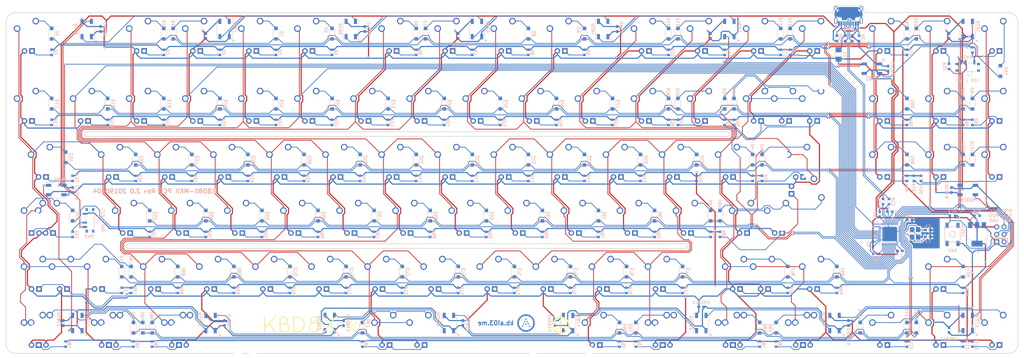
<source format=kicad_pcb>
(kicad_pcb (version 20171130) (host pcbnew "(5.0.2)-1")
  (layers (0 F.Cu signal) (31 B.Cu signal) (34 B.Paste user) (35 F.Paste user) (36 B.SilkS user) (37 F.SilkS user) (38 B.Mask user) (39 F.Mask user) (44 Edge.Cuts user))
  (net 0 "")
  (net 1 +5V)
  (net 2 "Net-(C2-Pad1)")
  (net 3 GND)
  (net 4 XTAL1)
  (net 5 XTAL2)
  (net 6 COL0)
  (net 7 ROW0)
  (net 8 "Net-(D1-Pad2)")
  (net 9 "Net-(D2-Pad2)")
  (net 10 "Net-(D3-Pad2)")
  (net 11 "Net-(D4-Pad2)")
  (net 12 "Net-(D5-Pad2)")
  (net 13 "Net-(D6-Pad2)")
  (net 14 "Net-(D7-Pad2)")
  (net 15 "Net-(D8-Pad2)")
  (net 16 "Net-(D9-Pad2)")
  (net 17 "Net-(D10-Pad2)")
  (net 18 "Net-(D11-Pad2)")
  (net 19 "Net-(D12-Pad2)")
  (net 20 "Net-(D13-Pad2)")
  (net 21 "Net-(D14-Pad2)")
  (net 22 ROW4)
  (net 23 "Net-(D17-Pad2)")
  (net 24 ROW1)
  (net 25 "Net-(D18-Pad2)")
  (net 26 "Net-(D19-Pad2)")
  (net 27 "Net-(D20-Pad2)")
  (net 28 "Net-(D21-Pad2)")
  (net 29 "Net-(D22-Pad2)")
  (net 30 "Net-(D23-Pad2)")
  (net 31 "Net-(D24-Pad2)")
  (net 32 "Net-(D25-Pad2)")
  (net 33 "Net-(D26-Pad2)")
  (net 34 "Net-(D27-Pad2)")
  (net 35 "Net-(D28-Pad2)")
  (net 36 "Net-(D29-Pad2)")
  (net 37 ROW3)
  (net 38 ROW2)
  (net 39 "Net-(D35-Pad2)")
  (net 40 "Net-(D36-Pad2)")
  (net 41 "Net-(D37-Pad2)")
  (net 42 "Net-(D38-Pad2)")
  (net 43 "Net-(D39-Pad2)")
  (net 44 "Net-(D40-Pad2)")
  (net 45 "Net-(D41-Pad2)")
  (net 46 "Net-(D42-Pad2)")
  (net 47 "Net-(D43-Pad2)")
  (net 48 "Net-(D44-Pad2)")
  (net 49 "Net-(D45-Pad2)")
  (net 50 "Net-(D46-Pad2)")
  (net 51 "Net-(D47-Pad2)")
  (net 52 "Net-(D48-Pad2)")
  (net 53 "Net-(D53-Pad2)")
  (net 54 "Net-(D54-Pad2)")
  (net 55 "Net-(D55-Pad2)")
  (net 56 "Net-(D56-Pad2)")
  (net 57 "Net-(D57-Pad2)")
  (net 58 "Net-(D58-Pad2)")
  (net 59 "Net-(D59-Pad2)")
  (net 60 "Net-(D60-Pad2)")
  (net 61 "Net-(D61-Pad2)")
  (net 62 "Net-(D62-Pad2)")
  (net 63 "Net-(D63-Pad2)")
  (net 64 "Net-(D65-Pad2)")
  (net 65 "Net-(D66-Pad2)")
  (net 66 "Net-(D67-Pad2)")
  (net 67 "Net-(D68-Pad2)")
  (net 68 "Net-(D69-Pad2)")
  (net 69 "Net-(D70-Pad2)")
  (net 70 "Net-(D71-Pad2)")
  (net 71 "Net-(D72-Pad2)")
  (net 72 "Net-(D73-Pad2)")
  (net 73 "Net-(D74-Pad2)")
  (net 74 "Net-(D75-Pad2)")
  (net 75 "Net-(D76-Pad2)")
  (net 76 "Net-(D77-Pad2)")
  (net 77 "Net-(D78-Pad2)")
  (net 78 ROW5)
  (net 79 "Net-(D81-Pad2)")
  (net 80 "Net-(D82-Pad2)")
  (net 81 "Net-(D84-Pad2)")
  (net 82 "Net-(D85-Pad2)")
  (net 83 "Net-(D86-Pad2)")
  (net 84 "Net-(D87-Pad2)")
  (net 85 "Net-(D90-Pad2)")
  (net 86 "Net-(D91-Pad2)")
  (net 87 "Net-(D92-Pad2)")
  (net 88 "Net-(D93-Pad2)")
  (net 89 "Net-(D94-Pad2)")
  (net 90 "Net-(D95-Pad2)")
  (net 91 "Net-(D96-Pad2)")
  (net 92 "Net-(D97-Pad2)")
  (net 93 "Net-(D99-Pad2)")
  (net 94 "Net-(D100-Pad2)")
  (net 95 "Net-(D101-Pad2)")
  (net 96 "Net-(D108-Pad2)")
  (net 97 "Net-(D111-Pad2)")
  (net 98 "Net-(D112-Pad2)")
  (net 99 "Net-(D113-Pad2)")
  (net 100 VCC)
  (net 101 COL2)
  (net 102 COL1)
  (net 103 "Net-(MX_.1-Pad4)")
  (net 104 "Net-(MX_,1-Pad4)")
  (net 105 "Net-(MX_#1-Pad4)")
  (net 106 "Net-(MX_#2-Pad4)")
  (net 107 COL3)
  (net 108 "Net-(MX_#3-Pad4)")
  (net 109 "Net-(MX_#4-Pad4)")
  (net 110 COL4)
  (net 111 "Net-(MX_#5-Pad4)")
  (net 112 COL5)
  (net 113 "Net-(MX_#6-Pad4)")
  (net 114 COL6)
  (net 115 "Net-(MX_#7-Pad4)")
  (net 116 COL7)
  (net 117 COL8)
  (net 118 "Net-(MX_#8-Pad4)")
  (net 119 "Net-(MX_#9-Pad4)")
  (net 120 "Net-(MX_#0_1-Pad4)")
  (net 121 "Net-(MX_'1-Pad4)")
  (net 122 "Net-(MX_-1-Pad4)")
  (net 123 "Net-(MX_/1-Pad4)")
  (net 124 "Net-(MX_;1-Pad4)")
  (net 125 "Net-(MX_=1-Pad4)")
  (net 126 "Net-(MX_[1-Pad4)")
  (net 127 "Net-(MX_\\1-Pad4)")
  (net 128 "Net-(MX_]1-Pad4)")
  (net 129 "Net-(MX_`1-Pad4)")
  (net 130 "Net-(MX_A1-Pad4)")
  (net 131 "Net-(MX_B1-Pad4)")
  (net 132 "Net-(MX_C1-Pad4)")
  (net 133 "Net-(MX_D1-Pad4)")
  (net 134 "Net-(MX_E1-Pad4)")
  (net 135 "Net-(MX_ESC1-Pad4)")
  (net 136 "Net-(MX_F1-Pad4)")
  (net 137 "Net-(MX_FN1-Pad4)")
  (net 138 "Net-(MX_FN2-Pad4)")
  (net 139 "Net-(MX_FN3-Pad4)")
  (net 140 "Net-(MX_FN4-Pad4)")
  (net 141 "Net-(MX_FN5-Pad4)")
  (net 142 "Net-(MX_FN6-Pad4)")
  (net 143 "Net-(MX_FN7-Pad4)")
  (net 144 "Net-(MX_FN8-Pad4)")
  (net 145 "Net-(MX_FN9-Pad4)")
  (net 146 "Net-(MX_FN10-Pad4)")
  (net 147 "Net-(MX_FN11-Pad4)")
  (net 148 "Net-(MX_FN12-Pad4)")
  (net 149 "Net-(MX_G1-Pad4)")
  (net 150 "Net-(MX_H1-Pad4)")
  (net 151 "Net-(MX_I1-Pad4)")
  (net 152 "Net-(MX_J1-Pad4)")
  (net 153 "Net-(MX_K1-Pad4)")
  (net 154 "Net-(MX_L1-Pad4)")
  (net 155 "Net-(MX_M1-Pad4)")
  (net 156 "Net-(MX_N1-Pad4)")
  (net 157 "Net-(MX_O1-Pad4)")
  (net 158 "Net-(MX_P1-Pad4)")
  (net 159 "Net-(MX_Q1-Pad4)")
  (net 160 "Net-(MX_R1-Pad4)")
  (net 161 "Net-(MX_RETURN1-Pad4)")
  (net 162 "Net-(MX_RSHIFT1-Pad4)")
  (net 163 "Net-(MX_S1-Pad4)")
  (net 164 "Net-(MX_T1-Pad4)")
  (net 165 "Net-(MX_TAB1-Pad4)")
  (net 166 "Net-(MX_U1-Pad4)")
  (net 167 "Net-(MX_V1-Pad4)")
  (net 168 "Net-(MX_W1-Pad4)")
  (net 169 "Net-(MX_X1-Pad4)")
  (net 170 "Net-(MX_Y1-Pad4)")
  (net 171 "Net-(MX_Z1-Pad4)")
  (net 172 "Net-(Q1-Pad1)")
  (net 173 LEDGND)
  (net 174 "Net-(RC1-Pad2)")
  (net 175 D-)
  (net 176 D+)
  (net 177 "Net-(RC2-Pad1)")
  (net 178 RESET)
  (net 179 "Net-(RC4-Pad1)")
  (net 180 "Net-(RC5-Pad1)")
  (net 181 "Net-(RC6-Pad2)")
  (net 182 "Net-(RC7-Pad2)")
  (net 183 "Net-(USB1-Pad9)")
  (net 184 "Net-(USB1-Pad3)")
  (net 185 "Net-(D30-Pad2)")
  (net 186 "Net-(D31-Pad2)")
  (net 187 "Net-(D52-Pad2)")
  (net 188 "Net-(MX_BACK1-Pad4)")
  (net 189 "Net-(MX_BACK3-Pad4)")
  (net 190 "Net-(MX_DEL1-Pad4)")
  (net 191 "Net-(MX_DN1-Pad4)")
  (net 192 "Net-(MX_END1-Pad4)")
  (net 193 "Net-(MX_HOME1-Pad4)")
  (net 194 "Net-(MX_INS1-Pad4)")
  (net 195 "Net-(MX_LALT1-Pad4)")
  (net 196 "Net-(MX_LCTRL1-Pad4)")
  (net 197 "Net-(MX_LFT1-Pad4)")
  (net 198 "Net-(MX_LGUI1-Pad4)")
  (net 199 "Net-(MX_LSHIFT1-Pad4)")
  (net 200 "Net-(MX_LSHIFT3-Pad4)")
  (net 201 "Net-(MX_PAUSE1-Pad4)")
  (net 202 "Net-(MX_PGDN1-Pad4)")
  (net 203 "Net-(MX_PGUP1-Pad4)")
  (net 204 "Net-(MX_PRINT1-Pad4)")
  (net 205 "Net-(MX_RALT1-Pad4)")
  (net 206 "Net-(MX_RALT2-Pad4)")
  (net 207 "Net-(MX_RCTRL1-Pad4)")
  (net 208 "Net-(MX_RGUI2-Pad4)")
  (net 209 "Net-(MX_RSHIFT3-Pad4)")
  (net 210 "Net-(MX_RT1-Pad4)")
  (net 211 "Net-(MX_SP1-Pad4)")
  (net 212 "Net-(MX_UP1-Pad4)")
  (net 213 CAPS_LEDGND)
  (net 214 SLOCK_LEDGND)
  (net 215 "Net-(R32-Pad1)")
  (net 216 "Net-(R52-Pad2)")
  (net 217 SLOCK_IND)
  (net 218 CAPS_IND)
  (net 219 RGBLED)
  (net 220 "Net-(RGB1-Pad2)")
  (net 221 "Net-(RGB2-Pad2)")
  (net 222 "Net-(RGB3-Pad2)")
  (net 223 "Net-(RGB4-Pad2)")
  (net 224 "Net-(RGB5-Pad2)")
  (net 225 "Net-(RGB6-Pad2)")
  (net 226 "Net-(RGB7-Pad2)")
  (net 227 "Net-(RGB8-Pad2)")
  (net 228 "Net-(RGB10-Pad4)")
  (net 229 "Net-(RGB10-Pad2)")
  (net 230 "Net-(RGB11-Pad2)")
  (net 231 "Net-(RGB12-Pad2)")
  (net 232 "Net-(RGB13-Pad2)")
  (net 233 "Net-(RGB14-Pad2)")
  (net 234 "Net-(RGB15-Pad2)")
  (net 235 "Net-(RGB16-Pad2)")
  (net 236 "Net-(RGB17-Pad2)")
  (net 237 "Net-(RGB18-Pad2)")
  (net 238 ROW9)
  (net 239 ROW6)
  (net 240 ROW7)
  (net 241 ROW8)
  (net 242 ROW10)
  (net 243 ROW11)
  (net 244 "Net-(U1-Pad42)")
  (module MX_Alps_Hybrid:MXOnly-1U (layer F.Cu) (at 104.775 39.6875)
    (fp_text reference MX_FN2)
    (fp_text value MX-1U)
    (pad "" np_thru_hole circle (at 5.08 0 48.0996) (size 1.75 1.75) (drill 1.75) (layers *.Cu *.Mask))
    (pad "" np_thru_hole circle (at -5.08 0 48.0996) (size 1.75 1.75) (drill 1.75) (layers *.Cu *.Mask))
    (pad 4 thru_hole rect (at 1.27 5.08) (size 1.905 1.905) (drill 1.04) (layers *.Cu B.Mask) (net 138 "Net-(MX_FN2-Pad4)"))
    (pad 3 thru_hole circle (at -1.27 5.08) (size 1.905 1.905) (drill 1.04) (layers *.Cu B.Mask) (net 1 +5V))
    (pad 1 thru_hole circle (at -3.81 -2.54) (size 2.25 2.25) (drill 1.47) (layers *.Cu B.Mask) (net 102 COL1))
    (pad "" np_thru_hole circle (at 0 0) (size 3.9878 3.9878) (drill 3.9878) (layers *.Cu *.Mask))
    (pad 2 thru_hole circle (at 2.54 -5.08) (size 2.25 2.25) (drill 1.47) (layers *.Cu B.Mask) (net 10 "Net-(D3-Pad2)"))
  )
  (module locallib:SOT143B (layer B.Cu) (at 326.263 40.48125 270)
    (fp_text reference U2 (at 2.413 0) (layer B.SilkS) (effects (justify mirror)))
    (fp_text value PRTR5V0U2X)
    (pad 1 smd rect (at -0.75 -1.15 270) (size 1.2 1) (layers B.Cu B.Paste B.Mask) (net 3 GND))
    (pad 4 smd rect (at -0.95 1.15 270) (size 0.9 1) (layers B.Cu B.Paste B.Mask) (net 100 VCC))
    (pad 2 smd rect (at 0.95 -1.15 270) (size 0.9 1) (layers B.Cu B.Paste B.Mask) (net 177 "Net-(RC2-Pad1)"))
    (pad 3 smd rect (at 0.95 1.15 270) (size 0.9 1) (layers B.Cu B.Paste B.Mask) (net 174 "Net-(RC1-Pad2)"))
  )
  (module MX_Alps_Hybrid:MXOnly-1U (layer F.Cu) (at 109.5375 120.65)
    (fp_text reference MX_X1)
    (fp_text value MX-1U)
    (pad 2 thru_hole circle (at 2.54 -5.08) (size 2.25 2.25) (drill 1.47) (layers *.Cu B.Mask) (net 68 "Net-(D69-Pad2)"))
    (pad "" np_thru_hole circle (at 0 0) (size 3.9878 3.9878) (drill 3.9878) (layers *.Cu *.Mask))
    (pad 1 thru_hole circle (at -3.81 -2.54) (size 2.25 2.25) (drill 1.47) (layers *.Cu B.Mask) (net 102 COL1))
    (pad 3 thru_hole circle (at -1.27 5.08) (size 1.905 1.905) (drill 1.04) (layers *.Cu B.Mask) (net 1 +5V))
    (pad 4 thru_hole rect (at 1.27 5.08) (size 1.905 1.905) (drill 1.04) (layers *.Cu B.Mask) (net 169 "Net-(MX_X1-Pad4)"))
    (pad "" np_thru_hole circle (at -5.08 0 48.0996) (size 1.75 1.75) (drill 1.75) (layers *.Cu *.Mask))
    (pad "" np_thru_hole circle (at 5.08 0 48.0996) (size 1.75 1.75) (drill 1.75) (layers *.Cu *.Mask))
  )
  (module Type-C:HRO-TYPE-C-31-M-12-Assembly (layer B.Cu) (at 326.23125 27.687125)
    (fp_text reference USB1 (at 0 9.525) (layer B.SilkS) (effects (justify mirror)))
    (fp_text value HRO-TYPE-C-31-M-12)
    (pad 13 thru_hole oval (at 4.32 2.6) (size 1 1.6) (drill oval 0.6 1.2) (layers *.Cu *.Mask) (net 3 GND))
    (pad 13 thru_hole oval (at -4.32 2.6) (size 1 1.6) (drill oval 0.6 1.2) (layers *.Cu *.Mask) (net 3 GND))
    (pad 13 thru_hole oval (at 4.32 6.78) (size 1 2.1) (drill oval 0.6 1.7) (layers *.Cu *.Mask) (net 3 GND))
    (pad 13 thru_hole oval (at -4.32 6.78) (size 1 2.1) (drill oval 0.6 1.7) (layers *.Cu *.Mask) (net 3 GND))
    (pad "" np_thru_hole circle (at -2.89 6.25) (size 0.65 0.65) (drill 0.65) (layers *.Cu *.Mask))
    (pad "" np_thru_hole circle (at 2.89 6.25) (size 0.65 0.65) (drill 0.65) (layers *.Cu *.Mask))
    (pad 6 smd rect (at -0.25 7.695) (size 0.3 1.45) (layers B.Cu B.Paste B.Mask) (net 177 "Net-(RC2-Pad1)"))
    (pad 7 smd rect (at 0.25 7.695) (size 0.3 1.45) (layers B.Cu B.Paste B.Mask) (net 174 "Net-(RC1-Pad2)"))
    (pad 8 smd rect (at 0.75 7.695) (size 0.3 1.45) (layers B.Cu B.Paste B.Mask) (net 177 "Net-(RC2-Pad1)"))
    (pad 5 smd rect (at -0.75 7.695) (size 0.3 1.45) (layers B.Cu B.Paste B.Mask) (net 174 "Net-(RC1-Pad2)"))
    (pad 9 smd rect (at 1.25 7.695) (size 0.3 1.45) (layers B.Cu B.Paste B.Mask) (net 183 "Net-(USB1-Pad9)"))
    (pad 4 smd rect (at -1.25 7.695) (size 0.3 1.45) (layers B.Cu B.Paste B.Mask) (net 181 "Net-(RC6-Pad2)"))
    (pad 10 smd rect (at 1.75 7.695) (size 0.3 1.45) (layers B.Cu B.Paste B.Mask) (net 182 "Net-(RC7-Pad2)"))
    (pad 3 smd rect (at -1.75 7.695) (size 0.3 1.45) (layers B.Cu B.Paste B.Mask) (net 184 "Net-(USB1-Pad3)"))
    (pad 2 smd rect (at -2.45 7.695) (size 0.6 1.45) (layers B.Cu B.Paste B.Mask) (net 100 VCC))
    (pad 11 smd rect (at 2.45 7.695) (size 0.6 1.45) (layers B.Cu B.Paste B.Mask) (net 100 VCC))
    (pad 1 smd rect (at -3.225 7.695) (size 0.6 1.45) (layers B.Cu B.Paste B.Mask) (net 3 GND))
    (pad 12 smd rect (at 3.225 7.695) (size 0.6 1.45) (layers B.Cu B.Paste B.Mask) (net 3 GND))
  )
  (module TO_SOT_Packages_SMD:SOT-223-3_TabPin2 (layer B.Cu) (at 369.8875 107.15625 270)
    (fp_text reference Q1 (at 5.55625 0) (layer B.SilkS) (effects (justify mirror)))
    (fp_text value DSS60601MZ4-13)
    (pad 1 smd rect (at -3.15 2.3 270) (size 2 1.5) (layers B.Cu B.Paste B.Mask) (net 172 "Net-(Q1-Pad1)"))
    (pad 3 smd rect (at -3.15 -2.3 270) (size 2 1.5) (layers B.Cu B.Paste B.Mask) (net 3 GND))
    (pad 2 smd rect (at -3.15 0 270) (size 2 1.5) (layers B.Cu B.Paste B.Mask) (net 173 LEDGND))
    (pad 2 smd rect (at 3.15 0 270) (size 2 3.8) (layers B.Cu B.Paste B.Mask) (net 173 LEDGND))
  )
  (module random-keyboard-parts:Reset_Pretty-Mask (layer B.Cu) (at 377.825 107.15625 180)
    (fp_text reference J1)
    (fp_text value AVR-ISP-6)
    (fp_text user GND (at 2.265625 4.64375 180) (layer B.SilkS) (effects (justify mirror)))
    (fp_text user RST (at -2.265625 4.7625 180) (layer B.SilkS) (effects (justify mirror)))
    (fp_text user MOSI (at 2.265625 6.35 180) (layer B.SilkS) (effects (justify mirror)))
    (fp_text user SCK (at -2.38125 6.35 180) (layer B.SilkS) (effects (justify mirror)))
    (fp_text user VCC (at 2.38125 7.9375 180) (layer B.SilkS) (effects (justify mirror)))
    (fp_text user MISO (at -2.265625 8.05625 180) (layer B.SilkS) (effects (justify mirror)))
    (pad 1 thru_hole circle (at -1.27 2.54 180) (size 1.7 1.7) (drill 1) (layers *.Cu B.Mask) (net 219 RGBLED))
    (pad 2 thru_hole circle (at 1.27 2.54 180) (size 1.7 1.7) (drill 1) (layers *.Cu B.Mask) (net 1 +5V))
    (pad 3 thru_hole circle (at -1.27 0 180) (size 1.7 1.7) (drill 1) (layers *.Cu B.Mask) (net 117 COL8))
    (pad 4 thru_hole circle (at 1.27 0 180) (size 1.7 1.7) (drill 1) (layers *.Cu B.Mask) (net 217 SLOCK_IND))
    (pad 5 thru_hole circle (at -1.27 -2.54 180) (size 1.7 1.7) (drill 1) (layers *.Cu B.Mask) (net 178 RESET))
    (pad 6 thru_hole rect (at 1.27 -2.54 180) (size 1.7 1.7) (drill 1) (layers *.Cu B.Mask) (net 3 GND))
  )
  (module random-keyboard-parts:SKQG-1155865 (layer B.Cu) (at 361.553125 107.15625 270)
    (fp_text reference SW1 (at 5.42925 -0.015875) (layer B.SilkS) (effects (justify mirror)))
    (fp_text value SW_Push)
    (pad 1 smd rect (at 3.1 -1.85 270) (size 1.8 1.1) (layers B.Cu B.Paste B.Mask) (net 3 GND))
    (pad 2 smd rect (at -3.1 1.85 270) (size 1.8 1.1) (layers B.Cu B.Paste B.Mask) (net 178 RESET))
    (pad 3 smd rect (at 3.1 1.85 270) (size 1.8 1.1) (layers B.Cu B.Paste B.Mask))
    (pad 4 smd rect (at -3.1 -1.85 270) (size 1.8 1.1) (layers B.Cu B.Paste B.Mask))
  )
  (module locallib:kbd8x-logo (layer F.Cu) (at 144.653 137.795)
    (fp_text reference G*** hide)
    (fp_text value LOGO hide)
  )
  (module Buttons_Switches_SMD:SW_SPDT_PCM12 (layer B.Cu) (at 366.7125 50.00625 180)
    (fp_text reference SW2 (at 0 3.2 180) (layer B.SilkS) (effects (justify mirror)))
    (fp_text value SW_SPDT)
    (pad "" np_thru_hole circle (at -1.5 -0.33 180) (size 0.9 0.9) (drill 0.9) (layers *.Cu *.Mask))
    (pad "" np_thru_hole circle (at 1.5 -0.33 180) (size 0.9 0.9) (drill 0.9) (layers *.Cu *.Mask))
    (pad 1 smd rect (at -2.25 1.43 180) (size 0.7 1.5) (layers B.Cu B.Paste B.Mask) (net 173 LEDGND))
    (pad 2 smd rect (at 0.75 1.43 180) (size 0.7 1.5) (layers B.Cu B.Paste B.Mask) (net 215 "Net-(R32-Pad1)"))
    (pad 3 smd rect (at 2.25 1.43 180) (size 0.7 1.5) (layers B.Cu B.Paste B.Mask) (net 217 SLOCK_IND))
    (pad "" smd rect (at -3.65 -1.43 180) (size 1 0.8) (layers B.Cu B.Paste B.Mask))
    (pad "" smd rect (at 3.65 -1.43 180) (size 1 0.8) (layers B.Cu B.Paste B.Mask))
    (pad "" smd rect (at 3.65 0.78 180) (size 1 0.8) (layers B.Cu B.Paste B.Mask))
    (pad "" smd rect (at -3.65 0.78 180) (size 1 0.8) (layers B.Cu B.Paste B.Mask))
  )
  (module Buttons_Switches_SMD:SW_SPDT_PCM12 (layer B.Cu) (at 68.2625 102.39375 270)
    (fp_text reference SW3 (at 5.42925 -0.0635) (layer B.SilkS) (effects (justify mirror)))
    (fp_text value SW_SPDT)
    (pad "" smd rect (at -3.65 0.78 270) (size 1 0.8) (layers B.Cu B.Paste B.Mask))
    (pad "" smd rect (at 3.65 0.78 270) (size 1 0.8) (layers B.Cu B.Paste B.Mask))
    (pad "" smd rect (at 3.65 -1.43 270) (size 1 0.8) (layers B.Cu B.Paste B.Mask))
    (pad "" smd rect (at -3.65 -1.43 270) (size 1 0.8) (layers B.Cu B.Paste B.Mask))
    (pad 3 smd rect (at 2.25 1.43 270) (size 0.7 1.5) (layers B.Cu B.Paste B.Mask) (net 218 CAPS_IND))
    (pad 2 smd rect (at 0.75 1.43 270) (size 0.7 1.5) (layers B.Cu B.Paste B.Mask) (net 216 "Net-(R52-Pad2)"))
    (pad 1 smd rect (at -2.25 1.43 270) (size 0.7 1.5) (layers B.Cu B.Paste B.Mask) (net 173 LEDGND))
    (pad "" np_thru_hole circle (at 1.5 -0.33 270) (size 0.9 0.9) (drill 0.9) (layers *.Cu *.Mask))
    (pad "" np_thru_hole circle (at -1.5 -0.33 270) (size 0.9 0.9) (drill 0.9) (layers *.Cu *.Mask))
  )
  (module MX_Alps_Hybrid:MXOnly-1U (layer F.Cu) (at 242.8875 120.65)
    (fp_text reference MX_.1)
    (fp_text value MX-1U)
    (pad 2 thru_hole circle (at 2.54 -5.08) (size 2.25 2.25) (drill 1.47) (layers *.Cu B.Mask) (net 75 "Net-(D76-Pad2)"))
    (pad "" np_thru_hole circle (at 0 0) (size 3.9878 3.9878) (drill 3.9878) (layers *.Cu *.Mask))
    (pad 1 thru_hole circle (at -3.81 -2.54) (size 2.25 2.25) (drill 1.47) (layers *.Cu B.Mask) (net 112 COL5))
    (pad 3 thru_hole circle (at -1.27 5.08) (size 1.905 1.905) (drill 1.04) (layers *.Cu B.Mask) (net 1 +5V))
    (pad 4 thru_hole rect (at 1.27 5.08) (size 1.905 1.905) (drill 1.04) (layers *.Cu B.Mask) (net 103 "Net-(MX_.1-Pad4)"))
    (pad "" np_thru_hole circle (at -5.08 0 48.0996) (size 1.75 1.75) (drill 1.75) (layers *.Cu *.Mask))
    (pad "" np_thru_hole circle (at 5.08 0 48.0996) (size 1.75 1.75) (drill 1.75) (layers *.Cu *.Mask))
  )
  (module MX_Alps_Hybrid:MXOnly-1U (layer F.Cu) (at 223.8375 120.65)
    (fp_text reference MX_,1)
    (fp_text value MX-1U)
    (pad "" np_thru_hole circle (at 5.08 0 48.0996) (size 1.75 1.75) (drill 1.75) (layers *.Cu *.Mask))
    (pad "" np_thru_hole circle (at -5.08 0 48.0996) (size 1.75 1.75) (drill 1.75) (layers *.Cu *.Mask))
    (pad 4 thru_hole rect (at 1.27 5.08) (size 1.905 1.905) (drill 1.04) (layers *.Cu B.Mask) (net 104 "Net-(MX_,1-Pad4)"))
    (pad 3 thru_hole circle (at -1.27 5.08) (size 1.905 1.905) (drill 1.04) (layers *.Cu B.Mask) (net 1 +5V))
    (pad 1 thru_hole circle (at -3.81 -2.54) (size 2.25 2.25) (drill 1.47) (layers *.Cu B.Mask) (net 110 COL4))
    (pad "" np_thru_hole circle (at 0 0) (size 3.9878 3.9878) (drill 3.9878) (layers *.Cu *.Mask))
    (pad 2 thru_hole circle (at 2.54 -5.08) (size 2.25 2.25) (drill 1.47) (layers *.Cu B.Mask) (net 74 "Net-(D75-Pad2)"))
  )
  (module MX_Alps_Hybrid:MXOnly-1U (layer F.Cu) (at 66.675 63.5)
    (fp_text reference MX_#1)
    (fp_text value MX-1U)
    (pad 2 thru_hole circle (at 2.54 -5.08) (size 2.25 2.25) (drill 1.47) (layers *.Cu B.Mask) (net 25 "Net-(D18-Pad2)"))
    (pad "" np_thru_hole circle (at 0 0) (size 3.9878 3.9878) (drill 3.9878) (layers *.Cu *.Mask))
    (pad 1 thru_hole circle (at -3.81 -2.54) (size 2.25 2.25) (drill 1.47) (layers *.Cu B.Mask) (net 6 COL0))
    (pad 3 thru_hole circle (at -1.27 5.08) (size 1.905 1.905) (drill 1.04) (layers *.Cu B.Mask) (net 1 +5V))
    (pad 4 thru_hole rect (at 1.27 5.08) (size 1.905 1.905) (drill 1.04) (layers *.Cu B.Mask) (net 105 "Net-(MX_#1-Pad4)"))
    (pad "" np_thru_hole circle (at -5.08 0 48.0996) (size 1.75 1.75) (drill 1.75) (layers *.Cu *.Mask))
    (pad "" np_thru_hole circle (at 5.08 0 48.0996) (size 1.75 1.75) (drill 1.75) (layers *.Cu *.Mask))
  )
  (module MX_Alps_Hybrid:MXOnly-1U (layer F.Cu) (at 85.725 63.5)
    (fp_text reference MX_#2)
    (fp_text value MX-1U)
    (pad 2 thru_hole circle (at 2.54 -5.08) (size 2.25 2.25) (drill 1.47) (layers *.Cu B.Mask) (net 26 "Net-(D19-Pad2)"))
    (pad "" np_thru_hole circle (at 0 0) (size 3.9878 3.9878) (drill 3.9878) (layers *.Cu *.Mask))
    (pad 1 thru_hole circle (at -3.81 -2.54) (size 2.25 2.25) (drill 1.47) (layers *.Cu B.Mask) (net 102 COL1))
    (pad 3 thru_hole circle (at -1.27 5.08) (size 1.905 1.905) (drill 1.04) (layers *.Cu B.Mask) (net 1 +5V))
    (pad 4 thru_hole rect (at 1.27 5.08) (size 1.905 1.905) (drill 1.04) (layers *.Cu B.Mask) (net 106 "Net-(MX_#2-Pad4)"))
    (pad "" np_thru_hole circle (at -5.08 0 48.0996) (size 1.75 1.75) (drill 1.75) (layers *.Cu *.Mask))
    (pad "" np_thru_hole circle (at 5.08 0 48.0996) (size 1.75 1.75) (drill 1.75) (layers *.Cu *.Mask))
  )
  (module MX_Alps_Hybrid:MXOnly-1U (layer F.Cu) (at 104.775 63.5)
    (fp_text reference MX_#3)
    (fp_text value MX-1U)
    (pad 2 thru_hole circle (at 2.54 -5.08) (size 2.25 2.25) (drill 1.47) (layers *.Cu B.Mask) (net 27 "Net-(D20-Pad2)"))
    (pad "" np_thru_hole circle (at 0 0) (size 3.9878 3.9878) (drill 3.9878) (layers *.Cu *.Mask))
    (pad 1 thru_hole circle (at -3.81 -2.54) (size 2.25 2.25) (drill 1.47) (layers *.Cu B.Mask) (net 102 COL1))
    (pad 3 thru_hole circle (at -1.27 5.08) (size 1.905 1.905) (drill 1.04) (layers *.Cu B.Mask) (net 1 +5V))
    (pad 4 thru_hole rect (at 1.27 5.08) (size 1.905 1.905) (drill 1.04) (layers *.Cu B.Mask) (net 108 "Net-(MX_#3-Pad4)"))
    (pad "" np_thru_hole circle (at -5.08 0 48.0996) (size 1.75 1.75) (drill 1.75) (layers *.Cu *.Mask))
    (pad "" np_thru_hole circle (at 5.08 0 48.0996) (size 1.75 1.75) (drill 1.75) (layers *.Cu *.Mask))
  )
  (module MX_Alps_Hybrid:MXOnly-1U (layer F.Cu) (at 123.825 63.5)
    (fp_text reference MX_#4)
    (fp_text value MX-1U)
    (pad 2 thru_hole circle (at 2.54 -5.08) (size 2.25 2.25) (drill 1.47) (layers *.Cu B.Mask) (net 28 "Net-(D21-Pad2)"))
    (pad "" np_thru_hole circle (at 0 0) (size 3.9878 3.9878) (drill 3.9878) (layers *.Cu *.Mask))
    (pad 1 thru_hole circle (at -3.81 -2.54) (size 2.25 2.25) (drill 1.47) (layers *.Cu B.Mask) (net 101 COL2))
    (pad 3 thru_hole circle (at -1.27 5.08) (size 1.905 1.905) (drill 1.04) (layers *.Cu B.Mask) (net 1 +5V))
    (pad 4 thru_hole rect (at 1.27 5.08) (size 1.905 1.905) (drill 1.04) (layers *.Cu B.Mask) (net 109 "Net-(MX_#4-Pad4)"))
    (pad "" np_thru_hole circle (at -5.08 0 48.0996) (size 1.75 1.75) (drill 1.75) (layers *.Cu *.Mask))
    (pad "" np_thru_hole circle (at 5.08 0 48.0996) (size 1.75 1.75) (drill 1.75) (layers *.Cu *.Mask))
  )
  (module MX_Alps_Hybrid:MXOnly-1U (layer F.Cu) (at 142.875 63.5)
    (fp_text reference MX_#5)
    (fp_text value MX-1U)
    (pad 2 thru_hole circle (at 2.54 -5.08) (size 2.25 2.25) (drill 1.47) (layers *.Cu B.Mask) (net 29 "Net-(D22-Pad2)"))
    (pad "" np_thru_hole circle (at 0 0) (size 3.9878 3.9878) (drill 3.9878) (layers *.Cu *.Mask))
    (pad 1 thru_hole circle (at -3.81 -2.54) (size 2.25 2.25) (drill 1.47) (layers *.Cu B.Mask) (net 101 COL2))
    (pad 3 thru_hole circle (at -1.27 5.08) (size 1.905 1.905) (drill 1.04) (layers *.Cu B.Mask) (net 1 +5V))
    (pad 4 thru_hole rect (at 1.27 5.08) (size 1.905 1.905) (drill 1.04) (layers *.Cu B.Mask) (net 111 "Net-(MX_#5-Pad4)"))
    (pad "" np_thru_hole circle (at -5.08 0 48.0996) (size 1.75 1.75) (drill 1.75) (layers *.Cu *.Mask))
    (pad "" np_thru_hole circle (at 5.08 0 48.0996) (size 1.75 1.75) (drill 1.75) (layers *.Cu *.Mask))
  )
  (module MX_Alps_Hybrid:MXOnly-1U (layer F.Cu) (at 161.925 63.5)
    (fp_text reference MX_#6)
    (fp_text value MX-1U)
    (pad "" np_thru_hole circle (at 5.08 0 48.0996) (size 1.75 1.75) (drill 1.75) (layers *.Cu *.Mask))
    (pad "" np_thru_hole circle (at -5.08 0 48.0996) (size 1.75 1.75) (drill 1.75) (layers *.Cu *.Mask))
    (pad 4 thru_hole rect (at 1.27 5.08) (size 1.905 1.905) (drill 1.04) (layers *.Cu B.Mask) (net 113 "Net-(MX_#6-Pad4)"))
    (pad 3 thru_hole circle (at -1.27 5.08) (size 1.905 1.905) (drill 1.04) (layers *.Cu B.Mask) (net 1 +5V))
    (pad 1 thru_hole circle (at -3.81 -2.54) (size 2.25 2.25) (drill 1.47) (layers *.Cu B.Mask) (net 107 COL3))
    (pad "" np_thru_hole circle (at 0 0) (size 3.9878 3.9878) (drill 3.9878) (layers *.Cu *.Mask))
    (pad 2 thru_hole circle (at 2.54 -5.08) (size 2.25 2.25) (drill 1.47) (layers *.Cu B.Mask) (net 30 "Net-(D23-Pad2)"))
  )
  (module MX_Alps_Hybrid:MXOnly-1U (layer F.Cu) (at 180.975 63.5)
    (fp_text reference MX_#7)
    (fp_text value MX-1U)
    (pad "" np_thru_hole circle (at 5.08 0 48.0996) (size 1.75 1.75) (drill 1.75) (layers *.Cu *.Mask))
    (pad "" np_thru_hole circle (at -5.08 0 48.0996) (size 1.75 1.75) (drill 1.75) (layers *.Cu *.Mask))
    (pad 4 thru_hole rect (at 1.27 5.08) (size 1.905 1.905) (drill 1.04) (layers *.Cu B.Mask) (net 115 "Net-(MX_#7-Pad4)"))
    (pad 3 thru_hole circle (at -1.27 5.08) (size 1.905 1.905) (drill 1.04) (layers *.Cu B.Mask) (net 1 +5V))
    (pad 1 thru_hole circle (at -3.81 -2.54) (size 2.25 2.25) (drill 1.47) (layers *.Cu B.Mask) (net 107 COL3))
    (pad "" np_thru_hole circle (at 0 0) (size 3.9878 3.9878) (drill 3.9878) (layers *.Cu *.Mask))
    (pad 2 thru_hole circle (at 2.54 -5.08) (size 2.25 2.25) (drill 1.47) (layers *.Cu B.Mask) (net 31 "Net-(D24-Pad2)"))
  )
  (module MX_Alps_Hybrid:MXOnly-1U (layer F.Cu) (at 200.025 63.5)
    (fp_text reference MX_#8)
    (fp_text value MX-1U)
    (pad "" np_thru_hole circle (at 5.08 0 48.0996) (size 1.75 1.75) (drill 1.75) (layers *.Cu *.Mask))
    (pad "" np_thru_hole circle (at -5.08 0 48.0996) (size 1.75 1.75) (drill 1.75) (layers *.Cu *.Mask))
    (pad 4 thru_hole rect (at 1.27 5.08) (size 1.905 1.905) (drill 1.04) (layers *.Cu B.Mask) (net 118 "Net-(MX_#8-Pad4)"))
    (pad 3 thru_hole circle (at -1.27 5.08) (size 1.905 1.905) (drill 1.04) (layers *.Cu B.Mask) (net 1 +5V))
    (pad 1 thru_hole circle (at -3.81 -2.54) (size 2.25 2.25) (drill 1.47) (layers *.Cu B.Mask) (net 110 COL4))
    (pad "" np_thru_hole circle (at 0 0) (size 3.9878 3.9878) (drill 3.9878) (layers *.Cu *.Mask))
    (pad 2 thru_hole circle (at 2.54 -5.08) (size 2.25 2.25) (drill 1.47) (layers *.Cu B.Mask) (net 32 "Net-(D25-Pad2)"))
  )
  (module MX_Alps_Hybrid:MXOnly-1U (layer F.Cu) (at 219.075 63.5)
    (fp_text reference MX_#9)
    (fp_text value MX-1U)
    (pad "" np_thru_hole circle (at 5.08 0 48.0996) (size 1.75 1.75) (drill 1.75) (layers *.Cu *.Mask))
    (pad "" np_thru_hole circle (at -5.08 0 48.0996) (size 1.75 1.75) (drill 1.75) (layers *.Cu *.Mask))
    (pad 4 thru_hole rect (at 1.27 5.08) (size 1.905 1.905) (drill 1.04) (layers *.Cu B.Mask) (net 119 "Net-(MX_#9-Pad4)"))
    (pad 3 thru_hole circle (at -1.27 5.08) (size 1.905 1.905) (drill 1.04) (layers *.Cu B.Mask) (net 1 +5V))
    (pad 1 thru_hole circle (at -3.81 -2.54) (size 2.25 2.25) (drill 1.47) (layers *.Cu B.Mask) (net 110 COL4))
    (pad "" np_thru_hole circle (at 0 0) (size 3.9878 3.9878) (drill 3.9878) (layers *.Cu *.Mask))
    (pad 2 thru_hole circle (at 2.54 -5.08) (size 2.25 2.25) (drill 1.47) (layers *.Cu B.Mask) (net 33 "Net-(D26-Pad2)"))
  )
  (module MX_Alps_Hybrid:MXOnly-1U (layer F.Cu) (at 238.125 63.5)
    (fp_text reference MX_#0_1)
    (fp_text value MX-1U)
    (pad "" np_thru_hole circle (at 5.08 0 48.0996) (size 1.75 1.75) (drill 1.75) (layers *.Cu *.Mask))
    (pad "" np_thru_hole circle (at -5.08 0 48.0996) (size 1.75 1.75) (drill 1.75) (layers *.Cu *.Mask))
    (pad 4 thru_hole rect (at 1.27 5.08) (size 1.905 1.905) (drill 1.04) (layers *.Cu B.Mask) (net 120 "Net-(MX_#0_1-Pad4)"))
    (pad 3 thru_hole circle (at -1.27 5.08) (size 1.905 1.905) (drill 1.04) (layers *.Cu B.Mask) (net 1 +5V))
    (pad 1 thru_hole circle (at -3.81 -2.54) (size 2.25 2.25) (drill 1.47) (layers *.Cu B.Mask) (net 112 COL5))
    (pad "" np_thru_hole circle (at 0 0) (size 3.9878 3.9878) (drill 3.9878) (layers *.Cu *.Mask))
    (pad 2 thru_hole circle (at 2.54 -5.08) (size 2.25 2.25) (drill 1.47) (layers *.Cu B.Mask) (net 34 "Net-(D27-Pad2)"))
  )
  (module MX_Alps_Hybrid:MXOnly-1U (layer F.Cu) (at 271.4625 101.6)
    (fp_text reference MX_'1)
    (fp_text value MX-1U)
    (pad 2 thru_hole circle (at 2.54 -5.08) (size 2.25 2.25) (drill 1.47) (layers *.Cu B.Mask) (net 63 "Net-(D63-Pad2)"))
    (pad "" np_thru_hole circle (at 0 0) (size 3.9878 3.9878) (drill 3.9878) (layers *.Cu *.Mask))
    (pad 1 thru_hole circle (at -3.81 -2.54) (size 2.25 2.25) (drill 1.47) (layers *.Cu B.Mask) (net 112 COL5))
    (pad 3 thru_hole circle (at -1.27 5.08) (size 1.905 1.905) (drill 1.04) (layers *.Cu B.Mask) (net 1 +5V))
    (pad 4 thru_hole rect (at 1.27 5.08) (size 1.905 1.905) (drill 1.04) (layers *.Cu B.Mask) (net 121 "Net-(MX_'1-Pad4)"))
    (pad "" np_thru_hole circle (at -5.08 0 48.0996) (size 1.75 1.75) (drill 1.75) (layers *.Cu *.Mask))
    (pad "" np_thru_hole circle (at 5.08 0 48.0996) (size 1.75 1.75) (drill 1.75) (layers *.Cu *.Mask))
  )
  (module MX_Alps_Hybrid:MXOnly-1U (layer F.Cu) (at 257.175 63.5)
    (fp_text reference MX_-1)
    (fp_text value MX-1U)
    (pad 2 thru_hole circle (at 2.54 -5.08) (size 2.25 2.25) (drill 1.47) (layers *.Cu B.Mask) (net 35 "Net-(D28-Pad2)"))
    (pad "" np_thru_hole circle (at 0 0) (size 3.9878 3.9878) (drill 3.9878) (layers *.Cu *.Mask))
    (pad 1 thru_hole circle (at -3.81 -2.54) (size 2.25 2.25) (drill 1.47) (layers *.Cu B.Mask) (net 112 COL5))
    (pad 3 thru_hole circle (at -1.27 5.08) (size 1.905 1.905) (drill 1.04) (layers *.Cu B.Mask) (net 1 +5V))
    (pad 4 thru_hole rect (at 1.27 5.08) (size 1.905 1.905) (drill 1.04) (layers *.Cu B.Mask) (net 122 "Net-(MX_-1-Pad4)"))
    (pad "" np_thru_hole circle (at -5.08 0 48.0996) (size 1.75 1.75) (drill 1.75) (layers *.Cu *.Mask))
    (pad "" np_thru_hole circle (at 5.08 0 48.0996) (size 1.75 1.75) (drill 1.75) (layers *.Cu *.Mask))
  )
  (module MX_Alps_Hybrid:MXOnly-1U (layer F.Cu) (at 261.9375 120.65)
    (fp_text reference MX_/1)
    (fp_text value MX-1U)
    (pad 2 thru_hole circle (at 2.54 -5.08) (size 2.25 2.25) (drill 1.47) (layers *.Cu B.Mask) (net 76 "Net-(D77-Pad2)"))
    (pad "" np_thru_hole circle (at 0 0) (size 3.9878 3.9878) (drill 3.9878) (layers *.Cu *.Mask))
    (pad 1 thru_hole circle (at -3.81 -2.54) (size 2.25 2.25) (drill 1.47) (layers *.Cu B.Mask) (net 112 COL5))
    (pad 3 thru_hole circle (at -1.27 5.08) (size 1.905 1.905) (drill 1.04) (layers *.Cu B.Mask) (net 1 +5V))
    (pad 4 thru_hole rect (at 1.27 5.08) (size 1.905 1.905) (drill 1.04) (layers *.Cu B.Mask) (net 123 "Net-(MX_/1-Pad4)"))
    (pad "" np_thru_hole circle (at -5.08 0 48.0996) (size 1.75 1.75) (drill 1.75) (layers *.Cu *.Mask))
    (pad "" np_thru_hole circle (at 5.08 0 48.0996) (size 1.75 1.75) (drill 1.75) (layers *.Cu *.Mask))
  )
  (module MX_Alps_Hybrid:MXOnly-1U (layer F.Cu) (at 252.4125 101.6)
    (fp_text reference MX_;1)
    (fp_text value MX-1U)
    (pad "" np_thru_hole circle (at 5.08 0 48.0996) (size 1.75 1.75) (drill 1.75) (layers *.Cu *.Mask))
    (pad "" np_thru_hole circle (at -5.08 0 48.0996) (size 1.75 1.75) (drill 1.75) (layers *.Cu *.Mask))
    (pad 4 thru_hole rect (at 1.27 5.08) (size 1.905 1.905) (drill 1.04) (layers *.Cu B.Mask) (net 124 "Net-(MX_;1-Pad4)"))
    (pad 3 thru_hole circle (at -1.27 5.08) (size 1.905 1.905) (drill 1.04) (layers *.Cu B.Mask) (net 1 +5V))
    (pad 1 thru_hole circle (at -3.81 -2.54) (size 2.25 2.25) (drill 1.47) (layers *.Cu B.Mask) (net 112 COL5))
    (pad "" np_thru_hole circle (at 0 0) (size 3.9878 3.9878) (drill 3.9878) (layers *.Cu *.Mask))
    (pad 2 thru_hole circle (at 2.54 -5.08) (size 2.25 2.25) (drill 1.47) (layers *.Cu B.Mask) (net 62 "Net-(D62-Pad2)"))
  )
  (module MX_Alps_Hybrid:MXOnly-1U (layer F.Cu) (at 276.225 63.5)
    (fp_text reference MX_=1)
    (fp_text value MX-1U)
    (pad 2 thru_hole circle (at 2.54 -5.08) (size 2.25 2.25) (drill 1.47) (layers *.Cu B.Mask) (net 36 "Net-(D29-Pad2)"))
    (pad "" np_thru_hole circle (at 0 0) (size 3.9878 3.9878) (drill 3.9878) (layers *.Cu *.Mask))
    (pad 1 thru_hole circle (at -3.81 -2.54) (size 2.25 2.25) (drill 1.47) (layers *.Cu B.Mask) (net 114 COL6))
    (pad 3 thru_hole circle (at -1.27 5.08) (size 1.905 1.905) (drill 1.04) (layers *.Cu B.Mask) (net 1 +5V))
    (pad 4 thru_hole rect (at 1.27 5.08) (size 1.905 1.905) (drill 1.04) (layers *.Cu B.Mask) (net 125 "Net-(MX_=1-Pad4)"))
    (pad "" np_thru_hole circle (at -5.08 0 48.0996) (size 1.75 1.75) (drill 1.75) (layers *.Cu *.Mask))
    (pad "" np_thru_hole circle (at 5.08 0 48.0996) (size 1.75 1.75) (drill 1.75) (layers *.Cu *.Mask))
  )
  (module MX_Alps_Hybrid:MXOnly-1U (layer F.Cu) (at 266.7 82.55)
    (fp_text reference MX_[1)
    (fp_text value MX-1U)
    (pad 2 thru_hole circle (at 2.54 -5.08) (size 2.25 2.25) (drill 1.47) (layers *.Cu B.Mask) (net 50 "Net-(D46-Pad2)"))
    (pad "" np_thru_hole circle (at 0 0) (size 3.9878 3.9878) (drill 3.9878) (layers *.Cu *.Mask))
    (pad 1 thru_hole circle (at -3.81 -2.54) (size 2.25 2.25) (drill 1.47) (layers *.Cu B.Mask) (net 112 COL5))
    (pad 3 thru_hole circle (at -1.27 5.08) (size 1.905 1.905) (drill 1.04) (layers *.Cu B.Mask) (net 1 +5V))
    (pad 4 thru_hole rect (at 1.27 5.08) (size 1.905 1.905) (drill 1.04) (layers *.Cu B.Mask) (net 126 "Net-(MX_[1-Pad4)"))
    (pad "" np_thru_hole circle (at -5.08 0 48.0996) (size 1.75 1.75) (drill 1.75) (layers *.Cu *.Mask))
    (pad "" np_thru_hole circle (at 5.08 0 48.0996) (size 1.75 1.75) (drill 1.75) (layers *.Cu *.Mask))
  )
  (module MX_Alps_Hybrid:MXOnly-1.5U (layer F.Cu) (at 309.5625 82.55)
    (fp_text reference MX_\1)
    (fp_text value MX-1.5U)
    (pad 2 thru_hole circle (at 2.54 -5.08) (size 2.25 2.25) (drill 1.47) (layers *.Cu B.Mask) (net 52 "Net-(D48-Pad2)"))
    (pad "" np_thru_hole circle (at 0 0) (size 3.9878 3.9878) (drill 3.9878) (layers *.Cu *.Mask))
    (pad 1 thru_hole circle (at -3.81 -2.54) (size 2.25 2.25) (drill 1.47) (layers *.Cu B.Mask) (net 114 COL6))
    (pad 3 thru_hole circle (at -1.27 5.08) (size 1.905 1.905) (drill 1.04) (layers *.Cu B.Mask) (net 1 +5V))
    (pad 4 thru_hole rect (at 1.27 5.08) (size 1.905 1.905) (drill 1.04) (layers *.Cu B.Mask) (net 127 "Net-(MX_\\1-Pad4)"))
    (pad "" np_thru_hole circle (at -5.08 0 48.0996) (size 1.75 1.75) (drill 1.75) (layers *.Cu *.Mask))
    (pad "" np_thru_hole circle (at 5.08 0 48.0996) (size 1.75 1.75) (drill 1.75) (layers *.Cu *.Mask))
  )
  (module MX_Alps_Hybrid:MXOnly-1U (layer F.Cu) (at 290.5125 101.6)
    (fp_text reference MX_\2)
    (fp_text value MX-1U)
    (pad 2 thru_hole circle (at 2.54 -5.08) (size 2.25 2.25) (drill 1.47) (layers *.Cu B.Mask) (net 52 "Net-(D48-Pad2)"))
    (pad "" np_thru_hole circle (at 0 0) (size 3.9878 3.9878) (drill 3.9878) (layers *.Cu *.Mask))
    (pad 1 thru_hole circle (at -3.81 -2.54) (size 2.25 2.25) (drill 1.47) (layers *.Cu B.Mask) (net 114 COL6))
    (pad 3 thru_hole circle (at -1.27 5.08) (size 1.905 1.905) (drill 1.04) (layers *.Cu B.Mask) (net 1 +5V))
    (pad 4 thru_hole rect (at 1.27 5.08) (size 1.905 1.905) (drill 1.04) (layers *.Cu B.Mask) (net 127 "Net-(MX_\\1-Pad4)"))
    (pad "" np_thru_hole circle (at -5.08 0 48.0996) (size 1.75 1.75) (drill 1.75) (layers *.Cu *.Mask))
    (pad "" np_thru_hole circle (at 5.08 0 48.0996) (size 1.75 1.75) (drill 1.75) (layers *.Cu *.Mask))
  )
  (module MX_Alps_Hybrid:MXOnly-1U (layer F.Cu) (at 285.75 82.55)
    (fp_text reference MX_]1)
    (fp_text value MX-1U)
    (pad 2 thru_hole circle (at 2.54 -5.08) (size 2.25 2.25) (drill 1.47) (layers *.Cu B.Mask) (net 51 "Net-(D47-Pad2)"))
    (pad "" np_thru_hole circle (at 0 0) (size 3.9878 3.9878) (drill 3.9878) (layers *.Cu *.Mask))
    (pad 1 thru_hole circle (at -3.81 -2.54) (size 2.25 2.25) (drill 1.47) (layers *.Cu B.Mask) (net 114 COL6))
    (pad 3 thru_hole circle (at -1.27 5.08) (size 1.905 1.905) (drill 1.04) (layers *.Cu B.Mask) (net 1 +5V))
    (pad 4 thru_hole rect (at 1.27 5.08) (size 1.905 1.905) (drill 1.04) (layers *.Cu B.Mask) (net 128 "Net-(MX_]1-Pad4)"))
    (pad "" np_thru_hole circle (at -5.08 0 48.0996) (size 1.75 1.75) (drill 1.75) (layers *.Cu *.Mask))
    (pad "" np_thru_hole circle (at 5.08 0 48.0996) (size 1.75 1.75) (drill 1.75) (layers *.Cu *.Mask))
  )
  (module MX_Alps_Hybrid:MXOnly-1U (layer F.Cu) (at 47.625 63.5)
    (fp_text reference MX_`1)
    (fp_text value MX-1U)
    (pad "" np_thru_hole circle (at 5.08 0 48.0996) (size 1.75 1.75) (drill 1.75) (layers *.Cu *.Mask))
    (pad "" np_thru_hole circle (at -5.08 0 48.0996) (size 1.75 1.75) (drill 1.75) (layers *.Cu *.Mask))
    (pad 4 thru_hole rect (at 1.27 5.08) (size 1.905 1.905) (drill 1.04) (layers *.Cu B.Mask) (net 129 "Net-(MX_`1-Pad4)"))
    (pad 3 thru_hole circle (at -1.27 5.08) (size 1.905 1.905) (drill 1.04) (layers *.Cu B.Mask) (net 1 +5V))
    (pad 1 thru_hole circle (at -3.81 -2.54) (size 2.25 2.25) (drill 1.47) (layers *.Cu B.Mask) (net 6 COL0))
    (pad "" np_thru_hole circle (at 0 0) (size 3.9878 3.9878) (drill 3.9878) (layers *.Cu *.Mask))
    (pad 2 thru_hole circle (at 2.54 -5.08) (size 2.25 2.25) (drill 1.47) (layers *.Cu B.Mask) (net 23 "Net-(D17-Pad2)"))
  )
  (module MX_Alps_Hybrid:MXOnly-1U (layer F.Cu) (at 80.9625 101.6)
    (fp_text reference MX_A1)
    (fp_text value MX-1U)
    (pad "" np_thru_hole circle (at 5.08 0 48.0996) (size 1.75 1.75) (drill 1.75) (layers *.Cu *.Mask))
    (pad "" np_thru_hole circle (at -5.08 0 48.0996) (size 1.75 1.75) (drill 1.75) (layers *.Cu *.Mask))
    (pad 4 thru_hole rect (at 1.27 5.08) (size 1.905 1.905) (drill 1.04) (layers *.Cu B.Mask) (net 130 "Net-(MX_A1-Pad4)"))
    (pad 3 thru_hole circle (at -1.27 5.08) (size 1.905 1.905) (drill 1.04) (layers *.Cu B.Mask) (net 1 +5V))
    (pad 1 thru_hole circle (at -3.81 -2.54) (size 2.25 2.25) (drill 1.47) (layers *.Cu B.Mask) (net 6 COL0))
    (pad "" np_thru_hole circle (at 0 0) (size 3.9878 3.9878) (drill 3.9878) (layers *.Cu *.Mask))
    (pad 2 thru_hole circle (at 2.54 -5.08) (size 2.25 2.25) (drill 1.47) (layers *.Cu B.Mask) (net 53 "Net-(D53-Pad2)"))
  )
  (module MX_Alps_Hybrid:MXOnly-1U (layer F.Cu) (at 166.6875 120.65)
    (fp_text reference MX_B1)
    (fp_text value MX-1U)
    (pad "" np_thru_hole circle (at 5.08 0 48.0996) (size 1.75 1.75) (drill 1.75) (layers *.Cu *.Mask))
    (pad "" np_thru_hole circle (at -5.08 0 48.0996) (size 1.75 1.75) (drill 1.75) (layers *.Cu *.Mask))
    (pad 4 thru_hole rect (at 1.27 5.08) (size 1.905 1.905) (drill 1.04) (layers *.Cu B.Mask) (net 131 "Net-(MX_B1-Pad4)"))
    (pad 3 thru_hole circle (at -1.27 5.08) (size 1.905 1.905) (drill 1.04) (layers *.Cu B.Mask) (net 1 +5V))
    (pad 1 thru_hole circle (at -3.81 -2.54) (size 2.25 2.25) (drill 1.47) (layers *.Cu B.Mask) (net 107 COL3))
    (pad "" np_thru_hole circle (at 0 0) (size 3.9878 3.9878) (drill 3.9878) (layers *.Cu *.Mask))
    (pad 2 thru_hole circle (at 2.54 -5.08) (size 2.25 2.25) (drill 1.47) (layers *.Cu B.Mask) (net 71 "Net-(D72-Pad2)"))
  )
  (module MX_Alps_Hybrid:MXOnly-2U (layer F.Cu) (at 304.8 63.5)
    (fp_text reference MX_BACK1)
    (fp_text value MX-2U)
    (pad 2 thru_hole circle (at 2.54 -5.08) (size 2.25 2.25) (drill 1.47) (layers *.Cu B.Mask) (net 185 "Net-(D30-Pad2)"))
    (pad "" np_thru_hole circle (at 0 0) (size 3.9878 3.9878) (drill 3.9878) (layers *.Cu *.Mask))
    (pad 1 thru_hole circle (at -3.81 -2.54) (size 2.25 2.25) (drill 1.47) (layers *.Cu B.Mask) (net 114 COL6))
    (pad 3 thru_hole circle (at -1.27 5.08) (size 1.905 1.905) (drill 1.04) (layers *.Cu B.Mask) (net 1 +5V))
    (pad 4 thru_hole rect (at 1.27 5.08) (size 1.905 1.905) (drill 1.04) (layers *.Cu B.Mask) (net 188 "Net-(MX_BACK1-Pad4)"))
    (pad "" np_thru_hole circle (at -5.08 0 48.0996) (size 1.75 1.75) (drill 1.75) (layers *.Cu *.Mask))
    (pad "" np_thru_hole circle (at 5.08 0 48.0996) (size 1.75 1.75) (drill 1.75) (layers *.Cu *.Mask))
    (pad "" np_thru_hole circle (at -11.938 -6.985) (size 3.048 3.048) (drill 3.048) (layers *.Cu *.Mask))
    (pad "" np_thru_hole circle (at 11.938 -6.985) (size 3.048 3.048) (drill 3.048) (layers *.Cu *.Mask))
    (pad "" np_thru_hole circle (at -11.938 8.255) (size 3.9878 3.9878) (drill 3.9878) (layers *.Cu *.Mask))
    (pad "" np_thru_hole circle (at 11.938 8.255) (size 3.9878 3.9878) (drill 3.9878) (layers *.Cu *.Mask))
  )
  (module MX_Alps_Hybrid:MXOnly-1U (layer F.Cu) (at 295.275 63.5)
    (fp_text reference MX_BACK2)
    (fp_text value MX-1U)
    (pad "" np_thru_hole circle (at 5.08 0 48.0996) (size 1.75 1.75) (drill 1.75) (layers *.Cu *.Mask))
    (pad "" np_thru_hole circle (at -5.08 0 48.0996) (size 1.75 1.75) (drill 1.75) (layers *.Cu *.Mask))
    (pad 4 thru_hole rect (at 1.27 5.08) (size 1.905 1.905) (drill 1.04) (layers *.Cu B.Mask) (net 188 "Net-(MX_BACK1-Pad4)"))
    (pad 3 thru_hole circle (at -1.27 5.08) (size 1.905 1.905) (drill 1.04) (layers *.Cu B.Mask) (net 1 +5V))
    (pad 1 thru_hole circle (at -3.81 -2.54) (size 2.25 2.25) (drill 1.47) (layers *.Cu B.Mask) (net 114 COL6))
    (pad "" np_thru_hole circle (at 0 0) (size 3.9878 3.9878) (drill 3.9878) (layers *.Cu *.Mask))
    (pad 2 thru_hole circle (at 2.54 -5.08) (size 2.25 2.25) (drill 1.47) (layers *.Cu B.Mask) (net 185 "Net-(D30-Pad2)"))
  )
  (module MX_Alps_Hybrid:MXOnly-1U (layer F.Cu) (at 314.325 63.5)
    (fp_text reference MX_BACK3)
    (fp_text value MX-1U)
    (pad "" np_thru_hole circle (at 5.08 0 48.0996) (size 1.75 1.75) (drill 1.75) (layers *.Cu *.Mask))
    (pad "" np_thru_hole circle (at -5.08 0 48.0996) (size 1.75 1.75) (drill 1.75) (layers *.Cu *.Mask))
    (pad 4 thru_hole rect (at 1.27 5.08) (size 1.905 1.905) (drill 1.04) (layers *.Cu B.Mask) (net 189 "Net-(MX_BACK3-Pad4)"))
    (pad 3 thru_hole circle (at -1.27 5.08) (size 1.905 1.905) (drill 1.04) (layers *.Cu B.Mask) (net 1 +5V))
    (pad 1 thru_hole circle (at -3.81 -2.54) (size 2.25 2.25) (drill 1.47) (layers *.Cu B.Mask) (net 114 COL6))
    (pad "" np_thru_hole circle (at 0 0) (size 3.9878 3.9878) (drill 3.9878) (layers *.Cu *.Mask))
    (pad 2 thru_hole circle (at 2.54 -5.08) (size 2.25 2.25) (drill 1.47) (layers *.Cu B.Mask) (net 186 "Net-(D31-Pad2)"))
  )
  (module MX_Alps_Hybrid:MXOnly-1U (layer F.Cu) (at 128.5875 120.65)
    (fp_text reference MX_C1)
    (fp_text value MX-1U)
    (pad "" np_thru_hole circle (at 5.08 0 48.0996) (size 1.75 1.75) (drill 1.75) (layers *.Cu *.Mask))
    (pad "" np_thru_hole circle (at -5.08 0 48.0996) (size 1.75 1.75) (drill 1.75) (layers *.Cu *.Mask))
    (pad 4 thru_hole rect (at 1.27 5.08) (size 1.905 1.905) (drill 1.04) (layers *.Cu B.Mask) (net 132 "Net-(MX_C1-Pad4)"))
    (pad 3 thru_hole circle (at -1.27 5.08) (size 1.905 1.905) (drill 1.04) (layers *.Cu B.Mask) (net 1 +5V))
    (pad 1 thru_hole circle (at -3.81 -2.54) (size 2.25 2.25) (drill 1.47) (layers *.Cu B.Mask) (net 101 COL2))
    (pad "" np_thru_hole circle (at 0 0) (size 3.9878 3.9878) (drill 3.9878) (layers *.Cu *.Mask))
    (pad 2 thru_hole circle (at 2.54 -5.08) (size 2.25 2.25) (drill 1.47) (layers *.Cu B.Mask) (net 69 "Net-(D70-Pad2)"))
  )
  (module MX_Alps_Hybrid:MXOnly-1.75U (layer F.Cu) (at 54.76875 101.6)
    (fp_text reference MX_CLOCK1)
    (fp_text value MX-1.75U)
    (pad 2 thru_hole circle (at 2.54 -5.08) (size 2.25 2.25) (drill 1.47) (layers *.Cu B.Mask) (net 187 "Net-(D52-Pad2)"))
    (pad "" np_thru_hole circle (at 0 0) (size 3.9878 3.9878) (drill 3.9878) (layers *.Cu *.Mask))
    (pad 1 thru_hole circle (at -3.81 -2.54) (size 2.25 2.25) (drill 1.47) (layers *.Cu B.Mask) (net 6 COL0))
    (pad 3 thru_hole circle (at -1.27 5.08) (size 1.905 1.905) (drill 1.04) (layers *.Cu B.Mask) (net 1 +5V))
    (pad 4 thru_hole rect (at 1.27 5.08) (size 1.905 1.905) (drill 1.04) (layers *.Cu B.Mask) (net 213 CAPS_LEDGND))
    (pad "" np_thru_hole circle (at -5.08 0 48.0996) (size 1.75 1.75) (drill 1.75) (layers *.Cu *.Mask))
    (pad "" np_thru_hole circle (at 5.08 0 48.0996) (size 1.75 1.75) (drill 1.75) (layers *.Cu *.Mask))
  )
  (module MX_Alps_Hybrid:MXOnly-1.25U-FLIPPED (layer F.Cu) (at 50.00625 101.6)
    (fp_text reference MX_CLOCK2)
    (fp_text value MX-1.25U)
    (pad "" np_thru_hole circle (at 5.08 0 48.0996) (size 1.75 1.75) (drill 1.75) (layers *.Cu *.Mask))
    (pad "" np_thru_hole circle (at -5.08 0 48.0996) (size 1.75 1.75) (drill 1.75) (layers *.Cu *.Mask))
    (pad 4 thru_hole rect (at -1.27 5.08) (size 1.905 1.905) (drill 1.04) (layers *.Cu B.Mask) (net 213 CAPS_LEDGND))
    (pad 3 thru_hole circle (at 1.27 5.08) (size 1.905 1.905) (drill 1.04) (layers *.Cu B.Mask) (net 1 +5V))
    (pad 1 thru_hole circle (at -3.81 -2.54) (size 2.25 2.25) (drill 1.47) (layers *.Cu B.Mask) (net 187 "Net-(D52-Pad2)"))
    (pad "" np_thru_hole circle (at 0 0) (size 3.9878 3.9878) (drill 3.9878) (layers *.Cu *.Mask))
    (pad 2 thru_hole circle (at 2.54 -5.08) (size 2.25 2.25) (drill 1.47) (layers *.Cu B.Mask) (net 6 COL0))
  )
  (module MX_Alps_Hybrid:MXOnly-1U (layer F.Cu) (at 119.0625 101.6)
    (fp_text reference MX_D1)
    (fp_text value MX-1U)
    (pad "" np_thru_hole circle (at 5.08 0 48.0996) (size 1.75 1.75) (drill 1.75) (layers *.Cu *.Mask))
    (pad "" np_thru_hole circle (at -5.08 0 48.0996) (size 1.75 1.75) (drill 1.75) (layers *.Cu *.Mask))
    (pad 4 thru_hole rect (at 1.27 5.08) (size 1.905 1.905) (drill 1.04) (layers *.Cu B.Mask) (net 133 "Net-(MX_D1-Pad4)"))
    (pad 3 thru_hole circle (at -1.27 5.08) (size 1.905 1.905) (drill 1.04) (layers *.Cu B.Mask) (net 1 +5V))
    (pad 1 thru_hole circle (at -3.81 -2.54) (size 2.25 2.25) (drill 1.47) (layers *.Cu B.Mask) (net 102 COL1))
    (pad "" np_thru_hole circle (at 0 0) (size 3.9878 3.9878) (drill 3.9878) (layers *.Cu *.Mask))
    (pad 2 thru_hole circle (at 2.54 -5.08) (size 2.25 2.25) (drill 1.47) (layers *.Cu B.Mask) (net 55 "Net-(D55-Pad2)"))
  )
  (module MX_Alps_Hybrid:MXOnly-1U (layer F.Cu) (at 338.1375 82.55)
    (fp_text reference MX_DEL1)
    (fp_text value MX-1U)
    (pad "" np_thru_hole circle (at 5.08 0 48.0996) (size 1.75 1.75) (drill 1.75) (layers *.Cu *.Mask))
    (pad "" np_thru_hole circle (at -5.08 0 48.0996) (size 1.75 1.75) (drill 1.75) (layers *.Cu *.Mask))
    (pad 4 thru_hole rect (at 1.27 5.08) (size 1.905 1.905) (drill 1.04) (layers *.Cu B.Mask) (net 190 "Net-(MX_DEL1-Pad4)"))
    (pad 3 thru_hole circle (at -1.27 5.08) (size 1.905 1.905) (drill 1.04) (layers *.Cu B.Mask) (net 1 +5V))
    (pad 1 thru_hole circle (at -3.81 -2.54) (size 2.25 2.25) (drill 1.47) (layers *.Cu B.Mask) (net 116 COL7))
    (pad "" np_thru_hole circle (at 0 0) (size 3.9878 3.9878) (drill 3.9878) (layers *.Cu *.Mask))
    (pad 2 thru_hole circle (at 2.54 -5.08) (size 2.25 2.25) (drill 1.47) (layers *.Cu B.Mask) (net 93 "Net-(D99-Pad2)"))
  )
  (module MX_Alps_Hybrid:MXOnly-1U (layer F.Cu) (at 357.1875 139.7)
    (fp_text reference MX_DN1)
    (fp_text value MX-1U)
    (pad 2 thru_hole circle (at 2.54 -5.08) (size 2.25 2.25) (drill 1.47) (layers *.Cu B.Mask) (net 98 "Net-(D112-Pad2)"))
    (pad "" np_thru_hole circle (at 0 0) (size 3.9878 3.9878) (drill 3.9878) (layers *.Cu *.Mask))
    (pad 1 thru_hole circle (at -3.81 -2.54) (size 2.25 2.25) (drill 1.47) (layers *.Cu B.Mask) (net 116 COL7))
    (pad 3 thru_hole circle (at -1.27 5.08) (size 1.905 1.905) (drill 1.04) (layers *.Cu B.Mask) (net 1 +5V))
    (pad 4 thru_hole rect (at 1.27 5.08) (size 1.905 1.905) (drill 1.04) (layers *.Cu B.Mask) (net 191 "Net-(MX_DN1-Pad4)"))
    (pad "" np_thru_hole circle (at -5.08 0 48.0996) (size 1.75 1.75) (drill 1.75) (layers *.Cu *.Mask))
    (pad "" np_thru_hole circle (at 5.08 0 48.0996) (size 1.75 1.75) (drill 1.75) (layers *.Cu *.Mask))
  )
  (module MX_Alps_Hybrid:MXOnly-1U (layer F.Cu) (at 114.3 82.55)
    (fp_text reference MX_E1)
    (fp_text value MX-1U)
    (pad 2 thru_hole circle (at 2.54 -5.08) (size 2.25 2.25) (drill 1.47) (layers *.Cu B.Mask) (net 42 "Net-(D38-Pad2)"))
    (pad "" np_thru_hole circle (at 0 0) (size 3.9878 3.9878) (drill 3.9878) (layers *.Cu *.Mask))
    (pad 1 thru_hole circle (at -3.81 -2.54) (size 2.25 2.25) (drill 1.47) (layers *.Cu B.Mask) (net 102 COL1))
    (pad 3 thru_hole circle (at -1.27 5.08) (size 1.905 1.905) (drill 1.04) (layers *.Cu B.Mask) (net 1 +5V))
    (pad 4 thru_hole rect (at 1.27 5.08) (size 1.905 1.905) (drill 1.04) (layers *.Cu B.Mask) (net 134 "Net-(MX_E1-Pad4)"))
    (pad "" np_thru_hole circle (at -5.08 0 48.0996) (size 1.75 1.75) (drill 1.75) (layers *.Cu *.Mask))
    (pad "" np_thru_hole circle (at 5.08 0 48.0996) (size 1.75 1.75) (drill 1.75) (layers *.Cu *.Mask))
  )
  (module MX_Alps_Hybrid:MXOnly-1U (layer F.Cu) (at 357.1875 82.55)
    (fp_text reference MX_END1)
    (fp_text value MX-1U)
    (pad "" np_thru_hole circle (at 5.08 0 48.0996) (size 1.75 1.75) (drill 1.75) (layers *.Cu *.Mask))
    (pad "" np_thru_hole circle (at -5.08 0 48.0996) (size 1.75 1.75) (drill 1.75) (layers *.Cu *.Mask))
    (pad 4 thru_hole rect (at 1.27 5.08) (size 1.905 1.905) (drill 1.04) (layers *.Cu B.Mask) (net 192 "Net-(MX_END1-Pad4)"))
    (pad 3 thru_hole circle (at -1.27 5.08) (size 1.905 1.905) (drill 1.04) (layers *.Cu B.Mask) (net 1 +5V))
    (pad 1 thru_hole circle (at -3.81 -2.54) (size 2.25 2.25) (drill 1.47) (layers *.Cu B.Mask) (net 116 COL7))
    (pad "" np_thru_hole circle (at 0 0) (size 3.9878 3.9878) (drill 3.9878) (layers *.Cu *.Mask))
    (pad 2 thru_hole circle (at 2.54 -5.08) (size 2.25 2.25) (drill 1.47) (layers *.Cu B.Mask) (net 94 "Net-(D100-Pad2)"))
  )
  (module MX_Alps_Hybrid:MXOnly-1U (layer F.Cu) (at 47.625 39.6875)
    (fp_text reference MX_ESC1)
    (fp_text value MX-1U)
    (pad 2 thru_hole circle (at 2.54 -5.08) (size 2.25 2.25) (drill 1.47) (layers *.Cu B.Mask) (net 8 "Net-(D1-Pad2)"))
    (pad "" np_thru_hole circle (at 0 0) (size 3.9878 3.9878) (drill 3.9878) (layers *.Cu *.Mask))
    (pad 1 thru_hole circle (at -3.81 -2.54) (size 2.25 2.25) (drill 1.47) (layers *.Cu B.Mask) (net 6 COL0))
    (pad 3 thru_hole circle (at -1.27 5.08) (size 1.905 1.905) (drill 1.04) (layers *.Cu B.Mask) (net 1 +5V))
    (pad 4 thru_hole rect (at 1.27 5.08) (size 1.905 1.905) (drill 1.04) (layers *.Cu B.Mask) (net 135 "Net-(MX_ESC1-Pad4)"))
    (pad "" np_thru_hole circle (at -5.08 0 48.0996) (size 1.75 1.75) (drill 1.75) (layers *.Cu *.Mask))
    (pad "" np_thru_hole circle (at 5.08 0 48.0996) (size 1.75 1.75) (drill 1.75) (layers *.Cu *.Mask))
  )
  (module MX_Alps_Hybrid:MXOnly-1U (layer F.Cu) (at 138.1125 101.6)
    (fp_text reference MX_F1)
    (fp_text value MX-1U)
    (pad 2 thru_hole circle (at 2.54 -5.08) (size 2.25 2.25) (drill 1.47) (layers *.Cu B.Mask) (net 56 "Net-(D56-Pad2)"))
    (pad "" np_thru_hole circle (at 0 0) (size 3.9878 3.9878) (drill 3.9878) (layers *.Cu *.Mask))
    (pad 1 thru_hole circle (at -3.81 -2.54) (size 2.25 2.25) (drill 1.47) (layers *.Cu B.Mask) (net 101 COL2))
    (pad 3 thru_hole circle (at -1.27 5.08) (size 1.905 1.905) (drill 1.04) (layers *.Cu B.Mask) (net 1 +5V))
    (pad 4 thru_hole rect (at 1.27 5.08) (size 1.905 1.905) (drill 1.04) (layers *.Cu B.Mask) (net 136 "Net-(MX_F1-Pad4)"))
    (pad "" np_thru_hole circle (at -5.08 0 48.0996) (size 1.75 1.75) (drill 1.75) (layers *.Cu *.Mask))
    (pad "" np_thru_hole circle (at 5.08 0 48.0996) (size 1.75 1.75) (drill 1.75) (layers *.Cu *.Mask))
  )
  (module MX_Alps_Hybrid:MXOnly-1U (layer F.Cu) (at 85.725 39.6875)
    (fp_text reference MX_FN1)
    (fp_text value MX-1U)
    (pad 2 thru_hole circle (at 2.54 -5.08) (size 2.25 2.25) (drill 1.47) (layers *.Cu B.Mask) (net 9 "Net-(D2-Pad2)"))
    (pad "" np_thru_hole circle (at 0 0) (size 3.9878 3.9878) (drill 3.9878) (layers *.Cu *.Mask))
    (pad 1 thru_hole circle (at -3.81 -2.54) (size 2.25 2.25) (drill 1.47) (layers *.Cu B.Mask) (net 102 COL1))
    (pad 3 thru_hole circle (at -1.27 5.08) (size 1.905 1.905) (drill 1.04) (layers *.Cu B.Mask) (net 1 +5V))
    (pad 4 thru_hole rect (at 1.27 5.08) (size 1.905 1.905) (drill 1.04) (layers *.Cu B.Mask) (net 137 "Net-(MX_FN1-Pad4)"))
    (pad "" np_thru_hole circle (at -5.08 0 48.0996) (size 1.75 1.75) (drill 1.75) (layers *.Cu *.Mask))
    (pad "" np_thru_hole circle (at 5.08 0 48.0996) (size 1.75 1.75) (drill 1.75) (layers *.Cu *.Mask))
  )
  (module MX_Alps_Hybrid:MXOnly-1U (layer F.Cu) (at 123.825 39.6875)
    (fp_text reference MX_FN3)
    (fp_text value MX-1U)
    (pad 2 thru_hole circle (at 2.54 -5.08) (size 2.25 2.25) (drill 1.47) (layers *.Cu B.Mask) (net 11 "Net-(D4-Pad2)"))
    (pad "" np_thru_hole circle (at 0 0) (size 3.9878 3.9878) (drill 3.9878) (layers *.Cu *.Mask))
    (pad 1 thru_hole circle (at -3.81 -2.54) (size 2.25 2.25) (drill 1.47) (layers *.Cu B.Mask) (net 101 COL2))
    (pad 3 thru_hole circle (at -1.27 5.08) (size 1.905 1.905) (drill 1.04) (layers *.Cu B.Mask) (net 1 +5V))
    (pad 4 thru_hole rect (at 1.27 5.08) (size 1.905 1.905) (drill 1.04) (layers *.Cu B.Mask) (net 139 "Net-(MX_FN3-Pad4)"))
    (pad "" np_thru_hole circle (at -5.08 0 48.0996) (size 1.75 1.75) (drill 1.75) (layers *.Cu *.Mask))
    (pad "" np_thru_hole circle (at 5.08 0 48.0996) (size 1.75 1.75) (drill 1.75) (layers *.Cu *.Mask))
  )
  (module MX_Alps_Hybrid:MXOnly-1U (layer F.Cu) (at 142.875 39.6875)
    (fp_text reference MX_FN4)
    (fp_text value MX-1U)
    (pad "" np_thru_hole circle (at 5.08 0 48.0996) (size 1.75 1.75) (drill 1.75) (layers *.Cu *.Mask))
    (pad "" np_thru_hole circle (at -5.08 0 48.0996) (size 1.75 1.75) (drill 1.75) (layers *.Cu *.Mask))
    (pad 4 thru_hole rect (at 1.27 5.08) (size 1.905 1.905) (drill 1.04) (layers *.Cu B.Mask) (net 140 "Net-(MX_FN4-Pad4)"))
    (pad 3 thru_hole circle (at -1.27 5.08) (size 1.905 1.905) (drill 1.04) (layers *.Cu B.Mask) (net 1 +5V))
    (pad 1 thru_hole circle (at -3.81 -2.54) (size 2.25 2.25) (drill 1.47) (layers *.Cu B.Mask) (net 101 COL2))
    (pad "" np_thru_hole circle (at 0 0) (size 3.9878 3.9878) (drill 3.9878) (layers *.Cu *.Mask))
    (pad 2 thru_hole circle (at 2.54 -5.08) (size 2.25 2.25) (drill 1.47) (layers *.Cu B.Mask) (net 12 "Net-(D5-Pad2)"))
  )
  (module MX_Alps_Hybrid:MXOnly-1U (layer F.Cu) (at 171.45 39.6875)
    (fp_text reference MX_FN5)
    (fp_text value MX-1U)
    (pad "" np_thru_hole circle (at 5.08 0 48.0996) (size 1.75 1.75) (drill 1.75) (layers *.Cu *.Mask))
    (pad "" np_thru_hole circle (at -5.08 0 48.0996) (size 1.75 1.75) (drill 1.75) (layers *.Cu *.Mask))
    (pad 4 thru_hole rect (at 1.27 5.08) (size 1.905 1.905) (drill 1.04) (layers *.Cu B.Mask) (net 141 "Net-(MX_FN5-Pad4)"))
    (pad 3 thru_hole circle (at -1.27 5.08) (size 1.905 1.905) (drill 1.04) (layers *.Cu B.Mask) (net 1 +5V))
    (pad 1 thru_hole circle (at -3.81 -2.54) (size 2.25 2.25) (drill 1.47) (layers *.Cu B.Mask) (net 107 COL3))
    (pad "" np_thru_hole circle (at 0 0) (size 3.9878 3.9878) (drill 3.9878) (layers *.Cu *.Mask))
    (pad 2 thru_hole circle (at 2.54 -5.08) (size 2.25 2.25) (drill 1.47) (layers *.Cu B.Mask) (net 13 "Net-(D6-Pad2)"))
  )
  (module MX_Alps_Hybrid:MXOnly-1U (layer F.Cu) (at 190.5 39.6875)
    (fp_text reference MX_FN6)
    (fp_text value MX-1U)
    (pad 2 thru_hole circle (at 2.54 -5.08) (size 2.25 2.25) (drill 1.47) (layers *.Cu B.Mask) (net 14 "Net-(D7-Pad2)"))
    (pad "" np_thru_hole circle (at 0 0) (size 3.9878 3.9878) (drill 3.9878) (layers *.Cu *.Mask))
    (pad 1 thru_hole circle (at -3.81 -2.54) (size 2.25 2.25) (drill 1.47) (layers *.Cu B.Mask) (net 107 COL3))
    (pad 3 thru_hole circle (at -1.27 5.08) (size 1.905 1.905) (drill 1.04) (layers *.Cu B.Mask) (net 1 +5V))
    (pad 4 thru_hole rect (at 1.27 5.08) (size 1.905 1.905) (drill 1.04) (layers *.Cu B.Mask) (net 142 "Net-(MX_FN6-Pad4)"))
    (pad "" np_thru_hole circle (at -5.08 0 48.0996) (size 1.75 1.75) (drill 1.75) (layers *.Cu *.Mask))
    (pad "" np_thru_hole circle (at 5.08 0 48.0996) (size 1.75 1.75) (drill 1.75) (layers *.Cu *.Mask))
  )
  (module MX_Alps_Hybrid:MXOnly-1U (layer F.Cu) (at 209.55 39.6875)
    (fp_text reference MX_FN7)
    (fp_text value MX-1U)
    (pad "" np_thru_hole circle (at 5.08 0 48.0996) (size 1.75 1.75) (drill 1.75) (layers *.Cu *.Mask))
    (pad "" np_thru_hole circle (at -5.08 0 48.0996) (size 1.75 1.75) (drill 1.75) (layers *.Cu *.Mask))
    (pad 4 thru_hole rect (at 1.27 5.08) (size 1.905 1.905) (drill 1.04) (layers *.Cu B.Mask) (net 143 "Net-(MX_FN7-Pad4)"))
    (pad 3 thru_hole circle (at -1.27 5.08) (size 1.905 1.905) (drill 1.04) (layers *.Cu B.Mask) (net 1 +5V))
    (pad 1 thru_hole circle (at -3.81 -2.54) (size 2.25 2.25) (drill 1.47) (layers *.Cu B.Mask) (net 110 COL4))
    (pad "" np_thru_hole circle (at 0 0) (size 3.9878 3.9878) (drill 3.9878) (layers *.Cu *.Mask))
    (pad 2 thru_hole circle (at 2.54 -5.08) (size 2.25 2.25) (drill 1.47) (layers *.Cu B.Mask) (net 15 "Net-(D8-Pad2)"))
  )
  (module MX_Alps_Hybrid:MXOnly-1U (layer F.Cu) (at 228.6 39.6875)
    (fp_text reference MX_FN8)
    (fp_text value MX-1U)
    (pad "" np_thru_hole circle (at 5.08 0 48.0996) (size 1.75 1.75) (drill 1.75) (layers *.Cu *.Mask))
    (pad "" np_thru_hole circle (at -5.08 0 48.0996) (size 1.75 1.75) (drill 1.75) (layers *.Cu *.Mask))
    (pad 4 thru_hole rect (at 1.27 5.08) (size 1.905 1.905) (drill 1.04) (layers *.Cu B.Mask) (net 144 "Net-(MX_FN8-Pad4)"))
    (pad 3 thru_hole circle (at -1.27 5.08) (size 1.905 1.905) (drill 1.04) (layers *.Cu B.Mask) (net 1 +5V))
    (pad 1 thru_hole circle (at -3.81 -2.54) (size 2.25 2.25) (drill 1.47) (layers *.Cu B.Mask) (net 110 COL4))
    (pad "" np_thru_hole circle (at 0 0) (size 3.9878 3.9878) (drill 3.9878) (layers *.Cu *.Mask))
    (pad 2 thru_hole circle (at 2.54 -5.08) (size 2.25 2.25) (drill 1.47) (layers *.Cu B.Mask) (net 16 "Net-(D9-Pad2)"))
  )
  (module MX_Alps_Hybrid:MXOnly-1U (layer F.Cu) (at 257.175 39.6875)
    (fp_text reference MX_FN9)
    (fp_text value MX-1U)
    (pad 2 thru_hole circle (at 2.54 -5.08) (size 2.25 2.25) (drill 1.47) (layers *.Cu B.Mask) (net 17 "Net-(D10-Pad2)"))
    (pad "" np_thru_hole circle (at 0 0) (size 3.9878 3.9878) (drill 3.9878) (layers *.Cu *.Mask))
    (pad 1 thru_hole circle (at -3.81 -2.54) (size 2.25 2.25) (drill 1.47) (layers *.Cu B.Mask) (net 112 COL5))
    (pad 3 thru_hole circle (at -1.27 5.08) (size 1.905 1.905) (drill 1.04) (layers *.Cu B.Mask) (net 1 +5V))
    (pad 4 thru_hole rect (at 1.27 5.08) (size 1.905 1.905) (drill 1.04) (layers *.Cu B.Mask) (net 145 "Net-(MX_FN9-Pad4)"))
    (pad "" np_thru_hole circle (at -5.08 0 48.0996) (size 1.75 1.75) (drill 1.75) (layers *.Cu *.Mask))
    (pad "" np_thru_hole circle (at 5.08 0 48.0996) (size 1.75 1.75) (drill 1.75) (layers *.Cu *.Mask))
  )
  (module MX_Alps_Hybrid:MXOnly-1U (layer F.Cu) (at 276.225 39.6875)
    (fp_text reference MX_FN10)
    (fp_text value MX-1U)
    (pad 2 thru_hole circle (at 2.54 -5.08) (size 2.25 2.25) (drill 1.47) (layers *.Cu B.Mask) (net 18 "Net-(D11-Pad2)"))
    (pad "" np_thru_hole circle (at 0 0) (size 3.9878 3.9878) (drill 3.9878) (layers *.Cu *.Mask))
    (pad 1 thru_hole circle (at -3.81 -2.54) (size 2.25 2.25) (drill 1.47) (layers *.Cu B.Mask) (net 112 COL5))
    (pad 3 thru_hole circle (at -1.27 5.08) (size 1.905 1.905) (drill 1.04) (layers *.Cu B.Mask) (net 1 +5V))
    (pad 4 thru_hole rect (at 1.27 5.08) (size 1.905 1.905) (drill 1.04) (layers *.Cu B.Mask) (net 146 "Net-(MX_FN10-Pad4)"))
    (pad "" np_thru_hole circle (at -5.08 0 48.0996) (size 1.75 1.75) (drill 1.75) (layers *.Cu *.Mask))
    (pad "" np_thru_hole circle (at 5.08 0 48.0996) (size 1.75 1.75) (drill 1.75) (layers *.Cu *.Mask))
  )
  (module MX_Alps_Hybrid:MXOnly-1U (layer F.Cu) (at 295.275 39.6875)
    (fp_text reference MX_FN11)
    (fp_text value MX-1U)
    (pad "" np_thru_hole circle (at 5.08 0 48.0996) (size 1.75 1.75) (drill 1.75) (layers *.Cu *.Mask))
    (pad "" np_thru_hole circle (at -5.08 0 48.0996) (size 1.75 1.75) (drill 1.75) (layers *.Cu *.Mask))
    (pad 4 thru_hole rect (at 1.27 5.08) (size 1.905 1.905) (drill 1.04) (layers *.Cu B.Mask) (net 147 "Net-(MX_FN11-Pad4)"))
    (pad 3 thru_hole circle (at -1.27 5.08) (size 1.905 1.905) (drill 1.04) (layers *.Cu B.Mask) (net 1 +5V))
    (pad 1 thru_hole circle (at -3.81 -2.54) (size 2.25 2.25) (drill 1.47) (layers *.Cu B.Mask) (net 114 COL6))
    (pad "" np_thru_hole circle (at 0 0) (size 3.9878 3.9878) (drill 3.9878) (layers *.Cu *.Mask))
    (pad 2 thru_hole circle (at 2.54 -5.08) (size 2.25 2.25) (drill 1.47) (layers *.Cu B.Mask) (net 19 "Net-(D12-Pad2)"))
  )
  (module MX_Alps_Hybrid:MXOnly-1U (layer F.Cu) (at 314.325 39.6875)
    (fp_text reference MX_FN12)
    (fp_text value MX-1U)
    (pad "" np_thru_hole circle (at 5.08 0 48.0996) (size 1.75 1.75) (drill 1.75) (layers *.Cu *.Mask))
    (pad "" np_thru_hole circle (at -5.08 0 48.0996) (size 1.75 1.75) (drill 1.75) (layers *.Cu *.Mask))
    (pad 4 thru_hole rect (at 1.27 5.08) (size 1.905 1.905) (drill 1.04) (layers *.Cu B.Mask) (net 148 "Net-(MX_FN12-Pad4)"))
    (pad 3 thru_hole circle (at -1.27 5.08) (size 1.905 1.905) (drill 1.04) (layers *.Cu B.Mask) (net 1 +5V))
    (pad 1 thru_hole circle (at -3.81 -2.54) (size 2.25 2.25) (drill 1.47) (layers *.Cu B.Mask) (net 114 COL6))
    (pad "" np_thru_hole circle (at 0 0) (size 3.9878 3.9878) (drill 3.9878) (layers *.Cu *.Mask))
    (pad 2 thru_hole circle (at 2.54 -5.08) (size 2.25 2.25) (drill 1.47) (layers *.Cu B.Mask) (net 20 "Net-(D13-Pad2)"))
  )
  (module MX_Alps_Hybrid:MXOnly-1U (layer F.Cu) (at 157.1625 101.6)
    (fp_text reference MX_G1)
    (fp_text value MX-1U)
    (pad 2 thru_hole circle (at 2.54 -5.08) (size 2.25 2.25) (drill 1.47) (layers *.Cu B.Mask) (net 57 "Net-(D57-Pad2)"))
    (pad "" np_thru_hole circle (at 0 0) (size 3.9878 3.9878) (drill 3.9878) (layers *.Cu *.Mask))
    (pad 1 thru_hole circle (at -3.81 -2.54) (size 2.25 2.25) (drill 1.47) (layers *.Cu B.Mask) (net 101 COL2))
    (pad 3 thru_hole circle (at -1.27 5.08) (size 1.905 1.905) (drill 1.04) (layers *.Cu B.Mask) (net 1 +5V))
    (pad 4 thru_hole rect (at 1.27 5.08) (size 1.905 1.905) (drill 1.04) (layers *.Cu B.Mask) (net 149 "Net-(MX_G1-Pad4)"))
    (pad "" np_thru_hole circle (at -5.08 0 48.0996) (size 1.75 1.75) (drill 1.75) (layers *.Cu *.Mask))
    (pad "" np_thru_hole circle (at 5.08 0 48.0996) (size 1.75 1.75) (drill 1.75) (layers *.Cu *.Mask))
  )
  (module MX_Alps_Hybrid:MXOnly-1U (layer F.Cu) (at 176.2125 101.6)
    (fp_text reference MX_H1)
    (fp_text value MX-1U)
    (pad "" np_thru_hole circle (at 5.08 0 48.0996) (size 1.75 1.75) (drill 1.75) (layers *.Cu *.Mask))
    (pad "" np_thru_hole circle (at -5.08 0 48.0996) (size 1.75 1.75) (drill 1.75) (layers *.Cu *.Mask))
    (pad 4 thru_hole rect (at 1.27 5.08) (size 1.905 1.905) (drill 1.04) (layers *.Cu B.Mask) (net 150 "Net-(MX_H1-Pad4)"))
    (pad 3 thru_hole circle (at -1.27 5.08) (size 1.905 1.905) (drill 1.04) (layers *.Cu B.Mask) (net 1 +5V))
    (pad 1 thru_hole circle (at -3.81 -2.54) (size 2.25 2.25) (drill 1.47) (layers *.Cu B.Mask) (net 107 COL3))
    (pad "" np_thru_hole circle (at 0 0) (size 3.9878 3.9878) (drill 3.9878) (layers *.Cu *.Mask))
    (pad 2 thru_hole circle (at 2.54 -5.08) (size 2.25 2.25) (drill 1.47) (layers *.Cu B.Mask) (net 58 "Net-(D58-Pad2)"))
  )
  (module MX_Alps_Hybrid:MXOnly-1U (layer F.Cu) (at 357.1875 63.5)
    (fp_text reference MX_HOME1)
    (fp_text value MX-1U)
    (pad 2 thru_hole circle (at 2.54 -5.08) (size 2.25 2.25) (drill 1.47) (layers *.Cu B.Mask) (net 91 "Net-(D96-Pad2)"))
    (pad "" np_thru_hole circle (at 0 0) (size 3.9878 3.9878) (drill 3.9878) (layers *.Cu *.Mask))
    (pad 1 thru_hole circle (at -3.81 -2.54) (size 2.25 2.25) (drill 1.47) (layers *.Cu B.Mask) (net 116 COL7))
    (pad 3 thru_hole circle (at -1.27 5.08) (size 1.905 1.905) (drill 1.04) (layers *.Cu B.Mask) (net 1 +5V))
    (pad 4 thru_hole rect (at 1.27 5.08) (size 1.905 1.905) (drill 1.04) (layers *.Cu B.Mask) (net 193 "Net-(MX_HOME1-Pad4)"))
    (pad "" np_thru_hole circle (at -5.08 0 48.0996) (size 1.75 1.75) (drill 1.75) (layers *.Cu *.Mask))
    (pad "" np_thru_hole circle (at 5.08 0 48.0996) (size 1.75 1.75) (drill 1.75) (layers *.Cu *.Mask))
  )
  (module MX_Alps_Hybrid:MXOnly-1U (layer F.Cu) (at 209.55 82.55)
    (fp_text reference MX_I1)
    (fp_text value MX-1U)
    (pad "" np_thru_hole circle (at 5.08 0 48.0996) (size 1.75 1.75) (drill 1.75) (layers *.Cu *.Mask))
    (pad "" np_thru_hole circle (at -5.08 0 48.0996) (size 1.75 1.75) (drill 1.75) (layers *.Cu *.Mask))
    (pad 4 thru_hole rect (at 1.27 5.08) (size 1.905 1.905) (drill 1.04) (layers *.Cu B.Mask) (net 151 "Net-(MX_I1-Pad4)"))
    (pad 3 thru_hole circle (at -1.27 5.08) (size 1.905 1.905) (drill 1.04) (layers *.Cu B.Mask) (net 1 +5V))
    (pad 1 thru_hole circle (at -3.81 -2.54) (size 2.25 2.25) (drill 1.47) (layers *.Cu B.Mask) (net 110 COL4))
    (pad "" np_thru_hole circle (at 0 0) (size 3.9878 3.9878) (drill 3.9878) (layers *.Cu *.Mask))
    (pad 2 thru_hole circle (at 2.54 -5.08) (size 2.25 2.25) (drill 1.47) (layers *.Cu B.Mask) (net 47 "Net-(D43-Pad2)"))
  )
  (module MX_Alps_Hybrid:MXOnly-1U (layer F.Cu) (at 338.1375 63.5)
    (fp_text reference MX_INS1)
    (fp_text value MX-1U)
    (pad 2 thru_hole circle (at 2.54 -5.08) (size 2.25 2.25) (drill 1.47) (layers *.Cu B.Mask) (net 90 "Net-(D95-Pad2)"))
    (pad "" np_thru_hole circle (at 0 0) (size 3.9878 3.9878) (drill 3.9878) (layers *.Cu *.Mask))
    (pad 1 thru_hole circle (at -3.81 -2.54) (size 2.25 2.25) (drill 1.47) (layers *.Cu B.Mask) (net 116 COL7))
    (pad 3 thru_hole circle (at -1.27 5.08) (size 1.905 1.905) (drill 1.04) (layers *.Cu B.Mask) (net 1 +5V))
    (pad 4 thru_hole rect (at 1.27 5.08) (size 1.905 1.905) (drill 1.04) (layers *.Cu B.Mask) (net 194 "Net-(MX_INS1-Pad4)"))
    (pad "" np_thru_hole circle (at -5.08 0 48.0996) (size 1.75 1.75) (drill 1.75) (layers *.Cu *.Mask))
    (pad "" np_thru_hole circle (at 5.08 0 48.0996) (size 1.75 1.75) (drill 1.75) (layers *.Cu *.Mask))
  )
  (module MX_Alps_Hybrid:MXOnly-1U (layer F.Cu) (at 195.2625 101.6)
    (fp_text reference MX_J1)
    (fp_text value MX-1U)
    (pad "" np_thru_hole circle (at 5.08 0 48.0996) (size 1.75 1.75) (drill 1.75) (layers *.Cu *.Mask))
    (pad "" np_thru_hole circle (at -5.08 0 48.0996) (size 1.75 1.75) (drill 1.75) (layers *.Cu *.Mask))
    (pad 4 thru_hole rect (at 1.27 5.08) (size 1.905 1.905) (drill 1.04) (layers *.Cu B.Mask) (net 152 "Net-(MX_J1-Pad4)"))
    (pad 3 thru_hole circle (at -1.27 5.08) (size 1.905 1.905) (drill 1.04) (layers *.Cu B.Mask) (net 1 +5V))
    (pad 1 thru_hole circle (at -3.81 -2.54) (size 2.25 2.25) (drill 1.47) (layers *.Cu B.Mask) (net 107 COL3))
    (pad "" np_thru_hole circle (at 0 0) (size 3.9878 3.9878) (drill 3.9878) (layers *.Cu *.Mask))
    (pad 2 thru_hole circle (at 2.54 -5.08) (size 2.25 2.25) (drill 1.47) (layers *.Cu B.Mask) (net 59 "Net-(D59-Pad2)"))
  )
  (module MX_Alps_Hybrid:MXOnly-1U (layer F.Cu) (at 214.3125 101.6)
    (fp_text reference MX_K1)
    (fp_text value MX-1U)
    (pad "" np_thru_hole circle (at 5.08 0 48.0996) (size 1.75 1.75) (drill 1.75) (layers *.Cu *.Mask))
    (pad "" np_thru_hole circle (at -5.08 0 48.0996) (size 1.75 1.75) (drill 1.75) (layers *.Cu *.Mask))
    (pad 4 thru_hole rect (at 1.27 5.08) (size 1.905 1.905) (drill 1.04) (layers *.Cu B.Mask) (net 153 "Net-(MX_K1-Pad4)"))
    (pad 3 thru_hole circle (at -1.27 5.08) (size 1.905 1.905) (drill 1.04) (layers *.Cu B.Mask) (net 1 +5V))
    (pad 1 thru_hole circle (at -3.81 -2.54) (size 2.25 2.25) (drill 1.47) (layers *.Cu B.Mask) (net 110 COL4))
    (pad "" np_thru_hole circle (at 0 0) (size 3.9878 3.9878) (drill 3.9878) (layers *.Cu *.Mask))
    (pad 2 thru_hole circle (at 2.54 -5.08) (size 2.25 2.25) (drill 1.47) (layers *.Cu B.Mask) (net 60 "Net-(D60-Pad2)"))
  )
  (module MX_Alps_Hybrid:MXOnly-1U (layer F.Cu) (at 233.3625 101.6)
    (fp_text reference MX_L1)
    (fp_text value MX-1U)
    (pad 2 thru_hole circle (at 2.54 -5.08) (size 2.25 2.25) (drill 1.47) (layers *.Cu B.Mask) (net 61 "Net-(D61-Pad2)"))
    (pad "" np_thru_hole circle (at 0 0) (size 3.9878 3.9878) (drill 3.9878) (layers *.Cu *.Mask))
    (pad 1 thru_hole circle (at -3.81 -2.54) (size 2.25 2.25) (drill 1.47) (layers *.Cu B.Mask) (net 110 COL4))
    (pad 3 thru_hole circle (at -1.27 5.08) (size 1.905 1.905) (drill 1.04) (layers *.Cu B.Mask) (net 1 +5V))
    (pad 4 thru_hole rect (at 1.27 5.08) (size 1.905 1.905) (drill 1.04) (layers *.Cu B.Mask) (net 154 "Net-(MX_L1-Pad4)"))
    (pad "" np_thru_hole circle (at -5.08 0 48.0996) (size 1.75 1.75) (drill 1.75) (layers *.Cu *.Mask))
    (pad "" np_thru_hole circle (at 5.08 0 48.0996) (size 1.75 1.75) (drill 1.75) (layers *.Cu *.Mask))
  )
  (module MX_Alps_Hybrid:MXOnly-1.25U (layer F.Cu) (at 97.63125 139.7)
    (fp_text reference MX_LALT1)
    (fp_text value MX-1.25U)
    (pad 2 thru_hole circle (at 2.54 -5.08) (size 2.25 2.25) (drill 1.47) (layers *.Cu B.Mask) (net 83 "Net-(D86-Pad2)"))
    (pad "" np_thru_hole circle (at 0 0) (size 3.9878 3.9878) (drill 3.9878) (layers *.Cu *.Mask))
    (pad 1 thru_hole circle (at -3.81 -2.54) (size 2.25 2.25) (drill 1.47) (layers *.Cu B.Mask) (net 102 COL1))
    (pad 3 thru_hole circle (at -1.27 5.08) (size 1.905 1.905) (drill 1.04) (layers *.Cu B.Mask) (net 1 +5V))
    (pad 4 thru_hole rect (at 1.27 5.08) (size 1.905 1.905) (drill 1.04) (layers *.Cu B.Mask) (net 195 "Net-(MX_LALT1-Pad4)"))
    (pad "" np_thru_hole circle (at -5.08 0 48.0996) (size 1.75 1.75) (drill 1.75) (layers *.Cu *.Mask))
    (pad "" np_thru_hole circle (at 5.08 0 48.0996) (size 1.75 1.75) (drill 1.75) (layers *.Cu *.Mask))
  )
  (module MX_Alps_Hybrid:MXOnly-1.5U-FLIPPED (layer F.Cu) (at 100.0125 139.7)
    (fp_text reference MX_LALT2)
    (fp_text value MX-1.5U)
    (pad 2 thru_hole circle (at 2.54 -5.08) (size 2.25 2.25) (drill 1.47) (layers *.Cu B.Mask) (net 83 "Net-(D86-Pad2)"))
    (pad "" np_thru_hole circle (at 0 0) (size 3.9878 3.9878) (drill 3.9878) (layers *.Cu *.Mask))
    (pad 1 thru_hole circle (at -3.81 -2.54) (size 2.25 2.25) (drill 1.47) (layers *.Cu B.Mask) (net 102 COL1))
    (pad 3 thru_hole circle (at 1.27 5.08) (size 1.905 1.905) (drill 1.04) (layers *.Cu B.Mask) (net 1 +5V))
    (pad 4 thru_hole rect (at -1.27 5.08) (size 1.905 1.905) (drill 1.04) (layers *.Cu B.Mask) (net 195 "Net-(MX_LALT1-Pad4)"))
    (pad "" np_thru_hole circle (at -5.08 0 48.0996) (size 1.75 1.75) (drill 1.75) (layers *.Cu *.Mask))
    (pad "" np_thru_hole circle (at 5.08 0 48.0996) (size 1.75 1.75) (drill 1.75) (layers *.Cu *.Mask))
  )
  (module MX_Alps_Hybrid:MXOnly-1.25U (layer F.Cu) (at 50.00625 139.7)
    (fp_text reference MX_LCTRL1)
    (fp_text value MX-1.25U)
    (pad 2 thru_hole circle (at 2.54 -5.08) (size 2.25 2.25) (drill 1.47) (layers *.Cu B.Mask) (net 81 "Net-(D84-Pad2)"))
    (pad "" np_thru_hole circle (at 0 0) (size 3.9878 3.9878) (drill 3.9878) (layers *.Cu *.Mask))
    (pad 1 thru_hole circle (at -3.81 -2.54) (size 2.25 2.25) (drill 1.47) (layers *.Cu B.Mask) (net 6 COL0))
    (pad 3 thru_hole circle (at -1.27 5.08) (size 1.905 1.905) (drill 1.04) (layers *.Cu B.Mask) (net 1 +5V))
    (pad 4 thru_hole rect (at 1.27 5.08) (size 1.905 1.905) (drill 1.04) (layers *.Cu B.Mask) (net 196 "Net-(MX_LCTRL1-Pad4)"))
    (pad "" np_thru_hole circle (at -5.08 0 48.0996) (size 1.75 1.75) (drill 1.75) (layers *.Cu *.Mask))
    (pad "" np_thru_hole circle (at 5.08 0 48.0996) (size 1.75 1.75) (drill 1.75) (layers *.Cu *.Mask))
  )
  (module MX_Alps_Hybrid:MXOnly-1.5U-FLIPPED (layer F.Cu) (at 52.3875 139.7)
    (fp_text reference MX_LCTRL2)
    (fp_text value MX-1.5U)
    (pad "" np_thru_hole circle (at 5.08 0 48.0996) (size 1.75 1.75) (drill 1.75) (layers *.Cu *.Mask))
    (pad "" np_thru_hole circle (at -5.08 0 48.0996) (size 1.75 1.75) (drill 1.75) (layers *.Cu *.Mask))
    (pad 4 thru_hole rect (at -1.27 5.08) (size 1.905 1.905) (drill 1.04) (layers *.Cu B.Mask) (net 196 "Net-(MX_LCTRL1-Pad4)"))
    (pad 3 thru_hole circle (at 1.27 5.08) (size 1.905 1.905) (drill 1.04) (layers *.Cu B.Mask) (net 1 +5V))
    (pad 1 thru_hole circle (at -3.81 -2.54) (size 2.25 2.25) (drill 1.47) (layers *.Cu B.Mask) (net 6 COL0))
    (pad "" np_thru_hole circle (at 0 0) (size 3.9878 3.9878) (drill 3.9878) (layers *.Cu *.Mask))
    (pad 2 thru_hole circle (at 2.54 -5.08) (size 2.25 2.25) (drill 1.47) (layers *.Cu B.Mask) (net 81 "Net-(D84-Pad2)"))
  )
  (module MX_Alps_Hybrid:MXOnly-1U (layer F.Cu) (at 338.1375 139.7)
    (fp_text reference MX_LFT1)
    (fp_text value MX-1U)
    (pad 2 thru_hole circle (at 2.54 -5.08) (size 2.25 2.25) (drill 1.47) (layers *.Cu B.Mask) (net 97 "Net-(D111-Pad2)"))
    (pad "" np_thru_hole circle (at 0 0) (size 3.9878 3.9878) (drill 3.9878) (layers *.Cu *.Mask))
    (pad 1 thru_hole circle (at -3.81 -2.54) (size 2.25 2.25) (drill 1.47) (layers *.Cu B.Mask) (net 116 COL7))
    (pad 3 thru_hole circle (at -1.27 5.08) (size 1.905 1.905) (drill 1.04) (layers *.Cu B.Mask) (net 1 +5V))
    (pad 4 thru_hole rect (at 1.27 5.08) (size 1.905 1.905) (drill 1.04) (layers *.Cu B.Mask) (net 197 "Net-(MX_LFT1-Pad4)"))
    (pad "" np_thru_hole circle (at -5.08 0 48.0996) (size 1.75 1.75) (drill 1.75) (layers *.Cu *.Mask))
    (pad "" np_thru_hole circle (at 5.08 0 48.0996) (size 1.75 1.75) (drill 1.75) (layers *.Cu *.Mask))
  )
  (module MX_Alps_Hybrid:MXOnly-1.25U (layer F.Cu) (at 73.81875 139.7)
    (fp_text reference MX_LGUI1)
    (fp_text value MX-1.25U)
    (pad "" np_thru_hole circle (at 5.08 0 48.0996) (size 1.75 1.75) (drill 1.75) (layers *.Cu *.Mask))
    (pad "" np_thru_hole circle (at -5.08 0 48.0996) (size 1.75 1.75) (drill 1.75) (layers *.Cu *.Mask))
    (pad 4 thru_hole rect (at 1.27 5.08) (size 1.905 1.905) (drill 1.04) (layers *.Cu B.Mask) (net 198 "Net-(MX_LGUI1-Pad4)"))
    (pad 3 thru_hole circle (at -1.27 5.08) (size 1.905 1.905) (drill 1.04) (layers *.Cu B.Mask) (net 1 +5V))
    (pad 1 thru_hole circle (at -3.81 -2.54) (size 2.25 2.25) (drill 1.47) (layers *.Cu B.Mask) (net 6 COL0))
    (pad "" np_thru_hole circle (at 0 0) (size 3.9878 3.9878) (drill 3.9878) (layers *.Cu *.Mask))
    (pad 2 thru_hole circle (at 2.54 -5.08) (size 2.25 2.25) (drill 1.47) (layers *.Cu B.Mask) (net 82 "Net-(D85-Pad2)"))
  )
  (module MX_Alps_Hybrid:MXOnly-1U-FLIPPED (layer F.Cu) (at 76.2 139.7)
    (fp_text reference MX_LGUI2)
    (fp_text value MX-1U)
    (pad 2 thru_hole circle (at 2.54 -5.08) (size 2.25 2.25) (drill 1.47) (layers *.Cu B.Mask) (net 82 "Net-(D85-Pad2)"))
    (pad "" np_thru_hole circle (at 0 0) (size 3.9878 3.9878) (drill 3.9878) (layers *.Cu *.Mask))
    (pad 1 thru_hole circle (at -3.81 -2.54) (size 2.25 2.25) (drill 1.47) (layers *.Cu B.Mask) (net 6 COL0))
    (pad 3 thru_hole circle (at 1.27 5.08) (size 1.905 1.905) (drill 1.04) (layers *.Cu B.Mask) (net 1 +5V))
    (pad 4 thru_hole rect (at -1.27 5.08) (size 1.905 1.905) (drill 1.04) (layers *.Cu B.Mask) (net 198 "Net-(MX_LGUI1-Pad4)"))
    (pad "" np_thru_hole circle (at -5.08 0 48.0996) (size 1.75 1.75) (drill 1.75) (layers *.Cu *.Mask))
    (pad "" np_thru_hole circle (at 5.08 0 48.0996) (size 1.75 1.75) (drill 1.75) (layers *.Cu *.Mask))
  )
  (module MX_Alps_Hybrid:MXOnly-2.25U (layer F.Cu) (at 59.53125 120.65)
    (fp_text reference MX_LSHIFT1)
    (fp_text value MX-2.25U)
    (pad 2 thru_hole circle (at 2.54 -5.08) (size 2.25 2.25) (drill 1.47) (layers *.Cu B.Mask) (net 66 "Net-(D67-Pad2)"))
    (pad "" np_thru_hole circle (at 0 0) (size 3.9878 3.9878) (drill 3.9878) (layers *.Cu *.Mask))
    (pad 1 thru_hole circle (at -3.81 -2.54) (size 2.25 2.25) (drill 1.47) (layers *.Cu B.Mask) (net 6 COL0))
    (pad 3 thru_hole circle (at -1.27 5.08) (size 1.905 1.905) (drill 1.04) (layers *.Cu B.Mask) (net 1 +5V))
    (pad 4 thru_hole rect (at 1.27 5.08) (size 1.905 1.905) (drill 1.04) (layers *.Cu B.Mask) (net 199 "Net-(MX_LSHIFT1-Pad4)"))
    (pad "" np_thru_hole circle (at -5.08 0 48.0996) (size 1.75 1.75) (drill 1.75) (layers *.Cu *.Mask))
    (pad "" np_thru_hole circle (at 5.08 0 48.0996) (size 1.75 1.75) (drill 1.75) (layers *.Cu *.Mask))
    (pad "" np_thru_hole circle (at -11.938 -6.985) (size 3.048 3.048) (drill 3.048) (layers *.Cu *.Mask))
    (pad "" np_thru_hole circle (at 11.938 -6.985) (size 3.048 3.048) (drill 3.048) (layers *.Cu *.Mask))
    (pad "" np_thru_hole circle (at -11.938 8.255) (size 3.9878 3.9878) (drill 3.9878) (layers *.Cu *.Mask))
    (pad "" np_thru_hole circle (at 11.938 8.255) (size 3.9878 3.9878) (drill 3.9878) (layers *.Cu *.Mask))
  )
  (module MX_Alps_Hybrid:MXOnly-1.25U (layer F.Cu) (at 50.00625 120.65)
    (fp_text reference MX_LSHIFT2)
    (fp_text value MX-1.25U)
    (pad "" np_thru_hole circle (at 5.08 0 48.0996) (size 1.75 1.75) (drill 1.75) (layers *.Cu *.Mask))
    (pad "" np_thru_hole circle (at -5.08 0 48.0996) (size 1.75 1.75) (drill 1.75) (layers *.Cu *.Mask))
    (pad 4 thru_hole rect (at 1.27 5.08) (size 1.905 1.905) (drill 1.04) (layers *.Cu B.Mask) (net 199 "Net-(MX_LSHIFT1-Pad4)"))
    (pad 3 thru_hole circle (at -1.27 5.08) (size 1.905 1.905) (drill 1.04) (layers *.Cu B.Mask) (net 1 +5V))
    (pad 1 thru_hole circle (at -3.81 -2.54) (size 2.25 2.25) (drill 1.47) (layers *.Cu B.Mask) (net 6 COL0))
    (pad "" np_thru_hole circle (at 0 0) (size 3.9878 3.9878) (drill 3.9878) (layers *.Cu *.Mask))
    (pad 2 thru_hole circle (at 2.54 -5.08) (size 2.25 2.25) (drill 1.47) (layers *.Cu B.Mask) (net 66 "Net-(D67-Pad2)"))
  )
  (module MX_Alps_Hybrid:MXOnly-1U (layer F.Cu) (at 71.4375 120.65)
    (fp_text reference MX_LSHIFT3)
    (fp_text value MX-1U)
    (pad 2 thru_hole circle (at 2.54 -5.08) (size 2.25 2.25) (drill 1.47) (layers *.Cu B.Mask) (net 21 "Net-(D14-Pad2)"))
    (pad "" np_thru_hole circle (at 0 0) (size 3.9878 3.9878) (drill 3.9878) (layers *.Cu *.Mask))
    (pad 1 thru_hole circle (at -3.81 -2.54) (size 2.25 2.25) (drill 1.47) (layers *.Cu B.Mask) (net 6 COL0))
    (pad 3 thru_hole circle (at -1.27 5.08) (size 1.905 1.905) (drill 1.04) (layers *.Cu B.Mask) (net 1 +5V))
    (pad 4 thru_hole rect (at 1.27 5.08) (size 1.905 1.905) (drill 1.04) (layers *.Cu B.Mask) (net 200 "Net-(MX_LSHIFT3-Pad4)"))
    (pad "" np_thru_hole circle (at -5.08 0 48.0996) (size 1.75 1.75) (drill 1.75) (layers *.Cu *.Mask))
    (pad "" np_thru_hole circle (at 5.08 0 48.0996) (size 1.75 1.75) (drill 1.75) (layers *.Cu *.Mask))
  )
  (module MX_Alps_Hybrid:MXOnly-1U (layer F.Cu) (at 204.7875 120.65)
    (fp_text reference MX_M1)
    (fp_text value MX-1U)
    (pad 2 thru_hole circle (at 2.54 -5.08) (size 2.25 2.25) (drill 1.47) (layers *.Cu B.Mask) (net 73 "Net-(D74-Pad2)"))
    (pad "" np_thru_hole circle (at 0 0) (size 3.9878 3.9878) (drill 3.9878) (layers *.Cu *.Mask))
    (pad 1 thru_hole circle (at -3.81 -2.54) (size 2.25 2.25) (drill 1.47) (layers *.Cu B.Mask) (net 110 COL4))
    (pad 3 thru_hole circle (at -1.27 5.08) (size 1.905 1.905) (drill 1.04) (layers *.Cu B.Mask) (net 1 +5V))
    (pad 4 thru_hole rect (at 1.27 5.08) (size 1.905 1.905) (drill 1.04) (layers *.Cu B.Mask) (net 155 "Net-(MX_M1-Pad4)"))
    (pad "" np_thru_hole circle (at -5.08 0 48.0996) (size 1.75 1.75) (drill 1.75) (layers *.Cu *.Mask))
    (pad "" np_thru_hole circle (at 5.08 0 48.0996) (size 1.75 1.75) (drill 1.75) (layers *.Cu *.Mask))
  )
  (module MX_Alps_Hybrid:MXOnly-1U (layer F.Cu) (at 185.7375 120.65)
    (fp_text reference MX_N1)
    (fp_text value MX-1U)
    (pad 2 thru_hole circle (at 2.54 -5.08) (size 2.25 2.25) (drill 1.47) (layers *.Cu B.Mask) (net 72 "Net-(D73-Pad2)"))
    (pad "" np_thru_hole circle (at 0 0) (size 3.9878 3.9878) (drill 3.9878) (layers *.Cu *.Mask))
    (pad 1 thru_hole circle (at -3.81 -2.54) (size 2.25 2.25) (drill 1.47) (layers *.Cu B.Mask) (net 107 COL3))
    (pad 3 thru_hole circle (at -1.27 5.08) (size 1.905 1.905) (drill 1.04) (layers *.Cu B.Mask) (net 1 +5V))
    (pad 4 thru_hole rect (at 1.27 5.08) (size 1.905 1.905) (drill 1.04) (layers *.Cu B.Mask) (net 156 "Net-(MX_N1-Pad4)"))
    (pad "" np_thru_hole circle (at -5.08 0 48.0996) (size 1.75 1.75) (drill 1.75) (layers *.Cu *.Mask))
    (pad "" np_thru_hole circle (at 5.08 0 48.0996) (size 1.75 1.75) (drill 1.75) (layers *.Cu *.Mask))
  )
  (module MX_Alps_Hybrid:MXOnly-1U (layer F.Cu) (at 228.6 82.55)
    (fp_text reference MX_O1)
    (fp_text value MX-1U)
    (pad "" np_thru_hole circle (at 5.08 0 48.0996) (size 1.75 1.75) (drill 1.75) (layers *.Cu *.Mask))
    (pad "" np_thru_hole circle (at -5.08 0 48.0996) (size 1.75 1.75) (drill 1.75) (layers *.Cu *.Mask))
    (pad 4 thru_hole rect (at 1.27 5.08) (size 1.905 1.905) (drill 1.04) (layers *.Cu B.Mask) (net 157 "Net-(MX_O1-Pad4)"))
    (pad 3 thru_hole circle (at -1.27 5.08) (size 1.905 1.905) (drill 1.04) (layers *.Cu B.Mask) (net 1 +5V))
    (pad 1 thru_hole circle (at -3.81 -2.54) (size 2.25 2.25) (drill 1.47) (layers *.Cu B.Mask) (net 110 COL4))
    (pad "" np_thru_hole circle (at 0 0) (size 3.9878 3.9878) (drill 3.9878) (layers *.Cu *.Mask))
    (pad 2 thru_hole circle (at 2.54 -5.08) (size 2.25 2.25) (drill 1.47) (layers *.Cu B.Mask) (net 48 "Net-(D44-Pad2)"))
  )
  (module MX_Alps_Hybrid:MXOnly-1U (layer F.Cu) (at 247.65 82.55)
    (fp_text reference MX_P1)
    (fp_text value MX-1U)
    (pad 2 thru_hole circle (at 2.54 -5.08) (size 2.25 2.25) (drill 1.47) (layers *.Cu B.Mask) (net 49 "Net-(D45-Pad2)"))
    (pad "" np_thru_hole circle (at 0 0) (size 3.9878 3.9878) (drill 3.9878) (layers *.Cu *.Mask))
    (pad 1 thru_hole circle (at -3.81 -2.54) (size 2.25 2.25) (drill 1.47) (layers *.Cu B.Mask) (net 112 COL5))
    (pad 3 thru_hole circle (at -1.27 5.08) (size 1.905 1.905) (drill 1.04) (layers *.Cu B.Mask) (net 1 +5V))
    (pad 4 thru_hole rect (at 1.27 5.08) (size 1.905 1.905) (drill 1.04) (layers *.Cu B.Mask) (net 158 "Net-(MX_P1-Pad4)"))
    (pad "" np_thru_hole circle (at -5.08 0 48.0996) (size 1.75 1.75) (drill 1.75) (layers *.Cu *.Mask))
    (pad "" np_thru_hole circle (at 5.08 0 48.0996) (size 1.75 1.75) (drill 1.75) (layers *.Cu *.Mask))
  )
  (module MX_Alps_Hybrid:MXOnly-1U (layer F.Cu) (at 376.2375 39.6875)
    (fp_text reference MX_PAUSE1)
    (fp_text value MX-1U)
    (pad "" np_thru_hole circle (at 5.08 0 48.0996) (size 1.75 1.75) (drill 1.75) (layers *.Cu *.Mask))
    (pad "" np_thru_hole circle (at -5.08 0 48.0996) (size 1.75 1.75) (drill 1.75) (layers *.Cu *.Mask))
    (pad 4 thru_hole rect (at 1.27 5.08) (size 1.905 1.905) (drill 1.04) (layers *.Cu B.Mask) (net 201 "Net-(MX_PAUSE1-Pad4)"))
    (pad 3 thru_hole circle (at -1.27 5.08) (size 1.905 1.905) (drill 1.04) (layers *.Cu B.Mask) (net 1 +5V))
    (pad 1 thru_hole circle (at -3.81 -2.54) (size 2.25 2.25) (drill 1.47) (layers *.Cu B.Mask) (net 117 COL8))
    (pad "" np_thru_hole circle (at 0 0) (size 3.9878 3.9878) (drill 3.9878) (layers *.Cu *.Mask))
    (pad 2 thru_hole circle (at 2.54 -5.08) (size 2.25 2.25) (drill 1.47) (layers *.Cu B.Mask) (net 89 "Net-(D94-Pad2)"))
  )
  (module MX_Alps_Hybrid:MXOnly-1U (layer F.Cu) (at 376.2375 82.55)
    (fp_text reference MX_PGDN1)
    (fp_text value MX-1U)
    (pad "" np_thru_hole circle (at 5.08 0 48.0996) (size 1.75 1.75) (drill 1.75) (layers *.Cu *.Mask))
    (pad "" np_thru_hole circle (at -5.08 0 48.0996) (size 1.75 1.75) (drill 1.75) (layers *.Cu *.Mask))
    (pad 4 thru_hole rect (at 1.27 5.08) (size 1.905 1.905) (drill 1.04) (layers *.Cu B.Mask) (net 202 "Net-(MX_PGDN1-Pad4)"))
    (pad 3 thru_hole circle (at -1.27 5.08) (size 1.905 1.905) (drill 1.04) (layers *.Cu B.Mask) (net 1 +5V))
    (pad 1 thru_hole circle (at -3.81 -2.54) (size 2.25 2.25) (drill 1.47) (layers *.Cu B.Mask) (net 117 COL8))
    (pad "" np_thru_hole circle (at 0 0) (size 3.9878 3.9878) (drill 3.9878) (layers *.Cu *.Mask))
    (pad 2 thru_hole circle (at 2.54 -5.08) (size 2.25 2.25) (drill 1.47) (layers *.Cu B.Mask) (net 95 "Net-(D101-Pad2)"))
  )
  (module MX_Alps_Hybrid:MXOnly-1U (layer F.Cu) (at 376.2375 63.5)
    (fp_text reference MX_PGUP1)
    (fp_text value MX-1U)
    (pad "" np_thru_hole circle (at 5.08 0 48.0996) (size 1.75 1.75) (drill 1.75) (layers *.Cu *.Mask))
    (pad "" np_thru_hole circle (at -5.08 0 48.0996) (size 1.75 1.75) (drill 1.75) (layers *.Cu *.Mask))
    (pad 4 thru_hole rect (at 1.27 5.08) (size 1.905 1.905) (drill 1.04) (layers *.Cu B.Mask) (net 203 "Net-(MX_PGUP1-Pad4)"))
    (pad 3 thru_hole circle (at -1.27 5.08) (size 1.905 1.905) (drill 1.04) (layers *.Cu B.Mask) (net 1 +5V))
    (pad 1 thru_hole circle (at -3.81 -2.54) (size 2.25 2.25) (drill 1.47) (layers *.Cu B.Mask) (net 117 COL8))
    (pad "" np_thru_hole circle (at 0 0) (size 3.9878 3.9878) (drill 3.9878) (layers *.Cu *.Mask))
    (pad 2 thru_hole circle (at 2.54 -5.08) (size 2.25 2.25) (drill 1.47) (layers *.Cu B.Mask) (net 92 "Net-(D97-Pad2)"))
  )
  (module MX_Alps_Hybrid:MXOnly-1U (layer F.Cu) (at 338.1375 39.6875)
    (fp_text reference MX_PRINT1)
    (fp_text value MX-1U)
    (pad 2 thru_hole circle (at 2.54 -5.08) (size 2.25 2.25) (drill 1.47) (layers *.Cu B.Mask) (net 87 "Net-(D92-Pad2)"))
    (pad "" np_thru_hole circle (at 0 0) (size 3.9878 3.9878) (drill 3.9878) (layers *.Cu *.Mask))
    (pad 1 thru_hole circle (at -3.81 -2.54) (size 2.25 2.25) (drill 1.47) (layers *.Cu B.Mask) (net 116 COL7))
    (pad 3 thru_hole circle (at -1.27 5.08) (size 1.905 1.905) (drill 1.04) (layers *.Cu B.Mask) (net 1 +5V))
    (pad 4 thru_hole rect (at 1.27 5.08) (size 1.905 1.905) (drill 1.04) (layers *.Cu B.Mask) (net 204 "Net-(MX_PRINT1-Pad4)"))
    (pad "" np_thru_hole circle (at -5.08 0 48.0996) (size 1.75 1.75) (drill 1.75) (layers *.Cu *.Mask))
    (pad "" np_thru_hole circle (at 5.08 0 48.0996) (size 1.75 1.75) (drill 1.75) (layers *.Cu *.Mask))
  )
  (module MX_Alps_Hybrid:MXOnly-1U (layer F.Cu) (at 76.2 82.55)
    (fp_text reference MX_Q1)
    (fp_text value MX-1U)
    (pad 2 thru_hole circle (at 2.54 -5.08) (size 2.25 2.25) (drill 1.47) (layers *.Cu B.Mask) (net 40 "Net-(D36-Pad2)"))
    (pad "" np_thru_hole circle (at 0 0) (size 3.9878 3.9878) (drill 3.9878) (layers *.Cu *.Mask))
    (pad 1 thru_hole circle (at -3.81 -2.54) (size 2.25 2.25) (drill 1.47) (layers *.Cu B.Mask) (net 6 COL0))
    (pad 3 thru_hole circle (at -1.27 5.08) (size 1.905 1.905) (drill 1.04) (layers *.Cu B.Mask) (net 1 +5V))
    (pad 4 thru_hole rect (at 1.27 5.08) (size 1.905 1.905) (drill 1.04) (layers *.Cu B.Mask) (net 159 "Net-(MX_Q1-Pad4)"))
    (pad "" np_thru_hole circle (at -5.08 0 48.0996) (size 1.75 1.75) (drill 1.75) (layers *.Cu *.Mask))
    (pad "" np_thru_hole circle (at 5.08 0 48.0996) (size 1.75 1.75) (drill 1.75) (layers *.Cu *.Mask))
  )
  (module MX_Alps_Hybrid:MXOnly-1U (layer F.Cu) (at 133.35 82.55)
    (fp_text reference MX_R1)
    (fp_text value MX-1U)
    (pad "" np_thru_hole circle (at 5.08 0 48.0996) (size 1.75 1.75) (drill 1.75) (layers *.Cu *.Mask))
    (pad "" np_thru_hole circle (at -5.08 0 48.0996) (size 1.75 1.75) (drill 1.75) (layers *.Cu *.Mask))
    (pad 4 thru_hole rect (at 1.27 5.08) (size 1.905 1.905) (drill 1.04) (layers *.Cu B.Mask) (net 160 "Net-(MX_R1-Pad4)"))
    (pad 3 thru_hole circle (at -1.27 5.08) (size 1.905 1.905) (drill 1.04) (layers *.Cu B.Mask) (net 1 +5V))
    (pad 1 thru_hole circle (at -3.81 -2.54) (size 2.25 2.25) (drill 1.47) (layers *.Cu B.Mask) (net 101 COL2))
    (pad "" np_thru_hole circle (at 0 0) (size 3.9878 3.9878) (drill 3.9878) (layers *.Cu *.Mask))
    (pad 2 thru_hole circle (at 2.54 -5.08) (size 2.25 2.25) (drill 1.47) (layers *.Cu B.Mask) (net 43 "Net-(D39-Pad2)"))
  )
  (module MX_Alps_Hybrid:MXOnly-1.25U (layer F.Cu) (at 240.50625 139.7)
    (fp_text reference MX_RALT1)
    (fp_text value MX-1.25U)
    (pad 2 thru_hole circle (at 2.54 -5.08) (size 2.25 2.25) (drill 1.47) (layers *.Cu B.Mask) (net 85 "Net-(D90-Pad2)"))
    (pad "" np_thru_hole circle (at 0 0) (size 3.9878 3.9878) (drill 3.9878) (layers *.Cu *.Mask))
    (pad 1 thru_hole circle (at -3.81 -2.54) (size 2.25 2.25) (drill 1.47) (layers *.Cu B.Mask) (net 112 COL5))
    (pad 3 thru_hole circle (at -1.27 5.08) (size 1.905 1.905) (drill 1.04) (layers *.Cu B.Mask) (net 1 +5V))
    (pad 4 thru_hole rect (at 1.27 5.08) (size 1.905 1.905) (drill 1.04) (layers *.Cu B.Mask) (net 205 "Net-(MX_RALT1-Pad4)"))
    (pad "" np_thru_hole circle (at -5.08 0 48.0996) (size 1.75 1.75) (drill 1.75) (layers *.Cu *.Mask))
    (pad "" np_thru_hole circle (at 5.08 0 48.0996) (size 1.75 1.75) (drill 1.75) (layers *.Cu *.Mask))
  )
  (module MX_Alps_Hybrid:MXOnly-1.5U (layer F.Cu) (at 261.9375 139.7)
    (fp_text reference MX_RALT2)
    (fp_text value MX-1.5U)
    (pad "" np_thru_hole circle (at 5.08 0 48.0996) (size 1.75 1.75) (drill 1.75) (layers *.Cu *.Mask))
    (pad "" np_thru_hole circle (at -5.08 0 48.0996) (size 1.75 1.75) (drill 1.75) (layers *.Cu *.Mask))
    (pad 4 thru_hole rect (at 1.27 5.08) (size 1.905 1.905) (drill 1.04) (layers *.Cu B.Mask) (net 206 "Net-(MX_RALT2-Pad4)"))
    (pad 3 thru_hole circle (at -1.27 5.08) (size 1.905 1.905) (drill 1.04) (layers *.Cu B.Mask) (net 1 +5V))
    (pad 1 thru_hole circle (at -3.81 -2.54) (size 2.25 2.25) (drill 1.47) (layers *.Cu B.Mask) (net 112 COL5))
    (pad "" np_thru_hole circle (at 0 0) (size 3.9878 3.9878) (drill 3.9878) (layers *.Cu *.Mask))
    (pad 2 thru_hole circle (at 2.54 -5.08) (size 2.25 2.25) (drill 1.47) (layers *.Cu B.Mask) (net 86 "Net-(D91-Pad2)"))
  )
  (module MX_Alps_Hybrid:MXOnly-1.25U-FLIPPED (layer F.Cu) (at 311.94375 139.7)
    (fp_text reference MX_RCTRL1)
    (fp_text value MX-1.25U)
    (pad "" np_thru_hole circle (at 5.08 0 48.0996) (size 1.75 1.75) (drill 1.75) (layers *.Cu *.Mask))
    (pad "" np_thru_hole circle (at -5.08 0 48.0996) (size 1.75 1.75) (drill 1.75) (layers *.Cu *.Mask))
    (pad 4 thru_hole rect (at -1.27 5.08) (size 1.905 1.905) (drill 1.04) (layers *.Cu B.Mask) (net 207 "Net-(MX_RCTRL1-Pad4)"))
    (pad 3 thru_hole circle (at 1.27 5.08) (size 1.905 1.905) (drill 1.04) (layers *.Cu B.Mask) (net 1 +5V))
    (pad 1 thru_hole circle (at -3.81 -2.54) (size 2.25 2.25) (drill 1.47) (layers *.Cu B.Mask) (net 114 COL6))
    (pad "" np_thru_hole circle (at 0 0) (size 3.9878 3.9878) (drill 3.9878) (layers *.Cu *.Mask))
    (pad 2 thru_hole circle (at 2.54 -5.08) (size 2.25 2.25) (drill 1.47) (layers *.Cu B.Mask) (net 80 "Net-(D82-Pad2)"))
  )
  (module MX_Alps_Hybrid:MXOnly-1.5U (layer F.Cu) (at 309.5625 139.7)
    (fp_text reference MX_RCTRL2)
    (fp_text value MX-1.5U)
    (pad 2 thru_hole circle (at 2.54 -5.08) (size 2.25 2.25) (drill 1.47) (layers *.Cu B.Mask) (net 80 "Net-(D82-Pad2)"))
    (pad "" np_thru_hole circle (at 0 0) (size 3.9878 3.9878) (drill 3.9878) (layers *.Cu *.Mask))
    (pad 1 thru_hole circle (at -3.81 -2.54) (size 2.25 2.25) (drill 1.47) (layers *.Cu B.Mask) (net 114 COL6))
    (pad 3 thru_hole circle (at -1.27 5.08) (size 1.905 1.905) (drill 1.04) (layers *.Cu B.Mask) (net 1 +5V))
    (pad 4 thru_hole rect (at 1.27 5.08) (size 1.905 1.905) (drill 1.04) (layers *.Cu B.Mask) (net 207 "Net-(MX_RCTRL1-Pad4)"))
    (pad "" np_thru_hole circle (at -5.08 0 48.0996) (size 1.75 1.75) (drill 1.75) (layers *.Cu *.Mask))
    (pad "" np_thru_hole circle (at 5.08 0 48.0996) (size 1.75 1.75) (drill 1.75) (layers *.Cu *.Mask))
  )
  (module MX_Alps_Hybrid:MXOnly-2.25U (layer F.Cu) (at 302.41875 101.6)
    (fp_text reference MX_RETURN1)
    (fp_text value MX-2.25U)
    (pad "" np_thru_hole circle (at 11.938 8.255) (size 3.9878 3.9878) (drill 3.9878) (layers *.Cu *.Mask))
    (pad "" np_thru_hole circle (at -11.938 8.255) (size 3.9878 3.9878) (drill 3.9878) (layers *.Cu *.Mask))
    (pad "" np_thru_hole circle (at 11.938 -6.985) (size 3.048 3.048) (drill 3.048) (layers *.Cu *.Mask))
    (pad "" np_thru_hole circle (at -11.938 -6.985) (size 3.048 3.048) (drill 3.048) (layers *.Cu *.Mask))
    (pad "" np_thru_hole circle (at 5.08 0 48.0996) (size 1.75 1.75) (drill 1.75) (layers *.Cu *.Mask))
    (pad "" np_thru_hole circle (at -5.08 0 48.0996) (size 1.75 1.75) (drill 1.75) (layers *.Cu *.Mask))
    (pad 4 thru_hole rect (at 1.27 5.08) (size 1.905 1.905) (drill 1.04) (layers *.Cu B.Mask) (net 161 "Net-(MX_RETURN1-Pad4)"))
    (pad 3 thru_hole circle (at -1.27 5.08) (size 1.905 1.905) (drill 1.04) (layers *.Cu B.Mask) (net 1 +5V))
    (pad 1 thru_hole circle (at -3.81 -2.54) (size 2.25 2.25) (drill 1.47) (layers *.Cu B.Mask) (net 114 COL6))
    (pad "" np_thru_hole circle (at 0 0) (size 3.9878 3.9878) (drill 3.9878) (layers *.Cu *.Mask))
    (pad 2 thru_hole circle (at 2.54 -5.08) (size 2.25 2.25) (drill 1.47) (layers *.Cu B.Mask) (net 64 "Net-(D65-Pad2)"))
  )
  (module MX_Alps_Hybrid:MXOnly-1.25U-FLIPPED (layer F.Cu) (at 264.31875 139.7)
    (fp_text reference MX_RGUI1)
    (fp_text value MX-1.25U)
    (pad 2 thru_hole circle (at 2.54 -5.08) (size 2.25 2.25) (drill 1.47) (layers *.Cu B.Mask) (net 86 "Net-(D91-Pad2)"))
    (pad "" np_thru_hole circle (at 0 0) (size 3.9878 3.9878) (drill 3.9878) (layers *.Cu *.Mask))
    (pad 1 thru_hole circle (at -3.81 -2.54) (size 2.25 2.25) (drill 1.47) (layers *.Cu B.Mask) (net 112 COL5))
    (pad 3 thru_hole circle (at 1.27 5.08) (size 1.905 1.905) (drill 1.04) (layers *.Cu B.Mask) (net 1 +5V))
    (pad 4 thru_hole rect (at -1.27 5.08) (size 1.905 1.905) (drill 1.04) (layers *.Cu B.Mask) (net 206 "Net-(MX_RALT2-Pad4)"))
    (pad "" np_thru_hole circle (at -5.08 0 48.0996) (size 1.75 1.75) (drill 1.75) (layers *.Cu *.Mask))
    (pad "" np_thru_hole circle (at 5.08 0 48.0996) (size 1.75 1.75) (drill 1.75) (layers *.Cu *.Mask))
  )
  (module MX_Alps_Hybrid:MXOnly-1U (layer F.Cu) (at 285.75 139.7)
    (fp_text reference MX_RGUI2)
    (fp_text value MX-1U)
    (pad 2 thru_hole circle (at 2.54 -5.08) (size 2.25 2.25) (drill 1.47) (layers *.Cu B.Mask) (net 79 "Net-(D81-Pad2)"))
    (pad "" np_thru_hole circle (at 0 0) (size 3.9878 3.9878) (drill 3.9878) (layers *.Cu *.Mask))
    (pad 1 thru_hole circle (at -3.81 -2.54) (size 2.25 2.25) (drill 1.47) (layers *.Cu B.Mask) (net 114 COL6))
    (pad 3 thru_hole circle (at -1.27 5.08) (size 1.905 1.905) (drill 1.04) (layers *.Cu B.Mask) (net 1 +5V))
    (pad 4 thru_hole rect (at 1.27 5.08) (size 1.905 1.905) (drill 1.04) (layers *.Cu B.Mask) (net 208 "Net-(MX_RGUI2-Pad4)"))
    (pad "" np_thru_hole circle (at -5.08 0 48.0996) (size 1.75 1.75) (drill 1.75) (layers *.Cu *.Mask))
    (pad "" np_thru_hole circle (at 5.08 0 48.0996) (size 1.75 1.75) (drill 1.75) (layers *.Cu *.Mask))
  )
  (module MX_Alps_Hybrid:MXOnly-1.25U-FLIPPED (layer F.Cu) (at 288.13125 139.7)
    (fp_text reference MX_RMENU1)
    (fp_text value MX-1.25U)
    (pad 2 thru_hole circle (at 2.54 -5.08) (size 2.25 2.25) (drill 1.47) (layers *.Cu B.Mask) (net 79 "Net-(D81-Pad2)"))
    (pad "" np_thru_hole circle (at 0 0) (size 3.9878 3.9878) (drill 3.9878) (layers *.Cu *.Mask))
    (pad 1 thru_hole circle (at -3.81 -2.54) (size 2.25 2.25) (drill 1.47) (layers *.Cu B.Mask) (net 114 COL6))
    (pad 3 thru_hole circle (at 1.27 5.08) (size 1.905 1.905) (drill 1.04) (layers *.Cu B.Mask) (net 1 +5V))
    (pad 4 thru_hole rect (at -1.27 5.08) (size 1.905 1.905) (drill 1.04) (layers *.Cu B.Mask) (net 208 "Net-(MX_RGUI2-Pad4)"))
    (pad "" np_thru_hole circle (at -5.08 0 48.0996) (size 1.75 1.75) (drill 1.75) (layers *.Cu *.Mask))
    (pad "" np_thru_hole circle (at 5.08 0 48.0996) (size 1.75 1.75) (drill 1.75) (layers *.Cu *.Mask))
  )
  (module MX_Alps_Hybrid:MXOnly-2.75U (layer F.Cu) (at 297.65625 120.65)
    (fp_text reference MX_RSHIFT1)
    (fp_text value MX-2.75U)
    (pad 2 thru_hole circle (at 2.54 -5.08) (size 2.25 2.25) (drill 1.47) (layers *.Cu B.Mask) (net 77 "Net-(D78-Pad2)"))
    (pad "" np_thru_hole circle (at 0 0) (size 3.9878 3.9878) (drill 3.9878) (layers *.Cu *.Mask))
    (pad 1 thru_hole circle (at -3.81 -2.54) (size 2.25 2.25) (drill 1.47) (layers *.Cu B.Mask) (net 114 COL6))
    (pad 3 thru_hole circle (at -1.27 5.08) (size 1.905 1.905) (drill 1.04) (layers *.Cu B.Mask) (net 1 +5V))
    (pad 4 thru_hole rect (at 1.27 5.08) (size 1.905 1.905) (drill 1.04) (layers *.Cu B.Mask) (net 162 "Net-(MX_RSHIFT1-Pad4)"))
    (pad "" np_thru_hole circle (at -5.08 0 48.0996) (size 1.75 1.75) (drill 1.75) (layers *.Cu *.Mask))
    (pad "" np_thru_hole circle (at 5.08 0 48.0996) (size 1.75 1.75) (drill 1.75) (layers *.Cu *.Mask))
    (pad "" np_thru_hole circle (at -11.938 -6.985) (size 3.048 3.048) (drill 3.048) (layers *.Cu *.Mask))
    (pad "" np_thru_hole circle (at 11.938 -6.985) (size 3.048 3.048) (drill 3.048) (layers *.Cu *.Mask))
    (pad "" np_thru_hole circle (at -11.938 8.255) (size 3.9878 3.9878) (drill 3.9878) (layers *.Cu *.Mask))
    (pad "" np_thru_hole circle (at 11.938 8.255) (size 3.9878 3.9878) (drill 3.9878) (layers *.Cu *.Mask))
  )
  (module MX_Alps_Hybrid:MXOnly-1.75U (layer F.Cu) (at 288.13125 120.65)
    (fp_text reference MX_RSHIFT2)
    (fp_text value MX-1.75U)
    (pad "" np_thru_hole circle (at 5.08 0 48.0996) (size 1.75 1.75) (drill 1.75) (layers *.Cu *.Mask))
    (pad "" np_thru_hole circle (at -5.08 0 48.0996) (size 1.75 1.75) (drill 1.75) (layers *.Cu *.Mask))
    (pad 4 thru_hole rect (at 1.27 5.08) (size 1.905 1.905) (drill 1.04) (layers *.Cu B.Mask) (net 162 "Net-(MX_RSHIFT1-Pad4)"))
    (pad 3 thru_hole circle (at -1.27 5.08) (size 1.905 1.905) (drill 1.04) (layers *.Cu B.Mask) (net 1 +5V))
    (pad 1 thru_hole circle (at -3.81 -2.54) (size 2.25 2.25) (drill 1.47) (layers *.Cu B.Mask) (net 114 COL6))
    (pad "" np_thru_hole circle (at 0 0) (size 3.9878 3.9878) (drill 3.9878) (layers *.Cu *.Mask))
    (pad 2 thru_hole circle (at 2.54 -5.08) (size 2.25 2.25) (drill 1.47) (layers *.Cu B.Mask) (net 77 "Net-(D78-Pad2)"))
  )
  (module MX_Alps_Hybrid:MXOnly-1U (layer F.Cu) (at 314.325 120.65)
    (fp_text reference MX_RSHIFT3)
    (fp_text value MX-1U)
    (pad 2 thru_hole circle (at 2.54 -5.08) (size 2.25 2.25) (drill 1.47) (layers *.Cu B.Mask) (net 65 "Net-(D66-Pad2)"))
    (pad "" np_thru_hole circle (at 0 0) (size 3.9878 3.9878) (drill 3.9878) (layers *.Cu *.Mask))
    (pad 1 thru_hole circle (at -3.81 -2.54) (size 2.25 2.25) (drill 1.47) (layers *.Cu B.Mask) (net 114 COL6))
    (pad 3 thru_hole circle (at -1.27 5.08) (size 1.905 1.905) (drill 1.04) (layers *.Cu B.Mask) (net 1 +5V))
    (pad 4 thru_hole rect (at 1.27 5.08) (size 1.905 1.905) (drill 1.04) (layers *.Cu B.Mask) (net 209 "Net-(MX_RSHIFT3-Pad4)"))
    (pad "" np_thru_hole circle (at -5.08 0 48.0996) (size 1.75 1.75) (drill 1.75) (layers *.Cu *.Mask))
    (pad "" np_thru_hole circle (at 5.08 0 48.0996) (size 1.75 1.75) (drill 1.75) (layers *.Cu *.Mask))
  )
  (module MX_Alps_Hybrid:MXOnly-1U (layer F.Cu) (at 376.2375 139.7)
    (fp_text reference MX_RT1)
    (fp_text value MX-1U)
    (pad 2 thru_hole circle (at 2.54 -5.08) (size 2.25 2.25) (drill 1.47) (layers *.Cu B.Mask) (net 99 "Net-(D113-Pad2)"))
    (pad "" np_thru_hole circle (at 0 0) (size 3.9878 3.9878) (drill 3.9878) (layers *.Cu *.Mask))
    (pad 1 thru_hole circle (at -3.81 -2.54) (size 2.25 2.25) (drill 1.47) (layers *.Cu B.Mask) (net 117 COL8))
    (pad 3 thru_hole circle (at -1.27 5.08) (size 1.905 1.905) (drill 1.04) (layers *.Cu B.Mask) (net 1 +5V))
    (pad 4 thru_hole rect (at 1.27 5.08) (size 1.905 1.905) (drill 1.04) (layers *.Cu B.Mask) (net 210 "Net-(MX_RT1-Pad4)"))
    (pad "" np_thru_hole circle (at -5.08 0 48.0996) (size 1.75 1.75) (drill 1.75) (layers *.Cu *.Mask))
    (pad "" np_thru_hole circle (at 5.08 0 48.0996) (size 1.75 1.75) (drill 1.75) (layers *.Cu *.Mask))
  )
  (module MX_Alps_Hybrid:MXOnly-1U (layer F.Cu) (at 100.0125 101.6)
    (fp_text reference MX_S1)
    (fp_text value MX-1U)
    (pad "" np_thru_hole circle (at 5.08 0 48.0996) (size 1.75 1.75) (drill 1.75) (layers *.Cu *.Mask))
    (pad "" np_thru_hole circle (at -5.08 0 48.0996) (size 1.75 1.75) (drill 1.75) (layers *.Cu *.Mask))
    (pad 4 thru_hole rect (at 1.27 5.08) (size 1.905 1.905) (drill 1.04) (layers *.Cu B.Mask) (net 163 "Net-(MX_S1-Pad4)"))
    (pad 3 thru_hole circle (at -1.27 5.08) (size 1.905 1.905) (drill 1.04) (layers *.Cu B.Mask) (net 1 +5V))
    (pad 1 thru_hole circle (at -3.81 -2.54) (size 2.25 2.25) (drill 1.47) (layers *.Cu B.Mask) (net 102 COL1))
    (pad "" np_thru_hole circle (at 0 0) (size 3.9878 3.9878) (drill 3.9878) (layers *.Cu *.Mask))
    (pad 2 thru_hole circle (at 2.54 -5.08) (size 2.25 2.25) (drill 1.47) (layers *.Cu B.Mask) (net 54 "Net-(D54-Pad2)"))
  )
  (module MX_Alps_Hybrid:MXOnly-6.25U-ReversedStabilizers (layer F.Cu) (at 169.06875 139.7)
    (fp_text reference MX_SP1)
    (fp_text value MX-6.25U)
    (pad 2 thru_hole circle (at 2.54 -5.08) (size 2.25 2.25) (drill 1.47) (layers *.Cu B.Mask) (net 84 "Net-(D87-Pad2)"))
    (pad "" np_thru_hole circle (at 0 0) (size 3.9878 3.9878) (drill 3.9878) (layers *.Cu *.Mask))
    (pad 1 thru_hole circle (at -3.81 -2.54) (size 2.25 2.25) (drill 1.47) (layers *.Cu B.Mask) (net 107 COL3))
    (pad 3 thru_hole circle (at -1.27 5.08) (size 1.905 1.905) (drill 1.04) (layers *.Cu B.Mask) (net 1 +5V))
    (pad 4 thru_hole rect (at 1.27 5.08) (size 1.905 1.905) (drill 1.04) (layers *.Cu B.Mask) (net 211 "Net-(MX_SP1-Pad4)"))
    (pad "" np_thru_hole circle (at -5.08 0 48.0996) (size 1.75 1.75) (drill 1.75) (layers *.Cu *.Mask))
    (pad "" np_thru_hole circle (at 5.08 0 48.0996) (size 1.75 1.75) (drill 1.75) (layers *.Cu *.Mask))
    (pad "" np_thru_hole circle (at -49.9999 6.985) (size 3.048 3.048) (drill 3.048) (layers *.Cu *.Mask))
    (pad "" np_thru_hole circle (at 49.9999 6.985) (size 3.048 3.048) (drill 3.048) (layers *.Cu *.Mask))
    (pad "" np_thru_hole circle (at -49.9999 -8.255) (size 3.9878 3.9878) (drill 3.9878) (layers *.Cu *.Mask))
    (pad "" np_thru_hole circle (at 49.9999 -8.255) (size 3.9878 3.9878) (drill 3.9878) (layers *.Cu *.Mask))
  )
  (module MX_Alps_Hybrid:MXOnly-7U-ReversedStabilizers (layer F.Cu) (at 180.975 139.7)
    (fp_text reference MX_SP2)
    (fp_text value MX-7U)
    (pad 2 thru_hole circle (at 2.54 -5.08) (size 2.25 2.25) (drill 1.47) (layers *.Cu B.Mask) (net 84 "Net-(D87-Pad2)"))
    (pad "" np_thru_hole circle (at 0 0) (size 3.9878 3.9878) (drill 3.9878) (layers *.Cu *.Mask))
    (pad 1 thru_hole circle (at -3.81 -2.54) (size 2.25 2.25) (drill 1.47) (layers *.Cu B.Mask) (net 107 COL3))
    (pad 3 thru_hole circle (at -1.27 5.08) (size 1.905 1.905) (drill 1.04) (layers *.Cu B.Mask) (net 1 +5V))
    (pad 4 thru_hole rect (at 1.27 5.08) (size 1.905 1.905) (drill 1.04) (layers *.Cu B.Mask) (net 211 "Net-(MX_SP1-Pad4)"))
    (pad "" np_thru_hole circle (at -5.08 0 48.0996) (size 1.75 1.75) (drill 1.75) (layers *.Cu *.Mask))
    (pad "" np_thru_hole circle (at 5.08 0 48.0996) (size 1.75 1.75) (drill 1.75) (layers *.Cu *.Mask))
    (pad "" np_thru_hole circle (at -57.15 6.985) (size 3.048 3.048) (drill 3.048) (layers *.Cu *.Mask))
    (pad "" np_thru_hole circle (at 57.15 6.985) (size 3.048 3.048) (drill 3.048) (layers *.Cu *.Mask))
    (pad "" np_thru_hole circle (at -57.15 -8.255) (size 3.9878 3.9878) (drill 3.9878) (layers *.Cu *.Mask))
    (pad "" np_thru_hole circle (at 57.15 -8.255) (size 3.9878 3.9878) (drill 3.9878) (layers *.Cu *.Mask))
  )
  (module MX_Alps_Hybrid:MXOnly-1U (layer F.Cu) (at 152.4 82.55)
    (fp_text reference MX_T1)
    (fp_text value MX-1U)
    (pad "" np_thru_hole circle (at 5.08 0 48.0996) (size 1.75 1.75) (drill 1.75) (layers *.Cu *.Mask))
    (pad "" np_thru_hole circle (at -5.08 0 48.0996) (size 1.75 1.75) (drill 1.75) (layers *.Cu *.Mask))
    (pad 4 thru_hole rect (at 1.27 5.08) (size 1.905 1.905) (drill 1.04) (layers *.Cu B.Mask) (net 164 "Net-(MX_T1-Pad4)"))
    (pad 3 thru_hole circle (at -1.27 5.08) (size 1.905 1.905) (drill 1.04) (layers *.Cu B.Mask) (net 1 +5V))
    (pad 1 thru_hole circle (at -3.81 -2.54) (size 2.25 2.25) (drill 1.47) (layers *.Cu B.Mask) (net 101 COL2))
    (pad "" np_thru_hole circle (at 0 0) (size 3.9878 3.9878) (drill 3.9878) (layers *.Cu *.Mask))
    (pad 2 thru_hole circle (at 2.54 -5.08) (size 2.25 2.25) (drill 1.47) (layers *.Cu B.Mask) (net 44 "Net-(D40-Pad2)"))
  )
  (module MX_Alps_Hybrid:MXOnly-1.5U (layer F.Cu) (at 52.3875 82.55)
    (fp_text reference MX_TAB1)
    (fp_text value MX-1.5U)
    (pad "" np_thru_hole circle (at 5.08 0 48.0996) (size 1.75 1.75) (drill 1.75) (layers *.Cu *.Mask))
    (pad "" np_thru_hole circle (at -5.08 0 48.0996) (size 1.75 1.75) (drill 1.75) (layers *.Cu *.Mask))
    (pad 4 thru_hole rect (at 1.27 5.08) (size 1.905 1.905) (drill 1.04) (layers *.Cu B.Mask) (net 165 "Net-(MX_TAB1-Pad4)"))
    (pad 3 thru_hole circle (at -1.27 5.08) (size 1.905 1.905) (drill 1.04) (layers *.Cu B.Mask) (net 1 +5V))
    (pad 1 thru_hole circle (at -3.81 -2.54) (size 2.25 2.25) (drill 1.47) (layers *.Cu B.Mask) (net 6 COL0))
    (pad "" np_thru_hole circle (at 0 0) (size 3.9878 3.9878) (drill 3.9878) (layers *.Cu *.Mask))
    (pad 2 thru_hole circle (at 2.54 -5.08) (size 2.25 2.25) (drill 1.47) (layers *.Cu B.Mask) (net 39 "Net-(D35-Pad2)"))
  )
  (module MX_Alps_Hybrid:MXOnly-1U (layer F.Cu) (at 190.5 82.55)
    (fp_text reference MX_U1)
    (fp_text value MX-1U)
    (pad "" np_thru_hole circle (at 5.08 0 48.0996) (size 1.75 1.75) (drill 1.75) (layers *.Cu *.Mask))
    (pad "" np_thru_hole circle (at -5.08 0 48.0996) (size 1.75 1.75) (drill 1.75) (layers *.Cu *.Mask))
    (pad 4 thru_hole rect (at 1.27 5.08) (size 1.905 1.905) (drill 1.04) (layers *.Cu B.Mask) (net 166 "Net-(MX_U1-Pad4)"))
    (pad 3 thru_hole circle (at -1.27 5.08) (size 1.905 1.905) (drill 1.04) (layers *.Cu B.Mask) (net 1 +5V))
    (pad 1 thru_hole circle (at -3.81 -2.54) (size 2.25 2.25) (drill 1.47) (layers *.Cu B.Mask) (net 107 COL3))
    (pad "" np_thru_hole circle (at 0 0) (size 3.9878 3.9878) (drill 3.9878) (layers *.Cu *.Mask))
    (pad 2 thru_hole circle (at 2.54 -5.08) (size 2.25 2.25) (drill 1.47) (layers *.Cu B.Mask) (net 46 "Net-(D42-Pad2)"))
  )
  (module MX_Alps_Hybrid:MXOnly-1U (layer F.Cu) (at 357.1875 120.65)
    (fp_text reference MX_UP1)
    (fp_text value MX-1U)
    (pad 2 thru_hole circle (at 2.54 -5.08) (size 2.25 2.25) (drill 1.47) (layers *.Cu B.Mask) (net 96 "Net-(D108-Pad2)"))
    (pad "" np_thru_hole circle (at 0 0) (size 3.9878 3.9878) (drill 3.9878) (layers *.Cu *.Mask))
    (pad 1 thru_hole circle (at -3.81 -2.54) (size 2.25 2.25) (drill 1.47) (layers *.Cu B.Mask) (net 116 COL7))
    (pad 3 thru_hole circle (at -1.27 5.08) (size 1.905 1.905) (drill 1.04) (layers *.Cu B.Mask) (net 1 +5V))
    (pad 4 thru_hole rect (at 1.27 5.08) (size 1.905 1.905) (drill 1.04) (layers *.Cu B.Mask) (net 212 "Net-(MX_UP1-Pad4)"))
    (pad "" np_thru_hole circle (at -5.08 0 48.0996) (size 1.75 1.75) (drill 1.75) (layers *.Cu *.Mask))
    (pad "" np_thru_hole circle (at 5.08 0 48.0996) (size 1.75 1.75) (drill 1.75) (layers *.Cu *.Mask))
  )
  (module MX_Alps_Hybrid:MXOnly-1U (layer F.Cu) (at 147.6375 120.65)
    (fp_text reference MX_V1)
    (fp_text value MX-1U)
    (pad "" np_thru_hole circle (at 5.08 0 48.0996) (size 1.75 1.75) (drill 1.75) (layers *.Cu *.Mask))
    (pad "" np_thru_hole circle (at -5.08 0 48.0996) (size 1.75 1.75) (drill 1.75) (layers *.Cu *.Mask))
    (pad 4 thru_hole rect (at 1.27 5.08) (size 1.905 1.905) (drill 1.04) (layers *.Cu B.Mask) (net 167 "Net-(MX_V1-Pad4)"))
    (pad 3 thru_hole circle (at -1.27 5.08) (size 1.905 1.905) (drill 1.04) (layers *.Cu B.Mask) (net 1 +5V))
    (pad 1 thru_hole circle (at -3.81 -2.54) (size 2.25 2.25) (drill 1.47) (layers *.Cu B.Mask) (net 101 COL2))
    (pad "" np_thru_hole circle (at 0 0) (size 3.9878 3.9878) (drill 3.9878) (layers *.Cu *.Mask))
    (pad 2 thru_hole circle (at 2.54 -5.08) (size 2.25 2.25) (drill 1.47) (layers *.Cu B.Mask) (net 70 "Net-(D71-Pad2)"))
  )
  (module MX_Alps_Hybrid:MXOnly-1U (layer F.Cu) (at 95.25 82.55)
    (fp_text reference MX_W1)
    (fp_text value MX-1U)
    (pad "" np_thru_hole circle (at 5.08 0 48.0996) (size 1.75 1.75) (drill 1.75) (layers *.Cu *.Mask))
    (pad "" np_thru_hole circle (at -5.08 0 48.0996) (size 1.75 1.75) (drill 1.75) (layers *.Cu *.Mask))
    (pad 4 thru_hole rect (at 1.27 5.08) (size 1.905 1.905) (drill 1.04) (layers *.Cu B.Mask) (net 168 "Net-(MX_W1-Pad4)"))
    (pad 3 thru_hole circle (at -1.27 5.08) (size 1.905 1.905) (drill 1.04) (layers *.Cu B.Mask) (net 1 +5V))
    (pad 1 thru_hole circle (at -3.81 -2.54) (size 2.25 2.25) (drill 1.47) (layers *.Cu B.Mask) (net 102 COL1))
    (pad "" np_thru_hole circle (at 0 0) (size 3.9878 3.9878) (drill 3.9878) (layers *.Cu *.Mask))
    (pad 2 thru_hole circle (at 2.54 -5.08) (size 2.25 2.25) (drill 1.47) (layers *.Cu B.Mask) (net 41 "Net-(D37-Pad2)"))
  )
  (module MX_Alps_Hybrid:MXOnly-1U (layer F.Cu) (at 171.45 82.55)
    (fp_text reference MX_Y1)
    (fp_text value MX-1U)
    (pad "" np_thru_hole circle (at 5.08 0 48.0996) (size 1.75 1.75) (drill 1.75) (layers *.Cu *.Mask))
    (pad "" np_thru_hole circle (at -5.08 0 48.0996) (size 1.75 1.75) (drill 1.75) (layers *.Cu *.Mask))
    (pad 4 thru_hole rect (at 1.27 5.08) (size 1.905 1.905) (drill 1.04) (layers *.Cu B.Mask) (net 170 "Net-(MX_Y1-Pad4)"))
    (pad 3 thru_hole circle (at -1.27 5.08) (size 1.905 1.905) (drill 1.04) (layers *.Cu B.Mask) (net 1 +5V))
    (pad 1 thru_hole circle (at -3.81 -2.54) (size 2.25 2.25) (drill 1.47) (layers *.Cu B.Mask) (net 107 COL3))
    (pad "" np_thru_hole circle (at 0 0) (size 3.9878 3.9878) (drill 3.9878) (layers *.Cu *.Mask))
    (pad 2 thru_hole circle (at 2.54 -5.08) (size 2.25 2.25) (drill 1.47) (layers *.Cu B.Mask) (net 45 "Net-(D41-Pad2)"))
  )
  (module MX_Alps_Hybrid:MXOnly-1U (layer F.Cu) (at 90.4875 120.65)
    (fp_text reference MX_Z1)
    (fp_text value MX-1U)
    (pad "" np_thru_hole circle (at 5.08 0 48.0996) (size 1.75 1.75) (drill 1.75) (layers *.Cu *.Mask))
    (pad "" np_thru_hole circle (at -5.08 0 48.0996) (size 1.75 1.75) (drill 1.75) (layers *.Cu *.Mask))
    (pad 4 thru_hole rect (at 1.27 5.08) (size 1.905 1.905) (drill 1.04) (layers *.Cu B.Mask) (net 171 "Net-(MX_Z1-Pad4)"))
    (pad 3 thru_hole circle (at -1.27 5.08) (size 1.905 1.905) (drill 1.04) (layers *.Cu B.Mask) (net 1 +5V))
    (pad 1 thru_hole circle (at -3.81 -2.54) (size 2.25 2.25) (drill 1.47) (layers *.Cu B.Mask) (net 102 COL1))
    (pad "" np_thru_hole circle (at 0 0) (size 3.9878 3.9878) (drill 3.9878) (layers *.Cu *.Mask))
    (pad 2 thru_hole circle (at 2.54 -5.08) (size 2.25 2.25) (drill 1.47) (layers *.Cu B.Mask) (net 67 "Net-(D68-Pad2)"))
  )
  (module MX_Alps_Hybrid:MXOnly-ISO-ROTATED-ReversedStabilizers (layer F.Cu) (at 311.94375 92.075)
    (fp_text reference MX_RETURN2)
    (fp_text value MX-ISO)
    (pad 2 thru_hole circle (at 5.08 2.54) (size 2.25 2.25) (drill 1.47) (layers *.Cu B.Mask) (net 64 "Net-(D65-Pad2)"))
    (pad "" np_thru_hole circle (at 0 0) (size 3.9878 3.9878) (drill 3.9878) (layers *.Cu *.Mask))
    (pad 1 thru_hole circle (at 2.54 -3.81) (size 2.25 2.25) (drill 1.47) (layers *.Cu B.Mask) (net 114 COL6))
    (pad 3 thru_hole circle (at -5.08 -1.27) (size 1.905 1.905) (drill 1.04) (layers *.Cu B.Mask) (net 1 +5V))
    (pad 4 thru_hole rect (at -5.08 1.27) (size 1.905 1.905) (drill 1.04) (layers *.Cu B.Mask) (net 161 "Net-(MX_RETURN1-Pad4)"))
    (pad "" np_thru_hole circle (at 0 -5.08 48.0996) (size 1.75 1.75) (drill 1.75) (layers *.Cu *.Mask))
    (pad "" np_thru_hole circle (at 0 5.08 48.0996) (size 1.75 1.75) (drill 1.75) (layers *.Cu *.Mask))
    (pad "" np_thru_hole circle (at 6.985 11.938) (size 3.048 3.048) (drill 3.048) (layers *.Cu *.Mask))
    (pad "" np_thru_hole circle (at 6.985 -11.938) (size 3.048 3.048) (drill 3.048) (layers *.Cu *.Mask))
    (pad "" np_thru_hole circle (at -8.255 11.938) (size 3.9878 3.9878) (drill 3.9878) (layers *.Cu *.Mask))
    (pad "" np_thru_hole circle (at -8.255 -11.938) (size 3.9878 3.9878) (drill 3.9878) (layers *.Cu *.Mask))
  )
  (module locallib:ai-ring-6mm-FancyAss-Mask (layer B.Cu) (at 216.69375 137.31875 180)
    (fp_text reference G*** hide)
    (fp_text value LOGO hide)
  )
  (module locallib:ai-ring-6mm-FancyAss (layer B.Cu) (at 216.69375 137.31875 180)
    (fp_text reference G*** hide)
    (fp_text value LOGO hide)
    (fp_poly (pts (xy 0.1905 1.0795) (xy -0.214312 1.0795) (xy -0.214312 1.484312) (xy 0.1905 1.484312) (xy 0.1905 1.0795)) (layer B.Cu) (width 0.01))
    (fp_poly (pts (xy 0.595313 0.293687) (xy 0.1905 0.293687) (xy 0.1905 0.674687) (xy 0.595313 0.674687) (xy 0.595313 0.293687)) (layer B.Cu) (width 0.01))
    (fp_poly (pts (xy -0.214312 0.293687) (xy -0.595312 0.293687) (xy -0.595312 0.674687) (xy -0.214312 0.674687) (xy -0.214312 0.293687)) (layer B.Cu) (width 0.01))
    (fp_poly (pts (xy 0.976313 -0.515938) (xy 0.595313 -0.515938) (xy 0.595313 -0.111125) (xy 0.976313 -0.111125) (xy 0.976313 -0.515938)) (layer B.Cu) (width 0.01))
    (fp_poly (pts (xy 0.1905 -0.515938) (xy -0.214312 -0.515938) (xy -0.214312 -0.111125) (xy 0.1905 -0.111125) (xy 0.1905 -0.515938)) (layer B.Cu) (width 0.01))
    (fp_poly (pts (xy -0.595312 -0.515938) (xy -1.000125 -0.515938) (xy -1.000125 -0.111125) (xy -0.595312 -0.111125) (xy -0.595312 -0.515938)) (layer B.Cu) (width 0.01))
    (fp_poly (pts (xy 1.381125 -1.30175) (xy 0.976313 -1.30175) (xy 0.976313 -0.896938) (xy 1.381125 -0.896938) (xy 1.381125 -1.30175)) (layer B.Cu) (width 0.01))
    (fp_poly (pts (xy -1.000125 -1.30175) (xy -1.404937 -1.30175) (xy -1.404937 -0.896938) (xy -1.000125 -0.896938) (xy -1.000125 -1.30175)) (layer B.Cu) (width 0.01))
    (fp_poly (pts (xy 0.003969 2.971955) (xy 0.128087 2.970585) (xy 0.239799 2.966428) (xy 0.342392 2.959081) (xy 0.439156 2.94814) (xy 0.533378 2.933202) (xy 0.628347 2.913863) (xy 0.727351 2.889719) (xy 0.77263 2.877582) (xy 0.981177 2.812344) (xy 1.183265 2.733008) (xy 1.378128 2.639972) (xy 1.564999 2.533632) (xy 1.743114 2.414384) (xy 1.89526 2.296383) (xy 2.052928 2.155658) (xy 2.200265 2.004213) (xy 2.336586 1.843115) (xy 2.461208 1.673433) (xy 2.573447 1.496234) (xy 2.67262 1.312584) (xy 2.758042 1.123553) (xy 2.82903 0.930207) (xy 2.877784 0.762197) (xy 2.910855 0.622211) (xy 2.936215 0.490275) (xy 2.954607 0.361003) (xy 2.966775 0.229007) (xy 2.973461 0.0889) (xy 2.974114 0.0635) (xy 2.971395 -0.154797) (xy 2.9532 -0.36958) (xy 2.919535 -0.580821) (xy 2.870406 -0.788489) (xy 2.805819 -0.992555) (xy 2.741622 -1.156487) (xy 2.713539 -1.221752) (xy 2.689477 -1.27591) (xy 2.667608 -1.322613) (xy 2.646107 -1.365513) (xy 2.623146 -1.408263) (xy 2.5969 -1.454515) (xy 2.567775 -1.504156) (xy 2.448556 -1.690427) (xy 2.318452 -1.865153) (xy 2.177329 -2.028465) (xy 2.025055 -2.180496) (xy 1.861497 -2.32138) (xy 1.686524 -2.451248) (xy 1.504156 -2.567775) (xy 1.451327 -2.598744) (xy 1.405414 -2.624721) (xy 1.362765 -2.647531) (xy 1.319728 -2.669001) (xy 1.272651 -2.690957) (xy 1.217881 -2.715225) (xy 1.156487 -2.741622) (xy 1.060254 -2.781169) (xy 0.971536 -2.814208) (xy 0.884422 -2.842695) (xy 0.792998 -2.868589) (xy 0.710406 -2.889322) (xy 0.54589 -2.924876) (xy 0.388795 -2.950553) (xy 0.234567 -2.966893) (xy 0.078649 -2.974436) (xy -0.011906 -2.975013) (xy -0.063125 -2.974498) (xy -0.111246 -2.973793) (xy -0.153126 -2.97296) (xy -0.185622 -2.972063) (xy -0.20559 -2.971165) (xy -0.206375 -2.971109) (xy -0.422549 -2.947157) (xy -0.635306 -2.90817) (xy -0.843787 -2.854467) (xy -1.047132 -2.786363) (xy -1.244484 -2.704176) (xy -1.434982 -2.608225) (xy -1.617768 -2.498826) (xy -1.768724 -2.393796) (xy -1.941651 -2.255449) (xy -2.102335 -2.107088) (xy -2.250549 -1.949039) (xy -2.386071 -1.781632) (xy -2.508676 -1.605194) (xy -2.618139 -1.420052) (xy -2.714237 -1.226535) (xy -2.796744 -1.024971) (xy -2.865437 -0.815688) (xy -2.877582 -0.77263) (xy -2.903948 -0.670835) (xy -2.925333 -0.574511) (xy -2.942141 -0.480367) (xy -2.954775 -0.385117) (xy -2.96364 -0.28547) (xy -2.969138 -0.17814) (xy -2.971674 -0.059836) (xy -2.971955 -0.003969) (xy -2.97128 0.051392) (xy -2.439206 0.051392) (xy -2.439103 -0.028746) (xy -2.437437 -0.10841) (xy -2.434241 -0.183537) (xy -2.429544 -0.25006) (xy -2.425824 -0.28575) (xy -2.39395 -0.483048) (xy -2.347299 -0.674663) (xy -2.286049 -0.860222) (xy -2.210381 -1.039349) (xy -2.120473 -1.211669) (xy -2.016506 -1.376809) (xy -1.898659 -1.534393) (xy -1.767112 -1.684047) (xy -1.744776 -1.70726) (xy -1.610542 -1.834334) (xy -1.46484 -1.95227) (xy -1.310369 -2.05909) (xy -1.149831 -2.152816) (xy -1.104042 -2.176504) (xy -1.029634 -2.213153) (xy -0.964393 -2.243372) (xy -0.903896 -2.26894) (xy -0.843722 -2.291634) (xy -0.779449 -2.313233) (xy -0.714375 -2.333227) (xy -0.525162 -2.38264) (xy -0.339411 -2.417091) (xy -0.155673 -2.436714) (xy 0.027503 -2.441642) (xy 0.211564 -2.432011) (xy 0.278106 -2.425031) (xy 0.465438 -2.396087) (xy 0.645019 -2.354278) (xy 0.819357 -2.298854) (xy 0.990959 -2.229064) (xy 1.087916 -2.182866) (xy 1.258548 -2.089447) (xy 1.417964 -1.985712) (xy 1.566922 -1.870974) (xy 1.706179 -1.74455) (xy 1.836494 -1.605754) (xy 1.958624 -1.453903) (xy 2.066892 -1.298259) (xy 2.092018 -1.257068) (xy 2.121341 -1.20494) (xy 2.153041 -1.145496) (xy 2.185299 -1.082356) (xy 2.216293 -1.01914) (xy 2.244206 -0.959467) (xy 2.267215 -0.906957) (xy 2.280653 -0.873125) (xy 2.34352 -0.681584) (xy 2.390916 -0.488845) (xy 2.4228 -0.29545) (xy 2.43913 -0.10194) (xy 2.439868 0.091143) (xy 2.424972 0.283258) (xy 2.394402 0.473864) (xy 2.384599 0.519906) (xy 2.35095 0.656199) (xy 2.312642 0.782382) (xy 2.267704 0.903993) (xy 2.214163 1.026568) (xy 2.176504 1.104042) (xy 2.082799 1.27289) (xy 1.975974 1.433327) (xy 1.856798 1.584632) (xy 1.726037 1.726086) (xy 1.58446 1.856969) (xy 1.432834 1.97656) (xy 1.271927 2.08414) (xy 1.102507 2.178989) (xy 0.958325 2.24652) (xy 0.786697 2.312915) (xy 0.614143 2.364913) (xy 0.438656 2.402922) (xy 0.258226 2.427349) (xy 0.070845 2.438603) (xy 0.007938 2.439493) (xy -0.190157 2.433123) (xy -0.381785 2.412478) (xy -0.567719 2.377327) (xy -0.748735 2.327433) (xy -0.925606 2.262565) (xy -1.099106 2.182487) (xy -1.270009 2.086965) (xy -1.370706 2.022756) (xy -1.510139 1.921228) (xy -1.644337 1.806722) (xy -1.771659 1.681161) (xy -1.890465 1.546469) (xy -1.999114 1.404569) (xy -2.095965 1.257385) (xy -2.179378 1.106839) (xy -2.214174 1.03392) (xy -2.275577 0.889061) (xy -2.325808 0.749822) (xy -2.366065 0.611874) (xy -2.397544 0.470886) (xy -2.421444 0.322529) (xy -2.429845 0.254) (xy -2.434608 0.19683) (xy -2.437718 0.127939) (xy -2.439206 0.051392) (xy -2.97128 0.051392) (xy -2.97021 0.139027) (xy -2.964336 0.269894) (xy -2.953762 0.391975) (xy -2.937915 0.508615) (xy -2.916223 0.623156) (xy -2.888113 0.738941) (xy -2.853014 0.859313) (xy -2.810353 0.987616) (xy -2.794659 1.031875) (xy -2.716274 1.226594) (xy -2.623434 1.414928) (xy -2.516328 1.596615) (xy -2.395148 1.771392) (xy -2.260083 1.938997) (xy -2.111326 2.099167) (xy -1.949067 2.25164) (xy -1.842229 2.341821) (xy -1.7564 2.407314) (xy -1.658861 2.47464) (xy -1.553252 2.541588) (xy -1.443214 2.605945) (xy -1.332387 2.6655) (xy -1.224411 2.718042) (xy -1.218406 2.720785) (xy -1.148446 2.750658) (xy -1.067265 2.782044) (xy -0.979233 2.813464) (xy -0.888721 2.843438) (xy -0.800099 2.870489) (xy -0.717736 2.893136) (xy -0.68585 2.901029) (xy -0.592625 2.921797) (xy -0.503651 2.938457) (xy -0.415647 2.951348) (xy -0.325331 2.960805) (xy -0.229422 2.967168) (xy -0.12464 2.970772) (xy -0.007705 2.971956) (xy 0.003969 2.971955)) (layer B.Cu) (width 0.01))
  )
  (module locallib:ai-ring-6mm (layer F.Cu) (at 228.6 138.1125)
    (fp_text reference G*** hide)
    (fp_text value LOGO hide)
  )
  (module locallib:C_0603 (layer B.Cu) (at 340.233 99.441 180)
    (fp_text reference C2 (at -2.667 0 180) (layer B.SilkS) (effects (justify mirror)))
    (fp_text value 1uF)
    (pad 1 smd rect (at -0.85 0 180) (size 1 0.75) (layers B.Cu B.Paste B.Mask) (net 2 "Net-(C2-Pad1)"))
    (pad 2 smd rect (at 0.85 0 180) (size 1 0.75) (layers B.Cu B.Paste B.Mask) (net 3 GND))
  )
  (module locallib:C_0603 (layer B.Cu) (at 353.187 107.95)
    (fp_text reference C3 (at 0 1.5) (layer B.SilkS) (effects (justify mirror)))
    (fp_text value 22pF)
    (pad 2 smd rect (at 0.85 0) (size 1 0.75) (layers B.Cu B.Paste B.Mask) (net 3 GND))
    (pad 1 smd rect (at -0.85 0) (size 1 0.75) (layers B.Cu B.Paste B.Mask) (net 4 XTAL1))
  )
  (module locallib:C_0603 (layer B.Cu) (at 353.187 105.664)
    (fp_text reference C4 (at 0 -1.397) (layer B.SilkS) (effects (justify mirror)))
    (fp_text value 22pF)
    (pad 2 smd rect (at 0.85 0) (size 1 0.75) (layers B.Cu B.Paste B.Mask) (net 3 GND))
    (pad 1 smd rect (at -0.85 0) (size 1 0.75) (layers B.Cu B.Paste B.Mask) (net 5 XTAL2))
  )
  (module locallib:C_0603 (layer B.Cu) (at 336.804 100.33 270)
    (fp_text reference C5 (at 0 1.5 270) (layer B.SilkS) (effects (justify mirror)))
    (fp_text value 10uF)
    (pad 1 smd rect (at -0.85 0 270) (size 1 0.75) (layers B.Cu B.Paste B.Mask) (net 3 GND))
    (pad 2 smd rect (at 0.85 0 270) (size 1 0.75) (layers B.Cu B.Paste B.Mask) (net 1 +5V))
  )
  (module locallib:C_0603 (layer B.Cu) (at 334.518 110.49 270)
    (fp_text reference C6 (at 0 1.5 270) (layer B.SilkS) (effects (justify mirror)))
    (fp_text value 0.1uF)
    (pad 1 smd rect (at -0.85 0 270) (size 1 0.75) (layers B.Cu B.Paste B.Mask) (net 3 GND))
    (pad 2 smd rect (at 0.85 0 270) (size 1 0.75) (layers B.Cu B.Paste B.Mask) (net 1 +5V))
  )
  (module locallib:C_0603 (layer B.Cu) (at 343.662 112.776 180)
    (fp_text reference C7 (at 0 -1.524 180) (layer B.SilkS) (effects (justify mirror)))
    (fp_text value 0.1uF)
    (pad 1 smd rect (at -0.85 0 180) (size 1 0.75) (layers B.Cu B.Paste B.Mask) (net 3 GND))
    (pad 2 smd rect (at 0.85 0 180) (size 1 0.75) (layers B.Cu B.Paste B.Mask) (net 1 +5V))
  )
  (module locallib:C_0603 (layer B.Cu) (at 346.964 102.235 180)
    (fp_text reference C8 (at 0 1.5 180) (layer B.SilkS) (effects (justify mirror)))
    (fp_text value 0.1uF)
    (pad 2 smd rect (at 0.85 0 180) (size 1 0.75) (layers B.Cu B.Paste B.Mask) (net 1 +5V))
    (pad 1 smd rect (at -0.85 0 180) (size 1 0.75) (layers B.Cu B.Paste B.Mask) (net 3 GND))
  )
  (module locallib:C_0603 (layer B.Cu) (at 360.3625 39.6875 270)
    (fp_text reference CRGB1 (at 2.8575 0.0635) (layer B.SilkS) (effects (justify mirror)))
    (fp_text value 0.1uF)
    (pad 2 smd rect (at 0.85 0 270) (size 1 0.75) (layers B.Cu B.Paste B.Mask) (net 3 GND))
    (pad 1 smd rect (at -0.85 0 270) (size 1 0.75) (layers B.Cu B.Paste B.Mask) (net 1 +5V))
  )
  (module locallib:C_0603 (layer B.Cu) (at 339.725 50.8 90)
    (fp_text reference CRGB2 (at 0 1.5 90) (layer B.SilkS) (effects (justify mirror)))
    (fp_text value 0.1uF)
    (pad 1 smd rect (at -0.85 0 90) (size 1 0.75) (layers B.Cu B.Paste B.Mask) (net 1 +5V))
    (pad 2 smd rect (at 0.85 0 90) (size 1 0.75) (layers B.Cu B.Paste B.Mask) (net 3 GND))
  )
  (module locallib:C_0603 (layer B.Cu) (at 279.4 39.6875 270)
    (fp_text reference CRGB3 (at 2.8575 0) (layer B.SilkS) (effects (justify mirror)))
    (fp_text value 0.1uF)
    (pad 2 smd rect (at 0.85 0 270) (size 1 0.75) (layers B.Cu B.Paste B.Mask) (net 3 GND))
    (pad 1 smd rect (at -0.85 0 270) (size 1 0.75) (layers B.Cu B.Paste B.Mask) (net 1 +5V))
  )
  (module locallib:C_0603 (layer B.Cu) (at 247.65 37.30625 270)
    (fp_text reference CRGB4 (at 0 -1.524 270) (layer B.SilkS) (effects (justify mirror)))
    (fp_text value 0.1uF)
    (pad 1 smd rect (at -0.85 0 270) (size 1 0.75) (layers B.Cu B.Paste B.Mask) (net 1 +5V))
    (pad 2 smd rect (at 0.85 0 270) (size 1 0.75) (layers B.Cu B.Paste B.Mask) (net 3 GND))
  )
  (module locallib:C_0603 (layer B.Cu) (at 193.675 39.6875 270)
    (fp_text reference CRGB5 (at 2.8575 0) (layer B.SilkS) (effects (justify mirror)))
    (fp_text value 0.1uF)
    (pad 2 smd rect (at 0.85 0 270) (size 1 0.75) (layers B.Cu B.Paste B.Mask) (net 3 GND))
    (pad 1 smd rect (at -0.85 0 270) (size 1 0.75) (layers B.Cu B.Paste B.Mask) (net 1 +5V))
  )
  (module locallib:C_0603 (layer B.Cu) (at 161.925 37.30625 270)
    (fp_text reference CRGB6 (at 0 -1.524 270) (layer B.SilkS) (effects (justify mirror)))
    (fp_text value 0.1uF)
    (pad 2 smd rect (at 0.85 0 270) (size 1 0.75) (layers B.Cu B.Paste B.Mask) (net 3 GND))
    (pad 1 smd rect (at -0.85 0 270) (size 1 0.75) (layers B.Cu B.Paste B.Mask) (net 1 +5V))
  )
  (module locallib:C_0603 (layer B.Cu) (at 107.95 39.6875 270)
    (fp_text reference CRGB7 (at 2.8575 0) (layer B.SilkS) (effects (justify mirror)))
    (fp_text value 0.1uF)
    (pad 2 smd rect (at 0.85 0 270) (size 1 0.75) (layers B.Cu B.Paste B.Mask) (net 3 GND))
    (pad 1 smd rect (at -0.85 0 270) (size 1 0.75) (layers B.Cu B.Paste B.Mask) (net 1 +5V))
  )
  (module locallib:C_0603 (layer B.Cu) (at 72.23125 37.30625 270)
    (fp_text reference CRGB8 (at 0 -1.55575 270) (layer B.SilkS) (effects (justify mirror)))
    (fp_text value 0.1uF)
    (pad 2 smd rect (at 0.85 0 270) (size 1 0.75) (layers B.Cu B.Paste B.Mask) (net 3 GND))
    (pad 1 smd rect (at -0.85 0 270) (size 1 0.75) (layers B.Cu B.Paste B.Mask) (net 1 +5V))
  )
  (module locallib:C_0603 (layer B.Cu) (at 62.70625 92.075 90)
    (fp_text reference CRGB9 (at -0.889 1.55575 90) (layer B.SilkS) (effects (justify mirror)))
    (fp_text value 0.1uF)
    (pad 1 smd rect (at -0.85 0 90) (size 1 0.75) (layers B.Cu B.Paste B.Mask) (net 1 +5V))
    (pad 2 smd rect (at 0.85 0 90) (size 1 0.75) (layers B.Cu B.Paste B.Mask) (net 3 GND))
  )
  (module locallib:C_0603 (layer B.Cu) (at 59.53125 137.31875 270)
    (fp_text reference CRGB10 (at -1.80975 1.5 270) (layer B.SilkS) (effects (justify mirror)))
    (fp_text value 0.1uF)
    (pad 1 smd rect (at -0.85 0 270) (size 1 0.75) (layers B.Cu B.Paste B.Mask) (net 1 +5V))
    (pad 2 smd rect (at 0.85 0 270) (size 1 0.75) (layers B.Cu B.Paste B.Mask) (net 3 GND))
  )
  (module locallib:C_0603 (layer B.Cu) (at 114.3 137.31875 270)
    (fp_text reference CRGB11 (at -0.03175 -1.524 270) (layer B.SilkS) (effects (justify mirror)))
    (fp_text value 0.1uF)
    (pad 1 smd rect (at -0.85 0 270) (size 1 0.75) (layers B.Cu B.Paste B.Mask) (net 1 +5V))
    (pad 2 smd rect (at 0.85 0 270) (size 1 0.75) (layers B.Cu B.Paste B.Mask) (net 3 GND))
  )
  (module locallib:C_0603 (layer B.Cu) (at 154.78125 137.31875 270)
    (fp_text reference CRGB12 (at 0 -1.55575 270) (layer B.SilkS) (effects (justify mirror)))
    (fp_text value 0.1uF)
    (pad 1 smd rect (at -0.85 0 270) (size 1 0.75) (layers B.Cu B.Paste B.Mask) (net 1 +5V))
    (pad 2 smd rect (at 0.85 0 270) (size 1 0.75) (layers B.Cu B.Paste B.Mask) (net 3 GND))
  )
  (module locallib:C_0603 (layer B.Cu) (at 195.2625 137.31875 270)
    (fp_text reference CRGB13 (at 0 -1.5875 270) (layer B.SilkS) (effects (justify mirror)))
    (fp_text value 0.1uF)
    (pad 2 smd rect (at 0.85 0 270) (size 1 0.75) (layers B.Cu B.Paste B.Mask) (net 3 GND))
    (pad 1 smd rect (at -0.85 0 270) (size 1 0.75) (layers B.Cu B.Paste B.Mask) (net 1 +5V))
  )
  (module locallib:C_0603 (layer B.Cu) (at 226.21875 137.31875 270)
    (fp_text reference CRGB14 (at 0 1.5 270) (layer B.SilkS) (effects (justify mirror)))
    (fp_text value 0.1uF)
    (pad 1 smd rect (at -0.85 0 270) (size 1 0.75) (layers B.Cu B.Paste B.Mask) (net 1 +5V))
    (pad 2 smd rect (at 0.85 0 270) (size 1 0.75) (layers B.Cu B.Paste B.Mask) (net 3 GND))
  )
  (module locallib:C_0603 (layer B.Cu) (at 276.225 131.7625)
    (fp_text reference CRGB15 (at 0 -1.4605) (layer B.SilkS) (effects (justify mirror)))
    (fp_text value 0.1uF)
    (pad 1 smd rect (at -0.85 0) (size 1 0.75) (layers B.Cu B.Paste B.Mask) (net 1 +5V))
    (pad 2 smd rect (at 0.85 0) (size 1 0.75) (layers B.Cu B.Paste B.Mask) (net 3 GND))
  )
  (module locallib:C_0603 (layer B.Cu) (at 326.23125 137.31875 270)
    (fp_text reference CRGB16 (at 4.66725 -0.03175 270) (layer B.SilkS) (effects (justify mirror)))
    (fp_text value 0.1uF)
    (pad 2 smd rect (at 0.85 0 270) (size 1 0.75) (layers B.Cu B.Paste B.Mask) (net 3 GND))
    (pad 1 smd rect (at -0.85 0 270) (size 1 0.75) (layers B.Cu B.Paste B.Mask) (net 1 +5V))
  )
  (module locallib:C_0603 (layer B.Cu) (at 360.3625 139.7 270)
    (fp_text reference CRGB17 (at 3.048 -0.0635) (layer B.SilkS) (effects (justify mirror)))
    (fp_text value 0.1uF)
    (pad 1 smd rect (at -0.85 0 270) (size 1 0.75) (layers B.Cu B.Paste B.Mask) (net 1 +5V))
    (pad 2 smd rect (at 0.85 0 270) (size 1 0.75) (layers B.Cu B.Paste B.Mask) (net 3 GND))
  )
  (module locallib:C_0603 (layer B.Cu) (at 361.15625 92.075 90)
    (fp_text reference CRGB18 (at 0 -1.49225 90) (layer B.SilkS) (effects (justify mirror)))
    (fp_text value 0.1uF)
    (pad 2 smd rect (at 0.85 0 90) (size 1 0.75) (layers B.Cu B.Paste B.Mask) (net 3 GND))
    (pad 1 smd rect (at -0.85 0 90) (size 1 0.75) (layers B.Cu B.Paste B.Mask) (net 1 +5V))
  )
  (module locallib:D_SOD-123 (layer B.Cu) (at 55.5625 38.89375 90)
    (fp_text reference D1 (at 0 2 90) (layer B.SilkS) (effects (justify mirror)))
    (fp_text value SOD-323)
    (pad 2 smd rect (at 1.8 0 90) (size 1.2 1.2) (layers B.Cu B.Paste B.Mask) (net 8 "Net-(D1-Pad2)"))
    (pad 1 smd rect (at -1.8 0 90) (size 1.2 1.2) (layers B.Cu B.Paste B.Mask) (net 7 ROW0))
  )
  (module locallib:D_SOD-123 (layer B.Cu) (at 93.6625 38.89375 90)
    (fp_text reference D2 (at 3.683 0.095 90) (layer B.SilkS) (effects (justify mirror)))
    (fp_text value SOD-323)
    (pad 2 smd rect (at 1.8 0 90) (size 1.2 1.2) (layers B.Cu B.Paste B.Mask) (net 9 "Net-(D2-Pad2)"))
    (pad 1 smd rect (at -1.8 0 90) (size 1.2 1.2) (layers B.Cu B.Paste B.Mask) (net 7 ROW0))
  )
  (module locallib:D_SOD-123 (layer B.Cu) (at 96.8375 38.89375 90)
    (fp_text reference D3 (at 3.683 0.095 90) (layer B.SilkS) (effects (justify mirror)))
    (fp_text value SOD-323)
    (pad 2 smd rect (at 1.8 0 90) (size 1.2 1.2) (layers B.Cu B.Paste B.Mask) (net 10 "Net-(D3-Pad2)"))
    (pad 1 smd rect (at -1.8 0 90) (size 1.2 1.2) (layers B.Cu B.Paste B.Mask) (net 24 ROW1))
  )
  (module locallib:D_SOD-123 (layer B.Cu) (at 131.7625 38.89375 90)
    (fp_text reference D4 (at 0 2 90) (layer B.SilkS) (effects (justify mirror)))
    (fp_text value SOD-323)
    (pad 2 smd rect (at 1.8 0 90) (size 1.2 1.2) (layers B.Cu B.Paste B.Mask) (net 11 "Net-(D4-Pad2)"))
    (pad 1 smd rect (at -1.8 0 90) (size 1.2 1.2) (layers B.Cu B.Paste B.Mask) (net 7 ROW0))
  )
  (module locallib:D_SOD-123 (layer B.Cu) (at 150.8125 38.89375 90)
    (fp_text reference D5 (at 1.30175 -1.9685 90) (layer B.SilkS) (effects (justify mirror)))
    (fp_text value SOD-323)
    (pad 1 smd rect (at -1.8 0 90) (size 1.2 1.2) (layers B.Cu B.Paste B.Mask) (net 24 ROW1))
    (pad 2 smd rect (at 1.8 0 90) (size 1.2 1.2) (layers B.Cu B.Paste B.Mask) (net 12 "Net-(D5-Pad2)"))
  )
  (module locallib:D_SOD-123 (layer B.Cu) (at 179.3875 38.89375 90)
    (fp_text reference D6 (at 3.556 -0.032 90) (layer B.SilkS) (effects (justify mirror)))
    (fp_text value SOD-323)
    (pad 2 smd rect (at 1.8 0 90) (size 1.2 1.2) (layers B.Cu B.Paste B.Mask) (net 13 "Net-(D6-Pad2)"))
    (pad 1 smd rect (at -1.8 0 90) (size 1.2 1.2) (layers B.Cu B.Paste B.Mask) (net 7 ROW0))
  )
  (module locallib:D_SOD-123 (layer B.Cu) (at 182.5625 38.89375 90)
    (fp_text reference D7 (at 3.556 -0.032 90) (layer B.SilkS) (effects (justify mirror)))
    (fp_text value SOD-323)
    (pad 2 smd rect (at 1.8 0 90) (size 1.2 1.2) (layers B.Cu B.Paste B.Mask) (net 14 "Net-(D7-Pad2)"))
    (pad 1 smd rect (at -1.8 0 90) (size 1.2 1.2) (layers B.Cu B.Paste B.Mask) (net 24 ROW1))
  )
  (module locallib:D_SOD-123 (layer B.Cu) (at 217.4875 38.89375 90)
    (fp_text reference D8 (at 0 2 90) (layer B.SilkS) (effects (justify mirror)))
    (fp_text value SOD-323)
    (pad 2 smd rect (at 1.8 0 90) (size 1.2 1.2) (layers B.Cu B.Paste B.Mask) (net 15 "Net-(D8-Pad2)"))
    (pad 1 smd rect (at -1.8 0 90) (size 1.2 1.2) (layers B.Cu B.Paste B.Mask) (net 7 ROW0))
  )
  (module locallib:D_SOD-123 (layer B.Cu) (at 236.5375 38.89375 90)
    (fp_text reference D9 (at 1.30175 -1.9685 90) (layer B.SilkS) (effects (justify mirror)))
    (fp_text value SOD-323)
    (pad 1 smd rect (at -1.8 0 90) (size 1.2 1.2) (layers B.Cu B.Paste B.Mask) (net 24 ROW1))
    (pad 2 smd rect (at 1.8 0 90) (size 1.2 1.2) (layers B.Cu B.Paste B.Mask) (net 16 "Net-(D9-Pad2)"))
  )
  (module locallib:D_SOD-123 (layer B.Cu) (at 265.1125 38.89375 90)
    (fp_text reference D10 (at 3.937 -0.032 90) (layer B.SilkS) (effects (justify mirror)))
    (fp_text value SOD-323)
    (pad 2 smd rect (at 1.8 0 90) (size 1.2 1.2) (layers B.Cu B.Paste B.Mask) (net 17 "Net-(D10-Pad2)"))
    (pad 1 smd rect (at -1.8 0 90) (size 1.2 1.2) (layers B.Cu B.Paste B.Mask) (net 7 ROW0))
  )
  (module locallib:D_SOD-123 (layer B.Cu) (at 268.2875 38.89375 90)
    (fp_text reference D11 (at 3.937 -0.032 90) (layer B.SilkS) (effects (justify mirror)))
    (fp_text value SOD-323)
    (pad 1 smd rect (at -1.8 0 90) (size 1.2 1.2) (layers B.Cu B.Paste B.Mask) (net 24 ROW1))
    (pad 2 smd rect (at 1.8 0 90) (size 1.2 1.2) (layers B.Cu B.Paste B.Mask) (net 18 "Net-(D11-Pad2)"))
  )
  (module locallib:D_SOD-123 (layer B.Cu) (at 303.2125 38.89375 90)
    (fp_text reference D12 (at 4.064 -0.032 90) (layer B.SilkS) (effects (justify mirror)))
    (fp_text value SOD-323)
    (pad 1 smd rect (at -1.8 0 90) (size 1.2 1.2) (layers B.Cu B.Paste B.Mask) (net 7 ROW0))
    (pad 2 smd rect (at 1.8 0 90) (size 1.2 1.2) (layers B.Cu B.Paste B.Mask) (net 19 "Net-(D12-Pad2)"))
  )
  (module locallib:D_SOD-123 (layer B.Cu) (at 306.3875 38.89375 90)
    (fp_text reference D13 (at 4.064 -0.032 90) (layer B.SilkS) (effects (justify mirror)))
    (fp_text value SOD-323)
    (pad 1 smd rect (at -1.8 0 90) (size 1.2 1.2) (layers B.Cu B.Paste B.Mask) (net 24 ROW1))
    (pad 2 smd rect (at 1.8 0 90) (size 1.2 1.2) (layers B.Cu B.Paste B.Mask) (net 20 "Net-(D13-Pad2)"))
  )
  (module locallib:D_SOD-123 (layer B.Cu) (at 79.375 119.85625 90)
    (fp_text reference D14 (at 4.064 -0.032 90) (layer B.SilkS) (effects (justify mirror)))
    (fp_text value SOD-323)
    (pad 2 smd rect (at 1.8 0 90) (size 1.2 1.2) (layers B.Cu B.Paste B.Mask) (net 21 "Net-(D14-Pad2)"))
    (pad 1 smd rect (at -1.8 0 90) (size 1.2 1.2) (layers B.Cu B.Paste B.Mask) (net 238 ROW9))
  )
  (module locallib:D_SOD-123 (layer B.Cu) (at 55.5625 62.70625 90)
    (fp_text reference D17 (at 0 2 90) (layer B.SilkS) (effects (justify mirror)))
    (fp_text value SOD-323)
    (pad 2 smd rect (at 1.8 0 90) (size 1.2 1.2) (layers B.Cu B.Paste B.Mask) (net 23 "Net-(D17-Pad2)"))
    (pad 1 smd rect (at -1.8 0 90) (size 1.2 1.2) (layers B.Cu B.Paste B.Mask) (net 38 ROW2))
  )
  (module locallib:D_SOD-123 (layer B.Cu) (at 74.6125 62.70625 90)
    (fp_text reference D18 (at 0 2 90) (layer B.SilkS) (effects (justify mirror)))
    (fp_text value SOD-323)
    (pad 2 smd rect (at 1.8 0 90) (size 1.2 1.2) (layers B.Cu B.Paste B.Mask) (net 25 "Net-(D18-Pad2)"))
    (pad 1 smd rect (at -1.8 0 90) (size 1.2 1.2) (layers B.Cu B.Paste B.Mask) (net 37 ROW3))
  )
  (module locallib:D_SOD-123 (layer B.Cu) (at 93.6625 62.70625 90)
    (fp_text reference D19 (at 0 2 90) (layer B.SilkS) (effects (justify mirror)))
    (fp_text value SOD-323)
    (pad 2 smd rect (at 1.8 0 90) (size 1.2 1.2) (layers B.Cu B.Paste B.Mask) (net 26 "Net-(D19-Pad2)"))
    (pad 1 smd rect (at -1.8 0 90) (size 1.2 1.2) (layers B.Cu B.Paste B.Mask) (net 38 ROW2))
  )
  (module locallib:D_SOD-123 (layer B.Cu) (at 112.7125 62.70625 90)
    (fp_text reference D20 (at 0 2 90) (layer B.SilkS) (effects (justify mirror)))
    (fp_text value SOD-323)
    (pad 2 smd rect (at 1.8 0 90) (size 1.2 1.2) (layers B.Cu B.Paste B.Mask) (net 27 "Net-(D20-Pad2)"))
    (pad 1 smd rect (at -1.8 0 90) (size 1.2 1.2) (layers B.Cu B.Paste B.Mask) (net 37 ROW3))
  )
  (module locallib:D_SOD-123 (layer B.Cu) (at 131.7625 62.70625 90)
    (fp_text reference D21 (at 0 2 90) (layer B.SilkS) (effects (justify mirror)))
    (fp_text value SOD-323)
    (pad 2 smd rect (at 1.8 0 90) (size 1.2 1.2) (layers B.Cu B.Paste B.Mask) (net 28 "Net-(D21-Pad2)"))
    (pad 1 smd rect (at -1.8 0 90) (size 1.2 1.2) (layers B.Cu B.Paste B.Mask) (net 38 ROW2))
  )
  (module locallib:D_SOD-123 (layer B.Cu) (at 150.8125 62.70625 90)
    (fp_text reference D22 (at 0 2 90) (layer B.SilkS) (effects (justify mirror)))
    (fp_text value SOD-323)
    (pad 1 smd rect (at -1.8 0 90) (size 1.2 1.2) (layers B.Cu B.Paste B.Mask) (net 37 ROW3))
    (pad 2 smd rect (at 1.8 0 90) (size 1.2 1.2) (layers B.Cu B.Paste B.Mask) (net 29 "Net-(D22-Pad2)"))
  )
  (module locallib:D_SOD-123 (layer B.Cu) (at 169.8625 62.70625 90)
    (fp_text reference D23 (at 0 2 90) (layer B.SilkS) (effects (justify mirror)))
    (fp_text value SOD-323)
    (pad 2 smd rect (at 1.8 0 90) (size 1.2 1.2) (layers B.Cu B.Paste B.Mask) (net 30 "Net-(D23-Pad2)"))
    (pad 1 smd rect (at -1.8 0 90) (size 1.2 1.2) (layers B.Cu B.Paste B.Mask) (net 38 ROW2))
  )
  (module locallib:D_SOD-123 (layer B.Cu) (at 188.9125 62.70625 90)
    (fp_text reference D24 (at 0 2 90) (layer B.SilkS) (effects (justify mirror)))
    (fp_text value SOD-323)
    (pad 1 smd rect (at -1.8 0 90) (size 1.2 1.2) (layers B.Cu B.Paste B.Mask) (net 37 ROW3))
    (pad 2 smd rect (at 1.8 0 90) (size 1.2 1.2) (layers B.Cu B.Paste B.Mask) (net 31 "Net-(D24-Pad2)"))
  )
  (module locallib:D_SOD-123 (layer B.Cu) (at 207.9625 62.70625 90)
    (fp_text reference D25 (at 0 2 90) (layer B.SilkS) (effects (justify mirror)))
    (fp_text value SOD-323)
    (pad 1 smd rect (at -1.8 0 90) (size 1.2 1.2) (layers B.Cu B.Paste B.Mask) (net 38 ROW2))
    (pad 2 smd rect (at 1.8 0 90) (size 1.2 1.2) (layers B.Cu B.Paste B.Mask) (net 32 "Net-(D25-Pad2)"))
  )
  (module locallib:D_SOD-123 (layer B.Cu) (at 227.0125 62.70625 90)
    (fp_text reference D26 (at 0 2 90) (layer B.SilkS) (effects (justify mirror)))
    (fp_text value SOD-323)
    (pad 2 smd rect (at 1.8 0 90) (size 1.2 1.2) (layers B.Cu B.Paste B.Mask) (net 33 "Net-(D26-Pad2)"))
    (pad 1 smd rect (at -1.8 0 90) (size 1.2 1.2) (layers B.Cu B.Paste B.Mask) (net 37 ROW3))
  )
  (module locallib:D_SOD-123 (layer B.Cu) (at 246.0625 62.70625 90)
    (fp_text reference D27 (at 0 2 90) (layer B.SilkS) (effects (justify mirror)))
    (fp_text value SOD-323)
    (pad 1 smd rect (at -1.8 0 90) (size 1.2 1.2) (layers B.Cu B.Paste B.Mask) (net 38 ROW2))
    (pad 2 smd rect (at 1.8 0 90) (size 1.2 1.2) (layers B.Cu B.Paste B.Mask) (net 34 "Net-(D27-Pad2)"))
  )
  (module locallib:D_SOD-123 (layer B.Cu) (at 265.1125 62.70625 90)
    (fp_text reference D28 (at 3.937 -0.032 90) (layer B.SilkS) (effects (justify mirror)))
    (fp_text value SOD-323)
    (pad 1 smd rect (at -1.8 0 90) (size 1.2 1.2) (layers B.Cu B.Paste B.Mask) (net 37 ROW3))
    (pad 2 smd rect (at 1.8 0 90) (size 1.2 1.2) (layers B.Cu B.Paste B.Mask) (net 35 "Net-(D28-Pad2)"))
  )
  (module locallib:D_SOD-123 (layer B.Cu) (at 268.2875 62.70625 90)
    (fp_text reference D29 (at 3.937 -0.032 90) (layer B.SilkS) (effects (justify mirror)))
    (fp_text value SOD-323)
    (pad 2 smd rect (at 1.8 0 90) (size 1.2 1.2) (layers B.Cu B.Paste B.Mask) (net 36 "Net-(D29-Pad2)"))
    (pad 1 smd rect (at -1.8 0 90) (size 1.2 1.2) (layers B.Cu B.Paste B.Mask) (net 38 ROW2))
  )
  (module locallib:D_SOD-123 (layer B.Cu) (at 287.3375 62.70625 90)
    (fp_text reference D30 (at 3.937 -0.032 90) (layer B.SilkS) (effects (justify mirror)))
    (fp_text value SOD-323)
    (pad 2 smd rect (at 1.8 0 90) (size 1.2 1.2) (layers B.Cu B.Paste B.Mask) (net 185 "Net-(D30-Pad2)"))
    (pad 1 smd rect (at -1.8 0 90) (size 1.2 1.2) (layers B.Cu B.Paste B.Mask) (net 37 ROW3))
  )
  (module locallib:D_SOD-123 (layer B.Cu) (at 284.1625 62.70625 90)
    (fp_text reference D31 (at 3.937 -0.032 90) (layer B.SilkS) (effects (justify mirror)))
    (fp_text value SOD-323)
    (pad 2 smd rect (at 1.8 0 90) (size 1.2 1.2) (layers B.Cu B.Paste B.Mask) (net 186 "Net-(D31-Pad2)"))
    (pad 1 smd rect (at -1.8 0 90) (size 1.2 1.2) (layers B.Cu B.Paste B.Mask) (net 239 ROW6))
  )
  (module locallib:D_SOD-123 (layer B.Cu) (at 60.325 80.9625 90)
    (fp_text reference D35 (at 0 2 90) (layer B.SilkS) (effects (justify mirror)))
    (fp_text value SOD-323)
    (pad 1 smd rect (at -1.8 0 90) (size 1.2 1.2) (layers B.Cu B.Paste B.Mask) (net 22 ROW4))
    (pad 2 smd rect (at 1.8 0 90) (size 1.2 1.2) (layers B.Cu B.Paste B.Mask) (net 39 "Net-(D35-Pad2)"))
  )
  (module locallib:D_SOD-123 (layer B.Cu) (at 84.1375 81.75625 90)
    (fp_text reference D36 (at 0 2 90) (layer B.SilkS) (effects (justify mirror)))
    (fp_text value SOD-323)
    (pad 2 smd rect (at 1.8 0 90) (size 1.2 1.2) (layers B.Cu B.Paste B.Mask) (net 40 "Net-(D36-Pad2)"))
    (pad 1 smd rect (at -1.8 0 90) (size 1.2 1.2) (layers B.Cu B.Paste B.Mask) (net 78 ROW5))
  )
  (module locallib:D_SOD-123 (layer B.Cu) (at 103.1875 81.75625 90)
    (fp_text reference D37 (at 0 2 90) (layer B.SilkS) (effects (justify mirror)))
    (fp_text value SOD-323)
    (pad 1 smd rect (at -1.8 0 90) (size 1.2 1.2) (layers B.Cu B.Paste B.Mask) (net 22 ROW4))
    (pad 2 smd rect (at 1.8 0 90) (size 1.2 1.2) (layers B.Cu B.Paste B.Mask) (net 41 "Net-(D37-Pad2)"))
  )
  (module locallib:D_SOD-123 (layer B.Cu) (at 122.2375 81.75625 90)
    (fp_text reference D38 (at 0 2 90) (layer B.SilkS) (effects (justify mirror)))
    (fp_text value SOD-323)
    (pad 1 smd rect (at -1.8 0 90) (size 1.2 1.2) (layers B.Cu B.Paste B.Mask) (net 78 ROW5))
    (pad 2 smd rect (at 1.8 0 90) (size 1.2 1.2) (layers B.Cu B.Paste B.Mask) (net 42 "Net-(D38-Pad2)"))
  )
  (module locallib:D_SOD-123 (layer B.Cu) (at 141.2875 81.75625 90)
    (fp_text reference D39 (at 0 2 90) (layer B.SilkS) (effects (justify mirror)))
    (fp_text value SOD-323)
    (pad 1 smd rect (at -1.8 0 90) (size 1.2 1.2) (layers B.Cu B.Paste B.Mask) (net 22 ROW4))
    (pad 2 smd rect (at 1.8 0 90) (size 1.2 1.2) (layers B.Cu B.Paste B.Mask) (net 43 "Net-(D39-Pad2)"))
  )
  (module locallib:D_SOD-123 (layer B.Cu) (at 160.3375 81.75625 90)
    (fp_text reference D40 (at 0 2 90) (layer B.SilkS) (effects (justify mirror)))
    (fp_text value SOD-323)
    (pad 1 smd rect (at -1.8 0 90) (size 1.2 1.2) (layers B.Cu B.Paste B.Mask) (net 78 ROW5))
    (pad 2 smd rect (at 1.8 0 90) (size 1.2 1.2) (layers B.Cu B.Paste B.Mask) (net 44 "Net-(D40-Pad2)"))
  )
  (module locallib:D_SOD-123 (layer B.Cu) (at 179.3875 81.75625 90)
    (fp_text reference D41 (at 0 2 90) (layer B.SilkS) (effects (justify mirror)))
    (fp_text value SOD-323)
    (pad 1 smd rect (at -1.8 0 90) (size 1.2 1.2) (layers B.Cu B.Paste B.Mask) (net 22 ROW4))
    (pad 2 smd rect (at 1.8 0 90) (size 1.2 1.2) (layers B.Cu B.Paste B.Mask) (net 45 "Net-(D41-Pad2)"))
  )
  (module locallib:D_SOD-123 (layer B.Cu) (at 198.4375 81.75625 90)
    (fp_text reference D42 (at 0 2 90) (layer B.SilkS) (effects (justify mirror)))
    (fp_text value SOD-323)
    (pad 1 smd rect (at -1.8 0 90) (size 1.2 1.2) (layers B.Cu B.Paste B.Mask) (net 78 ROW5))
    (pad 2 smd rect (at 1.8 0 90) (size 1.2 1.2) (layers B.Cu B.Paste B.Mask) (net 46 "Net-(D42-Pad2)"))
  )
  (module locallib:D_SOD-123 (layer B.Cu) (at 217.4875 81.75625 90)
    (fp_text reference D43 (at 0 2 90) (layer B.SilkS) (effects (justify mirror)))
    (fp_text value SOD-323)
    (pad 2 smd rect (at 1.8 0 90) (size 1.2 1.2) (layers B.Cu B.Paste B.Mask) (net 47 "Net-(D43-Pad2)"))
    (pad 1 smd rect (at -1.8 0 90) (size 1.2 1.2) (layers B.Cu B.Paste B.Mask) (net 22 ROW4))
  )
  (module locallib:D_SOD-123 (layer B.Cu) (at 236.5375 81.75625 90)
    (fp_text reference D44 (at 0 2 90) (layer B.SilkS) (effects (justify mirror)))
    (fp_text value SOD-323)
    (pad 1 smd rect (at -1.8 0 90) (size 1.2 1.2) (layers B.Cu B.Paste B.Mask) (net 78 ROW5))
    (pad 2 smd rect (at 1.8 0 90) (size 1.2 1.2) (layers B.Cu B.Paste B.Mask) (net 48 "Net-(D44-Pad2)"))
  )
  (module locallib:D_SOD-123 (layer B.Cu) (at 255.5875 81.75625 90)
    (fp_text reference D45 (at 0 2 90) (layer B.SilkS) (effects (justify mirror)))
    (fp_text value SOD-323)
    (pad 2 smd rect (at 1.8 0 90) (size 1.2 1.2) (layers B.Cu B.Paste B.Mask) (net 49 "Net-(D45-Pad2)"))
    (pad 1 smd rect (at -1.8 0 90) (size 1.2 1.2) (layers B.Cu B.Paste B.Mask) (net 22 ROW4))
  )
  (module locallib:D_SOD-123 (layer B.Cu) (at 274.6375 81.75625 90)
    (fp_text reference D46 (at 0 2 90) (layer B.SilkS) (effects (justify mirror)))
    (fp_text value SOD-323)
    (pad 1 smd rect (at -1.8 0 90) (size 1.2 1.2) (layers B.Cu B.Paste B.Mask) (net 78 ROW5))
    (pad 2 smd rect (at 1.8 0 90) (size 1.2 1.2) (layers B.Cu B.Paste B.Mask) (net 50 "Net-(D46-Pad2)"))
  )
  (module locallib:D_SOD-123 (layer B.Cu) (at 293.6875 81.75625 90)
    (fp_text reference D47 (at 3.937 -0.032 90) (layer B.SilkS) (effects (justify mirror)))
    (fp_text value SOD-323)
    (pad 2 smd rect (at 1.8 0 90) (size 1.2 1.2) (layers B.Cu B.Paste B.Mask) (net 51 "Net-(D47-Pad2)"))
    (pad 1 smd rect (at -1.8 0 90) (size 1.2 1.2) (layers B.Cu B.Paste B.Mask) (net 22 ROW4))
  )
  (module locallib:D_SOD-123 (layer B.Cu) (at 296.8625 81.75625 90)
    (fp_text reference D48 (at 3.937 -0.032 90) (layer B.SilkS) (effects (justify mirror)))
    (fp_text value SOD-323)
    (pad 1 smd rect (at -1.8 0 90) (size 1.2 1.2) (layers B.Cu B.Paste B.Mask) (net 78 ROW5))
    (pad 2 smd rect (at 1.8 0 90) (size 1.2 1.2) (layers B.Cu B.Paste B.Mask) (net 52 "Net-(D48-Pad2)"))
  )
  (module locallib:D_SOD-123 (layer B.Cu) (at 62.70625 100.80625 90)
    (fp_text reference D52 (at 0 2 90) (layer B.SilkS) (effects (justify mirror)))
    (fp_text value SOD-323)
    (pad 1 smd rect (at -1.8 0 90) (size 1.2 1.2) (layers B.Cu B.Paste B.Mask) (net 239 ROW6))
    (pad 2 smd rect (at 1.8 0 90) (size 1.2 1.2) (layers B.Cu B.Paste B.Mask) (net 187 "Net-(D52-Pad2)"))
  )
  (module locallib:D_SOD-123 (layer B.Cu) (at 88.9 100.80625 90)
    (fp_text reference D53 (at 0 2 90) (layer B.SilkS) (effects (justify mirror)))
    (fp_text value SOD-323)
    (pad 2 smd rect (at 1.8 0 90) (size 1.2 1.2) (layers B.Cu B.Paste B.Mask) (net 53 "Net-(D53-Pad2)"))
    (pad 1 smd rect (at -1.8 0 90) (size 1.2 1.2) (layers B.Cu B.Paste B.Mask) (net 240 ROW7))
  )
  (module locallib:D_SOD-123 (layer B.Cu) (at 107.95 100.80625 90)
    (fp_text reference D54 (at 0 2 90) (layer B.SilkS) (effects (justify mirror)))
    (fp_text value SOD-323)
    (pad 2 smd rect (at 1.8 0 90) (size 1.2 1.2) (layers B.Cu B.Paste B.Mask) (net 54 "Net-(D54-Pad2)"))
    (pad 1 smd rect (at -1.8 0 90) (size 1.2 1.2) (layers B.Cu B.Paste B.Mask) (net 239 ROW6))
  )
  (module locallib:D_SOD-123 (layer B.Cu) (at 127 100.80625 90)
    (fp_text reference D55 (at 0 2 90) (layer B.SilkS) (effects (justify mirror)))
    (fp_text value SOD-323)
    (pad 1 smd rect (at -1.8 0 90) (size 1.2 1.2) (layers B.Cu B.Paste B.Mask) (net 240 ROW7))
    (pad 2 smd rect (at 1.8 0 90) (size 1.2 1.2) (layers B.Cu B.Paste B.Mask) (net 55 "Net-(D55-Pad2)"))
  )
  (module locallib:D_SOD-123 (layer B.Cu) (at 146.05 100.80625 90)
    (fp_text reference D56 (at 0 2 90) (layer B.SilkS) (effects (justify mirror)))
    (fp_text value SOD-323)
    (pad 1 smd rect (at -1.8 0 90) (size 1.2 1.2) (layers B.Cu B.Paste B.Mask) (net 239 ROW6))
    (pad 2 smd rect (at 1.8 0 90) (size 1.2 1.2) (layers B.Cu B.Paste B.Mask) (net 56 "Net-(D56-Pad2)"))
  )
  (module locallib:D_SOD-123 (layer B.Cu) (at 165.1 100.80625 90)
    (fp_text reference D57 (at 0 2 90) (layer B.SilkS) (effects (justify mirror)))
    (fp_text value SOD-323)
    (pad 1 smd rect (at -1.8 0 90) (size 1.2 1.2) (layers B.Cu B.Paste B.Mask) (net 240 ROW7))
    (pad 2 smd rect (at 1.8 0 90) (size 1.2 1.2) (layers B.Cu B.Paste B.Mask) (net 57 "Net-(D57-Pad2)"))
  )
  (module locallib:D_SOD-123 (layer B.Cu) (at 184.15 100.80625 90)
    (fp_text reference D58 (at 0 2 90) (layer B.SilkS) (effects (justify mirror)))
    (fp_text value SOD-323)
    (pad 1 smd rect (at -1.8 0 90) (size 1.2 1.2) (layers B.Cu B.Paste B.Mask) (net 239 ROW6))
    (pad 2 smd rect (at 1.8 0 90) (size 1.2 1.2) (layers B.Cu B.Paste B.Mask) (net 58 "Net-(D58-Pad2)"))
  )
  (module locallib:D_SOD-123 (layer B.Cu) (at 203.2 100.80625 90)
    (fp_text reference D59 (at 0 2 90) (layer B.SilkS) (effects (justify mirror)))
    (fp_text value SOD-323)
    (pad 1 smd rect (at -1.8 0 90) (size 1.2 1.2) (layers B.Cu B.Paste B.Mask) (net 240 ROW7))
    (pad 2 smd rect (at 1.8 0 90) (size 1.2 1.2) (layers B.Cu B.Paste B.Mask) (net 59 "Net-(D59-Pad2)"))
  )
  (module locallib:D_SOD-123 (layer B.Cu) (at 222.25 100.80625 90)
    (fp_text reference D60 (at 0 2 90) (layer B.SilkS) (effects (justify mirror)))
    (fp_text value SOD-323)
    (pad 2 smd rect (at 1.8 0 90) (size 1.2 1.2) (layers B.Cu B.Paste B.Mask) (net 60 "Net-(D60-Pad2)"))
    (pad 1 smd rect (at -1.8 0 90) (size 1.2 1.2) (layers B.Cu B.Paste B.Mask) (net 239 ROW6))
  )
  (module locallib:D_SOD-123 (layer B.Cu) (at 241.3 100.80625 90)
    (fp_text reference D61 (at 0 2 90) (layer B.SilkS) (effects (justify mirror)))
    (fp_text value SOD-323)
    (pad 1 smd rect (at -1.8 0 90) (size 1.2 1.2) (layers B.Cu B.Paste B.Mask) (net 240 ROW7))
    (pad 2 smd rect (at 1.8 0 90) (size 1.2 1.2) (layers B.Cu B.Paste B.Mask) (net 61 "Net-(D61-Pad2)"))
  )
  (module locallib:D_SOD-123 (layer B.Cu) (at 260.35 100.80625 90)
    (fp_text reference D62 (at 0 2 90) (layer B.SilkS) (effects (justify mirror)))
    (fp_text value SOD-323)
    (pad 1 smd rect (at -1.8 0 90) (size 1.2 1.2) (layers B.Cu B.Paste B.Mask) (net 239 ROW6))
    (pad 2 smd rect (at 1.8 0 90) (size 1.2 1.2) (layers B.Cu B.Paste B.Mask) (net 62 "Net-(D62-Pad2)"))
  )
  (module locallib:D_SOD-123 (layer B.Cu) (at 279.4 100.80625 90)
    (fp_text reference D63 (at 4.064 -0.032 90) (layer B.SilkS) (effects (justify mirror)))
    (fp_text value SOD-323)
    (pad 2 smd rect (at 1.8 0 90) (size 1.2 1.2) (layers B.Cu B.Paste B.Mask) (net 63 "Net-(D63-Pad2)"))
    (pad 1 smd rect (at -1.8 0 90) (size 1.2 1.2) (layers B.Cu B.Paste B.Mask) (net 240 ROW7))
  )
  (module locallib:D_SOD-123 (layer B.Cu) (at 282.575 100.80625 90)
    (fp_text reference D65 (at 4.064 -0.032 90) (layer B.SilkS) (effects (justify mirror)))
    (fp_text value SOD-323)
    (pad 1 smd rect (at -1.8 0 90) (size 1.2 1.2) (layers B.Cu B.Paste B.Mask) (net 240 ROW7))
    (pad 2 smd rect (at 1.8 0 90) (size 1.2 1.2) (layers B.Cu B.Paste B.Mask) (net 64 "Net-(D65-Pad2)"))
  )
  (module locallib:D_SOD-123 (layer B.Cu) (at 322.2625 119.85625 90)
    (fp_text reference D66 (at 0 2 90) (layer B.SilkS) (effects (justify mirror)))
    (fp_text value SOD-323)
    (pad 2 smd rect (at 1.8 0 90) (size 1.2 1.2) (layers B.Cu B.Paste B.Mask) (net 65 "Net-(D66-Pad2)"))
    (pad 1 smd rect (at -1.8 0 90) (size 1.2 1.2) (layers B.Cu B.Paste B.Mask) (net 238 ROW9))
  )
  (module locallib:D_SOD-123 (layer B.Cu) (at 82.55 119.85625 90)
    (fp_text reference D67 (at 4.064 -0.032 90) (layer B.SilkS) (effects (justify mirror)))
    (fp_text value SOD-323)
    (pad 2 smd rect (at 1.8 0 90) (size 1.2 1.2) (layers B.Cu B.Paste B.Mask) (net 66 "Net-(D67-Pad2)"))
    (pad 1 smd rect (at -1.8 0 90) (size 1.2 1.2) (layers B.Cu B.Paste B.Mask) (net 241 ROW8))
  )
  (module locallib:D_SOD-123 (layer B.Cu) (at 98.425 119.85625 90)
    (fp_text reference D68 (at 0 2 90) (layer B.SilkS) (effects (justify mirror)))
    (fp_text value SOD-323)
    (pad 2 smd rect (at 1.8 0 90) (size 1.2 1.2) (layers B.Cu B.Paste B.Mask) (net 67 "Net-(D68-Pad2)"))
    (pad 1 smd rect (at -1.8 0 90) (size 1.2 1.2) (layers B.Cu B.Paste B.Mask) (net 241 ROW8))
  )
  (module locallib:D_SOD-123 (layer B.Cu) (at 117.475 119.85625 90)
    (fp_text reference D69 (at 0 2 90) (layer B.SilkS) (effects (justify mirror)))
    (fp_text value SOD-323)
    (pad 1 smd rect (at -1.8 0 90) (size 1.2 1.2) (layers B.Cu B.Paste B.Mask) (net 238 ROW9))
    (pad 2 smd rect (at 1.8 0 90) (size 1.2 1.2) (layers B.Cu B.Paste B.Mask) (net 68 "Net-(D69-Pad2)"))
  )
  (module locallib:D_SOD-123 (layer B.Cu) (at 136.525 119.85625 90)
    (fp_text reference D70 (at 0 2 90) (layer B.SilkS) (effects (justify mirror)))
    (fp_text value SOD-323)
    (pad 1 smd rect (at -1.8 0 90) (size 1.2 1.2) (layers B.Cu B.Paste B.Mask) (net 241 ROW8))
    (pad 2 smd rect (at 1.8 0 90) (size 1.2 1.2) (layers B.Cu B.Paste B.Mask) (net 69 "Net-(D70-Pad2)"))
  )
  (module locallib:D_SOD-123 (layer B.Cu) (at 155.575 119.85625 90)
    (fp_text reference D71 (at 0 2 90) (layer B.SilkS) (effects (justify mirror)))
    (fp_text value SOD-323)
    (pad 1 smd rect (at -1.8 0 90) (size 1.2 1.2) (layers B.Cu B.Paste B.Mask) (net 238 ROW9))
    (pad 2 smd rect (at 1.8 0 90) (size 1.2 1.2) (layers B.Cu B.Paste B.Mask) (net 70 "Net-(D71-Pad2)"))
  )
  (module locallib:D_SOD-123 (layer B.Cu) (at 174.625 119.85625 90)
    (fp_text reference D72 (at 0 2 90) (layer B.SilkS) (effects (justify mirror)))
    (fp_text value SOD-323)
    (pad 2 smd rect (at 1.8 0 90) (size 1.2 1.2) (layers B.Cu B.Paste B.Mask) (net 71 "Net-(D72-Pad2)"))
    (pad 1 smd rect (at -1.8 0 90) (size 1.2 1.2) (layers B.Cu B.Paste B.Mask) (net 241 ROW8))
  )
  (module locallib:D_SOD-123 (layer B.Cu) (at 193.675 119.85625 90)
    (fp_text reference D73 (at 0 2 90) (layer B.SilkS) (effects (justify mirror)))
    (fp_text value SOD-323)
    (pad 2 smd rect (at 1.8 0 90) (size 1.2 1.2) (layers B.Cu B.Paste B.Mask) (net 72 "Net-(D73-Pad2)"))
    (pad 1 smd rect (at -1.8 0 90) (size 1.2 1.2) (layers B.Cu B.Paste B.Mask) (net 238 ROW9))
  )
  (module locallib:D_SOD-123 (layer B.Cu) (at 212.725 119.85625 90)
    (fp_text reference D74 (at 0 2 90) (layer B.SilkS) (effects (justify mirror)))
    (fp_text value SOD-323)
    (pad 1 smd rect (at -1.8 0 90) (size 1.2 1.2) (layers B.Cu B.Paste B.Mask) (net 241 ROW8))
    (pad 2 smd rect (at 1.8 0 90) (size 1.2 1.2) (layers B.Cu B.Paste B.Mask) (net 73 "Net-(D74-Pad2)"))
  )
  (module locallib:D_SOD-123 (layer B.Cu) (at 231.775 119.85625 90)
    (fp_text reference D75 (at 0 2 90) (layer B.SilkS) (effects (justify mirror)))
    (fp_text value SOD-323)
    (pad 1 smd rect (at -1.8 0 90) (size 1.2 1.2) (layers B.Cu B.Paste B.Mask) (net 238 ROW9))
    (pad 2 smd rect (at 1.8 0 90) (size 1.2 1.2) (layers B.Cu B.Paste B.Mask) (net 74 "Net-(D75-Pad2)"))
  )
  (module locallib:D_SOD-123 (layer B.Cu) (at 250.825 119.85625 90)
    (fp_text reference D76 (at 0 2 90) (layer B.SilkS) (effects (justify mirror)))
    (fp_text value SOD-323)
    (pad 1 smd rect (at -1.8 0 90) (size 1.2 1.2) (layers B.Cu B.Paste B.Mask) (net 241 ROW8))
    (pad 2 smd rect (at 1.8 0 90) (size 1.2 1.2) (layers B.Cu B.Paste B.Mask) (net 75 "Net-(D76-Pad2)"))
  )
  (module locallib:D_SOD-123 (layer B.Cu) (at 269.875 119.85625 90)
    (fp_text reference D77 (at 0 2 90) (layer B.SilkS) (effects (justify mirror)))
    (fp_text value SOD-323)
    (pad 2 smd rect (at 1.8 0 90) (size 1.2 1.2) (layers B.Cu B.Paste B.Mask) (net 76 "Net-(D77-Pad2)"))
    (pad 1 smd rect (at -1.8 0 90) (size 1.2 1.2) (layers B.Cu B.Paste B.Mask) (net 238 ROW9))
  )
  (module locallib:D_SOD-123 (layer B.Cu) (at 305.59375 119.85625 90)
    (fp_text reference D78 (at 0 2 90) (layer B.SilkS) (effects (justify mirror)))
    (fp_text value SOD-323)
    (pad 1 smd rect (at -1.8 0 90) (size 1.2 1.2) (layers B.Cu B.Paste B.Mask) (net 241 ROW8))
    (pad 2 smd rect (at 1.8 0 90) (size 1.2 1.2) (layers B.Cu B.Paste B.Mask) (net 77 "Net-(D78-Pad2)"))
  )
  (module locallib:D_SOD-123 (layer B.Cu) (at 296.06875 138.90625 90)
    (fp_text reference D81 (at 0 2 90) (layer B.SilkS) (effects (justify mirror)))
    (fp_text value SOD-323)
    (pad 1 smd rect (at -1.8 0 90) (size 1.2 1.2) (layers B.Cu B.Paste B.Mask) (net 242 ROW10))
    (pad 2 smd rect (at 1.8 0 90) (size 1.2 1.2) (layers B.Cu B.Paste B.Mask) (net 79 "Net-(D81-Pad2)"))
  )
  (module locallib:D_SOD-123 (layer B.Cu) (at 301.625 138.90625 90)
    (fp_text reference D82 (at -0.03175 -1.905 90) (layer B.SilkS) (effects (justify mirror)))
    (fp_text value SOD-323)
    (pad 1 smd rect (at -1.8 0 90) (size 1.2 1.2) (layers B.Cu B.Paste B.Mask) (net 243 ROW11))
    (pad 2 smd rect (at 1.8 0 90) (size 1.2 1.2) (layers B.Cu B.Paste B.Mask) (net 80 "Net-(D82-Pad2)"))
  )
  (module locallib:D_SOD-123 (layer B.Cu) (at 86.51875 138.90625 90)
    (fp_text reference D84 (at 4.064 -0.032 90) (layer B.SilkS) (effects (justify mirror)))
    (fp_text value SOD-323)
    (pad 1 smd rect (at -1.8 0 90) (size 1.2 1.2) (layers B.Cu B.Paste B.Mask) (net 242 ROW10))
    (pad 2 smd rect (at 1.8 0 90) (size 1.2 1.2) (layers B.Cu B.Paste B.Mask) (net 81 "Net-(D84-Pad2)"))
  )
  (module locallib:D_SOD-123 (layer B.Cu) (at 83.34375 138.90625 90)
    (fp_text reference D85 (at 4.064 -0.032 90) (layer B.SilkS) (effects (justify mirror)))
    (fp_text value SOD-323)
    (pad 1 smd rect (at -1.8 0 90) (size 1.2 1.2) (layers B.Cu B.Paste B.Mask) (net 243 ROW11))
    (pad 2 smd rect (at 1.8 0 90) (size 1.2 1.2) (layers B.Cu B.Paste B.Mask) (net 82 "Net-(D85-Pad2)"))
  )
  (module locallib:D_SOD-123 (layer B.Cu) (at 89.69375 138.90625 90)
    (fp_text reference D86 (at 4.064 -0.032 90) (layer B.SilkS) (effects (justify mirror)))
    (fp_text value SOD-323)
    (pad 2 smd rect (at 1.8 0 90) (size 1.2 1.2) (layers B.Cu B.Paste B.Mask) (net 83 "Net-(D86-Pad2)"))
    (pad 1 smd rect (at -1.8 0 90) (size 1.2 1.2) (layers B.Cu B.Paste B.Mask) (net 242 ROW10))
  )
  (module locallib:D_SOD-123 (layer B.Cu) (at 161.13125 138.90625 90)
    (fp_text reference D87 (at 1.61925 2.06375 90) (layer B.SilkS) (effects (justify mirror)))
    (fp_text value SOD-323)
    (pad 2 smd rect (at 1.8 0 90) (size 1.2 1.2) (layers B.Cu B.Paste B.Mask) (net 84 "Net-(D87-Pad2)"))
    (pad 1 smd rect (at -1.8 0 90) (size 1.2 1.2) (layers B.Cu B.Paste B.Mask) (net 242 ROW10))
  )
  (module locallib:D_SOD-123 (layer B.Cu) (at 248.44375 138.90625 90)
    (fp_text reference D90 (at 0 2 90) (layer B.SilkS) (effects (justify mirror)))
    (fp_text value SOD-323)
    (pad 1 smd rect (at -1.8 0 90) (size 1.2 1.2) (layers B.Cu B.Paste B.Mask) (net 242 ROW10))
    (pad 2 smd rect (at 1.8 0 90) (size 1.2 1.2) (layers B.Cu B.Paste B.Mask) (net 85 "Net-(D90-Pad2)"))
  )
  (module locallib:D_SOD-123 (layer B.Cu) (at 254 138.90625 90)
    (fp_text reference D91 (at -0.03175 -1.905 90) (layer B.SilkS) (effects (justify mirror)))
    (fp_text value SOD-323)
    (pad 2 smd rect (at 1.8 0 90) (size 1.2 1.2) (layers B.Cu B.Paste B.Mask) (net 86 "Net-(D91-Pad2)"))
    (pad 1 smd rect (at -1.8 0 90) (size 1.2 1.2) (layers B.Cu B.Paste B.Mask) (net 243 ROW11))
  )
  (module locallib:D_SOD-123 (layer B.Cu) (at 346.075 38.89375 90)
    (fp_text reference D92 (at 3.937 0 90) (layer B.SilkS) (effects (justify mirror)))
    (fp_text value SOD-323)
    (pad 1 smd rect (at -1.8 0 90) (size 1.2 1.2) (layers B.Cu B.Paste B.Mask) (net 7 ROW0))
    (pad 2 smd rect (at 1.8 0 90) (size 1.2 1.2) (layers B.Cu B.Paste B.Mask) (net 87 "Net-(D92-Pad2)"))
  )
  (module locallib:D_SOD-123 (layer B.Cu) (at 349.25 38.89375 90)
    (fp_text reference D93 (at 4.064 -0.032 90) (layer B.SilkS) (effects (justify mirror)))
    (fp_text value SOD-323)
    (pad 2 smd rect (at 1.8 0 90) (size 1.2 1.2) (layers B.Cu B.Paste B.Mask) (net 88 "Net-(D93-Pad2)"))
    (pad 1 smd rect (at -1.8 0 90) (size 1.2 1.2) (layers B.Cu B.Paste B.Mask) (net 24 ROW1))
  )
  (module locallib:D_SOD-123 (layer B.Cu) (at 377.825 51.59375 90)
    (fp_text reference D94 (at 0.03175 2.032 90) (layer B.SilkS) (effects (justify mirror)))
    (fp_text value SOD-323)
    (pad 2 smd rect (at 1.8 0 90) (size 1.2 1.2) (layers B.Cu B.Paste B.Mask) (net 89 "Net-(D94-Pad2)"))
    (pad 1 smd rect (at -1.8 0 90) (size 1.2 1.2) (layers B.Cu B.Paste B.Mask) (net 7 ROW0))
  )
  (module locallib:D_SOD-123 (layer B.Cu) (at 346.075 62.70625 90)
    (fp_text reference D95 (at 0 2 90) (layer B.SilkS) (effects (justify mirror)))
    (fp_text value SOD-323)
    (pad 1 smd rect (at -1.8 0 90) (size 1.2 1.2) (layers B.Cu B.Paste B.Mask) (net 38 ROW2))
    (pad 2 smd rect (at 1.8 0 90) (size 1.2 1.2) (layers B.Cu B.Paste B.Mask) (net 90 "Net-(D95-Pad2)"))
  )
  (module locallib:D_SOD-123 (layer B.Cu) (at 365.125 62.70625 90)
    (fp_text reference D96 (at 4.064 -0.032 90) (layer B.SilkS) (effects (justify mirror)))
    (fp_text value SOD-323)
    (pad 2 smd rect (at 1.8 0 90) (size 1.2 1.2) (layers B.Cu B.Paste B.Mask) (net 91 "Net-(D96-Pad2)"))
    (pad 1 smd rect (at -1.8 0 90) (size 1.2 1.2) (layers B.Cu B.Paste B.Mask) (net 37 ROW3))
  )
  (module locallib:D_SOD-123 (layer B.Cu) (at 368.3 62.70625 90)
    (fp_text reference D97 (at 4.064 -0.032 90) (layer B.SilkS) (effects (justify mirror)))
    (fp_text value SOD-323)
    (pad 1 smd rect (at -1.8 0 90) (size 1.2 1.2) (layers B.Cu B.Paste B.Mask) (net 38 ROW2))
    (pad 2 smd rect (at 1.8 0 90) (size 1.2 1.2) (layers B.Cu B.Paste B.Mask) (net 92 "Net-(D97-Pad2)"))
  )
  (module locallib:D_SOD-123 (layer B.Cu) (at 346.075 81.75625 90)
    (fp_text reference D99 (at 0 2 90) (layer B.SilkS) (effects (justify mirror)))
    (fp_text value SOD-323)
    (pad 2 smd rect (at 1.8 0 90) (size 1.2 1.2) (layers B.Cu B.Paste B.Mask) (net 93 "Net-(D99-Pad2)"))
    (pad 1 smd rect (at -1.8 0 90) (size 1.2 1.2) (layers B.Cu B.Paste B.Mask) (net 22 ROW4))
  )
  (module locallib:D_SOD-123 (layer B.Cu) (at 365.125 81.75625 90)
    (fp_text reference D100 (at 4.445 -0.032 90) (layer B.SilkS) (effects (justify mirror)))
    (fp_text value SOD-323)
    (pad 2 smd rect (at 1.8 0 90) (size 1.2 1.2) (layers B.Cu B.Paste B.Mask) (net 94 "Net-(D100-Pad2)"))
    (pad 1 smd rect (at -1.8 0 90) (size 1.2 1.2) (layers B.Cu B.Paste B.Mask) (net 78 ROW5))
  )
  (module locallib:D_SOD-123 (layer B.Cu) (at 368.3 81.75625 90)
    (fp_text reference D101 (at 4.445 -0.032 90) (layer B.SilkS) (effects (justify mirror)))
    (fp_text value SOD-323)
    (pad 2 smd rect (at 1.8 0 90) (size 1.2 1.2) (layers B.Cu B.Paste B.Mask) (net 95 "Net-(D101-Pad2)"))
    (pad 1 smd rect (at -1.8 0 90) (size 1.2 1.2) (layers B.Cu B.Paste B.Mask) (net 22 ROW4))
  )
  (module locallib:D_SOD-123 (layer B.Cu) (at 365.125 119.85625 90)
    (fp_text reference D108 (at 0 2 90) (layer B.SilkS) (effects (justify mirror)))
    (fp_text value SOD-323)
    (pad 2 smd rect (at 1.8 0 90) (size 1.2 1.2) (layers B.Cu B.Paste B.Mask) (net 96 "Net-(D108-Pad2)"))
    (pad 1 smd rect (at -1.8 0 90) (size 1.2 1.2) (layers B.Cu B.Paste B.Mask) (net 238 ROW9))
  )
  (module locallib:D_SOD-123 (layer B.Cu) (at 330.2 138.90625 90)
    (fp_text reference D111 (at 4.5085 0 90) (layer B.SilkS) (effects (justify mirror)))
    (fp_text value SOD-323)
    (pad 2 smd rect (at 1.8 0 90) (size 1.2 1.2) (layers B.Cu B.Paste B.Mask) (net 97 "Net-(D111-Pad2)"))
    (pad 1 smd rect (at -1.8 0 90) (size 1.2 1.2) (layers B.Cu B.Paste B.Mask) (net 242 ROW10))
  )
  (module locallib:D_SOD-123 (layer B.Cu) (at 349.25 138.90625 90)
    (fp_text reference D112 (at 4.66725 -0.032 90) (layer B.SilkS) (effects (justify mirror)))
    (fp_text value SOD-323)
    (pad 1 smd rect (at -1.8 0 90) (size 1.2 1.2) (layers B.Cu B.Paste B.Mask) (net 243 ROW11))
    (pad 2 smd rect (at 1.8 0 90) (size 1.2 1.2) (layers B.Cu B.Paste B.Mask) (net 98 "Net-(D112-Pad2)"))
  )
  (module locallib:D_SOD-123 (layer B.Cu) (at 346.075 138.90625 90)
    (fp_text reference D113 (at 4.66725 0 90) (layer B.SilkS) (effects (justify mirror)))
    (fp_text value SOD-323)
    (pad 2 smd rect (at 1.8 0 90) (size 1.2 1.2) (layers B.Cu B.Paste B.Mask) (net 99 "Net-(D113-Pad2)"))
    (pad 1 smd rect (at -1.8 0 90) (size 1.2 1.2) (layers B.Cu B.Paste B.Mask) (net 242 ROW10))
  )
  (module Fuse_Holders_and_Fuses:Fuse_SMD1206_Wave (layer B.Cu) (at 322.834 45.974 90)
    (fp_text reference F1 (at -0.05 2.2 90) (layer B.SilkS) (effects (justify mirror)))
    (fp_text value 500mA)
    (pad 2 smd rect (at 1.58 0) (size 2.03 1.65) (layers B.Cu B.Paste B.Mask) (net 100 VCC))
    (pad 1 smd rect (at -1.58 0) (size 2.03 1.65) (layers B.Cu B.Paste B.Mask) (net 1 +5V))
  )
  (module locallib:R_0603 (layer B.Cu) (at 55.5625 45.24375 90)
    (fp_text reference R1 (at 0 1.45 90) (layer B.SilkS) (effects (justify mirror)))
    (fp_text value 1k)
    (pad 2 smd rect (at 0.9 0 90) (size 0.8 0.9) (layers B.Cu B.Paste B.Mask) (net 173 LEDGND))
    (pad 1 smd rect (at -0.9 0 90) (size 0.8 0.9) (layers B.Cu B.Paste B.Mask) (net 135 "Net-(MX_ESC1-Pad4)"))
  )
  (module locallib:R_0603 (layer B.Cu) (at 93.6625 45.24375 90)
    (fp_text reference R2 (at 0 1.45 90) (layer B.SilkS) (effects (justify mirror)))
    (fp_text value 1k)
    (pad 1 smd rect (at -0.9 0 90) (size 0.8 0.9) (layers B.Cu B.Paste B.Mask) (net 137 "Net-(MX_FN1-Pad4)"))
    (pad 2 smd rect (at 0.9 0 90) (size 0.8 0.9) (layers B.Cu B.Paste B.Mask) (net 173 LEDGND))
  )
  (module locallib:R_0603 (layer B.Cu) (at 112.7125 45.24375 90)
    (fp_text reference R3 (at 0 1.45 90) (layer B.SilkS) (effects (justify mirror)))
    (fp_text value 1k)
    (pad 2 smd rect (at 0.9 0 90) (size 0.8 0.9) (layers B.Cu B.Paste B.Mask) (net 173 LEDGND))
    (pad 1 smd rect (at -0.9 0 90) (size 0.8 0.9) (layers B.Cu B.Paste B.Mask) (net 138 "Net-(MX_FN2-Pad4)"))
  )
  (module locallib:R_0603 (layer B.Cu) (at 131.7625 45.24375 90)
    (fp_text reference R4 (at 0 1.45 90) (layer B.SilkS) (effects (justify mirror)))
    (fp_text value 1k)
    (pad 1 smd rect (at -0.9 0 90) (size 0.8 0.9) (layers B.Cu B.Paste B.Mask) (net 139 "Net-(MX_FN3-Pad4)"))
    (pad 2 smd rect (at 0.9 0 90) (size 0.8 0.9) (layers B.Cu B.Paste B.Mask) (net 173 LEDGND))
  )
  (module locallib:R_0603 (layer B.Cu) (at 150.8125 45.24375 90)
    (fp_text reference R5 (at 0 1.45 90) (layer B.SilkS) (effects (justify mirror)))
    (fp_text value 1k)
    (pad 1 smd rect (at -0.9 0 90) (size 0.8 0.9) (layers B.Cu B.Paste B.Mask) (net 140 "Net-(MX_FN4-Pad4)"))
    (pad 2 smd rect (at 0.9 0 90) (size 0.8 0.9) (layers B.Cu B.Paste B.Mask) (net 173 LEDGND))
  )
  (module locallib:R_0603 (layer B.Cu) (at 179.3875 45.24375 90)
    (fp_text reference R6 (at 0 1.45 90) (layer B.SilkS) (effects (justify mirror)))
    (fp_text value 1k)
    (pad 2 smd rect (at 0.9 0 90) (size 0.8 0.9) (layers B.Cu B.Paste B.Mask) (net 173 LEDGND))
    (pad 1 smd rect (at -0.9 0 90) (size 0.8 0.9) (layers B.Cu B.Paste B.Mask) (net 141 "Net-(MX_FN5-Pad4)"))
  )
  (module locallib:R_0603 (layer B.Cu) (at 198.4375 45.24375 90)
    (fp_text reference R7 (at 0 1.45 90) (layer B.SilkS) (effects (justify mirror)))
    (fp_text value 1k)
    (pad 2 smd rect (at 0.9 0 90) (size 0.8 0.9) (layers B.Cu B.Paste B.Mask) (net 173 LEDGND))
    (pad 1 smd rect (at -0.9 0 90) (size 0.8 0.9) (layers B.Cu B.Paste B.Mask) (net 142 "Net-(MX_FN6-Pad4)"))
  )
  (module locallib:R_0603 (layer B.Cu) (at 217.4875 45.24375 90)
    (fp_text reference R8 (at 0 1.45 90) (layer B.SilkS) (effects (justify mirror)))
    (fp_text value 1k)
    (pad 1 smd rect (at -0.9 0 90) (size 0.8 0.9) (layers B.Cu B.Paste B.Mask) (net 143 "Net-(MX_FN7-Pad4)"))
    (pad 2 smd rect (at 0.9 0 90) (size 0.8 0.9) (layers B.Cu B.Paste B.Mask) (net 173 LEDGND))
  )
  (module locallib:R_0603 (layer B.Cu) (at 236.5375 45.24375 90)
    (fp_text reference R9 (at 0 1.45 90) (layer B.SilkS) (effects (justify mirror)))
    (fp_text value 1k)
    (pad 2 smd rect (at 0.9 0 90) (size 0.8 0.9) (layers B.Cu B.Paste B.Mask) (net 173 LEDGND))
    (pad 1 smd rect (at -0.9 0 90) (size 0.8 0.9) (layers B.Cu B.Paste B.Mask) (net 144 "Net-(MX_FN8-Pad4)"))
  )
  (module locallib:R_0603 (layer B.Cu) (at 265.1125 45.24375 90)
    (fp_text reference R10 (at 0 1.45 90) (layer B.SilkS) (effects (justify mirror)))
    (fp_text value 1k)
    (pad 1 smd rect (at -0.9 0 90) (size 0.8 0.9) (layers B.Cu B.Paste B.Mask) (net 145 "Net-(MX_FN9-Pad4)"))
    (pad 2 smd rect (at 0.9 0 90) (size 0.8 0.9) (layers B.Cu B.Paste B.Mask) (net 173 LEDGND))
  )
  (module locallib:R_0603 (layer B.Cu) (at 284.1625 45.24375 90)
    (fp_text reference R11 (at 0 1.45 90) (layer B.SilkS) (effects (justify mirror)))
    (fp_text value 1k)
    (pad 2 smd rect (at 0.9 0 90) (size 0.8 0.9) (layers B.Cu B.Paste B.Mask) (net 173 LEDGND))
    (pad 1 smd rect (at -0.9 0 90) (size 0.8 0.9) (layers B.Cu B.Paste B.Mask) (net 146 "Net-(MX_FN10-Pad4)"))
  )
  (module locallib:R_0603 (layer B.Cu) (at 303.2125 45.24375 90)
    (fp_text reference R12 (at 0 1.45 90) (layer B.SilkS) (effects (justify mirror)))
    (fp_text value 1k)
    (pad 2 smd rect (at 0.9 0 90) (size 0.8 0.9) (layers B.Cu B.Paste B.Mask) (net 173 LEDGND))
    (pad 1 smd rect (at -0.9 0 90) (size 0.8 0.9) (layers B.Cu B.Paste B.Mask) (net 147 "Net-(MX_FN11-Pad4)"))
  )
  (module locallib:R_0603 (layer B.Cu) (at 306.3875 45.24375 90)
    (fp_text reference R13 (at 0 1.45 90) (layer B.SilkS) (effects (justify mirror)))
    (fp_text value 1k)
    (pad 2 smd rect (at 0.9 0 90) (size 0.8 0.9) (layers B.Cu B.Paste B.Mask) (net 173 LEDGND))
    (pad 1 smd rect (at -0.9 0 90) (size 0.8 0.9) (layers B.Cu B.Paste B.Mask) (net 148 "Net-(MX_FN12-Pad4)"))
  )
  (module locallib:R_0603 (layer B.Cu) (at 79.375 126.20625 90)
    (fp_text reference R14 (at 0 1.45 90) (layer B.SilkS) (effects (justify mirror)))
    (fp_text value 1k)
    (pad 1 smd rect (at -0.9 0 90) (size 0.8 0.9) (layers B.Cu B.Paste B.Mask) (net 200 "Net-(MX_LSHIFT3-Pad4)"))
    (pad 2 smd rect (at 0.9 0 90) (size 0.8 0.9) (layers B.Cu B.Paste B.Mask) (net 173 LEDGND))
  )
  (module locallib:R_0603 (layer B.Cu) (at 346.075 45.24375 90)
    (fp_text reference R16 (at 0 1.45 90) (layer B.SilkS) (effects (justify mirror)))
    (fp_text value 1k)
    (pad 2 smd rect (at 0.9 0 90) (size 0.8 0.9) (layers B.Cu B.Paste B.Mask) (net 173 LEDGND))
    (pad 1 smd rect (at -0.9 0 90) (size 0.8 0.9) (layers B.Cu B.Paste B.Mask) (net 204 "Net-(MX_PRINT1-Pad4)"))
  )
  (module locallib:R_0603 (layer B.Cu) (at 55.5625 69.05625 90)
    (fp_text reference R17 (at 0 1.45 90) (layer B.SilkS) (effects (justify mirror)))
    (fp_text value 1k)
    (pad 1 smd rect (at -0.9 0 90) (size 0.8 0.9) (layers B.Cu B.Paste B.Mask) (net 129 "Net-(MX_`1-Pad4)"))
    (pad 2 smd rect (at 0.9 0 90) (size 0.8 0.9) (layers B.Cu B.Paste B.Mask) (net 173 LEDGND))
  )
  (module locallib:R_0603 (layer B.Cu) (at 74.6125 69.05625 90)
    (fp_text reference R18 (at 0 1.45 90) (layer B.SilkS) (effects (justify mirror)))
    (fp_text value 1k)
    (pad 1 smd rect (at -0.9 0 90) (size 0.8 0.9) (layers B.Cu B.Paste B.Mask) (net 105 "Net-(MX_#1-Pad4)"))
    (pad 2 smd rect (at 0.9 0 90) (size 0.8 0.9) (layers B.Cu B.Paste B.Mask) (net 173 LEDGND))
  )
  (module locallib:R_0603 (layer B.Cu) (at 93.6625 69.05625 90)
    (fp_text reference R19 (at 0 1.45 90) (layer B.SilkS) (effects (justify mirror)))
    (fp_text value 1k)
    (pad 1 smd rect (at -0.9 0 90) (size 0.8 0.9) (layers B.Cu B.Paste B.Mask) (net 106 "Net-(MX_#2-Pad4)"))
    (pad 2 smd rect (at 0.9 0 90) (size 0.8 0.9) (layers B.Cu B.Paste B.Mask) (net 173 LEDGND))
  )
  (module locallib:R_0603 (layer B.Cu) (at 112.7125 69.05625 90)
    (fp_text reference R20 (at 0 1.45 90) (layer B.SilkS) (effects (justify mirror)))
    (fp_text value 1k)
    (pad 2 smd rect (at 0.9 0 90) (size 0.8 0.9) (layers B.Cu B.Paste B.Mask) (net 173 LEDGND))
    (pad 1 smd rect (at -0.9 0 90) (size 0.8 0.9) (layers B.Cu B.Paste B.Mask) (net 108 "Net-(MX_#3-Pad4)"))
  )
  (module locallib:R_0603 (layer B.Cu) (at 131.7625 69.05625 90)
    (fp_text reference R21 (at 0 1.45 90) (layer B.SilkS) (effects (justify mirror)))
    (fp_text value 1k)
    (pad 1 smd rect (at -0.9 0 90) (size 0.8 0.9) (layers B.Cu B.Paste B.Mask) (net 109 "Net-(MX_#4-Pad4)"))
    (pad 2 smd rect (at 0.9 0 90) (size 0.8 0.9) (layers B.Cu B.Paste B.Mask) (net 173 LEDGND))
  )
  (module locallib:R_0603 (layer B.Cu) (at 150.8125 69.05625 90)
    (fp_text reference R22 (at 0 1.45 90) (layer B.SilkS) (effects (justify mirror)))
    (fp_text value 1k)
    (pad 2 smd rect (at 0.9 0 90) (size 0.8 0.9) (layers B.Cu B.Paste B.Mask) (net 173 LEDGND))
    (pad 1 smd rect (at -0.9 0 90) (size 0.8 0.9) (layers B.Cu B.Paste B.Mask) (net 111 "Net-(MX_#5-Pad4)"))
  )
  (module locallib:R_0603 (layer B.Cu) (at 169.8625 69.05625 90)
    (fp_text reference R23 (at 0 1.45 90) (layer B.SilkS) (effects (justify mirror)))
    (fp_text value 1k)
    (pad 1 smd rect (at -0.9 0 90) (size 0.8 0.9) (layers B.Cu B.Paste B.Mask) (net 113 "Net-(MX_#6-Pad4)"))
    (pad 2 smd rect (at 0.9 0 90) (size 0.8 0.9) (layers B.Cu B.Paste B.Mask) (net 173 LEDGND))
  )
  (module locallib:R_0603 (layer B.Cu) (at 188.9125 69.05625 90)
    (fp_text reference R24 (at 0 1.45 90) (layer B.SilkS) (effects (justify mirror)))
    (fp_text value 1k)
    (pad 2 smd rect (at 0.9 0 90) (size 0.8 0.9) (layers B.Cu B.Paste B.Mask) (net 173 LEDGND))
    (pad 1 smd rect (at -0.9 0 90) (size 0.8 0.9) (layers B.Cu B.Paste B.Mask) (net 115 "Net-(MX_#7-Pad4)"))
  )
  (module locallib:R_0603 (layer B.Cu) (at 207.9625 69.05625 90)
    (fp_text reference R25 (at 0 1.45 90) (layer B.SilkS) (effects (justify mirror)))
    (fp_text value 1k)
    (pad 1 smd rect (at -0.9 0 90) (size 0.8 0.9) (layers B.Cu B.Paste B.Mask) (net 118 "Net-(MX_#8-Pad4)"))
    (pad 2 smd rect (at 0.9 0 90) (size 0.8 0.9) (layers B.Cu B.Paste B.Mask) (net 173 LEDGND))
  )
  (module locallib:R_0603 (layer B.Cu) (at 227.0125 69.05625 90)
    (fp_text reference R26 (at 0 1.45 90) (layer B.SilkS) (effects (justify mirror)))
    (fp_text value 1k)
    (pad 2 smd rect (at 0.9 0 90) (size 0.8 0.9) (layers B.Cu B.Paste B.Mask) (net 173 LEDGND))
    (pad 1 smd rect (at -0.9 0 90) (size 0.8 0.9) (layers B.Cu B.Paste B.Mask) (net 119 "Net-(MX_#9-Pad4)"))
  )
  (module locallib:R_0603 (layer B.Cu) (at 246.0625 69.05625 90)
    (fp_text reference R27 (at 0 1.45 90) (layer B.SilkS) (effects (justify mirror)))
    (fp_text value 1k)
    (pad 1 smd rect (at -0.9 0 90) (size 0.8 0.9) (layers B.Cu B.Paste B.Mask) (net 120 "Net-(MX_#0_1-Pad4)"))
    (pad 2 smd rect (at 0.9 0 90) (size 0.8 0.9) (layers B.Cu B.Paste B.Mask) (net 173 LEDGND))
  )
  (module locallib:R_0603 (layer B.Cu) (at 265.1125 69.05625 90)
    (fp_text reference R28 (at 0 1.45 90) (layer B.SilkS) (effects (justify mirror)))
    (fp_text value 1k)
    (pad 2 smd rect (at 0.9 0 90) (size 0.8 0.9) (layers B.Cu B.Paste B.Mask) (net 173 LEDGND))
    (pad 1 smd rect (at -0.9 0 90) (size 0.8 0.9) (layers B.Cu B.Paste B.Mask) (net 122 "Net-(MX_-1-Pad4)"))
  )
  (module locallib:R_0603 (layer B.Cu) (at 268.2875 69.05625 90)
    (fp_text reference R29 (at 0 1.45 90) (layer B.SilkS) (effects (justify mirror)))
    (fp_text value 1k)
    (pad 1 smd rect (at -0.9 0 90) (size 0.8 0.9) (layers B.Cu B.Paste B.Mask) (net 125 "Net-(MX_=1-Pad4)"))
    (pad 2 smd rect (at 0.9 0 90) (size 0.8 0.9) (layers B.Cu B.Paste B.Mask) (net 173 LEDGND))
  )
  (module locallib:R_0603 (layer B.Cu) (at 287.3375 69.05625 90)
    (fp_text reference R30 (at 0 1.45 90) (layer B.SilkS) (effects (justify mirror)))
    (fp_text value 1k)
    (pad 1 smd rect (at -0.9 0 90) (size 0.8 0.9) (layers B.Cu B.Paste B.Mask) (net 188 "Net-(MX_BACK1-Pad4)"))
    (pad 2 smd rect (at 0.9 0 90) (size 0.8 0.9) (layers B.Cu B.Paste B.Mask) (net 173 LEDGND))
  )
  (module locallib:R_0603 (layer B.Cu) (at 284.1625 69.05625 90)
    (fp_text reference R31 (at 0 1.45 90) (layer B.SilkS) (effects (justify mirror)))
    (fp_text value 1k)
    (pad 2 smd rect (at 0.9 0 90) (size 0.8 0.9) (layers B.Cu B.Paste B.Mask) (net 173 LEDGND))
    (pad 1 smd rect (at -0.9 0 90) (size 0.8 0.9) (layers B.Cu B.Paste B.Mask) (net 189 "Net-(MX_BACK3-Pad4)"))
  )
  (module locallib:R_0603 (layer B.Cu) (at 360.3625 50.00625 90)
    (fp_text reference R32 (at 0 -1.4605 90) (layer B.SilkS) (effects (justify mirror)))
    (fp_text value 1k)
    (pad 1 smd rect (at -0.9 0 90) (size 0.8 0.9) (layers B.Cu B.Paste B.Mask) (net 215 "Net-(R32-Pad1)"))
    (pad 2 smd rect (at 0.9 0 90) (size 0.8 0.9) (layers B.Cu B.Paste B.Mask) (net 214 SLOCK_LEDGND))
  )
  (module locallib:R_0603 (layer B.Cu) (at 368.3 44.45 90)
    (fp_text reference R33 (at 0 1.45 90) (layer B.SilkS) (effects (justify mirror)))
    (fp_text value 1k)
    (pad 2 smd rect (at 0.9 0 90) (size 0.8 0.9) (layers B.Cu B.Paste B.Mask) (net 173 LEDGND))
    (pad 1 smd rect (at -0.9 0 90) (size 0.8 0.9) (layers B.Cu B.Paste B.Mask) (net 201 "Net-(MX_PAUSE1-Pad4)"))
  )
  (module locallib:R_0603 (layer B.Cu) (at 62.70625 88.10625 90)
    (fp_text reference R35 (at 0.22225 1.55575 90) (layer B.SilkS) (effects (justify mirror)))
    (fp_text value 1k)
    (pad 1 smd rect (at -0.9 0 90) (size 0.8 0.9) (layers B.Cu B.Paste B.Mask) (net 165 "Net-(MX_TAB1-Pad4)"))
    (pad 2 smd rect (at 0.9 0 90) (size 0.8 0.9) (layers B.Cu B.Paste B.Mask) (net 173 LEDGND))
  )
  (module locallib:R_0603 (layer B.Cu) (at 84.1375 88.10625 90)
    (fp_text reference R36 (at 0 1.45 90) (layer B.SilkS) (effects (justify mirror)))
    (fp_text value 1k)
    (pad 2 smd rect (at 0.9 0 90) (size 0.8 0.9) (layers B.Cu B.Paste B.Mask) (net 173 LEDGND))
    (pad 1 smd rect (at -0.9 0 90) (size 0.8 0.9) (layers B.Cu B.Paste B.Mask) (net 159 "Net-(MX_Q1-Pad4)"))
  )
  (module locallib:R_0603 (layer B.Cu) (at 103.1875 88.10625 90)
    (fp_text reference R37 (at 0 1.45 90) (layer B.SilkS) (effects (justify mirror)))
    (fp_text value 1k)
    (pad 1 smd rect (at -0.9 0 90) (size 0.8 0.9) (layers B.Cu B.Paste B.Mask) (net 168 "Net-(MX_W1-Pad4)"))
    (pad 2 smd rect (at 0.9 0 90) (size 0.8 0.9) (layers B.Cu B.Paste B.Mask) (net 173 LEDGND))
  )
  (module locallib:R_0603 (layer B.Cu) (at 122.2375 88.10625 90)
    (fp_text reference R38 (at 0 1.45 90) (layer B.SilkS) (effects (justify mirror)))
    (fp_text value 1k)
    (pad 2 smd rect (at 0.9 0 90) (size 0.8 0.9) (layers B.Cu B.Paste B.Mask) (net 173 LEDGND))
    (pad 1 smd rect (at -0.9 0 90) (size 0.8 0.9) (layers B.Cu B.Paste B.Mask) (net 134 "Net-(MX_E1-Pad4)"))
  )
  (module locallib:R_0603 (layer B.Cu) (at 141.2875 88.10625 90)
    (fp_text reference R39 (at 0 1.45 90) (layer B.SilkS) (effects (justify mirror)))
    (fp_text value 1k)
    (pad 1 smd rect (at -0.9 0 90) (size 0.8 0.9) (layers B.Cu B.Paste B.Mask) (net 160 "Net-(MX_R1-Pad4)"))
    (pad 2 smd rect (at 0.9 0 90) (size 0.8 0.9) (layers B.Cu B.Paste B.Mask) (net 173 LEDGND))
  )
  (module locallib:R_0603 (layer B.Cu) (at 160.3375 88.10625 90)
    (fp_text reference R40 (at 0 1.45 90) (layer B.SilkS) (effects (justify mirror)))
    (fp_text value 1k)
    (pad 2 smd rect (at 0.9 0 90) (size 0.8 0.9) (layers B.Cu B.Paste B.Mask) (net 173 LEDGND))
    (pad 1 smd rect (at -0.9 0 90) (size 0.8 0.9) (layers B.Cu B.Paste B.Mask) (net 164 "Net-(MX_T1-Pad4)"))
  )
  (module locallib:R_0603 (layer B.Cu) (at 179.3875 88.10625 90)
    (fp_text reference R41 (at 0 1.45 90) (layer B.SilkS) (effects (justify mirror)))
    (fp_text value 1k)
    (pad 1 smd rect (at -0.9 0 90) (size 0.8 0.9) (layers B.Cu B.Paste B.Mask) (net 170 "Net-(MX_Y1-Pad4)"))
    (pad 2 smd rect (at 0.9 0 90) (size 0.8 0.9) (layers B.Cu B.Paste B.Mask) (net 173 LEDGND))
  )
  (module locallib:R_0603 (layer B.Cu) (at 198.4375 88.10625 90)
    (fp_text reference R42 (at 0 1.45 90) (layer B.SilkS) (effects (justify mirror)))
    (fp_text value 1k)
    (pad 2 smd rect (at 0.9 0 90) (size 0.8 0.9) (layers B.Cu B.Paste B.Mask) (net 173 LEDGND))
    (pad 1 smd rect (at -0.9 0 90) (size 0.8 0.9) (layers B.Cu B.Paste B.Mask) (net 166 "Net-(MX_U1-Pad4)"))
  )
  (module locallib:R_0603 (layer B.Cu) (at 217.4875 88.10625 90)
    (fp_text reference R43 (at 0 1.45 90) (layer B.SilkS) (effects (justify mirror)))
    (fp_text value 1k)
    (pad 2 smd rect (at 0.9 0 90) (size 0.8 0.9) (layers B.Cu B.Paste B.Mask) (net 173 LEDGND))
    (pad 1 smd rect (at -0.9 0 90) (size 0.8 0.9) (layers B.Cu B.Paste B.Mask) (net 151 "Net-(MX_I1-Pad4)"))
  )
  (module locallib:R_0603 (layer B.Cu) (at 236.5375 88.10625 90)
    (fp_text reference R44 (at 0 1.45 90) (layer B.SilkS) (effects (justify mirror)))
    (fp_text value 1k)
    (pad 1 smd rect (at -0.9 0 90) (size 0.8 0.9) (layers B.Cu B.Paste B.Mask) (net 157 "Net-(MX_O1-Pad4)"))
    (pad 2 smd rect (at 0.9 0 90) (size 0.8 0.9) (layers B.Cu B.Paste B.Mask) (net 173 LEDGND))
  )
  (module locallib:R_0603 (layer B.Cu) (at 255.5875 88.10625 90)
    (fp_text reference R45 (at 0 1.45 90) (layer B.SilkS) (effects (justify mirror)))
    (fp_text value 1k)
    (pad 2 smd rect (at 0.9 0 90) (size 0.8 0.9) (layers B.Cu B.Paste B.Mask) (net 173 LEDGND))
    (pad 1 smd rect (at -0.9 0 90) (size 0.8 0.9) (layers B.Cu B.Paste B.Mask) (net 158 "Net-(MX_P1-Pad4)"))
  )
  (module locallib:R_0603 (layer B.Cu) (at 274.6375 88.10625 90)
    (fp_text reference R46 (at 0 1.45 90) (layer B.SilkS) (effects (justify mirror)))
    (fp_text value 1k)
    (pad 1 smd rect (at -0.9 0 90) (size 0.8 0.9) (layers B.Cu B.Paste B.Mask) (net 126 "Net-(MX_[1-Pad4)"))
    (pad 2 smd rect (at 0.9 0 90) (size 0.8 0.9) (layers B.Cu B.Paste B.Mask) (net 173 LEDGND))
  )
  (module locallib:R_0603 (layer B.Cu) (at 293.6875 88.10625 90)
    (fp_text reference R47 (at 0 1.45 90) (layer B.SilkS) (effects (justify mirror)))
    (fp_text value 1k)
    (pad 2 smd rect (at 0.9 0 90) (size 0.8 0.9) (layers B.Cu B.Paste B.Mask) (net 173 LEDGND))
    (pad 1 smd rect (at -0.9 0 90) (size 0.8 0.9) (layers B.Cu B.Paste B.Mask) (net 128 "Net-(MX_]1-Pad4)"))
  )
  (module locallib:R_0603 (layer B.Cu) (at 296.8625 88.10625 90)
    (fp_text reference R48 (at 0 1.45 90) (layer B.SilkS) (effects (justify mirror)))
    (fp_text value 1k)
    (pad 1 smd rect (at -0.9 0 90) (size 0.8 0.9) (layers B.Cu B.Paste B.Mask) (net 127 "Net-(MX_\\1-Pad4)"))
    (pad 2 smd rect (at 0.9 0 90) (size 0.8 0.9) (layers B.Cu B.Paste B.Mask) (net 173 LEDGND))
  )
  (module locallib:R_0603 (layer B.Cu) (at 62.70625 107.15625 90)
    (fp_text reference R52 (at 0 1.45 90) (layer B.SilkS) (effects (justify mirror)))
    (fp_text value 1k)
    (pad 2 smd rect (at 0.9 0 90) (size 0.8 0.9) (layers B.Cu B.Paste B.Mask) (net 216 "Net-(R52-Pad2)"))
    (pad 1 smd rect (at -0.9 0 90) (size 0.8 0.9) (layers B.Cu B.Paste B.Mask) (net 213 CAPS_LEDGND))
  )
  (module locallib:R_0603 (layer B.Cu) (at 88.9 107.15625 90)
    (fp_text reference R53 (at 0 1.45 90) (layer B.SilkS) (effects (justify mirror)))
    (fp_text value 1k)
    (pad 1 smd rect (at -0.9 0 90) (size 0.8 0.9) (layers B.Cu B.Paste B.Mask) (net 130 "Net-(MX_A1-Pad4)"))
    (pad 2 smd rect (at 0.9 0 90) (size 0.8 0.9) (layers B.Cu B.Paste B.Mask) (net 173 LEDGND))
  )
  (module locallib:R_0603 (layer B.Cu) (at 107.95 107.15625 90)
    (fp_text reference R54 (at 0 1.45 90) (layer B.SilkS) (effects (justify mirror)))
    (fp_text value 1k)
    (pad 2 smd rect (at 0.9 0 90) (size 0.8 0.9) (layers B.Cu B.Paste B.Mask) (net 173 LEDGND))
    (pad 1 smd rect (at -0.9 0 90) (size 0.8 0.9) (layers B.Cu B.Paste B.Mask) (net 163 "Net-(MX_S1-Pad4)"))
  )
  (module locallib:R_0603 (layer B.Cu) (at 127 107.15625 90)
    (fp_text reference R55 (at 0 1.45 90) (layer B.SilkS) (effects (justify mirror)))
    (fp_text value 1k)
    (pad 1 smd rect (at -0.9 0 90) (size 0.8 0.9) (layers B.Cu B.Paste B.Mask) (net 133 "Net-(MX_D1-Pad4)"))
    (pad 2 smd rect (at 0.9 0 90) (size 0.8 0.9) (layers B.Cu B.Paste B.Mask) (net 173 LEDGND))
  )
  (module locallib:R_0603 (layer B.Cu) (at 146.05 107.15625 90)
    (fp_text reference R56 (at 0 1.45 90) (layer B.SilkS) (effects (justify mirror)))
    (fp_text value 1k)
    (pad 2 smd rect (at 0.9 0 90) (size 0.8 0.9) (layers B.Cu B.Paste B.Mask) (net 173 LEDGND))
    (pad 1 smd rect (at -0.9 0 90) (size 0.8 0.9) (layers B.Cu B.Paste B.Mask) (net 136 "Net-(MX_F1-Pad4)"))
  )
  (module locallib:R_0603 (layer B.Cu) (at 165.1 107.15625 90)
    (fp_text reference R57 (at 0 1.45 90) (layer B.SilkS) (effects (justify mirror)))
    (fp_text value 1k)
    (pad 1 smd rect (at -0.9 0 90) (size 0.8 0.9) (layers B.Cu B.Paste B.Mask) (net 149 "Net-(MX_G1-Pad4)"))
    (pad 2 smd rect (at 0.9 0 90) (size 0.8 0.9) (layers B.Cu B.Paste B.Mask) (net 173 LEDGND))
  )
  (module locallib:R_0603 (layer B.Cu) (at 184.15 107.15625 90)
    (fp_text reference R58 (at 0 1.45 90) (layer B.SilkS) (effects (justify mirror)))
    (fp_text value 1k)
    (pad 2 smd rect (at 0.9 0 90) (size 0.8 0.9) (layers B.Cu B.Paste B.Mask) (net 173 LEDGND))
    (pad 1 smd rect (at -0.9 0 90) (size 0.8 0.9) (layers B.Cu B.Paste B.Mask) (net 150 "Net-(MX_H1-Pad4)"))
  )
  (module locallib:R_0603 (layer B.Cu) (at 203.2 107.15625 90)
    (fp_text reference R59 (at 0 1.45 90) (layer B.SilkS) (effects (justify mirror)))
    (fp_text value 1k)
    (pad 1 smd rect (at -0.9 0 90) (size 0.8 0.9) (layers B.Cu B.Paste B.Mask) (net 152 "Net-(MX_J1-Pad4)"))
    (pad 2 smd rect (at 0.9 0 90) (size 0.8 0.9) (layers B.Cu B.Paste B.Mask) (net 173 LEDGND))
  )
  (module locallib:R_0603 (layer B.Cu) (at 222.25 107.15625 90)
    (fp_text reference R60 (at 0 1.45 90) (layer B.SilkS) (effects (justify mirror)))
    (fp_text value 1k)
    (pad 2 smd rect (at 0.9 0 90) (size 0.8 0.9) (layers B.Cu B.Paste B.Mask) (net 173 LEDGND))
    (pad 1 smd rect (at -0.9 0 90) (size 0.8 0.9) (layers B.Cu B.Paste B.Mask) (net 153 "Net-(MX_K1-Pad4)"))
  )
  (module locallib:R_0603 (layer B.Cu) (at 241.3 107.15625 90)
    (fp_text reference R61 (at 0 1.45 90) (layer B.SilkS) (effects (justify mirror)))
    (fp_text value 1k)
    (pad 1 smd rect (at -0.9 0 90) (size 0.8 0.9) (layers B.Cu B.Paste B.Mask) (net 154 "Net-(MX_L1-Pad4)"))
    (pad 2 smd rect (at 0.9 0 90) (size 0.8 0.9) (layers B.Cu B.Paste B.Mask) (net 173 LEDGND))
  )
  (module locallib:R_0603 (layer B.Cu) (at 260.35 107.15625 90)
    (fp_text reference R62 (at 0 1.45 90) (layer B.SilkS) (effects (justify mirror)))
    (fp_text value 1k)
    (pad 2 smd rect (at 0.9 0 90) (size 0.8 0.9) (layers B.Cu B.Paste B.Mask) (net 173 LEDGND))
    (pad 1 smd rect (at -0.9 0 90) (size 0.8 0.9) (layers B.Cu B.Paste B.Mask) (net 124 "Net-(MX_;1-Pad4)"))
  )
  (module locallib:R_0603 (layer B.Cu) (at 279.4 107.15625 90)
    (fp_text reference R63 (at 0 1.45 90) (layer B.SilkS) (effects (justify mirror)))
    (fp_text value 1k)
    (pad 1 smd rect (at -0.9 0 90) (size 0.8 0.9) (layers B.Cu B.Paste B.Mask) (net 121 "Net-(MX_'1-Pad4)"))
    (pad 2 smd rect (at 0.9 0 90) (size 0.8 0.9) (layers B.Cu B.Paste B.Mask) (net 173 LEDGND))
  )
  (module locallib:R_0603 (layer B.Cu) (at 282.575 107.15625 90)
    (fp_text reference R65 (at 0 1.45 90) (layer B.SilkS) (effects (justify mirror)))
    (fp_text value 1k)
    (pad 2 smd rect (at 0.9 0 90) (size 0.8 0.9) (layers B.Cu B.Paste B.Mask) (net 173 LEDGND))
    (pad 1 smd rect (at -0.9 0 90) (size 0.8 0.9) (layers B.Cu B.Paste B.Mask) (net 161 "Net-(MX_RETURN1-Pad4)"))
  )
  (module locallib:R_0603 (layer B.Cu) (at 322.2625 126.20625 90)
    (fp_text reference R66 (at 0 1.45 90) (layer B.SilkS) (effects (justify mirror)))
    (fp_text value 1k)
    (pad 2 smd rect (at 0.9 0 90) (size 0.8 0.9) (layers B.Cu B.Paste B.Mask) (net 173 LEDGND))
    (pad 1 smd rect (at -0.9 0 90) (size 0.8 0.9) (layers B.Cu B.Paste B.Mask) (net 209 "Net-(MX_RSHIFT3-Pad4)"))
  )
  (module locallib:R_0603 (layer B.Cu) (at 82.55 126.20625 90)
    (fp_text reference R67 (at 0 1.45 90) (layer B.SilkS) (effects (justify mirror)))
    (fp_text value 1k)
    (pad 2 smd rect (at 0.9 0 90) (size 0.8 0.9) (layers B.Cu B.Paste B.Mask) (net 173 LEDGND))
    (pad 1 smd rect (at -0.9 0 90) (size 0.8 0.9) (layers B.Cu B.Paste B.Mask) (net 199 "Net-(MX_LSHIFT1-Pad4)"))
  )
  (module locallib:R_0603 (layer B.Cu) (at 98.425 126.20625 90)
    (fp_text reference R68 (at 0 1.45 90) (layer B.SilkS) (effects (justify mirror)))
    (fp_text value 1k)
    (pad 1 smd rect (at -0.9 0 90) (size 0.8 0.9) (layers B.Cu B.Paste B.Mask) (net 171 "Net-(MX_Z1-Pad4)"))
    (pad 2 smd rect (at 0.9 0 90) (size 0.8 0.9) (layers B.Cu B.Paste B.Mask) (net 173 LEDGND))
  )
  (module locallib:R_0603 (layer B.Cu) (at 117.475 126.20625 90)
    (fp_text reference R69 (at 0 1.45 90) (layer B.SilkS) (effects (justify mirror)))
    (fp_text value 1k)
    (pad 2 smd rect (at 0.9 0 90) (size 0.8 0.9) (layers B.Cu B.Paste B.Mask) (net 173 LEDGND))
    (pad 1 smd rect (at -0.9 0 90) (size 0.8 0.9) (layers B.Cu B.Paste B.Mask) (net 169 "Net-(MX_X1-Pad4)"))
  )
  (module locallib:R_0603 (layer B.Cu) (at 136.525 126.20625 90)
    (fp_text reference R70 (at 0 1.45 90) (layer B.SilkS) (effects (justify mirror)))
    (fp_text value 1k)
    (pad 2 smd rect (at 0.9 0 90) (size 0.8 0.9) (layers B.Cu B.Paste B.Mask) (net 173 LEDGND))
    (pad 1 smd rect (at -0.9 0 90) (size 0.8 0.9) (layers B.Cu B.Paste B.Mask) (net 132 "Net-(MX_C1-Pad4)"))
  )
  (module locallib:R_0603 (layer B.Cu) (at 155.575 126.20625 90)
    (fp_text reference R71 (at 0 1.45 90) (layer B.SilkS) (effects (justify mirror)))
    (fp_text value 1k)
    (pad 1 smd rect (at -0.9 0 90) (size 0.8 0.9) (layers B.Cu B.Paste B.Mask) (net 167 "Net-(MX_V1-Pad4)"))
    (pad 2 smd rect (at 0.9 0 90) (size 0.8 0.9) (layers B.Cu B.Paste B.Mask) (net 173 LEDGND))
  )
  (module locallib:R_0603 (layer B.Cu) (at 174.625 126.20625 90)
    (fp_text reference R72 (at 0 1.45 90) (layer B.SilkS) (effects (justify mirror)))
    (fp_text value 1k)
    (pad 2 smd rect (at 0.9 0 90) (size 0.8 0.9) (layers B.Cu B.Paste B.Mask) (net 173 LEDGND))
    (pad 1 smd rect (at -0.9 0 90) (size 0.8 0.9) (layers B.Cu B.Paste B.Mask) (net 131 "Net-(MX_B1-Pad4)"))
  )
  (module locallib:R_0603 (layer B.Cu) (at 193.675 126.20625 90)
    (fp_text reference R73 (at 0 1.45 90) (layer B.SilkS) (effects (justify mirror)))
    (fp_text value 1k)
    (pad 1 smd rect (at -0.9 0 90) (size 0.8 0.9) (layers B.Cu B.Paste B.Mask) (net 156 "Net-(MX_N1-Pad4)"))
    (pad 2 smd rect (at 0.9 0 90) (size 0.8 0.9) (layers B.Cu B.Paste B.Mask) (net 173 LEDGND))
  )
  (module locallib:R_0603 (layer B.Cu) (at 212.725 126.20625 90)
    (fp_text reference R74 (at 0 1.45 90) (layer B.SilkS) (effects (justify mirror)))
    (fp_text value 1k)
    (pad 2 smd rect (at 0.9 0 90) (size 0.8 0.9) (layers B.Cu B.Paste B.Mask) (net 173 LEDGND))
    (pad 1 smd rect (at -0.9 0 90) (size 0.8 0.9) (layers B.Cu B.Paste B.Mask) (net 155 "Net-(MX_M1-Pad4)"))
  )
  (module locallib:R_0603 (layer B.Cu) (at 231.775 126.20625 90)
    (fp_text reference R75 (at 0 1.45 90) (layer B.SilkS) (effects (justify mirror)))
    (fp_text value 1k)
    (pad 1 smd rect (at -0.9 0 90) (size 0.8 0.9) (layers B.Cu B.Paste B.Mask) (net 104 "Net-(MX_,1-Pad4)"))
    (pad 2 smd rect (at 0.9 0 90) (size 0.8 0.9) (layers B.Cu B.Paste B.Mask) (net 173 LEDGND))
  )
  (module locallib:R_0603 (layer B.Cu) (at 250.825 126.20625 90)
    (fp_text reference R76 (at 0 1.45 90) (layer B.SilkS) (effects (justify mirror)))
    (fp_text value 1k)
    (pad 2 smd rect (at 0.9 0 90) (size 0.8 0.9) (layers B.Cu B.Paste B.Mask) (net 173 LEDGND))
    (pad 1 smd rect (at -0.9 0 90) (size 0.8 0.9) (layers B.Cu B.Paste B.Mask) (net 103 "Net-(MX_.1-Pad4)"))
  )
  (module locallib:R_0603 (layer B.Cu) (at 269.875 126.20625 90)
    (fp_text reference R77 (at 0 1.45 90) (layer B.SilkS) (effects (justify mirror)))
    (fp_text value 1k)
    (pad 1 smd rect (at -0.9 0 90) (size 0.8 0.9) (layers B.Cu B.Paste B.Mask) (net 123 "Net-(MX_/1-Pad4)"))
    (pad 2 smd rect (at 0.9 0 90) (size 0.8 0.9) (layers B.Cu B.Paste B.Mask) (net 173 LEDGND))
  )
  (module locallib:R_0603 (layer B.Cu) (at 305.59375 126.20625 90)
    (fp_text reference R78 (at 0 1.45 90) (layer B.SilkS) (effects (justify mirror)))
    (fp_text value 1k)
    (pad 1 smd rect (at -0.9 0 90) (size 0.8 0.9) (layers B.Cu B.Paste B.Mask) (net 162 "Net-(MX_RSHIFT1-Pad4)"))
    (pad 2 smd rect (at 0.9 0 90) (size 0.8 0.9) (layers B.Cu B.Paste B.Mask) (net 173 LEDGND))
  )
  (module locallib:R_0603 (layer B.Cu) (at 296.06875 144.4625 90)
    (fp_text reference R81 (at 0 1.45 90) (layer B.SilkS) (effects (justify mirror)))
    (fp_text value 1k)
    (pad 1 smd rect (at -0.9 0 90) (size 0.8 0.9) (layers B.Cu B.Paste B.Mask) (net 208 "Net-(MX_RGUI2-Pad4)"))
    (pad 2 smd rect (at 0.9 0 90) (size 0.8 0.9) (layers B.Cu B.Paste B.Mask) (net 173 LEDGND))
  )
  (module locallib:R_0603 (layer B.Cu) (at 301.625 144.4625 90)
    (fp_text reference R82 (at 0 1.45 90) (layer B.SilkS) (effects (justify mirror)))
    (fp_text value 1k)
    (pad 2 smd rect (at 0.9 0 90) (size 0.8 0.9) (layers B.Cu B.Paste B.Mask) (net 173 LEDGND))
    (pad 1 smd rect (at -0.9 0 90) (size 0.8 0.9) (layers B.Cu B.Paste B.Mask) (net 207 "Net-(MX_RCTRL1-Pad4)"))
  )
  (module locallib:R_0603 (layer B.Cu) (at 60.325 144.4625 90)
    (fp_text reference R84 (at 0 1.45 90) (layer B.SilkS) (effects (justify mirror)))
    (fp_text value 1k)
    (pad 1 smd rect (at -0.9 0 90) (size 0.8 0.9) (layers B.Cu B.Paste B.Mask) (net 196 "Net-(MX_LCTRL1-Pad4)"))
    (pad 2 smd rect (at 0.9 0 90) (size 0.8 0.9) (layers B.Cu B.Paste B.Mask) (net 173 LEDGND))
  )
  (module locallib:R_0603 (layer B.Cu) (at 83.34375 144.4625 90)
    (fp_text reference R85 (at 0 1.45 90) (layer B.SilkS) (effects (justify mirror)))
    (fp_text value 1k)
    (pad 2 smd rect (at 0.9 0 90) (size 0.8 0.9) (layers B.Cu B.Paste B.Mask) (net 173 LEDGND))
    (pad 1 smd rect (at -0.9 0 90) (size 0.8 0.9) (layers B.Cu B.Paste B.Mask) (net 198 "Net-(MX_LGUI1-Pad4)"))
  )
  (module locallib:R_0603 (layer B.Cu) (at 89.69375 144.4625 90)
    (fp_text reference R86 (at 0 1.45 90) (layer B.SilkS) (effects (justify mirror)))
    (fp_text value 1k)
    (pad 1 smd rect (at -0.9 0 90) (size 0.8 0.9) (layers B.Cu B.Paste B.Mask) (net 195 "Net-(MX_LALT1-Pad4)"))
    (pad 2 smd rect (at 0.9 0 90) (size 0.8 0.9) (layers B.Cu B.Paste B.Mask) (net 173 LEDGND))
  )
  (module locallib:R_0603 (layer B.Cu) (at 161.13125 144.4625 90)
    (fp_text reference R87 (at 0 1.45 90) (layer B.SilkS) (effects (justify mirror)))
    (fp_text value 1k)
    (pad 2 smd rect (at 0.9 0 90) (size 0.8 0.9) (layers B.Cu B.Paste B.Mask) (net 173 LEDGND))
    (pad 1 smd rect (at -0.9 0 90) (size 0.8 0.9) (layers B.Cu B.Paste B.Mask) (net 211 "Net-(MX_SP1-Pad4)"))
  )
  (module locallib:R_0603 (layer B.Cu) (at 248.44375 144.4625 90)
    (fp_text reference R90 (at 0 1.45 90) (layer B.SilkS) (effects (justify mirror)))
    (fp_text value 1k)
    (pad 1 smd rect (at -0.9 0 90) (size 0.8 0.9) (layers B.Cu B.Paste B.Mask) (net 205 "Net-(MX_RALT1-Pad4)"))
    (pad 2 smd rect (at 0.9 0 90) (size 0.8 0.9) (layers B.Cu B.Paste B.Mask) (net 173 LEDGND))
  )
  (module locallib:R_0603 (layer B.Cu) (at 254 144.4625 90)
    (fp_text reference R91 (at 0 1.45 90) (layer B.SilkS) (effects (justify mirror)))
    (fp_text value 1k)
    (pad 2 smd rect (at 0.9 0 90) (size 0.8 0.9) (layers B.Cu B.Paste B.Mask) (net 173 LEDGND))
    (pad 1 smd rect (at -0.9 0 90) (size 0.8 0.9) (layers B.Cu B.Paste B.Mask) (net 206 "Net-(MX_RALT2-Pad4)"))
  )
  (module locallib:R_0603 (layer B.Cu) (at 346.075 69.05625 90)
    (fp_text reference R95 (at 0 1.45 90) (layer B.SilkS) (effects (justify mirror)))
    (fp_text value 1k)
    (pad 1 smd rect (at -0.9 0 90) (size 0.8 0.9) (layers B.Cu B.Paste B.Mask) (net 194 "Net-(MX_INS1-Pad4)"))
    (pad 2 smd rect (at 0.9 0 90) (size 0.8 0.9) (layers B.Cu B.Paste B.Mask) (net 173 LEDGND))
  )
  (module locallib:R_0603 (layer B.Cu) (at 365.125 69.05625 90)
    (fp_text reference R96 (at 0 1.45 90) (layer B.SilkS) (effects (justify mirror)))
    (fp_text value 1k)
    (pad 1 smd rect (at -0.9 0 90) (size 0.8 0.9) (layers B.Cu B.Paste B.Mask) (net 193 "Net-(MX_HOME1-Pad4)"))
    (pad 2 smd rect (at 0.9 0 90) (size 0.8 0.9) (layers B.Cu B.Paste B.Mask) (net 173 LEDGND))
  )
  (module locallib:R_0603 (layer B.Cu) (at 368.3 69.05625 90)
    (fp_text reference R97 (at 0 1.45 90) (layer B.SilkS) (effects (justify mirror)))
    (fp_text value 1k)
    (pad 1 smd rect (at -0.9 0 90) (size 0.8 0.9) (layers B.Cu B.Paste B.Mask) (net 203 "Net-(MX_PGUP1-Pad4)"))
    (pad 2 smd rect (at 0.9 0 90) (size 0.8 0.9) (layers B.Cu B.Paste B.Mask) (net 173 LEDGND))
  )
  (module locallib:R_0603 (layer B.Cu) (at 346.075 88.10625 90)
    (fp_text reference R99 (at -3.07975 0.053 90) (layer B.SilkS) (effects (justify mirror)))
    (fp_text value 1k)
    (pad 2 smd rect (at 0.9 0 90) (size 0.8 0.9) (layers B.Cu B.Paste B.Mask) (net 173 LEDGND))
    (pad 1 smd rect (at -0.9 0 90) (size 0.8 0.9) (layers B.Cu B.Paste B.Mask) (net 190 "Net-(MX_DEL1-Pad4)"))
  )
  (module locallib:R_0603 (layer B.Cu) (at 350.8375 88.10625 90)
    (fp_text reference R100 (at -3.556 0.053 90) (layer B.SilkS) (effects (justify mirror)))
    (fp_text value 1k)
    (pad 1 smd rect (at -0.9 0 90) (size 0.8 0.9) (layers B.Cu B.Paste B.Mask) (net 192 "Net-(MX_END1-Pad4)"))
    (pad 2 smd rect (at 0.9 0 90) (size 0.8 0.9) (layers B.Cu B.Paste B.Mask) (net 173 LEDGND))
  )
  (module locallib:R_0603 (layer B.Cu) (at 348.45625 88.10625 90)
    (fp_text reference R101 (at -3.556 0.053 90) (layer B.SilkS) (effects (justify mirror)))
    (fp_text value 1k)
    (pad 2 smd rect (at 0.9 0 90) (size 0.8 0.9) (layers B.Cu B.Paste B.Mask) (net 173 LEDGND))
    (pad 1 smd rect (at -0.9 0 90) (size 0.8 0.9) (layers B.Cu B.Paste B.Mask) (net 202 "Net-(MX_PGDN1-Pad4)"))
  )
  (module locallib:R_0603 (layer B.Cu) (at 365.125 126.20625 90)
    (fp_text reference R108 (at 0 1.45 90) (layer B.SilkS) (effects (justify mirror)))
    (fp_text value 1k)
    (pad 2 smd rect (at 0.9 0 90) (size 0.8 0.9) (layers B.Cu B.Paste B.Mask) (net 173 LEDGND))
    (pad 1 smd rect (at -0.9 0 90) (size 0.8 0.9) (layers B.Cu B.Paste B.Mask) (net 212 "Net-(MX_UP1-Pad4)"))
  )
  (module locallib:R_0603 (layer B.Cu) (at 346.075 144.4625 90)
    (fp_text reference R111 (at 0 1.45 90) (layer B.SilkS) (effects (justify mirror)))
    (fp_text value 1k)
    (pad 1 smd rect (at -0.9 0 90) (size 0.8 0.9) (layers B.Cu B.Paste B.Mask) (net 197 "Net-(MX_LFT1-Pad4)"))
    (pad 2 smd rect (at 0.9 0 90) (size 0.8 0.9) (layers B.Cu B.Paste B.Mask) (net 173 LEDGND))
  )
  (module locallib:R_0603 (layer B.Cu) (at 365.125 144.4625 90)
    (fp_text reference R112 (at 0 1.45 90) (layer B.SilkS) (effects (justify mirror)))
    (fp_text value 1k)
    (pad 2 smd rect (at 0.9 0 90) (size 0.8 0.9) (layers B.Cu B.Paste B.Mask) (net 173 LEDGND))
    (pad 1 smd rect (at -0.9 0 90) (size 0.8 0.9) (layers B.Cu B.Paste B.Mask) (net 191 "Net-(MX_DN1-Pad4)"))
  )
  (module locallib:R_0603 (layer B.Cu) (at 368.3 144.4625 90)
    (fp_text reference R113 (at 0 1.45 90) (layer B.SilkS) (effects (justify mirror)))
    (fp_text value 1k)
    (pad 1 smd rect (at -0.9 0 90) (size 0.8 0.9) (layers B.Cu B.Paste B.Mask) (net 210 "Net-(MX_RT1-Pad4)"))
    (pad 2 smd rect (at 0.9 0 90) (size 0.8 0.9) (layers B.Cu B.Paste B.Mask) (net 173 LEDGND))
  )
  (module locallib:R_0603 (layer B.Cu) (at 337.947 96.012 90)
    (fp_text reference RC1 (at 0 -1.524 90) (layer B.SilkS) (effects (justify mirror)))
    (fp_text value 22)
    (pad 2 smd rect (at 0.9 0 90) (size 0.8 0.9) (layers B.Cu B.Paste B.Mask) (net 174 "Net-(RC1-Pad2)"))
    (pad 1 smd rect (at -0.9 0 90) (size 0.8 0.9) (layers B.Cu B.Paste B.Mask) (net 175 D-))
  )
  (module locallib:R_0603 (layer B.Cu) (at 339.979 96.012 270)
    (fp_text reference RC2 (at 0 -1.524 270) (layer B.SilkS) (effects (justify mirror)))
    (fp_text value 22)
    (pad 2 smd rect (at 0.9 0 270) (size 0.8 0.9) (layers B.Cu B.Paste B.Mask) (net 176 D+))
    (pad 1 smd rect (at -0.9 0 270) (size 0.8 0.9) (layers B.Cu B.Paste B.Mask) (net 177 "Net-(RC2-Pad1)"))
  )
  (module locallib:R_0603 (layer B.Cu) (at 361.553125 100.80625 180)
    (fp_text reference RC3 (at 0 1.45 180) (layer B.SilkS) (effects (justify mirror)))
    (fp_text value 10k)
    (pad 1 smd rect (at -0.9 0 180) (size 0.8 0.9) (layers B.Cu B.Paste B.Mask) (net 1 +5V))
    (pad 2 smd rect (at 0.9 0 180) (size 0.8 0.9) (layers B.Cu B.Paste B.Mask) (net 178 RESET))
  )
  (module locallib:R_0603 (layer B.Cu) (at 335.534 113.792 180)
    (fp_text reference RC4 (at 0 -1.651 180) (layer B.SilkS) (effects (justify mirror)))
    (fp_text value 1k)
    (pad 2 smd rect (at 0.9 0 180) (size 0.8 0.9) (layers B.Cu B.Paste B.Mask) (net 3 GND))
    (pad 1 smd rect (at -0.9 0 180) (size 0.8 0.9) (layers B.Cu B.Paste B.Mask) (net 179 "Net-(RC4-Pad1)"))
  )
  (module locallib:R_0603 (layer B.Cu) (at 369.8875 100.80625 180)
    (fp_text reference RC5 (at 0 1.45 180) (layer B.SilkS) (effects (justify mirror)))
    (fp_text value 1.5k)
    (pad 1 smd rect (at -0.9 0 180) (size 0.8 0.9) (layers B.Cu B.Paste B.Mask) (net 180 "Net-(RC5-Pad1)"))
    (pad 2 smd rect (at 0.9 0 180) (size 0.8 0.9) (layers B.Cu B.Paste B.Mask) (net 172 "Net-(Q1-Pad1)"))
  )
  (module locallib:R_0603 (layer B.Cu) (at 322.2625 40.48125 90)
    (fp_text reference RC6 (at 0 1.45 90) (layer B.SilkS) (effects (justify mirror)))
    (fp_text value 5k1)
    (pad 1 smd rect (at -0.9 0 90) (size 0.8 0.9) (layers B.Cu B.Paste B.Mask) (net 3 GND))
    (pad 2 smd rect (at 0.9 0 90) (size 0.8 0.9) (layers B.Cu B.Paste B.Mask) (net 181 "Net-(RC6-Pad2)"))
  )
  (module locallib:R_0603 (layer B.Cu) (at 329.803125 40.48125 90)
    (fp_text reference RC7 (at 0 1.45 90) (layer B.SilkS) (effects (justify mirror)))
    (fp_text value 5k1)
    (pad 2 smd rect (at 0.9 0 90) (size 0.8 0.9) (layers B.Cu B.Paste B.Mask) (net 182 "Net-(RC7-Pad2)"))
    (pad 1 smd rect (at -0.9 0 90) (size 0.8 0.9) (layers B.Cu B.Paste B.Mask) (net 3 GND))
  )
  (module locallib:Crystal_SMD_3225-4pin_3.2x2.5mm (layer B.Cu) (at 348.869 106.807 90)
    (fp_text reference Y1 (at 0 -2.921 90) (layer B.SilkS) (effects (justify mirror)))
    (fp_text value 16MHz)
    (pad 4 smd rect (at -1.25 1 90) (size 1.7 1.5) (layers B.Cu B.Paste B.Mask) (net 3 GND))
    (pad 3 smd rect (at 1.25 1 90) (size 1.7 1.5) (layers B.Cu B.Paste B.Mask) (net 5 XTAL2))
    (pad 2 smd rect (at 1.25 -1 90) (size 1.7 1.5) (layers B.Cu B.Paste B.Mask) (net 3 GND))
    (pad 1 smd rect (at -1.25 -1 90) (size 1.7 1.5) (layers B.Cu B.Paste B.Mask) (net 4 XTAL1))
  )
  (module locallib:LED_WS2812B-PLCC4 (layer B.Cu) (at 366.7125 37.30625 270)
    (fp_text reference RGB1 (at -0.85725 -3.6195 270) (layer B.SilkS) (effects (justify mirror)))
    (fp_text value WS2812B)
    (pad 3 smd rect (at 2.6 -1.6 270) (size 1.8 1) (layers B.Cu B.Paste B.Mask) (net 3 GND))
    (pad 4 smd rect (at 2.6 1.6 270) (size 1.8 1) (layers B.Cu B.Paste B.Mask) (net 219 RGBLED))
    (pad 2 smd rect (at -2.6 -1.6 270) (size 1.8 1) (layers B.Cu B.Paste B.Mask) (net 220 "Net-(RGB1-Pad2)"))
    (pad 1 smd rect (at -2.6 1.6 270) (size 1.8 1) (layers B.Cu B.Paste B.Mask) (net 1 +5V))
  )
  (module locallib:LED_WS2812B-PLCC4 (layer B.Cu) (at 334.16875 50.8)
    (fp_text reference RGB2 (at 0 3.5) (layer B.SilkS) (effects (justify mirror)))
    (fp_text value WS2812B)
    (pad 1 smd rect (at -2.6 1.6) (size 1.8 1) (layers B.Cu B.Paste B.Mask) (net 1 +5V))
    (pad 2 smd rect (at -2.6 -1.6) (size 1.8 1) (layers B.Cu B.Paste B.Mask) (net 221 "Net-(RGB2-Pad2)"))
    (pad 4 smd rect (at 2.6 1.6) (size 1.8 1) (layers B.Cu B.Paste B.Mask) (net 220 "Net-(RGB1-Pad2)"))
    (pad 3 smd rect (at 2.6 -1.6) (size 1.8 1) (layers B.Cu B.Paste B.Mask) (net 3 GND))
  )
  (module locallib:LED_WS2812B-PLCC4 (layer B.Cu) (at 285.75 37.30625 270)
    (fp_text reference RGB3 (at -0.85725 -3.556 270) (layer B.SilkS) (effects (justify mirror)))
    (fp_text value WS2812B)
    (pad 3 smd rect (at 2.6 -1.6 270) (size 1.8 1) (layers B.Cu B.Paste B.Mask) (net 3 GND))
    (pad 4 smd rect (at 2.6 1.6 270) (size 1.8 1) (layers B.Cu B.Paste B.Mask) (net 221 "Net-(RGB2-Pad2)"))
    (pad 2 smd rect (at -2.6 -1.6 270) (size 1.8 1) (layers B.Cu B.Paste B.Mask) (net 222 "Net-(RGB3-Pad2)"))
    (pad 1 smd rect (at -2.6 1.6 270) (size 1.8 1) (layers B.Cu B.Paste B.Mask) (net 1 +5V))
  )
  (module locallib:LED_WS2812B-PLCC4 (layer B.Cu) (at 242.8875 37.30625 270)
    (fp_text reference RGB4 (at 0 3.5 270) (layer B.SilkS) (effects (justify mirror)))
    (fp_text value WS2812B)
    (pad 1 smd rect (at -2.6 1.6 270) (size 1.8 1) (layers B.Cu B.Paste B.Mask) (net 1 +5V))
    (pad 2 smd rect (at -2.6 -1.6 270) (size 1.8 1) (layers B.Cu B.Paste B.Mask) (net 223 "Net-(RGB4-Pad2)"))
    (pad 4 smd rect (at 2.6 1.6 270) (size 1.8 1) (layers B.Cu B.Paste B.Mask) (net 222 "Net-(RGB3-Pad2)"))
    (pad 3 smd rect (at 2.6 -1.6 270) (size 1.8 1) (layers B.Cu B.Paste B.Mask) (net 3 GND))
  )
  (module locallib:LED_WS2812B-PLCC4 (layer B.Cu) (at 200.025 37.30625 270)
    (fp_text reference RGB5 (at -0.73025 -3.683 270) (layer B.SilkS) (effects (justify mirror)))
    (fp_text value WS2812B)
    (pad 3 smd rect (at 2.6 -1.6 270) (size 1.8 1) (layers B.Cu B.Paste B.Mask) (net 3 GND))
    (pad 4 smd rect (at 2.6 1.6 270) (size 1.8 1) (layers B.Cu B.Paste B.Mask) (net 223 "Net-(RGB4-Pad2)"))
    (pad 2 smd rect (at -2.6 -1.6 270) (size 1.8 1) (layers B.Cu B.Paste B.Mask) (net 224 "Net-(RGB5-Pad2)"))
    (pad 1 smd rect (at -2.6 1.6 270) (size 1.8 1) (layers B.Cu B.Paste B.Mask) (net 1 +5V))
  )
  (module locallib:LED_WS2812B-PLCC4 (layer B.Cu) (at 157.1625 37.30625 270)
    (fp_text reference RGB6 (at 0 3.5 270) (layer B.SilkS) (effects (justify mirror)))
    (fp_text value WS2812B)
    (pad 3 smd rect (at 2.6 -1.6 270) (size 1.8 1) (layers B.Cu B.Paste B.Mask) (net 3 GND))
    (pad 4 smd rect (at 2.6 1.6 270) (size 1.8 1) (layers B.Cu B.Paste B.Mask) (net 224 "Net-(RGB5-Pad2)"))
    (pad 2 smd rect (at -2.6 -1.6 270) (size 1.8 1) (layers B.Cu B.Paste B.Mask) (net 225 "Net-(RGB6-Pad2)"))
    (pad 1 smd rect (at -2.6 1.6 270) (size 1.8 1) (layers B.Cu B.Paste B.Mask) (net 1 +5V))
  )
  (module locallib:LED_WS2812B-PLCC4 (layer B.Cu) (at 114.3 37.30625 270)
    (fp_text reference RGB7 (at -0.73025 -3.683 270) (layer B.SilkS) (effects (justify mirror)))
    (fp_text value WS2812B)
    (pad 3 smd rect (at 2.6 -1.6 270) (size 1.8 1) (layers B.Cu B.Paste B.Mask) (net 3 GND))
    (pad 4 smd rect (at 2.6 1.6 270) (size 1.8 1) (layers B.Cu B.Paste B.Mask) (net 225 "Net-(RGB6-Pad2)"))
    (pad 2 smd rect (at -2.6 -1.6 270) (size 1.8 1) (layers B.Cu B.Paste B.Mask) (net 226 "Net-(RGB7-Pad2)"))
    (pad 1 smd rect (at -2.6 1.6 270) (size 1.8 1) (layers B.Cu B.Paste B.Mask) (net 1 +5V))
  )
  (module locallib:LED_WS2812B-PLCC4 (layer B.Cu) (at 67.46875 37.30625 270)
    (fp_text reference RGB8 (at 0 3.5 270) (layer B.SilkS) (effects (justify mirror)))
    (fp_text value WS2812B)
    (pad 3 smd rect (at 2.6 -1.6 270) (size 1.8 1) (layers B.Cu B.Paste B.Mask) (net 3 GND))
    (pad 4 smd rect (at 2.6 1.6 270) (size 1.8 1) (layers B.Cu B.Paste B.Mask) (net 226 "Net-(RGB7-Pad2)"))
    (pad 2 smd rect (at -2.6 -1.6 270) (size 1.8 1) (layers B.Cu B.Paste B.Mask) (net 227 "Net-(RGB8-Pad2)"))
    (pad 1 smd rect (at -2.6 1.6 270) (size 1.8 1) (layers B.Cu B.Paste B.Mask) (net 1 +5V))
  )
  (module locallib:LED_WS2812B-PLCC4 (layer B.Cu) (at 57.15 92.075)
    (fp_text reference RGB9 (at 1.524 -3.556) (layer B.SilkS) (effects (justify mirror)))
    (fp_text value WS2812B)
    (pad 3 smd rect (at 2.6 -1.6) (size 1.8 1) (layers B.Cu B.Paste B.Mask) (net 3 GND))
    (pad 4 smd rect (at 2.6 1.6) (size 1.8 1) (layers B.Cu B.Paste B.Mask) (net 227 "Net-(RGB8-Pad2)"))
    (pad 2 smd rect (at -2.6 -1.6) (size 1.8 1) (layers B.Cu B.Paste B.Mask) (net 228 "Net-(RGB10-Pad4)"))
    (pad 1 smd rect (at -2.6 1.6) (size 1.8 1) (layers B.Cu B.Paste B.Mask) (net 1 +5V))
  )
  (module locallib:LED_WS2812B-PLCC4 (layer B.Cu) (at 64.29375 137.31875 270)
    (fp_text reference RGB10 (at -1.30175 -3.65125 270) (layer B.SilkS) (effects (justify mirror)))
    (fp_text value WS2812B)
    (pad 1 smd rect (at -2.6 1.6 270) (size 1.8 1) (layers B.Cu B.Paste B.Mask) (net 1 +5V))
    (pad 2 smd rect (at -2.6 -1.6 270) (size 1.8 1) (layers B.Cu B.Paste B.Mask) (net 229 "Net-(RGB10-Pad2)"))
    (pad 4 smd rect (at 2.6 1.6 270) (size 1.8 1) (layers B.Cu B.Paste B.Mask) (net 228 "Net-(RGB10-Pad4)"))
    (pad 3 smd rect (at 2.6 -1.6 270) (size 1.8 1) (layers B.Cu B.Paste B.Mask) (net 3 GND))
  )
  (module locallib:LED_WS2812B-PLCC4 (layer B.Cu) (at 109.5375 137.31875 270)
    (fp_text reference RGB11 (at -1.17475 3.6195 270) (layer B.SilkS) (effects (justify mirror)))
    (fp_text value WS2812B)
    (pad 1 smd rect (at -2.6 1.6 270) (size 1.8 1) (layers B.Cu B.Paste B.Mask) (net 1 +5V))
    (pad 2 smd rect (at -2.6 -1.6 270) (size 1.8 1) (layers B.Cu B.Paste B.Mask) (net 230 "Net-(RGB11-Pad2)"))
    (pad 4 smd rect (at 2.6 1.6 270) (size 1.8 1) (layers B.Cu B.Paste B.Mask) (net 229 "Net-(RGB10-Pad2)"))
    (pad 3 smd rect (at 2.6 -1.6 270) (size 1.8 1) (layers B.Cu B.Paste B.Mask) (net 3 GND))
  )
  (module locallib:LED_WS2812B-PLCC4 (layer B.Cu) (at 150.01875 137.31875 270)
    (fp_text reference RGB12 (at 0 3.5 270) (layer B.SilkS) (effects (justify mirror)))
    (fp_text value WS2812B)
    (pad 1 smd rect (at -2.6 1.6 270) (size 1.8 1) (layers B.Cu B.Paste B.Mask) (net 1 +5V))
    (pad 2 smd rect (at -2.6 -1.6 270) (size 1.8 1) (layers B.Cu B.Paste B.Mask) (net 231 "Net-(RGB12-Pad2)"))
    (pad 4 smd rect (at 2.6 1.6 270) (size 1.8 1) (layers B.Cu B.Paste B.Mask) (net 230 "Net-(RGB11-Pad2)"))
    (pad 3 smd rect (at 2.6 -1.6 270) (size 1.8 1) (layers B.Cu B.Paste B.Mask) (net 3 GND))
  )
  (module locallib:LED_WS2812B-PLCC4 (layer B.Cu) (at 190.5 137.31875 270)
    (fp_text reference RGB13 (at -1.30175 3.556 270) (layer B.SilkS) (effects (justify mirror)))
    (fp_text value WS2812B)
    (pad 3 smd rect (at 2.6 -1.6 270) (size 1.8 1) (layers B.Cu B.Paste B.Mask) (net 3 GND))
    (pad 4 smd rect (at 2.6 1.6 270) (size 1.8 1) (layers B.Cu B.Paste B.Mask) (net 231 "Net-(RGB12-Pad2)"))
    (pad 2 smd rect (at -2.6 -1.6 270) (size 1.8 1) (layers B.Cu B.Paste B.Mask) (net 232 "Net-(RGB13-Pad2)"))
    (pad 1 smd rect (at -2.6 1.6 270) (size 1.8 1) (layers B.Cu B.Paste B.Mask) (net 1 +5V))
  )
  (module locallib:LED_WS2812B-PLCC4 (layer B.Cu) (at 230.98125 137.31875 270)
    (fp_text reference RGB14 (at -1.17475 -3.58775 270) (layer B.SilkS) (effects (justify mirror)))
    (fp_text value WS2812B)
    (pad 1 smd rect (at -2.6 1.6 270) (size 1.8 1) (layers B.Cu B.Paste B.Mask) (net 1 +5V))
    (pad 2 smd rect (at -2.6 -1.6 270) (size 1.8 1) (layers B.Cu B.Paste B.Mask) (net 233 "Net-(RGB14-Pad2)"))
    (pad 4 smd rect (at 2.6 1.6 270) (size 1.8 1) (layers B.Cu B.Paste B.Mask) (net 232 "Net-(RGB13-Pad2)"))
    (pad 3 smd rect (at 2.6 -1.6 270) (size 1.8 1) (layers B.Cu B.Paste B.Mask) (net 3 GND))
  )
  (module locallib:LED_WS2812B-PLCC4 (layer B.Cu) (at 276.225 137.31875 270)
    (fp_text reference RGB15 (at 0 3.5 270) (layer B.SilkS) (effects (justify mirror)))
    (fp_text value WS2812B)
    (pad 1 smd rect (at -2.6 1.6 270) (size 1.8 1) (layers B.Cu B.Paste B.Mask) (net 1 +5V))
    (pad 2 smd rect (at -2.6 -1.6 270) (size 1.8 1) (layers B.Cu B.Paste B.Mask) (net 234 "Net-(RGB15-Pad2)"))
    (pad 4 smd rect (at 2.6 1.6 270) (size 1.8 1) (layers B.Cu B.Paste B.Mask) (net 233 "Net-(RGB14-Pad2)"))
    (pad 3 smd rect (at 2.6 -1.6 270) (size 1.8 1) (layers B.Cu B.Paste B.Mask) (net 3 GND))
  )
  (module locallib:LED_WS2812B-PLCC4 (layer B.Cu) (at 321.46875 137.31875 270)
    (fp_text reference RGB16 (at -1.30175 3.58775 270) (layer B.SilkS) (effects (justify mirror)))
    (fp_text value WS2812B)
    (pad 3 smd rect (at 2.6 -1.6 270) (size 1.8 1) (layers B.Cu B.Paste B.Mask) (net 3 GND))
    (pad 4 smd rect (at 2.6 1.6 270) (size 1.8 1) (layers B.Cu B.Paste B.Mask) (net 234 "Net-(RGB15-Pad2)"))
    (pad 2 smd rect (at -2.6 -1.6 270) (size 1.8 1) (layers B.Cu B.Paste B.Mask) (net 235 "Net-(RGB16-Pad2)"))
    (pad 1 smd rect (at -2.6 1.6 270) (size 1.8 1) (layers B.Cu B.Paste B.Mask) (net 1 +5V))
  )
  (module locallib:LED_WS2812B-PLCC4 (layer B.Cu) (at 366.7125 137.31875 270)
    (fp_text reference RGB17 (at -1.04775 -3.6195 270) (layer B.SilkS) (effects (justify mirror)))
    (fp_text value WS2812B)
    (pad 1 smd rect (at -2.6 1.6 270) (size 1.8 1) (layers B.Cu B.Paste B.Mask) (net 1 +5V))
    (pad 2 smd rect (at -2.6 -1.6 270) (size 1.8 1) (layers B.Cu B.Paste B.Mask) (net 236 "Net-(RGB17-Pad2)"))
    (pad 4 smd rect (at 2.6 1.6 270) (size 1.8 1) (layers B.Cu B.Paste B.Mask) (net 235 "Net-(RGB16-Pad2)"))
    (pad 3 smd rect (at 2.6 -1.6 270) (size 1.8 1) (layers B.Cu B.Paste B.Mask) (net 3 GND))
  )
  (module locallib:LED_WS2812B-PLCC4 (layer B.Cu) (at 366.7125 92.075)
    (fp_text reference RGB18 (at 0 3.5) (layer B.SilkS) (effects (justify mirror)))
    (fp_text value WS2812B)
    (pad 1 smd rect (at -2.6 1.6) (size 1.8 1) (layers B.Cu B.Paste B.Mask) (net 1 +5V))
    (pad 2 smd rect (at -2.6 -1.6) (size 1.8 1) (layers B.Cu B.Paste B.Mask) (net 237 "Net-(RGB18-Pad2)"))
    (pad 4 smd rect (at 2.6 1.6) (size 1.8 1) (layers B.Cu B.Paste B.Mask) (net 236 "Net-(RGB17-Pad2)"))
    (pad 3 smd rect (at 2.6 -1.6) (size 1.8 1) (layers B.Cu B.Paste B.Mask) (net 3 GND))
  )
  (module locallib:QFN-44-1EP_7x7mm_Pitch0.5mm (layer B.Cu) (at 340.217125 107.045125 270)
    (fp_text reference U1 (at 0 4.75 270) (layer B.SilkS) (effects (justify mirror)))
    (fp_text value ATmega32U4-MU)
    (pad 45 smd roundrect (at 0 0 270) (size 5 5) (layers B.Cu) (roundrect_rratio 0.1) (net 3 GND))
    (pad 44 smd oval (at -2.5 3.4 180) (size 1 0.25) (layers B.Cu B.Paste B.Mask) (net 1 +5V))
    (pad 43 smd oval (at -2 3.4 180) (size 1 0.25) (layers B.Cu B.Paste B.Mask) (net 3 GND))
    (pad 42 smd oval (at -1.5 3.4 180) (size 1 0.25) (layers B.Cu B.Paste B.Mask) (net 244 "Net-(U1-Pad42)"))
    (pad 41 smd oval (at -1 3.4 180) (size 1 0.25) (layers B.Cu B.Paste B.Mask) (net 6 COL0))
    (pad 40 smd oval (at -0.5 3.4 180) (size 1 0.25) (layers B.Cu B.Paste B.Mask) (net 102 COL1))
    (pad 39 smd oval (at 0 3.4 180) (size 1 0.25) (layers B.Cu B.Paste B.Mask) (net 101 COL2))
    (pad 38 smd oval (at 0.5 3.4 180) (size 1 0.25) (layers B.Cu B.Paste B.Mask) (net 107 COL3))
    (pad 37 smd oval (at 1 3.4 180) (size 1 0.25) (layers B.Cu B.Paste B.Mask) (net 110 COL4))
    (pad 36 smd oval (at 1.5 3.4 180) (size 1 0.25) (layers B.Cu B.Paste B.Mask) (net 112 COL5))
    (pad 35 smd oval (at 2 3.4 180) (size 1 0.25) (layers B.Cu B.Paste B.Mask) (net 3 GND))
    (pad 34 smd oval (at 2.5 3.4 180) (size 1 0.25) (layers B.Cu B.Paste B.Mask) (net 1 +5V))
    (pad 33 smd oval (at 3.4 2.5 270) (size 1 0.25) (layers B.Cu B.Paste B.Mask) (net 179 "Net-(RC4-Pad1)"))
    (pad 32 smd oval (at 3.4 2 270) (size 1 0.25) (layers B.Cu B.Paste B.Mask) (net 114 COL6))
    (pad 31 smd oval (at 3.4 1.5 270) (size 1 0.25) (layers B.Cu B.Paste B.Mask) (net 7 ROW0))
    (pad 30 smd oval (at 3.4 1 270) (size 1 0.25) (layers B.Cu B.Paste B.Mask) (net 24 ROW1))
    (pad 29 smd oval (at 3.4 0.5 270) (size 1 0.25) (layers B.Cu B.Paste B.Mask) (net 38 ROW2))
    (pad 28 smd oval (at 3.4 0 270) (size 1 0.25) (layers B.Cu B.Paste B.Mask) (net 37 ROW3))
    (pad 27 smd oval (at 3.4 -0.5 270) (size 1 0.25) (layers B.Cu B.Paste B.Mask) (net 22 ROW4))
    (pad 26 smd oval (at 3.4 -1 270) (size 1 0.25) (layers B.Cu B.Paste B.Mask) (net 78 ROW5))
    (pad 25 smd oval (at 3.4 -1.5 270) (size 1 0.25) (layers B.Cu B.Paste B.Mask) (net 239 ROW6))
    (pad 24 smd oval (at 3.4 -2 270) (size 1 0.25) (layers B.Cu B.Paste B.Mask) (net 1 +5V))
    (pad 23 smd oval (at 3.4 -2.5 270) (size 1 0.25) (layers B.Cu B.Paste B.Mask) (net 3 GND))
    (pad 22 smd oval (at 2.5 -3.4 180) (size 1 0.25) (layers B.Cu B.Paste B.Mask) (net 240 ROW7))
    (pad 21 smd oval (at 2 -3.4 180) (size 1 0.25) (layers B.Cu B.Paste B.Mask) (net 241 ROW8))
    (pad 20 smd oval (at 1.5 -3.4 180) (size 1 0.25) (layers B.Cu B.Paste B.Mask) (net 238 ROW9))
    (pad 19 smd oval (at 1 -3.4 180) (size 1 0.25) (layers B.Cu B.Paste B.Mask) (net 242 ROW10))
    (pad 18 smd oval (at 0.5 -3.4 180) (size 1 0.25) (layers B.Cu B.Paste B.Mask) (net 243 ROW11))
    (pad 17 smd oval (at 0 -3.4 180) (size 1 0.25) (layers B.Cu B.Paste B.Mask) (net 4 XTAL1))
    (pad 16 smd oval (at -0.5 -3.4 180) (size 1 0.25) (layers B.Cu B.Paste B.Mask) (net 5 XTAL2))
    (pad 15 smd oval (at -1 -3.4 180) (size 1 0.25) (layers B.Cu B.Paste B.Mask) (net 3 GND))
    (pad 14 smd oval (at -1.5 -3.4 180) (size 1 0.25) (layers B.Cu B.Paste B.Mask) (net 1 +5V))
    (pad 13 smd oval (at -2 -3.4 180) (size 1 0.25) (layers B.Cu B.Paste B.Mask) (net 178 RESET))
    (pad 12 smd oval (at -2.5 -3.4 180) (size 1 0.25) (layers B.Cu B.Paste B.Mask) (net 180 "Net-(RC5-Pad1)"))
    (pad 11 smd oval (at -3.4 -2.5 270) (size 1 0.25) (layers B.Cu B.Paste B.Mask) (net 219 RGBLED))
    (pad 10 smd oval (at -3.4 -2 270) (size 1 0.25) (layers B.Cu B.Paste B.Mask) (net 217 SLOCK_IND))
    (pad 9 smd oval (at -3.4 -1.5 270) (size 1 0.25) (layers B.Cu B.Paste B.Mask) (net 117 COL8))
    (pad 8 smd oval (at -3.4 -1 270) (size 1 0.25) (layers B.Cu B.Paste B.Mask) (net 116 COL7))
    (pad 7 smd oval (at -3.4 -0.5 270) (size 1 0.25) (layers B.Cu B.Paste B.Mask) (net 1 +5V))
    (pad 6 smd oval (at -3.4 0 270) (size 1 0.25) (layers B.Cu B.Paste B.Mask) (net 2 "Net-(C2-Pad1)"))
    (pad 5 smd oval (at -3.4 0.5 270) (size 1 0.25) (layers B.Cu B.Paste B.Mask) (net 3 GND))
    (pad 4 smd oval (at -3.4 1 270) (size 1 0.25) (layers B.Cu B.Paste B.Mask) (net 176 D+))
    (pad 3 smd oval (at -3.4 1.5 270) (size 1 0.25) (layers B.Cu B.Paste B.Mask) (net 175 D-))
    (pad 2 smd oval (at -3.4 2 270) (size 1 0.25) (layers B.Cu B.Paste B.Mask) (net 1 +5V))
    (pad 1 smd oval (at -3.4 2.5 270) (size 1 0.25) (layers B.Cu B.Paste B.Mask) (net 218 CAPS_IND))
  )
  (module MX_Alps_Hybrid:MXOnly-1U (layer F.Cu) (at 357.1875 39.6875)
    (fp_text reference MX_SLOCK1)
    (fp_text value MX-1U)
    (pad 2 thru_hole circle (at 2.54 -5.08) (size 2.25 2.25) (drill 1.47) (layers *.Cu B.Mask) (net 88 "Net-(D93-Pad2)"))
    (pad "" np_thru_hole circle (at 0 0) (size 3.9878 3.9878) (drill 3.9878) (layers *.Cu *.Mask))
    (pad 1 thru_hole circle (at -3.81 -2.54) (size 2.25 2.25) (drill 1.47) (layers *.Cu B.Mask) (net 116 COL7))
    (pad 3 thru_hole circle (at -1.27 5.08) (size 1.905 1.905) (drill 1.04) (layers *.Cu B.Mask) (net 1 +5V))
    (pad 4 thru_hole rect (at 1.27 5.08) (size 1.905 1.905) (drill 1.04) (layers *.Cu B.Mask) (net 214 SLOCK_LEDGND))
    (pad "" np_thru_hole circle (at -5.08 0 48.0996) (size 1.75 1.75) (drill 1.75) (layers *.Cu *.Mask))
    (pad "" np_thru_hole circle (at 5.08 0 48.0996) (size 1.75 1.75) (drill 1.75) (layers *.Cu *.Mask))
  )
  (gr_text RESET (at 365.252 105.664 90) (layer B.SilkS) (effects (font (size 1 1)) (justify mirror)))
  (gr_circle (center 370.713 88.9) (end 370.713 88.646) (layer B.SilkS) (width 0.2))
  (gr_circle (center 369.824 141.351) (end 369.824 141.097) (layer B.SilkS) (width 0.2))
  (gr_circle (center 324.612 141.351) (end 324.612 141.097) (layer B.SilkS) (width 0.2))
  (gr_circle (center 279.4 141.351) (end 279.4 141.097) (layer B.SilkS) (width 0.2))
  (gr_circle (center 234.188 141.351) (end 234.188 141.097) (layer B.SilkS) (width 0.2))
  (gr_circle (center 193.675 141.351) (end 193.675 141.097) (layer B.SilkS) (width 0.2))
  (gr_circle (center 153.162 141.351) (end 153.162 141.097) (layer B.SilkS) (width 0.2))
  (gr_circle (center 112.649 141.351) (end 112.649 141.097) (layer B.SilkS) (width 0.2))
  (gr_circle (center 67.437 141.351) (end 67.437 141.097) (layer B.SilkS) (width 0.2))
  (gr_circle (center 61.214 88.9) (end 61.214 88.646) (layer B.SilkS) (width 0.2))
  (gr_circle (center 70.612 41.275) (end 70.612 41.021) (layer B.SilkS) (width 0.2))
  (gr_circle (center 117.348 41.275) (end 117.348 41.021) (layer B.SilkS) (width 0.2))
  (gr_circle (center 160.274 41.275) (end 160.274 41.021) (layer B.SilkS) (width 0.2))
  (gr_circle (center 203.073 41.275) (end 203.073 41.021) (layer B.SilkS) (width 0.2))
  (gr_circle (center 245.999 41.275) (end 245.999 41.021) (layer B.SilkS) (width 0.2))
  (gr_circle (center 288.798 41.275) (end 288.798 41.021) (layer B.SilkS) (width 0.2))
  (gr_circle (center 338.16925 47.72025) (end 338.16925 47.46625) (layer B.SilkS) (width 0.2))
  (gr_circle (center 369.824 41.275) (end 369.824 41.021) (layer B.SilkS) (width 0.2))
  (gr_text kb.ai03.me (at 206.375 137.31875) (layer B.Cu) (effects (font (size 1.5 1.5) (thickness 0.3)) (justify mirror)))
  (gr_text "KBD8X-MKII PCB Rev 2.0 20190404" (at 90.4875 92.456) (layer B.SilkS) (effects (font (size 1.5 1.5) (thickness 0.3)) (justify mirror)))
  (gr_text "LED | IND" (at 73.025 102.39375 90) (layer B.SilkS) (effects (font (size 1 1)) (justify mirror)))
  (gr_text "LED | IND" (at 366.7125 54.76875) (layer B.SilkS) (effects (font (size 1 1)) (justify mirror)))
  (gr_line (start 331.390625 30.1625) (end 331.390625 30.95625) (layer Edge.Cuts) (width 0.2))
  (gr_line (start 321.071875 30.1625) (end 321.071875 30.95625) (layer Edge.Cuts) (width 0.2))
  (gr_line (start 81.75625 111.91875) (end 270.66875 111.91875) (layer Edge.Cuts) (width 0.2))
  (gr_line (start 270.66875 110.33125) (end 81.75625 110.33125) (layer Edge.Cuts) (width 0.2))
  (gr_arc (start 270.66875 111.125) (end 270.66875 111.91875) (angle -180) (layer Edge.Cuts) (width 0.2))
  (gr_arc (start 81.75625 111.125) (end 81.75625 110.33125) (angle -180) (layer Edge.Cuts) (width 0.2))
  (gr_line (start 67.46875 73.81875) (end 284.95625 73.81875) (layer Edge.Cuts) (width 0.2))
  (gr_line (start 284.95625 72.23125) (end 67.46875 72.23125) (layer Edge.Cuts) (width 0.2))
  (gr_arc (start 284.95625 73.025) (end 284.95625 73.81875) (angle -180) (layer Edge.Cuts) (width 0.2))
  (gr_arc (start 67.46875 73.025) (end 67.46875 72.23125) (angle -180) (layer Edge.Cuts) (width 0.2))
  (gr_arc (start 320.278125 30.95625) (end 320.278125 31.75) (angle -90) (layer Edge.Cuts) (width 0.2))
  (gr_arc (start 332.184375 30.95625) (end 331.390625 30.95625) (angle -90) (layer Edge.Cuts) (width 0.2))
  (gr_line (start 321.865625 29.36875) (end 330.596875 29.36875) (layer Edge.Cuts) (width 0.2))
  (gr_arc (start 330.596875 30.1625) (end 331.390625 30.1625) (angle -90) (layer Edge.Cuts) (width 0.2))
  (gr_arc (start 321.865625 30.1625) (end 321.865625 29.36875) (angle -90) (layer Edge.Cuts) (width 0.2))
  (gr_line (start 332.184375 31.75) (end 380.603125 31.75) (layer Edge.Cuts) (width 0.2))
  (gr_line (start 43.259375 31.75) (end 320.278125 31.75) (layer Edge.Cuts) (width 0.2))
  (gr_line (start 40.084375 144.4625) (end 40.084375 34.925) (layer Edge.Cuts) (width 0.2))
  (gr_line (start 380.603125 147.6375) (end 43.259375 147.6375) (layer Edge.Cuts) (width 0.2))
  (gr_line (start 383.778125 34.925) (end 383.778125 144.4625) (layer Edge.Cuts) (width 0.2))
  (gr_arc (start 380.603125 34.925) (end 383.778125 34.925) (angle -90) (layer Edge.Cuts) (width 0.2))
  (gr_arc (start 380.603125 144.4625) (end 380.603125 147.6375) (angle -90) (layer Edge.Cuts) (width 0.2))
  (gr_arc (start 43.259375 144.4625) (end 40.084375 144.4625) (angle -90) (layer Edge.Cuts) (width 0.2))
  (gr_arc (start 43.259375 34.925) (end 43.259375 31.75) (angle -90) (layer Edge.Cuts) (width 0.2))
  (segment (start 336.817125 109.545125) (end 336.478875 109.545125) (width 0.254) (layer B.Cu) (net 1))
  (segment (start 334.684 111.34) (end 334.518 111.34) (width 0.254) (layer B.Cu) (net 1))
  (segment (start 336.478875 109.545125) (end 334.684 111.34) (width 0.254) (layer B.Cu) (net 1))
  (segment (start 344.669875 105.545125) (end 345.186 105.029) (width 0.254) (layer B.Cu) (net 1))
  (segment (start 343.617125 105.545125) (end 344.669875 105.545125) (width 0.254) (layer B.Cu) (net 1))
  (segment (start 83.185 46.0375) (end 84.455 44.7675) (width 0.381) (layer F.Cu) (net 1))
  (segment (start 83.185 67.31) (end 83.185 62.357) (width 0.381) (layer F.Cu) (net 1))
  (segment (start 84.455 68.58) (end 83.185 67.31) (width 0.381) (layer F.Cu) (net 1))
  (segment (start 83.185 62.357) (end 83.693 61.849) (width 0.381) (layer F.Cu) (net 1))
  (segment (start 83.693 61.849) (end 83.693 60.198) (width 0.381) (layer F.Cu) (net 1))
  (segment (start 83.693 60.198) (end 83.185 59.69) (width 0.381) (layer F.Cu) (net 1))
  (segment (start 83.185 59.69) (end 83.185 46.0375) (width 0.381) (layer F.Cu) (net 1))
  (segment (start 121.285 46.0375) (end 122.555 44.7675) (width 0.381) (layer F.Cu) (net 1))
  (segment (start 121.285 67.31) (end 121.285 62.23) (width 0.381) (layer F.Cu) (net 1))
  (segment (start 121.285 62.23) (end 121.793 61.722) (width 0.381) (layer F.Cu) (net 1))
  (segment (start 121.793 61.722) (end 121.793 60.198) (width 0.381) (layer F.Cu) (net 1))
  (segment (start 122.555 68.58) (end 121.285 67.31) (width 0.381) (layer F.Cu) (net 1))
  (segment (start 121.793 60.198) (end 121.285 59.69) (width 0.381) (layer F.Cu) (net 1))
  (segment (start 121.285 59.69) (end 121.285 46.0375) (width 0.381) (layer F.Cu) (net 1))
  (segment (start 102.235 67.31) (end 102.235 62.23) (width 0.381) (layer F.Cu) (net 1))
  (segment (start 103.505 68.58) (end 102.235 67.31) (width 0.381) (layer F.Cu) (net 1))
  (segment (start 102.235 62.23) (end 102.743 61.722) (width 0.381) (layer F.Cu) (net 1))
  (segment (start 102.743 61.722) (end 102.743 60.198) (width 0.381) (layer F.Cu) (net 1))
  (segment (start 102.235 46.0375) (end 103.505 44.7675) (width 0.381) (layer F.Cu) (net 1))
  (segment (start 102.743 60.198) (end 102.235 59.69) (width 0.381) (layer F.Cu) (net 1))
  (segment (start 102.235 59.69) (end 102.235 46.0375) (width 0.381) (layer F.Cu) (net 1))
  (segment (start 140.335 67.31) (end 141.605 68.58) (width 0.381) (layer F.Cu) (net 1))
  (segment (start 141.605 44.7675) (end 140.335 46.0375) (width 0.381) (layer F.Cu) (net 1))
  (segment (start 140.335 46.0375) (end 140.335 59.563) (width 0.381) (layer F.Cu) (net 1))
  (segment (start 140.335 59.563) (end 140.843 60.071) (width 0.381) (layer F.Cu) (net 1))
  (segment (start 140.843 61.849) (end 140.335 62.357) (width 0.381) (layer F.Cu) (net 1))
  (segment (start 140.843 60.071) (end 140.843 61.849) (width 0.381) (layer F.Cu) (net 1))
  (segment (start 140.335 62.357) (end 140.335 67.31) (width 0.381) (layer F.Cu) (net 1))
  (segment (start 207.3275 45.72) (end 208.28 44.7675) (width 0.381) (layer F.Cu) (net 1))
  (segment (start 198.755 68.58) (end 197.485 67.31) (width 0.381) (layer F.Cu) (net 1))
  (segment (start 197.485 67.31) (end 197.485 62.23) (width 0.381) (layer F.Cu) (net 1))
  (segment (start 207.01 46.0375) (end 207.3275 45.72) (width 0.381) (layer F.Cu) (net 1))
  (segment (start 197.485 62.23) (end 197.993 61.722) (width 0.381) (layer F.Cu) (net 1))
  (segment (start 197.993 61.722) (end 197.993 60.071) (width 0.381) (layer F.Cu) (net 1))
  (segment (start 197.993 60.071) (end 207.01 51.054) (width 0.381) (layer F.Cu) (net 1))
  (segment (start 207.01 51.054) (end 207.01 46.0375) (width 0.381) (layer F.Cu) (net 1))
  (segment (start 187.96 46.0375) (end 189.23 44.7675) (width 0.381) (layer F.Cu) (net 1))
  (segment (start 179.705 68.58) (end 178.435 67.31) (width 0.381) (layer F.Cu) (net 1))
  (segment (start 178.435 62.23) (end 178.943 61.722) (width 0.381) (layer F.Cu) (net 1))
  (segment (start 178.943 61.722) (end 178.943 60.071) (width 0.381) (layer F.Cu) (net 1))
  (segment (start 178.943 60.071) (end 187.96 51.054) (width 0.381) (layer F.Cu) (net 1))
  (segment (start 178.435 67.31) (end 178.435 62.23) (width 0.381) (layer F.Cu) (net 1))
  (segment (start 187.96 51.054) (end 187.96 46.0375) (width 0.381) (layer F.Cu) (net 1))
  (segment (start 159.385 67.31) (end 160.655 68.58) (width 0.381) (layer F.Cu) (net 1))
  (segment (start 170.18 44.7675) (end 168.91 46.0375) (width 0.381) (layer F.Cu) (net 1))
  (segment (start 168.91 46.0375) (end 168.91 51.054) (width 0.381) (layer F.Cu) (net 1))
  (segment (start 168.91 51.054) (end 159.893 60.071) (width 0.381) (layer F.Cu) (net 1))
  (segment (start 159.893 60.071) (end 159.893 61.722) (width 0.381) (layer F.Cu) (net 1))
  (segment (start 159.893 61.722) (end 159.385 62.23) (width 0.381) (layer F.Cu) (net 1))
  (segment (start 159.385 62.23) (end 159.385 67.31) (width 0.381) (layer F.Cu) (net 1))
  (segment (start 226.06 46.0375) (end 227.33 44.7675) (width 0.381) (layer F.Cu) (net 1))
  (segment (start 216.535 67.31) (end 216.535 62.23) (width 0.381) (layer F.Cu) (net 1))
  (segment (start 217.805 68.58) (end 216.535 67.31) (width 0.381) (layer F.Cu) (net 1))
  (segment (start 217.043 61.722) (end 217.043 60.071) (width 0.381) (layer F.Cu) (net 1))
  (segment (start 217.043 60.071) (end 226.06 51.054) (width 0.381) (layer F.Cu) (net 1))
  (segment (start 216.535 62.23) (end 217.043 61.722) (width 0.381) (layer F.Cu) (net 1))
  (segment (start 226.06 51.054) (end 226.06 46.0375) (width 0.381) (layer F.Cu) (net 1))
  (segment (start 255.905 44.7675) (end 251.3965 44.7675) (width 0.381) (layer F.Cu) (net 1))
  (segment (start 251.3965 44.7675) (end 236.093 60.071) (width 0.381) (layer F.Cu) (net 1))
  (segment (start 236.093 60.071) (end 236.093 61.722) (width 0.381) (layer F.Cu) (net 1))
  (segment (start 236.093 61.722) (end 235.585 62.23) (width 0.381) (layer F.Cu) (net 1))
  (segment (start 235.585 67.31) (end 236.855 68.58) (width 0.381) (layer F.Cu) (net 1))
  (segment (start 235.585 62.23) (end 235.585 67.31) (width 0.381) (layer F.Cu) (net 1))
  (segment (start 270.4465 44.7675) (end 274.955 44.7675) (width 0.381) (layer F.Cu) (net 1))
  (segment (start 255.143 60.071) (end 270.4465 44.7675) (width 0.381) (layer F.Cu) (net 1))
  (segment (start 255.143 61.722) (end 255.143 60.071) (width 0.381) (layer F.Cu) (net 1))
  (segment (start 254.635 62.23) (end 255.143 61.722) (width 0.381) (layer F.Cu) (net 1))
  (segment (start 255.905 68.58) (end 254.635 67.31) (width 0.381) (layer F.Cu) (net 1))
  (segment (start 254.635 67.31) (end 254.635 62.23) (width 0.381) (layer F.Cu) (net 1))
  (segment (start 294.005 44.7675) (end 289.4965 44.7675) (width 0.381) (layer F.Cu) (net 1))
  (segment (start 289.4965 44.7675) (end 274.193 60.071) (width 0.381) (layer F.Cu) (net 1))
  (segment (start 274.193 60.071) (end 274.193 61.722) (width 0.381) (layer F.Cu) (net 1))
  (segment (start 274.193 61.722) (end 273.685 62.23) (width 0.381) (layer F.Cu) (net 1))
  (segment (start 273.685 67.31) (end 274.955 68.58) (width 0.381) (layer F.Cu) (net 1))
  (segment (start 273.685 62.23) (end 273.685 67.31) (width 0.381) (layer F.Cu) (net 1))
  (segment (start 308.5465 44.7675) (end 313.055 44.7675) (width 0.381) (layer F.Cu) (net 1))
  (segment (start 293.243 60.071) (end 308.5465 44.7675) (width 0.381) (layer F.Cu) (net 1))
  (segment (start 293.243 61.722) (end 293.243 60.071) (width 0.381) (layer F.Cu) (net 1))
  (segment (start 292.735 62.23) (end 293.243 61.722) (width 0.381) (layer F.Cu) (net 1))
  (segment (start 45.085 46.0375) (end 46.355 44.7675) (width 0.381) (layer F.Cu) (net 1))
  (segment (start 45.085 67.31) (end 45.085 62.23) (width 0.381) (layer F.Cu) (net 1))
  (segment (start 46.355 68.58) (end 45.085 67.31) (width 0.381) (layer F.Cu) (net 1))
  (segment (start 45.085 62.23) (end 45.593 61.722) (width 0.381) (layer F.Cu) (net 1))
  (segment (start 45.593 61.722) (end 45.593 60.198) (width 0.381) (layer F.Cu) (net 1))
  (segment (start 45.593 60.198) (end 45.085 59.69) (width 0.381) (layer F.Cu) (net 1))
  (segment (start 45.085 59.69) (end 45.085 46.0375) (width 0.381) (layer F.Cu) (net 1))
  (segment (start 49.784 86.2965) (end 51.1175 87.63) (width 0.381) (layer F.Cu) (net 1))
  (segment (start 45.085 69.85) (end 45.085 74.041) (width 0.381) (layer F.Cu) (net 1))
  (segment (start 46.355 68.58) (end 45.085 69.85) (width 0.381) (layer F.Cu) (net 1))
  (segment (start 45.085 74.041) (end 50.292 79.248) (width 0.381) (layer F.Cu) (net 1))
  (segment (start 50.292 79.248) (end 50.292 80.899) (width 0.381) (layer F.Cu) (net 1))
  (segment (start 50.292 80.899) (end 49.784 81.407) (width 0.381) (layer F.Cu) (net 1))
  (segment (start 49.784 81.407) (end 49.784 86.2965) (width 0.381) (layer F.Cu) (net 1))
  (segment (start 98.7425 106.68) (end 98.679 106.68) (width 0.381) (layer F.Cu) (net 1))
  (segment (start 98.679 106.68) (end 97.409 105.41) (width 0.381) (layer F.Cu) (net 1))
  (segment (start 97.409 105.41) (end 97.409 100.457) (width 0.381) (layer F.Cu) (net 1))
  (segment (start 97.409 100.457) (end 97.917 99.949) (width 0.381) (layer F.Cu) (net 1))
  (segment (start 97.917 99.949) (end 97.917 98.171) (width 0.381) (layer F.Cu) (net 1))
  (segment (start 97.917 98.171) (end 92.71 92.964) (width 0.381) (layer F.Cu) (net 1))
  (segment (start 92.71 88.9) (end 93.98 87.63) (width 0.381) (layer F.Cu) (net 1))
  (segment (start 92.71 92.964) (end 92.71 88.9) (width 0.381) (layer F.Cu) (net 1))
  (segment (start 117.7925 106.68) (end 117.729 106.68) (width 0.381) (layer F.Cu) (net 1))
  (segment (start 117.729 106.68) (end 116.459 105.41) (width 0.381) (layer F.Cu) (net 1))
  (segment (start 116.459 105.41) (end 116.459 100.457) (width 0.381) (layer F.Cu) (net 1))
  (segment (start 116.459 100.457) (end 116.967 99.949) (width 0.381) (layer F.Cu) (net 1))
  (segment (start 116.967 99.949) (end 116.967 98.298) (width 0.381) (layer F.Cu) (net 1))
  (segment (start 116.967 98.298) (end 111.76 93.091) (width 0.381) (layer F.Cu) (net 1))
  (segment (start 111.76 88.9) (end 113.03 87.63) (width 0.381) (layer F.Cu) (net 1))
  (segment (start 111.76 93.091) (end 111.76 88.9) (width 0.381) (layer F.Cu) (net 1))
  (segment (start 136.8425 106.68) (end 136.8425 106.6165) (width 0.381) (layer F.Cu) (net 1))
  (segment (start 136.8425 106.6165) (end 135.509 105.283) (width 0.381) (layer F.Cu) (net 1))
  (segment (start 135.509 105.283) (end 135.509 100.457) (width 0.381) (layer F.Cu) (net 1))
  (segment (start 135.509 100.457) (end 136.017 99.949) (width 0.381) (layer F.Cu) (net 1))
  (segment (start 136.017 99.949) (end 136.017 98.298) (width 0.381) (layer F.Cu) (net 1))
  (segment (start 136.017 98.298) (end 130.81 93.091) (width 0.381) (layer F.Cu) (net 1))
  (segment (start 130.81 88.9) (end 132.08 87.63) (width 0.381) (layer F.Cu) (net 1))
  (segment (start 130.81 93.091) (end 130.81 88.9) (width 0.381) (layer F.Cu) (net 1))
  (segment (start 155.8925 106.68) (end 155.829 106.68) (width 0.381) (layer F.Cu) (net 1))
  (segment (start 155.829 106.68) (end 154.559 105.41) (width 0.381) (layer F.Cu) (net 1))
  (segment (start 154.559 105.41) (end 154.559 100.457) (width 0.381) (layer F.Cu) (net 1))
  (segment (start 154.559 100.457) (end 155.067 99.949) (width 0.381) (layer F.Cu) (net 1))
  (segment (start 155.067 99.949) (end 155.067 98.298) (width 0.381) (layer F.Cu) (net 1))
  (segment (start 155.067 98.298) (end 149.86 93.091) (width 0.381) (layer F.Cu) (net 1))
  (segment (start 149.86 88.9) (end 151.13 87.63) (width 0.381) (layer F.Cu) (net 1))
  (segment (start 149.86 93.091) (end 149.86 88.9) (width 0.381) (layer F.Cu) (net 1))
  (segment (start 174.9425 106.68) (end 174.9425 106.6165) (width 0.381) (layer F.Cu) (net 1))
  (segment (start 174.9425 106.6165) (end 173.609 105.283) (width 0.381) (layer F.Cu) (net 1))
  (segment (start 173.609 105.283) (end 173.609 100.457) (width 0.381) (layer F.Cu) (net 1))
  (segment (start 173.609 100.457) (end 174.117 99.949) (width 0.381) (layer F.Cu) (net 1))
  (segment (start 174.117 99.949) (end 174.117 98.298) (width 0.381) (layer F.Cu) (net 1))
  (segment (start 174.117 98.298) (end 168.91 93.091) (width 0.381) (layer F.Cu) (net 1))
  (segment (start 168.91 88.9) (end 170.18 87.63) (width 0.381) (layer F.Cu) (net 1))
  (segment (start 168.91 93.091) (end 168.91 88.9) (width 0.381) (layer F.Cu) (net 1))
  (segment (start 193.9925 106.68) (end 193.9925 106.6165) (width 0.381) (layer F.Cu) (net 1))
  (segment (start 193.9925 106.6165) (end 192.659 105.283) (width 0.381) (layer F.Cu) (net 1))
  (segment (start 192.659 105.283) (end 192.659 100.33) (width 0.381) (layer F.Cu) (net 1))
  (segment (start 192.659 100.33) (end 193.167 99.822) (width 0.381) (layer F.Cu) (net 1))
  (segment (start 193.167 99.822) (end 193.167 98.298) (width 0.381) (layer F.Cu) (net 1))
  (segment (start 193.167 98.298) (end 187.96 93.091) (width 0.381) (layer F.Cu) (net 1))
  (segment (start 187.96 88.9) (end 189.23 87.63) (width 0.381) (layer F.Cu) (net 1))
  (segment (start 187.96 93.091) (end 187.96 88.9) (width 0.381) (layer F.Cu) (net 1))
  (segment (start 213.0425 106.68) (end 213.0425 106.6165) (width 0.381) (layer F.Cu) (net 1))
  (segment (start 213.0425 106.6165) (end 211.709 105.283) (width 0.381) (layer F.Cu) (net 1))
  (segment (start 211.709 105.283) (end 211.709 100.457) (width 0.381) (layer F.Cu) (net 1))
  (segment (start 211.709 100.457) (end 212.217 99.949) (width 0.381) (layer F.Cu) (net 1))
  (segment (start 212.217 99.949) (end 212.217 98.298) (width 0.381) (layer F.Cu) (net 1))
  (segment (start 212.217 98.298) (end 207.01 93.091) (width 0.381) (layer F.Cu) (net 1))
  (segment (start 207.01 88.9) (end 208.28 87.63) (width 0.381) (layer F.Cu) (net 1))
  (segment (start 207.01 93.091) (end 207.01 88.9) (width 0.381) (layer F.Cu) (net 1))
  (segment (start 232.0925 106.68) (end 232.0925 106.6165) (width 0.381) (layer F.Cu) (net 1))
  (segment (start 232.0925 106.6165) (end 230.759 105.283) (width 0.381) (layer F.Cu) (net 1))
  (segment (start 230.759 105.283) (end 230.759 100.457) (width 0.381) (layer F.Cu) (net 1))
  (segment (start 230.759 100.457) (end 231.267 99.949) (width 0.381) (layer F.Cu) (net 1))
  (segment (start 231.267 99.949) (end 231.267 98.298) (width 0.381) (layer F.Cu) (net 1))
  (segment (start 231.267 98.298) (end 226.06 93.091) (width 0.381) (layer F.Cu) (net 1))
  (segment (start 226.06 88.9) (end 227.33 87.63) (width 0.381) (layer F.Cu) (net 1))
  (segment (start 226.06 93.091) (end 226.06 88.9) (width 0.381) (layer F.Cu) (net 1))
  (segment (start 251.1425 106.68) (end 251.079 106.68) (width 0.381) (layer F.Cu) (net 1))
  (segment (start 251.079 106.68) (end 249.809 105.41) (width 0.381) (layer F.Cu) (net 1))
  (segment (start 249.809 105.41) (end 249.809 100.457) (width 0.381) (layer F.Cu) (net 1))
  (segment (start 249.809 100.457) (end 250.317 99.949) (width 0.381) (layer F.Cu) (net 1))
  (segment (start 250.317 99.949) (end 250.317 98.298) (width 0.381) (layer F.Cu) (net 1))
  (segment (start 250.317 98.298) (end 245.11 93.091) (width 0.381) (layer F.Cu) (net 1))
  (segment (start 245.11 88.9) (end 246.38 87.63) (width 0.381) (layer F.Cu) (net 1))
  (segment (start 245.11 93.091) (end 245.11 88.9) (width 0.381) (layer F.Cu) (net 1))
  (segment (start 270.1925 106.68) (end 270.1925 106.6165) (width 0.381) (layer F.Cu) (net 1))
  (segment (start 270.1925 106.6165) (end 268.859 105.283) (width 0.381) (layer F.Cu) (net 1))
  (segment (start 268.859 105.283) (end 268.859 100.457) (width 0.381) (layer F.Cu) (net 1))
  (segment (start 268.859 100.457) (end 269.367 99.949) (width 0.381) (layer F.Cu) (net 1))
  (segment (start 269.367 99.949) (end 269.367 98.298) (width 0.381) (layer F.Cu) (net 1))
  (segment (start 269.367 98.298) (end 264.16 93.091) (width 0.381) (layer F.Cu) (net 1))
  (segment (start 264.16 88.9) (end 265.43 87.63) (width 0.381) (layer F.Cu) (net 1))
  (segment (start 264.16 93.091) (end 264.16 88.9) (width 0.381) (layer F.Cu) (net 1))
  (segment (start 289.2425 106.68) (end 289.2425 106.6165) (width 0.381) (layer F.Cu) (net 1))
  (segment (start 289.2425 106.6165) (end 287.909 105.283) (width 0.381) (layer F.Cu) (net 1))
  (segment (start 287.909 105.283) (end 287.909 100.457) (width 0.381) (layer F.Cu) (net 1))
  (segment (start 287.909 100.457) (end 288.417 99.949) (width 0.381) (layer F.Cu) (net 1))
  (segment (start 288.417 99.949) (end 288.417 98.298) (width 0.381) (layer F.Cu) (net 1))
  (segment (start 288.417 98.298) (end 283.21 93.091) (width 0.381) (layer F.Cu) (net 1))
  (segment (start 283.21 88.9) (end 284.48 87.63) (width 0.381) (layer F.Cu) (net 1))
  (segment (start 283.21 93.091) (end 283.21 88.9) (width 0.381) (layer F.Cu) (net 1))
  (segment (start 164.084 127.0635) (end 165.4175 125.73) (width 0.381) (layer F.Cu) (net 1))
  (segment (start 164.084 133.35) (end 164.084 127.0635) (width 0.381) (layer F.Cu) (net 1))
  (segment (start 51.1175 87.63) (end 51.054 87.63) (width 0.381) (layer F.Cu) (net 1))
  (segment (start 51.054 87.63) (end 49.784 88.9) (width 0.381) (layer F.Cu) (net 1))
  (segment (start 49.784 88.9) (end 49.784 91.186) (width 0.381) (layer F.Cu) (net 1))
  (segment (start 49.784 91.186) (end 54.356 95.758) (width 0.381) (layer F.Cu) (net 1))
  (segment (start 54.356 95.758) (end 54.356 97.409) (width 0.381) (layer F.Cu) (net 1))
  (segment (start 54.356 97.409) (end 57.404 100.457) (width 0.381) (layer F.Cu) (net 1))
  (segment (start 57.404 100.457) (end 57.404 102.743) (width 0.381) (layer F.Cu) (net 1))
  (segment (start 57.404 102.743) (end 55.245 104.902) (width 0.381) (layer F.Cu) (net 1))
  (segment (start 55.245 104.902) (end 54.61 104.902) (width 0.381) (layer F.Cu) (net 1))
  (segment (start 53.49875 106.01325) (end 53.49875 106.68) (width 0.381) (layer F.Cu) (net 1))
  (segment (start 54.61 104.902) (end 53.49875 106.01325) (width 0.381) (layer F.Cu) (net 1))
  (segment (start 53.49875 106.68) (end 51.27625 106.68) (width 0.381) (layer F.Cu) (net 1))
  (segment (start 239.23625 144.78) (end 239.23625 144.74825) (width 0.381) (layer F.Cu) (net 1))
  (segment (start 239.23625 144.74825) (end 237.871 143.383) (width 0.381) (layer F.Cu) (net 1))
  (segment (start 237.871 143.383) (end 237.871 138.557) (width 0.381) (layer F.Cu) (net 1))
  (segment (start 237.871 138.557) (end 238.506 137.922) (width 0.381) (layer F.Cu) (net 1))
  (segment (start 238.506 137.922) (end 238.506 135.763) (width 0.381) (layer F.Cu) (net 1))
  (segment (start 238.506 135.763) (end 241.427 132.842) (width 0.381) (layer F.Cu) (net 1))
  (segment (start 241.427 132.842) (end 241.427 130.175) (width 0.381) (layer F.Cu) (net 1))
  (segment (start 241.427 130.175) (end 240.284 129.032) (width 0.381) (layer F.Cu) (net 1))
  (segment (start 240.284 127.0635) (end 241.6175 125.73) (width 0.381) (layer F.Cu) (net 1))
  (segment (start 240.284 129.032) (end 240.284 127.0635) (width 0.381) (layer F.Cu) (net 1))
  (segment (start 284.48 87.63) (end 284.48 88.9) (width 0.381) (layer B.Cu) (net 1))
  (segment (start 284.48 88.9) (end 283.337 90.043) (width 0.381) (layer B.Cu) (net 1))
  (segment (start 283.337 90.043) (end 266.573 90.043) (width 0.381) (layer B.Cu) (net 1))
  (segment (start 265.43 88.9) (end 265.43 87.63) (width 0.381) (layer B.Cu) (net 1))
  (segment (start 266.573 90.043) (end 265.43 88.9) (width 0.381) (layer B.Cu) (net 1))
  (segment (start 246.38 88.9) (end 246.38 87.63) (width 0.381) (layer B.Cu) (net 1))
  (segment (start 247.523 90.043) (end 246.38 88.9) (width 0.381) (layer B.Cu) (net 1))
  (segment (start 265.43 88.9) (end 264.287 90.043) (width 0.381) (layer B.Cu) (net 1))
  (segment (start 264.287 90.043) (end 247.523 90.043) (width 0.381) (layer B.Cu) (net 1))
  (segment (start 227.33 88.9) (end 227.33 87.63) (width 0.381) (layer B.Cu) (net 1))
  (segment (start 228.473 90.043) (end 227.33 88.9) (width 0.381) (layer B.Cu) (net 1))
  (segment (start 246.38 88.9) (end 245.237 90.043) (width 0.381) (layer B.Cu) (net 1))
  (segment (start 245.237 90.043) (end 228.473 90.043) (width 0.381) (layer B.Cu) (net 1))
  (segment (start 208.28 88.9) (end 208.28 87.63) (width 0.381) (layer B.Cu) (net 1))
  (segment (start 209.423 90.043) (end 208.28 88.9) (width 0.381) (layer B.Cu) (net 1))
  (segment (start 227.33 88.9) (end 226.187 90.043) (width 0.381) (layer B.Cu) (net 1))
  (segment (start 226.187 90.043) (end 209.423 90.043) (width 0.381) (layer B.Cu) (net 1))
  (segment (start 189.23 88.9) (end 189.23 87.63) (width 0.381) (layer B.Cu) (net 1))
  (segment (start 190.373 90.043) (end 189.23 88.9) (width 0.381) (layer B.Cu) (net 1))
  (segment (start 208.28 88.9) (end 207.137 90.043) (width 0.381) (layer B.Cu) (net 1))
  (segment (start 207.137 90.043) (end 190.373 90.043) (width 0.381) (layer B.Cu) (net 1))
  (segment (start 170.18 88.9) (end 170.18 87.63) (width 0.381) (layer B.Cu) (net 1))
  (segment (start 171.323 90.043) (end 170.18 88.9) (width 0.381) (layer B.Cu) (net 1))
  (segment (start 189.23 88.9) (end 188.087 90.043) (width 0.381) (layer B.Cu) (net 1))
  (segment (start 188.087 90.043) (end 171.323 90.043) (width 0.381) (layer B.Cu) (net 1))
  (segment (start 151.13 88.9) (end 151.13 87.63) (width 0.381) (layer B.Cu) (net 1))
  (segment (start 152.273 90.043) (end 151.13 88.9) (width 0.381) (layer B.Cu) (net 1))
  (segment (start 170.18 88.9) (end 169.037 90.043) (width 0.381) (layer B.Cu) (net 1))
  (segment (start 169.037 90.043) (end 152.273 90.043) (width 0.381) (layer B.Cu) (net 1))
  (segment (start 132.08 88.9) (end 132.08 87.63) (width 0.381) (layer B.Cu) (net 1))
  (segment (start 133.223 90.043) (end 132.08 88.9) (width 0.381) (layer B.Cu) (net 1))
  (segment (start 151.13 88.9) (end 149.987 90.043) (width 0.381) (layer B.Cu) (net 1))
  (segment (start 149.987 90.043) (end 133.223 90.043) (width 0.381) (layer B.Cu) (net 1))
  (segment (start 113.03 88.9) (end 113.03 87.63) (width 0.381) (layer B.Cu) (net 1))
  (segment (start 114.173 90.043) (end 113.03 88.9) (width 0.381) (layer B.Cu) (net 1))
  (segment (start 132.08 88.9) (end 130.937 90.043) (width 0.381) (layer B.Cu) (net 1))
  (segment (start 130.937 90.043) (end 114.173 90.043) (width 0.381) (layer B.Cu) (net 1))
  (segment (start 93.98 88.9) (end 93.98 87.63) (width 0.381) (layer B.Cu) (net 1))
  (segment (start 95.123 90.043) (end 93.98 88.9) (width 0.381) (layer B.Cu) (net 1))
  (segment (start 113.03 88.9) (end 111.887 90.043) (width 0.381) (layer B.Cu) (net 1))
  (segment (start 111.887 90.043) (end 95.123 90.043) (width 0.381) (layer B.Cu) (net 1))
  (segment (start 74.93 88.9) (end 74.93 87.63) (width 0.381) (layer B.Cu) (net 1))
  (segment (start 76.073 90.043) (end 74.93 88.9) (width 0.381) (layer B.Cu) (net 1))
  (segment (start 93.98 88.9) (end 92.837 90.043) (width 0.381) (layer B.Cu) (net 1))
  (segment (start 92.837 90.043) (end 76.073 90.043) (width 0.381) (layer B.Cu) (net 1))
  (segment (start 74.93 88.9) (end 73.787 90.043) (width 0.381) (layer B.Cu) (net 1))
  (segment (start 63.412 92.925) (end 66.294 90.043) (width 0.381) (layer B.Cu) (net 1))
  (segment (start 62.70625 92.925) (end 63.412 92.925) (width 0.381) (layer B.Cu) (net 1))
  (segment (start 73.787 90.043) (end 66.294 90.043) (width 0.381) (layer B.Cu) (net 1))
  (segment (start 62.70625 92.925) (end 62.064 92.925) (width 0.381) (layer B.Cu) (net 1))
  (segment (start 62.064 92.925) (end 61.722 92.583) (width 0.381) (layer B.Cu) (net 1))
  (segment (start 55.042 93.675) (end 56.134 92.583) (width 0.381) (layer B.Cu) (net 1))
  (segment (start 54.55 93.675) (end 55.042 93.675) (width 0.381) (layer B.Cu) (net 1))
  (segment (start 61.722 92.583) (end 56.134 92.583) (width 0.381) (layer B.Cu) (net 1))
  (segment (start 306.10175 90.043) (end 306.86375 90.805) (width 0.381) (layer B.Cu) (net 1))
  (segment (start 284.48 88.9) (end 285.623 90.043) (width 0.381) (layer B.Cu) (net 1))
  (segment (start 285.623 90.043) (end 306.10175 90.043) (width 0.381) (layer B.Cu) (net 1))
  (segment (start 84.455 44.7675) (end 84.455 45.974) (width 0.381) (layer B.Cu) (net 1))
  (segment (start 84.455 45.974) (end 85.725 47.244) (width 0.381) (layer B.Cu) (net 1))
  (segment (start 85.725 47.244) (end 102.235 47.244) (width 0.381) (layer B.Cu) (net 1))
  (segment (start 103.505 45.974) (end 103.505 44.7675) (width 0.381) (layer B.Cu) (net 1))
  (segment (start 102.235 47.244) (end 103.505 45.974) (width 0.381) (layer B.Cu) (net 1))
  (segment (start 122.555 45.974) (end 122.555 44.7675) (width 0.381) (layer B.Cu) (net 1))
  (segment (start 121.285 47.244) (end 122.555 45.974) (width 0.381) (layer B.Cu) (net 1))
  (segment (start 103.505 45.974) (end 104.775 47.244) (width 0.381) (layer B.Cu) (net 1))
  (segment (start 104.775 47.244) (end 121.285 47.244) (width 0.381) (layer B.Cu) (net 1))
  (segment (start 141.605 45.974) (end 141.605 44.7675) (width 0.381) (layer B.Cu) (net 1))
  (segment (start 140.335 47.244) (end 141.605 45.974) (width 0.381) (layer B.Cu) (net 1))
  (segment (start 122.555 45.974) (end 123.825 47.244) (width 0.381) (layer B.Cu) (net 1))
  (segment (start 123.825 47.244) (end 140.335 47.244) (width 0.381) (layer B.Cu) (net 1))
  (segment (start 170.18 45.974) (end 170.18 44.7675) (width 0.381) (layer B.Cu) (net 1))
  (segment (start 168.91 47.244) (end 170.18 45.974) (width 0.381) (layer B.Cu) (net 1))
  (segment (start 141.605 45.974) (end 142.875 47.244) (width 0.381) (layer B.Cu) (net 1))
  (segment (start 189.23 45.974) (end 189.23 44.7675) (width 0.381) (layer B.Cu) (net 1))
  (segment (start 187.96 47.244) (end 189.23 45.974) (width 0.381) (layer B.Cu) (net 1))
  (segment (start 170.18 45.974) (end 171.45 47.244) (width 0.381) (layer B.Cu) (net 1))
  (segment (start 171.45 47.244) (end 187.96 47.244) (width 0.381) (layer B.Cu) (net 1))
  (segment (start 208.28 45.974) (end 208.28 44.7675) (width 0.381) (layer B.Cu) (net 1))
  (segment (start 207.01 47.244) (end 208.28 45.974) (width 0.381) (layer B.Cu) (net 1))
  (segment (start 189.23 45.974) (end 190.5 47.244) (width 0.381) (layer B.Cu) (net 1))
  (segment (start 190.5 47.244) (end 207.01 47.244) (width 0.381) (layer B.Cu) (net 1))
  (segment (start 227.33 45.974) (end 227.33 44.7675) (width 0.381) (layer B.Cu) (net 1))
  (segment (start 226.06 47.244) (end 227.33 45.974) (width 0.381) (layer B.Cu) (net 1))
  (segment (start 208.28 45.974) (end 209.55 47.244) (width 0.381) (layer B.Cu) (net 1))
  (segment (start 209.55 47.244) (end 226.06 47.244) (width 0.381) (layer B.Cu) (net 1))
  (segment (start 255.905 45.974) (end 255.905 44.7675) (width 0.381) (layer B.Cu) (net 1))
  (segment (start 254.635 47.244) (end 255.905 45.974) (width 0.381) (layer B.Cu) (net 1))
  (segment (start 227.33 45.974) (end 228.6 47.244) (width 0.381) (layer B.Cu) (net 1))
  (segment (start 274.955 45.974) (end 274.955 44.7675) (width 0.381) (layer B.Cu) (net 1))
  (segment (start 273.685 47.244) (end 274.955 45.974) (width 0.381) (layer B.Cu) (net 1))
  (segment (start 255.905 45.974) (end 257.175 47.244) (width 0.381) (layer B.Cu) (net 1))
  (segment (start 257.175 47.244) (end 273.685 47.244) (width 0.381) (layer B.Cu) (net 1))
  (segment (start 294.005 45.974) (end 294.005 44.7675) (width 0.381) (layer B.Cu) (net 1))
  (segment (start 292.735 47.244) (end 294.005 45.974) (width 0.381) (layer B.Cu) (net 1))
  (segment (start 274.955 45.974) (end 276.225 47.244) (width 0.381) (layer B.Cu) (net 1))
  (segment (start 276.225 47.244) (end 292.735 47.244) (width 0.381) (layer B.Cu) (net 1))
  (segment (start 313.055 45.974) (end 313.055 44.7675) (width 0.381) (layer B.Cu) (net 1))
  (segment (start 311.785 47.244) (end 313.055 45.974) (width 0.381) (layer B.Cu) (net 1))
  (segment (start 294.005 45.974) (end 295.275 47.244) (width 0.381) (layer B.Cu) (net 1))
  (segment (start 295.275 47.244) (end 311.785 47.244) (width 0.381) (layer B.Cu) (net 1))
  (segment (start 150.16875 136.46875) (end 148.41875 134.71875) (width 0.381) (layer B.Cu) (net 1))
  (segment (start 154.78125 136.46875) (end 150.16875 136.46875) (width 0.381) (layer B.Cu) (net 1))
  (segment (start 109.6875 136.46875) (end 107.9375 134.71875) (width 0.381) (layer B.Cu) (net 1))
  (segment (start 114.3 136.46875) (end 109.6875 136.46875) (width 0.381) (layer B.Cu) (net 1))
  (segment (start 60.94375 136.46875) (end 62.69375 134.71875) (width 0.381) (layer B.Cu) (net 1))
  (segment (start 59.53125 136.46875) (end 60.94375 136.46875) (width 0.381) (layer B.Cu) (net 1))
  (segment (start 274.625 134.227) (end 275.375 133.477) (width 0.381) (layer B.Cu) (net 1))
  (segment (start 274.625 134.71875) (end 274.625 134.227) (width 0.381) (layer B.Cu) (net 1))
  (segment (start 275.375 131.7625) (end 275.375 133.477) (width 0.381) (layer B.Cu) (net 1))
  (segment (start 190.65 136.46875) (end 188.9 134.71875) (width 0.381) (layer B.Cu) (net 1))
  (segment (start 195.2625 136.46875) (end 190.65 136.46875) (width 0.381) (layer B.Cu) (net 1))
  (segment (start 321.61875 136.46875) (end 319.86875 134.71875) (width 0.381) (layer B.Cu) (net 1))
  (segment (start 326.23125 136.46875) (end 321.61875 136.46875) (width 0.381) (layer B.Cu) (net 1))
  (segment (start 364.49375 134.71875) (end 360.3625 138.85) (width 0.381) (layer B.Cu) (net 1))
  (segment (start 365.1125 134.71875) (end 364.49375 134.71875) (width 0.381) (layer B.Cu) (net 1))
  (segment (start 365.1125 34.70625) (end 364.70875 34.70625) (width 0.381) (layer B.Cu) (net 1))
  (segment (start 364.49375 34.70625) (end 360.3625 38.8375) (width 0.381) (layer B.Cu) (net 1))
  (segment (start 365.1125 34.70625) (end 364.49375 34.70625) (width 0.381) (layer B.Cu) (net 1))
  (segment (start 289.2425 106.68) (end 289.2425 105.4735) (width 0.381) (layer B.Cu) (net 1))
  (segment (start 289.2425 105.4735) (end 289.56 105.156) (width 0.381) (layer B.Cu) (net 1))
  (segment (start 299.62475 105.156) (end 301.14875 106.68) (width 0.381) (layer B.Cu) (net 1))
  (segment (start 289.56 105.156) (end 299.62475 105.156) (width 0.381) (layer B.Cu) (net 1))
  (segment (start 336.8675 87.63) (end 336.804 87.63) (width 0.381) (layer F.Cu) (net 1))
  (segment (start 336.804 87.63) (end 335.534 86.36) (width 0.381) (layer F.Cu) (net 1))
  (segment (start 335.534 86.36) (end 335.534 81.407) (width 0.381) (layer F.Cu) (net 1))
  (segment (start 335.534 81.407) (end 336.042 80.899) (width 0.381) (layer F.Cu) (net 1))
  (segment (start 336.042 80.899) (end 336.042 79.248) (width 0.381) (layer F.Cu) (net 1))
  (segment (start 336.042 79.248) (end 335.534 78.74) (width 0.381) (layer F.Cu) (net 1))
  (segment (start 335.534 69.9135) (end 336.8675 68.58) (width 0.381) (layer F.Cu) (net 1))
  (segment (start 335.534 78.74) (end 335.534 69.9135) (width 0.381) (layer F.Cu) (net 1))
  (segment (start 336.8675 68.58) (end 336.804 68.58) (width 0.381) (layer F.Cu) (net 1))
  (segment (start 336.804 68.58) (end 335.534 67.31) (width 0.381) (layer F.Cu) (net 1))
  (segment (start 335.534 67.31) (end 335.534 62.357) (width 0.381) (layer F.Cu) (net 1))
  (segment (start 335.534 62.357) (end 336.042 61.849) (width 0.381) (layer F.Cu) (net 1))
  (segment (start 336.042 61.849) (end 336.042 60.071) (width 0.381) (layer F.Cu) (net 1))
  (segment (start 336.042 60.071) (end 335.534 59.563) (width 0.381) (layer F.Cu) (net 1))
  (segment (start 335.534 46.101) (end 336.8675 44.7675) (width 0.381) (layer F.Cu) (net 1))
  (segment (start 355.9175 87.63) (end 355.9175 87.5665) (width 0.381) (layer F.Cu) (net 1))
  (segment (start 355.9175 87.5665) (end 354.584 86.233) (width 0.381) (layer F.Cu) (net 1))
  (segment (start 354.584 86.233) (end 354.584 81.407) (width 0.381) (layer F.Cu) (net 1))
  (segment (start 354.584 81.407) (end 355.092 80.899) (width 0.381) (layer F.Cu) (net 1))
  (segment (start 355.092 80.899) (end 355.092 79.121) (width 0.381) (layer F.Cu) (net 1))
  (segment (start 355.092 79.121) (end 354.584 78.613) (width 0.381) (layer F.Cu) (net 1))
  (segment (start 354.584 69.9135) (end 355.9175 68.58) (width 0.381) (layer F.Cu) (net 1))
  (segment (start 354.584 78.613) (end 354.584 69.9135) (width 0.381) (layer F.Cu) (net 1))
  (segment (start 354.584 46.101) (end 355.9175 44.7675) (width 0.381) (layer F.Cu) (net 1))
  (segment (start 355.9175 68.58) (end 355.9175 68.5165) (width 0.381) (layer F.Cu) (net 1))
  (segment (start 354.584 67.183) (end 354.584 62.357) (width 0.381) (layer F.Cu) (net 1))
  (segment (start 355.9175 68.5165) (end 354.584 67.183) (width 0.381) (layer F.Cu) (net 1))
  (segment (start 354.584 62.357) (end 355.092 61.849) (width 0.381) (layer F.Cu) (net 1))
  (segment (start 355.092 61.849) (end 355.092 60.071) (width 0.381) (layer F.Cu) (net 1))
  (segment (start 354.584 59.563) (end 354.584 46.101) (width 0.381) (layer F.Cu) (net 1))
  (segment (start 355.092 60.071) (end 354.584 59.563) (width 0.381) (layer F.Cu) (net 1))
  (segment (start 374.9675 87.63) (end 374.904 87.63) (width 0.381) (layer F.Cu) (net 1))
  (segment (start 374.904 87.63) (end 373.634 86.36) (width 0.381) (layer F.Cu) (net 1))
  (segment (start 373.634 86.36) (end 373.634 81.407) (width 0.381) (layer F.Cu) (net 1))
  (segment (start 373.634 81.407) (end 374.142 80.899) (width 0.381) (layer F.Cu) (net 1))
  (segment (start 374.142 80.899) (end 374.142 79.121) (width 0.381) (layer F.Cu) (net 1))
  (segment (start 374.142 79.121) (end 373.634 78.613) (width 0.381) (layer F.Cu) (net 1))
  (segment (start 373.634 69.9135) (end 374.9675 68.58) (width 0.381) (layer F.Cu) (net 1))
  (segment (start 373.634 78.613) (end 373.634 69.9135) (width 0.381) (layer F.Cu) (net 1))
  (segment (start 374.9675 68.58) (end 374.9675 68.5165) (width 0.381) (layer F.Cu) (net 1))
  (segment (start 374.9675 68.5165) (end 373.634 67.183) (width 0.381) (layer F.Cu) (net 1))
  (segment (start 373.634 67.183) (end 373.634 62.357) (width 0.381) (layer F.Cu) (net 1))
  (segment (start 373.634 62.357) (end 374.142 61.849) (width 0.381) (layer F.Cu) (net 1))
  (segment (start 374.142 61.849) (end 374.142 60.071) (width 0.381) (layer F.Cu) (net 1))
  (segment (start 374.142 60.071) (end 373.634 59.563) (width 0.381) (layer F.Cu) (net 1))
  (segment (start 373.634 46.101) (end 374.9675 44.7675) (width 0.381) (layer F.Cu) (net 1))
  (segment (start 373.634 59.563) (end 373.634 46.101) (width 0.381) (layer F.Cu) (net 1))
  (segment (start 354.584 138.557) (end 355.092 138.049) (width 0.381) (layer F.Cu) (net 1))
  (segment (start 355.092 136.271) (end 354.584 135.763) (width 0.381) (layer F.Cu) (net 1))
  (segment (start 354.584 127.0635) (end 355.9175 125.73) (width 0.381) (layer F.Cu) (net 1))
  (segment (start 354.584 135.763) (end 354.584 127.0635) (width 0.381) (layer F.Cu) (net 1))
  (segment (start 355.9175 144.78) (end 355.9175 143.5735) (width 0.381) (layer F.Cu) (net 1))
  (segment (start 355.9175 143.5735) (end 355.473 143.129) (width 0.381) (layer F.Cu) (net 1))
  (segment (start 355.473 143.129) (end 337.312 143.129) (width 0.381) (layer F.Cu) (net 1))
  (segment (start 336.8675 143.5735) (end 336.8675 144.78) (width 0.381) (layer F.Cu) (net 1))
  (segment (start 337.312 143.129) (end 336.8675 143.5735) (width 0.381) (layer F.Cu) (net 1))
  (segment (start 374.9675 143.5735) (end 374.9675 144.78) (width 0.381) (layer F.Cu) (net 1))
  (segment (start 374.523 143.129) (end 374.9675 143.5735) (width 0.381) (layer F.Cu) (net 1))
  (segment (start 355.9175 143.5735) (end 356.362 143.129) (width 0.381) (layer F.Cu) (net 1))
  (segment (start 356.362 143.129) (end 374.523 143.129) (width 0.381) (layer F.Cu) (net 1))
  (segment (start 285.496 119.507) (end 286.131 118.872) (width 0.381) (layer F.Cu) (net 1))
  (segment (start 286.131 118.872) (end 286.131 117.348) (width 0.381) (layer F.Cu) (net 1))
  (segment (start 286.131 117.348) (end 283.464 114.681) (width 0.381) (layer F.Cu) (net 1))
  (segment (start 283.464 114.681) (end 283.464 112.649) (width 0.381) (layer F.Cu) (net 1))
  (segment (start 289.2425 106.8705) (end 289.2425 106.68) (width 0.381) (layer F.Cu) (net 1))
  (segment (start 283.464 112.649) (end 289.2425 106.8705) (width 0.381) (layer F.Cu) (net 1))
  (segment (start 286.86125 124.49175) (end 286.86125 125.73) (width 0.381) (layer F.Cu) (net 1))
  (segment (start 287.274 124.079) (end 286.86125 124.49175) (width 0.381) (layer F.Cu) (net 1))
  (segment (start 295.91 124.079) (end 287.274 124.079) (width 0.381) (layer F.Cu) (net 1))
  (segment (start 296.38625 124.55525) (end 295.91 124.079) (width 0.381) (layer F.Cu) (net 1))
  (segment (start 296.38625 125.73) (end 296.38625 124.55525) (width 0.381) (layer F.Cu) (net 1))
  (segment (start 285.496 123.1265) (end 286.86125 124.49175) (width 0.381) (layer F.Cu) (net 1))
  (segment (start 285.496 122.301) (end 285.496 123.1265) (width 0.381) (layer F.Cu) (net 1))
  (segment (start 285.496 122.301) (end 285.496 119.507) (width 0.381) (layer F.Cu) (net 1))
  (segment (start 355.473 141.859) (end 354.584 140.97) (width 0.381) (layer F.Cu) (net 1))
  (segment (start 355.473 143.129) (end 355.473 141.859) (width 0.381) (layer F.Cu) (net 1))
  (segment (start 354.584 140.97) (end 354.584 138.557) (width 0.381) (layer F.Cu) (net 1))
  (segment (start 296.38625 125.73) (end 296.38625 126.96825) (width 0.381) (layer B.Cu) (net 1))
  (segment (start 297.561 128.143) (end 306.451 128.143) (width 0.381) (layer B.Cu) (net 1))
  (segment (start 308.864 125.73) (end 313.055 125.73) (width 0.381) (layer B.Cu) (net 1))
  (segment (start 306.451 128.143) (end 308.864 125.73) (width 0.381) (layer B.Cu) (net 1))
  (segment (start 76.327 128.778) (end 81.026 128.778) (width 0.381) (layer B.Cu) (net 1))
  (segment (start 58.26125 126.96825) (end 59.436 128.143) (width 0.381) (layer B.Cu) (net 1))
  (segment (start 58.26125 125.73) (end 58.26125 126.96825) (width 0.381) (layer B.Cu) (net 1))
  (segment (start 59.436 128.143) (end 66.04 128.143) (width 0.381) (layer B.Cu) (net 1))
  (segment (start 89.2175 126.9365) (end 89.2175 125.73) (width 0.381) (layer B.Cu) (net 1))
  (segment (start 81.661 128.143) (end 88.011 128.143) (width 0.381) (layer B.Cu) (net 1))
  (segment (start 81.026 128.778) (end 81.661 128.143) (width 0.381) (layer B.Cu) (net 1))
  (segment (start 88.011 128.143) (end 89.2175 126.9365) (width 0.381) (layer B.Cu) (net 1))
  (segment (start 70.104 132.207) (end 72.898 132.207) (width 0.381) (layer B.Cu) (net 1))
  (segment (start 72.898 132.207) (end 76.327 128.778) (width 0.381) (layer B.Cu) (net 1))
  (segment (start 108.2675 126.9365) (end 108.2675 125.73) (width 0.381) (layer B.Cu) (net 1))
  (segment (start 107.061 128.143) (end 108.2675 126.9365) (width 0.381) (layer B.Cu) (net 1))
  (segment (start 89.2175 126.9365) (end 90.424 128.143) (width 0.381) (layer B.Cu) (net 1))
  (segment (start 90.424 128.143) (end 107.061 128.143) (width 0.381) (layer B.Cu) (net 1))
  (segment (start 127.3175 126.9365) (end 127.3175 125.73) (width 0.381) (layer B.Cu) (net 1))
  (segment (start 126.111 128.143) (end 127.3175 126.9365) (width 0.381) (layer B.Cu) (net 1))
  (segment (start 108.2675 126.9365) (end 109.474 128.143) (width 0.381) (layer B.Cu) (net 1))
  (segment (start 109.474 128.143) (end 126.111 128.143) (width 0.381) (layer B.Cu) (net 1))
  (segment (start 146.3675 126.9365) (end 146.3675 125.73) (width 0.381) (layer B.Cu) (net 1))
  (segment (start 145.161 128.143) (end 146.3675 126.9365) (width 0.381) (layer B.Cu) (net 1))
  (segment (start 127.3175 126.9365) (end 128.524 128.143) (width 0.381) (layer B.Cu) (net 1))
  (segment (start 128.524 128.143) (end 145.161 128.143) (width 0.381) (layer B.Cu) (net 1))
  (segment (start 165.4175 126.9365) (end 165.4175 125.73) (width 0.381) (layer B.Cu) (net 1))
  (segment (start 164.211 128.143) (end 165.4175 126.9365) (width 0.381) (layer B.Cu) (net 1))
  (segment (start 146.3675 126.9365) (end 147.574 128.143) (width 0.381) (layer B.Cu) (net 1))
  (segment (start 147.574 128.143) (end 164.211 128.143) (width 0.381) (layer B.Cu) (net 1))
  (segment (start 184.4675 126.9365) (end 184.4675 125.73) (width 0.381) (layer B.Cu) (net 1))
  (segment (start 183.261 128.143) (end 184.4675 126.9365) (width 0.381) (layer B.Cu) (net 1))
  (segment (start 165.4175 126.9365) (end 166.624 128.143) (width 0.381) (layer B.Cu) (net 1))
  (segment (start 166.624 128.143) (end 183.261 128.143) (width 0.381) (layer B.Cu) (net 1))
  (segment (start 203.5175 126.9365) (end 203.5175 125.73) (width 0.381) (layer B.Cu) (net 1))
  (segment (start 202.311 128.143) (end 203.5175 126.9365) (width 0.381) (layer B.Cu) (net 1))
  (segment (start 184.4675 126.9365) (end 185.674 128.143) (width 0.381) (layer B.Cu) (net 1))
  (segment (start 185.674 128.143) (end 202.311 128.143) (width 0.381) (layer B.Cu) (net 1))
  (segment (start 222.5675 126.9365) (end 222.5675 125.73) (width 0.381) (layer B.Cu) (net 1))
  (segment (start 221.361 128.143) (end 222.5675 126.9365) (width 0.381) (layer B.Cu) (net 1))
  (segment (start 203.5175 126.9365) (end 204.724 128.143) (width 0.381) (layer B.Cu) (net 1))
  (segment (start 204.724 128.143) (end 221.361 128.143) (width 0.381) (layer B.Cu) (net 1))
  (segment (start 241.6175 126.9365) (end 241.6175 125.73) (width 0.381) (layer B.Cu) (net 1))
  (segment (start 240.411 128.143) (end 241.6175 126.9365) (width 0.381) (layer B.Cu) (net 1))
  (segment (start 222.5675 126.9365) (end 223.774 128.143) (width 0.381) (layer B.Cu) (net 1))
  (segment (start 223.774 128.143) (end 240.411 128.143) (width 0.381) (layer B.Cu) (net 1))
  (segment (start 260.6675 126.9365) (end 260.6675 125.73) (width 0.381) (layer B.Cu) (net 1))
  (segment (start 259.461 128.143) (end 260.6675 126.9365) (width 0.381) (layer B.Cu) (net 1))
  (segment (start 241.6175 126.9365) (end 242.824 128.143) (width 0.381) (layer B.Cu) (net 1))
  (segment (start 242.824 128.143) (end 259.461 128.143) (width 0.381) (layer B.Cu) (net 1))
  (segment (start 286.86125 125.73) (end 286.86125 126.20625) (width 0.381) (layer B.Cu) (net 1))
  (segment (start 286.86125 126.20625) (end 288.798 128.143) (width 0.381) (layer B.Cu) (net 1))
  (segment (start 296.38625 126.96825) (end 296.545 127.127) (width 0.381) (layer B.Cu) (net 1))
  (segment (start 296.545 127.127) (end 297.561 128.143) (width 0.381) (layer B.Cu) (net 1))
  (segment (start 295.2115 128.143) (end 296.38625 126.96825) (width 0.381) (layer B.Cu) (net 1))
  (segment (start 294.386 128.143) (end 295.2115 128.143) (width 0.381) (layer B.Cu) (net 1))
  (segment (start 288.798 128.143) (end 294.386 128.143) (width 0.381) (layer B.Cu) (net 1))
  (segment (start 261.874 128.143) (end 260.6675 126.9365) (width 0.381) (layer B.Cu) (net 1))
  (segment (start 284.226 125.73) (end 281.813 128.143) (width 0.381) (layer B.Cu) (net 1))
  (segment (start 286.86125 125.73) (end 284.226 125.73) (width 0.381) (layer B.Cu) (net 1))
  (segment (start 318.516 140.462) (end 318.516 131.699) (width 0.381) (layer F.Cu) (net 1))
  (segment (start 313.055 126.238) (end 313.055 125.73) (width 0.381) (layer F.Cu) (net 1))
  (segment (start 318.516 131.699) (end 313.055 126.238) (width 0.381) (layer F.Cu) (net 1))
  (segment (start 308.2925 144.78) (end 308.2925 143.5735) (width 0.381) (layer F.Cu) (net 1))
  (segment (start 308.2925 143.5735) (end 308.737 143.129) (width 0.381) (layer F.Cu) (net 1))
  (segment (start 308.737 143.129) (end 312.801 143.129) (width 0.381) (layer F.Cu) (net 1))
  (segment (start 313.21375 143.54175) (end 313.21375 144.78) (width 0.381) (layer F.Cu) (net 1))
  (segment (start 312.801 143.129) (end 313.21375 143.54175) (width 0.381) (layer F.Cu) (net 1))
  (segment (start 313.6265 143.129) (end 313.21375 143.54175) (width 0.381) (layer F.Cu) (net 1))
  (segment (start 315.849 143.129) (end 313.6265 143.129) (width 0.381) (layer F.Cu) (net 1))
  (segment (start 315.849 143.129) (end 318.516 140.462) (width 0.381) (layer F.Cu) (net 1))
  (segment (start 289.40125 143.60525) (end 289.40125 144.78) (width 0.381) (layer F.Cu) (net 1))
  (segment (start 288.925 143.129) (end 289.40125 143.60525) (width 0.381) (layer F.Cu) (net 1))
  (segment (start 284.988 143.129) (end 288.925 143.129) (width 0.381) (layer F.Cu) (net 1))
  (segment (start 284.48 143.637) (end 284.988 143.129) (width 0.381) (layer F.Cu) (net 1))
  (segment (start 284.48 144.78) (end 284.48 143.637) (width 0.381) (layer F.Cu) (net 1))
  (segment (start 286.86125 125.73) (end 286.86125 126.20625) (width 0.381) (layer F.Cu) (net 1))
  (segment (start 286.86125 126.20625) (end 294.767 134.112) (width 0.381) (layer F.Cu) (net 1))
  (segment (start 294.767 134.112) (end 294.767 140.462) (width 0.381) (layer F.Cu) (net 1))
  (segment (start 294.767 140.462) (end 292.1 143.129) (width 0.381) (layer F.Cu) (net 1))
  (segment (start 289.8775 143.129) (end 289.40125 143.60525) (width 0.381) (layer F.Cu) (net 1))
  (segment (start 292.1 143.129) (end 289.8775 143.129) (width 0.381) (layer F.Cu) (net 1))
  (segment (start 79.6925 106.68) (end 79.629 106.68) (width 0.381) (layer F.Cu) (net 1))
  (segment (start 79.629 106.68) (end 78.359 105.41) (width 0.381) (layer F.Cu) (net 1))
  (segment (start 78.359 105.41) (end 78.359 100.457) (width 0.381) (layer F.Cu) (net 1))
  (segment (start 78.359 100.457) (end 78.867 99.949) (width 0.381) (layer F.Cu) (net 1))
  (segment (start 78.867 99.949) (end 78.867 98.171) (width 0.381) (layer F.Cu) (net 1))
  (segment (start 78.867 98.171) (end 73.66 92.964) (width 0.381) (layer F.Cu) (net 1))
  (segment (start 73.66 88.9) (end 74.93 87.63) (width 0.381) (layer F.Cu) (net 1))
  (segment (start 73.66 92.964) (end 73.66 88.9) (width 0.381) (layer F.Cu) (net 1))
  (via (at 340.995 101.473) (size 0.6) (drill 0.4) (layers F.Cu B.Cu) (net 1))
  (segment (start 340.717125 103.645125) (end 340.717125 101.750875) (width 0.254) (layer B.Cu) (net 1))
  (segment (start 340.717125 101.750875) (end 340.995 101.473) (width 0.254) (layer B.Cu) (net 1))
  (segment (start 338.217125 103.645125) (end 338.217125 102.759125) (width 0.254) (layer B.Cu) (net 1))
  (segment (start 336.804 101.346) (end 336.804 101.18) (width 0.254) (layer B.Cu) (net 1))
  (segment (start 338.217125 102.759125) (end 336.804 101.346) (width 0.254) (layer B.Cu) (net 1))
  (via (at 334.518 112.522) (size 0.6) (drill 0.4) (layers F.Cu B.Cu) (net 1))
  (segment (start 342.217125 112.181125) (end 342.812 112.776) (width 0.254) (layer B.Cu) (net 1))
  (segment (start 342.217125 110.445125) (end 342.217125 112.181125) (width 0.254) (layer B.Cu) (net 1))
  (via (at 342.773 113.919) (size 0.6) (drill 0.4) (layers F.Cu B.Cu) (net 1))
  (segment (start 322.524 47.244) (end 322.834 47.554) (width 0.381) (layer B.Cu) (net 1))
  (segment (start 314.325 47.244) (end 322.524 47.244) (width 0.381) (layer B.Cu) (net 1))
  (segment (start 313.055 45.974) (end 314.325 47.244) (width 0.381) (layer B.Cu) (net 1))
  (via (at 346.202 101.092) (size 0.6) (drill 0.4) (layers F.Cu B.Cu) (net 1))
  (segment (start 346.114 102.235) (end 346.114 101.18) (width 0.381) (layer B.Cu) (net 1))
  (segment (start 346.114 101.18) (end 346.202 101.092) (width 0.381) (layer B.Cu) (net 1))
  (via (at 335.661 101.473) (size 0.6) (drill 0.4) (layers F.Cu B.Cu) (net 1))
  (segment (start 340.995 101.473) (end 335.661 101.473) (width 0.381) (layer F.Cu) (net 1))
  (segment (start 335.954 101.18) (end 335.661 101.473) (width 0.381) (layer B.Cu) (net 1))
  (segment (start 336.804 101.18) (end 335.954 101.18) (width 0.381) (layer B.Cu) (net 1))
  (segment (start 334.518 102.616) (end 335.661 101.473) (width 0.381) (layer F.Cu) (net 1))
  (segment (start 334.518 104.521) (end 334.518 102.616) (width 0.381) (layer F.Cu) (net 1))
  (segment (start 335.915 113.919) (end 334.518 112.522) (width 0.381) (layer F.Cu) (net 1))
  (segment (start 342.773 113.919) (end 335.915 113.919) (width 0.381) (layer F.Cu) (net 1))
  (segment (start 334.518 111.34) (end 334.518 112.522) (width 0.381) (layer B.Cu) (net 1))
  (segment (start 342.812 113.88) (end 342.773 113.919) (width 0.381) (layer B.Cu) (net 1))
  (segment (start 342.812 112.776) (end 342.812 113.88) (width 0.381) (layer B.Cu) (net 1))
  (segment (start 346.202 101.092) (end 346.202 101.219) (width 0.381) (layer F.Cu) (net 1))
  (segment (start 346.456 101.473) (end 362.966 101.473) (width 0.381) (layer F.Cu) (net 1))
  (segment (start 340.995 101.473) (end 346.075 101.473) (width 0.381) (layer F.Cu) (net 1))
  (segment (start 346.075 101.473) (end 346.202 101.346) (width 0.381) (layer F.Cu) (net 1))
  (segment (start 346.456 101.473) (end 346.329 101.473) (width 0.381) (layer F.Cu) (net 1))
  (segment (start 346.202 101.346) (end 346.202 101.092) (width 0.381) (layer F.Cu) (net 1))
  (segment (start 346.329 101.473) (end 346.202 101.346) (width 0.381) (layer F.Cu) (net 1))
  (segment (start 362.453125 100.80625) (end 363.18825 100.80625) (width 0.381) (layer B.Cu) (net 1))
  (via (at 363.855 101.473) (size 0.6) (drill 0.4) (layers F.Cu B.Cu) (net 1))
  (segment (start 363.18825 100.80625) (end 363.855 101.473) (width 0.381) (layer B.Cu) (net 1))
  (segment (start 363.855 101.473) (end 362.966 101.473) (width 0.381) (layer F.Cu) (net 1))
  (segment (start 339.725 51.65) (end 339.051 51.65) (width 0.381) (layer B.Cu) (net 1))
  (segment (start 339.051 51.65) (end 338.67725 51.27625) (width 0.381) (layer B.Cu) (net 1))
  (segment (start 331.9655 52.4) (end 333.08925 51.27625) (width 0.381) (layer B.Cu) (net 1))
  (segment (start 331.56875 52.4) (end 331.9655 52.4) (width 0.381) (layer B.Cu) (net 1))
  (segment (start 338.67725 51.27625) (end 333.08925 51.27625) (width 0.381) (layer B.Cu) (net 1))
  (segment (start 361.15625 92.925) (end 362.927 92.925) (width 0.381) (layer B.Cu) (net 1))
  (segment (start 363.677 93.675) (end 364.1125 93.675) (width 0.381) (layer B.Cu) (net 1))
  (segment (start 362.927 92.925) (end 363.677 93.675) (width 0.381) (layer B.Cu) (net 1))
  (segment (start 284.15 34.70625) (end 283.42875 34.70625) (width 0.381) (layer B.Cu) (net 1))
  (segment (start 279.4 38.735) (end 279.4 38.8375) (width 0.381) (layer B.Cu) (net 1))
  (segment (start 283.42875 34.70625) (end 279.4 38.735) (width 0.381) (layer B.Cu) (net 1))
  (segment (start 243.0375 36.45625) (end 241.2875 34.70625) (width 0.381) (layer B.Cu) (net 1))
  (segment (start 247.65 36.45625) (end 243.0375 36.45625) (width 0.381) (layer B.Cu) (net 1))
  (segment (start 198.425 34.70625) (end 197.70375 34.70625) (width 0.381) (layer B.Cu) (net 1))
  (segment (start 193.675 38.735) (end 193.675 38.8375) (width 0.381) (layer B.Cu) (net 1))
  (segment (start 197.70375 34.70625) (end 193.675 38.735) (width 0.381) (layer B.Cu) (net 1))
  (segment (start 157.3125 36.45625) (end 155.5625 34.70625) (width 0.381) (layer B.Cu) (net 1))
  (segment (start 161.925 36.45625) (end 157.3125 36.45625) (width 0.381) (layer B.Cu) (net 1))
  (segment (start 112.7 34.70625) (end 111.97875 34.70625) (width 0.381) (layer B.Cu) (net 1))
  (segment (start 107.95 38.735) (end 107.95 38.8375) (width 0.381) (layer B.Cu) (net 1))
  (segment (start 111.97875 34.70625) (end 107.95 38.735) (width 0.381) (layer B.Cu) (net 1))
  (segment (start 67.61875 36.45625) (end 65.86875 34.70625) (width 0.381) (layer B.Cu) (net 1))
  (segment (start 72.23125 36.45625) (end 67.61875 36.45625) (width 0.381) (layer B.Cu) (net 1))
  (segment (start 227.63125 136.46875) (end 229.38125 134.71875) (width 0.381) (layer B.Cu) (net 1))
  (segment (start 226.21875 136.46875) (end 227.63125 136.46875) (width 0.381) (layer B.Cu) (net 1))
  (segment (start 101.2825 144.78) (end 101.2825 143.5735) (width 0.381) (layer F.Cu) (net 1))
  (segment (start 101.2825 143.5735) (end 100.838 143.129) (width 0.381) (layer F.Cu) (net 1))
  (segment (start 100.838 143.129) (end 96.774 143.129) (width 0.381) (layer F.Cu) (net 1))
  (segment (start 96.36125 143.54175) (end 96.36125 144.78) (width 0.381) (layer F.Cu) (net 1))
  (segment (start 96.774 143.129) (end 96.36125 143.54175) (width 0.381) (layer F.Cu) (net 1))
  (segment (start 101.6 143.256) (end 101.2825 143.5735) (width 0.381) (layer F.Cu) (net 1))
  (segment (start 101.727 143.129) (end 101.6 143.256) (width 0.381) (layer F.Cu) (net 1))
  (segment (start 108.2675 125.73) (end 106.553 127.4445) (width 0.381) (layer F.Cu) (net 1))
  (segment (start 77.47 144.78) (end 77.47 143.51) (width 0.381) (layer F.Cu) (net 1))
  (segment (start 77.47 143.51) (end 77.089 143.129) (width 0.381) (layer F.Cu) (net 1))
  (segment (start 77.089 143.129) (end 73.025 143.129) (width 0.381) (layer F.Cu) (net 1))
  (segment (start 72.54875 143.60525) (end 72.54875 144.78) (width 0.381) (layer F.Cu) (net 1))
  (segment (start 73.025 143.129) (end 72.54875 143.60525) (width 0.381) (layer F.Cu) (net 1))
  (segment (start 48.73625 125.73) (end 48.73625 126.20625) (width 0.381) (layer B.Cu) (net 1))
  (segment (start 48.73625 126.20625) (end 50.673 128.143) (width 0.381) (layer B.Cu) (net 1))
  (segment (start 57.0865 128.143) (end 58.26125 126.96825) (width 0.381) (layer B.Cu) (net 1))
  (segment (start 50.673 128.143) (end 57.0865 128.143) (width 0.381) (layer B.Cu) (net 1))
  (via (at 67.183 129.921) (size 0.6) (drill 0.4) (layers F.Cu B.Cu) (net 1))
  (segment (start 67.437 129.667) (end 67.437 129.54) (width 0.381) (layer B.Cu) (net 1))
  (segment (start 67.183 129.921) (end 67.437 129.667) (width 0.381) (layer B.Cu) (net 1))
  (segment (start 66.04 128.143) (end 67.437 129.54) (width 0.381) (layer B.Cu) (net 1))
  (segment (start 67.437 129.54) (end 70.104 132.207) (width 0.381) (layer B.Cu) (net 1))
  (segment (start 72.54875 143.54175) (end 72.54875 143.60525) (width 0.381) (layer F.Cu) (net 1))
  (segment (start 72.136 143.129) (end 72.54875 143.54175) (width 0.381) (layer F.Cu) (net 1))
  (segment (start 69.977 143.129) (end 72.136 143.129) (width 0.381) (layer F.Cu) (net 1))
  (segment (start 67.31 140.462) (end 69.977 143.129) (width 0.381) (layer F.Cu) (net 1))
  (segment (start 67.183 129.921) (end 67.31 130.048) (width 0.381) (layer F.Cu) (net 1))
  (segment (start 53.6575 143.5735) (end 53.6575 144.78) (width 0.381) (layer F.Cu) (net 1))
  (segment (start 53.213 143.129) (end 53.6575 143.5735) (width 0.381) (layer F.Cu) (net 1))
  (segment (start 49.149 143.129) (end 53.213 143.129) (width 0.381) (layer F.Cu) (net 1))
  (segment (start 48.73625 143.54175) (end 49.149 143.129) (width 0.381) (layer F.Cu) (net 1))
  (segment (start 48.73625 144.78) (end 48.73625 143.54175) (width 0.381) (layer F.Cu) (net 1))
  (segment (start 58.928 126.39675) (end 58.26125 125.73) (width 0.381) (layer F.Cu) (net 1))
  (segment (start 56.261 143.129) (end 58.928 140.462) (width 0.381) (layer F.Cu) (net 1))
  (segment (start 54.102 143.129) (end 56.261 143.129) (width 0.381) (layer F.Cu) (net 1))
  (segment (start 53.6575 143.5735) (end 54.102 143.129) (width 0.381) (layer F.Cu) (net 1))
  (via (at 67.183 125.73) (size 0.6) (drill 0.4) (layers F.Cu B.Cu) (net 1))
  (segment (start 67.31 125.857) (end 67.183 125.73) (width 0.381) (layer F.Cu) (net 1))
  (segment (start 67.31 130.556) (end 67.31 125.857) (width 0.381) (layer F.Cu) (net 1))
  (segment (start 67.31 130.556) (end 67.31 140.462) (width 0.381) (layer F.Cu) (net 1))
  (segment (start 67.31 130.048) (end 67.31 130.556) (width 0.381) (layer F.Cu) (net 1))
  (segment (start 67.183 125.73) (end 70.1675 125.73) (width 0.381) (layer B.Cu) (net 1))
  (segment (start 334.542125 104.545125) (end 334.518 104.521) (width 0.254) (layer B.Cu) (net 1))
  (via (at 334.518 104.521) (size 0.6) (drill 0.4) (layers F.Cu B.Cu) (net 1))
  (segment (start 336.817125 104.545125) (end 334.542125 104.545125) (width 0.254) (layer B.Cu) (net 1))
  (segment (start 334.518 104.521) (end 334.518 112.522) (width 0.381) (layer F.Cu) (net 1))
  (segment (start 336.8675 69.7865) (end 336.8675 68.58) (width 0.381) (layer B.Cu) (net 1))
  (segment (start 338.074 70.993) (end 336.8675 69.7865) (width 0.381) (layer B.Cu) (net 1))
  (segment (start 354.711 70.993) (end 338.074 70.993) (width 0.381) (layer B.Cu) (net 1))
  (segment (start 355.9175 69.7865) (end 354.711 70.993) (width 0.381) (layer B.Cu) (net 1))
  (segment (start 355.9175 68.58) (end 355.9175 69.7865) (width 0.381) (layer B.Cu) (net 1))
  (segment (start 356.616 70.485) (end 355.9175 69.7865) (width 0.381) (layer B.Cu) (net 1))
  (segment (start 357.124 70.993) (end 356.616 70.485) (width 0.381) (layer B.Cu) (net 1))
  (segment (start 373.761 70.993) (end 357.124 70.993) (width 0.381) (layer B.Cu) (net 1))
  (segment (start 374.9675 68.58) (end 374.9675 69.7865) (width 0.381) (layer B.Cu) (net 1))
  (segment (start 374.9675 69.7865) (end 373.761 70.993) (width 0.381) (layer B.Cu) (net 1))
  (segment (start 321.183 143.129) (end 318.516 140.462) (width 0.381) (layer F.Cu) (net 1))
  (segment (start 336.8675 143.5735) (end 336.423 143.129) (width 0.381) (layer F.Cu) (net 1))
  (via (at 73.406 36.449) (size 0.6) (drill 0.4) (layers F.Cu B.Cu) (net 1))
  (segment (start 72.23125 36.45625) (end 73.39875 36.45625) (width 0.381) (layer B.Cu) (net 1))
  (segment (start 73.39875 36.45625) (end 73.406 36.449) (width 0.381) (layer B.Cu) (net 1))
  (segment (start 73.406 36.449) (end 73.406 37.211) (width 0.381) (layer F.Cu) (net 1))
  (via (at 73.406 43.561) (size 0.6) (drill 0.4) (layers F.Cu B.Cu) (net 1))
  (segment (start 73.406 37.211) (end 73.406 43.561) (width 0.381) (layer F.Cu) (net 1))
  (segment (start 73.533 43.434) (end 73.406 43.561) (width 0.381) (layer B.Cu) (net 1))
  (segment (start 83.058 43.434) (end 73.533 43.434) (width 0.381) (layer B.Cu) (net 1))
  (segment (start 84.3915 44.7675) (end 83.058 43.434) (width 0.381) (layer B.Cu) (net 1))
  (segment (start 84.455 44.7675) (end 84.3915 44.7675) (width 0.381) (layer B.Cu) (net 1))
  (segment (start 107.95 38.8375) (end 107.6715 38.8375) (width 0.381) (layer B.Cu) (net 1))
  (via (at 106.807 37.719) (size 0.6) (drill 0.4) (layers F.Cu B.Cu) (net 1))
  (segment (start 107.6715 38.8375) (end 106.807 37.973) (width 0.381) (layer B.Cu) (net 1))
  (segment (start 106.807 37.973) (end 106.807 37.719) (width 0.381) (layer B.Cu) (net 1))
  (segment (start 107.442 38.354) (end 106.807 37.719) (width 0.381) (layer F.Cu) (net 1))
  (segment (start 107.442 40.894) (end 107.442 38.354) (width 0.381) (layer F.Cu) (net 1))
  (segment (start 105.283 43.053) (end 107.442 40.894) (width 0.381) (layer F.Cu) (net 1))
  (segment (start 104.648 43.053) (end 105.283 43.053) (width 0.381) (layer F.Cu) (net 1))
  (segment (start 103.505 44.7675) (end 103.505 44.196) (width 0.381) (layer F.Cu) (net 1))
  (segment (start 103.505 44.196) (end 104.648 43.053) (width 0.381) (layer F.Cu) (net 1))
  (via (at 163.195 36.449) (size 0.6) (drill 0.4) (layers F.Cu B.Cu) (net 1))
  (segment (start 161.925 36.45625) (end 163.18775 36.45625) (width 0.381) (layer B.Cu) (net 1))
  (segment (start 163.18775 36.45625) (end 163.195 36.449) (width 0.381) (layer B.Cu) (net 1))
  (segment (start 163.195 36.449) (end 163.195 37.084) (width 0.381) (layer F.Cu) (net 1))
  (via (at 163.195 46.863) (size 0.6) (drill 0.4) (layers F.Cu B.Cu) (net 1))
  (segment (start 163.195 37.084) (end 163.195 46.863) (width 0.381) (layer F.Cu) (net 1))
  (segment (start 163.195 46.863) (end 163.195 47.244) (width 0.381) (layer B.Cu) (net 1))
  (segment (start 142.875 47.244) (end 163.195 47.244) (width 0.381) (layer B.Cu) (net 1))
  (segment (start 163.195 47.244) (end 168.91 47.244) (width 0.381) (layer B.Cu) (net 1))
  (segment (start 193.675 38.8375) (end 193.3965 38.8375) (width 0.381) (layer B.Cu) (net 1))
  (via (at 192.532 37.846) (size 0.6) (drill 0.4) (layers F.Cu B.Cu) (net 1))
  (segment (start 193.3965 38.8375) (end 192.532 37.973) (width 0.381) (layer B.Cu) (net 1))
  (segment (start 192.532 37.973) (end 192.532 37.846) (width 0.381) (layer B.Cu) (net 1))
  (segment (start 189.23 44.196) (end 189.23 44.7675) (width 0.381) (layer F.Cu) (net 1))
  (segment (start 190.373 43.053) (end 189.23 44.196) (width 0.381) (layer F.Cu) (net 1))
  (segment (start 191.008 43.053) (end 190.373 43.053) (width 0.381) (layer F.Cu) (net 1))
  (segment (start 193.167 40.894) (end 191.008 43.053) (width 0.381) (layer F.Cu) (net 1))
  (segment (start 192.532 37.846) (end 193.167 38.481) (width 0.381) (layer F.Cu) (net 1))
  (segment (start 193.167 38.481) (end 193.167 40.894) (width 0.381) (layer F.Cu) (net 1))
  (via (at 248.793 36.449) (size 0.6) (drill 0.4) (layers F.Cu B.Cu) (net 1))
  (segment (start 247.65 36.45625) (end 248.78575 36.45625) (width 0.381) (layer B.Cu) (net 1))
  (segment (start 248.78575 36.45625) (end 248.793 36.449) (width 0.381) (layer B.Cu) (net 1))
  (segment (start 248.793 36.449) (end 248.793 36.957) (width 0.381) (layer F.Cu) (net 1))
  (segment (start 248.793 36.957) (end 248.793 45.593) (width 0.381) (layer F.Cu) (net 1))
  (via (at 247.396 46.863) (size 0.6) (drill 0.4) (layers F.Cu B.Cu) (net 1))
  (segment (start 248.793 45.593) (end 247.523 46.863) (width 0.381) (layer F.Cu) (net 1))
  (segment (start 247.523 46.863) (end 247.396 46.863) (width 0.381) (layer F.Cu) (net 1))
  (segment (start 247.396 46.863) (end 247.396 47.244) (width 0.381) (layer B.Cu) (net 1))
  (segment (start 228.6 47.244) (end 247.396 47.244) (width 0.381) (layer B.Cu) (net 1))
  (segment (start 247.396 47.244) (end 254.635 47.244) (width 0.381) (layer B.Cu) (net 1))
  (segment (start 279.4 38.8375) (end 279.2485 38.8375) (width 0.381) (layer B.Cu) (net 1))
  (via (at 278.257 37.719) (size 0.6) (drill 0.4) (layers F.Cu B.Cu) (net 1))
  (segment (start 279.2485 38.8375) (end 278.257 37.846) (width 0.381) (layer B.Cu) (net 1))
  (segment (start 278.257 37.846) (end 278.257 37.719) (width 0.381) (layer B.Cu) (net 1))
  (segment (start 274.955 44.196) (end 274.955 44.7675) (width 0.381) (layer F.Cu) (net 1))
  (segment (start 276.098 43.053) (end 274.955 44.196) (width 0.381) (layer F.Cu) (net 1))
  (segment (start 276.86 43.053) (end 276.098 43.053) (width 0.381) (layer F.Cu) (net 1))
  (segment (start 278.892 41.021) (end 276.86 43.053) (width 0.381) (layer F.Cu) (net 1))
  (segment (start 278.257 37.719) (end 278.892 38.354) (width 0.381) (layer F.Cu) (net 1))
  (segment (start 278.892 38.354) (end 278.892 41.021) (width 0.381) (layer F.Cu) (net 1))
  (segment (start 335.534 50.165) (end 335.534 46.101) (width 0.381) (layer F.Cu) (net 1))
  (via (at 115.443 136.779) (size 0.6) (drill 0.4) (layers F.Cu B.Cu) (net 1))
  (segment (start 114.3 136.46875) (end 115.13275 136.46875) (width 0.381) (layer B.Cu) (net 1))
  (segment (start 115.13275 136.46875) (end 115.443 136.779) (width 0.381) (layer B.Cu) (net 1))
  (segment (start 106.553 127.4445) (end 106.553 130.683) (width 0.381) (layer F.Cu) (net 1))
  (segment (start 155.36 135.89) (end 154.78125 136.46875) (width 0.381) (layer B.Cu) (net 1))
  (segment (start 161.417 135.89) (end 155.36 135.89) (width 0.381) (layer B.Cu) (net 1))
  (segment (start 163.322 133.985) (end 161.417 135.89) (width 0.381) (layer B.Cu) (net 1))
  (segment (start 163.322 133.985) (end 163.576 133.731) (width 0.381) (layer B.Cu) (net 1))
  (segment (start 163.576 133.731) (end 163.83 133.477) (width 0.381) (layer B.Cu) (net 1))
  (via (at 164.719 133.477) (size 0.6) (drill 0.4) (layers F.Cu B.Cu) (net 1))
  (segment (start 163.83 133.477) (end 164.719 133.477) (width 0.381) (layer B.Cu) (net 1))
  (segment (start 164.719 133.477) (end 164.465 133.731) (width 0.381) (layer F.Cu) (net 1))
  (segment (start 164.465 133.731) (end 164.084 133.35) (width 0.381) (layer F.Cu) (net 1))
  (via (at 196.469 136.525) (size 0.6) (drill 0.4) (layers F.Cu B.Cu) (net 1))
  (segment (start 195.2625 136.46875) (end 196.41275 136.46875) (width 0.381) (layer B.Cu) (net 1))
  (segment (start 196.41275 136.46875) (end 196.469 136.525) (width 0.381) (layer B.Cu) (net 1))
  (segment (start 203.5175 129.4765) (end 203.5175 125.73) (width 0.381) (layer F.Cu) (net 1))
  (segment (start 196.469 136.525) (end 203.5175 129.4765) (width 0.381) (layer F.Cu) (net 1))
  (via (at 226.187 135.128) (size 0.6) (drill 0.4) (layers F.Cu B.Cu) (net 1))
  (segment (start 226.21875 136.46875) (end 226.21875 135.15975) (width 0.381) (layer B.Cu) (net 1))
  (segment (start 226.21875 135.15975) (end 226.187 135.128) (width 0.381) (layer B.Cu) (net 1))
  (segment (start 222.5675 131.5085) (end 222.5675 125.73) (width 0.381) (layer F.Cu) (net 1))
  (segment (start 226.187 135.128) (end 222.5675 131.5085) (width 0.381) (layer F.Cu) (net 1))
  (segment (start 275.375 129.579) (end 273.939 128.143) (width 0.381) (layer B.Cu) (net 1))
  (segment (start 275.375 131.7625) (end 275.375 129.579) (width 0.381) (layer B.Cu) (net 1))
  (segment (start 276.811 128.143) (end 275.375 129.579) (width 0.381) (layer B.Cu) (net 1))
  (segment (start 277.876 128.143) (end 276.811 128.143) (width 0.381) (layer B.Cu) (net 1))
  (segment (start 281.813 128.143) (end 277.876 128.143) (width 0.381) (layer B.Cu) (net 1))
  (segment (start 327.533 140.462) (end 324.866 143.129) (width 0.381) (layer F.Cu) (net 1))
  (segment (start 327.533 136.525) (end 327.533 140.462) (width 0.381) (layer F.Cu) (net 1))
  (segment (start 324.866 143.129) (end 321.183 143.129) (width 0.381) (layer F.Cu) (net 1))
  (segment (start 330.2 143.129) (end 327.533 140.462) (width 0.381) (layer F.Cu) (net 1))
  (segment (start 336.423 143.129) (end 330.2 143.129) (width 0.381) (layer F.Cu) (net 1))
  (segment (start 360.3625 38.8375) (end 360.2745 38.8375) (width 0.381) (layer B.Cu) (net 1))
  (via (at 359.283 37.719) (size 0.6) (drill 0.4) (layers F.Cu B.Cu) (net 1))
  (segment (start 360.2745 38.8375) (end 359.283 37.846) (width 0.381) (layer B.Cu) (net 1))
  (segment (start 359.283 37.846) (end 359.283 37.719) (width 0.381) (layer B.Cu) (net 1))
  (segment (start 355.9175 44.1325) (end 355.9175 44.7675) (width 0.381) (layer F.Cu) (net 1))
  (segment (start 356.997 43.053) (end 355.9175 44.1325) (width 0.381) (layer F.Cu) (net 1))
  (segment (start 357.886 43.053) (end 356.997 43.053) (width 0.381) (layer F.Cu) (net 1))
  (segment (start 359.918 41.021) (end 357.886 43.053) (width 0.381) (layer F.Cu) (net 1))
  (segment (start 359.283 37.719) (end 359.918 38.354) (width 0.381) (layer F.Cu) (net 1))
  (segment (start 359.918 38.354) (end 359.918 41.021) (width 0.381) (layer F.Cu) (net 1))
  (segment (start 360.3625 138.85) (end 360.211 138.85) (width 0.381) (layer B.Cu) (net 1))
  (via (at 355.346 137.033) (size 0.6) (drill 0.4) (layers F.Cu B.Cu) (net 1))
  (segment (start 360.211 138.85) (end 358.394 137.033) (width 0.381) (layer B.Cu) (net 1))
  (segment (start 358.394 137.033) (end 355.346 137.033) (width 0.381) (layer B.Cu) (net 1))
  (segment (start 355.346 137.033) (end 355.092 137.033) (width 0.381) (layer F.Cu) (net 1))
  (segment (start 355.092 138.049) (end 355.092 137.033) (width 0.381) (layer F.Cu) (net 1))
  (segment (start 355.092 137.033) (end 355.092 136.271) (width 0.381) (layer F.Cu) (net 1))
  (via (at 355.854 92.837) (size 0.6) (drill 0.4) (layers F.Cu B.Cu) (net 1))
  (segment (start 361.15625 92.925) (end 355.942 92.925) (width 0.381) (layer B.Cu) (net 1))
  (segment (start 355.942 92.925) (end 355.854 92.837) (width 0.381) (layer B.Cu) (net 1))
  (segment (start 355.9175 92.7735) (end 355.9175 87.63) (width 0.381) (layer F.Cu) (net 1))
  (segment (start 355.854 92.837) (end 355.9175 92.7735) (width 0.381) (layer F.Cu) (net 1))
  (segment (start 102.87 143.129) (end 104.267 143.129) (width 0.381) (layer F.Cu) (net 1))
  (segment (start 102.87 143.129) (end 101.727 143.129) (width 0.381) (layer F.Cu) (net 1))
  (segment (start 110.617 136.779) (end 110.744 136.779) (width 0.381) (layer F.Cu) (net 1))
  (segment (start 104.267 143.129) (end 110.617 136.779) (width 0.381) (layer F.Cu) (net 1))
  (segment (start 115.443 136.779) (end 110.744 136.779) (width 0.381) (layer F.Cu) (net 1))
  (segment (start 106.553 132.715) (end 110.617 136.779) (width 0.381) (layer F.Cu) (net 1))
  (segment (start 106.553 131.064) (end 106.553 132.715) (width 0.381) (layer F.Cu) (net 1))
  (segment (start 106.553 130.683) (end 106.553 131.064) (width 0.381) (layer F.Cu) (net 1))
  (segment (start 326.23125 136.46875) (end 326.82725 136.46875) (width 0.381) (layer B.Cu) (net 1))
  (via (at 327.533 136.144) (size 0.6) (drill 0.4) (layers F.Cu B.Cu) (net 1))
  (segment (start 327.20825 136.46875) (end 327.533 136.144) (width 0.381) (layer B.Cu) (net 1))
  (segment (start 326.82725 136.46875) (end 327.20825 136.46875) (width 0.381) (layer B.Cu) (net 1))
  (segment (start 327.533 136.144) (end 327.533 136.525) (width 0.381) (layer F.Cu) (net 1))
  (via (at 58.293 136.398) (size 0.6) (drill 0.4) (layers F.Cu B.Cu) (net 1))
  (segment (start 59.53125 136.46875) (end 58.36375 136.46875) (width 0.381) (layer B.Cu) (net 1))
  (segment (start 58.36375 136.46875) (end 58.293 136.398) (width 0.381) (layer B.Cu) (net 1))
  (segment (start 58.547 136.398) (end 58.928 136.017) (width 0.381) (layer F.Cu) (net 1))
  (segment (start 58.293 136.398) (end 58.547 136.398) (width 0.381) (layer F.Cu) (net 1))
  (segment (start 58.928 136.017) (end 58.928 126.39675) (width 0.381) (layer F.Cu) (net 1))
  (segment (start 58.928 136.779) (end 58.547 136.398) (width 0.381) (layer F.Cu) (net 1))
  (segment (start 58.928 136.906) (end 58.928 136.779) (width 0.381) (layer F.Cu) (net 1))
  (segment (start 58.928 140.462) (end 58.928 136.906) (width 0.381) (layer F.Cu) (net 1))
  (segment (start 366.42675 101.473) (end 369.57 104.61625) (width 0.381) (layer F.Cu) (net 1))
  (segment (start 363.855 101.473) (end 366.42675 101.473) (width 0.381) (layer F.Cu) (net 1))
  (segment (start 376.555 104.61625) (end 369.57 104.61625) (width 0.381) (layer F.Cu) (net 1))
  (segment (start 335.661 101.473) (end 335.661 94.615) (width 0.381) (layer F.Cu) (net 1))
  (segment (start 335.661 94.615) (end 340.995 89.281) (width 0.381) (layer F.Cu) (net 1))
  (segment (start 340.995 89.281) (end 340.995 79.756) (width 0.381) (layer F.Cu) (net 1))
  (segment (start 340.995 79.756) (end 342.392 78.359) (width 0.381) (layer F.Cu) (net 1))
  (segment (start 342.392 78.359) (end 342.392 76.708) (width 0.381) (layer F.Cu) (net 1))
  (segment (start 342.392 76.708) (end 340.995 75.311) (width 0.381) (layer F.Cu) (net 1))
  (segment (start 340.995 75.311) (end 340.995 60.706) (width 0.381) (layer F.Cu) (net 1))
  (segment (start 340.995 60.706) (end 342.392 59.309) (width 0.381) (layer F.Cu) (net 1))
  (segment (start 342.392 59.309) (end 342.392 57.531) (width 0.381) (layer F.Cu) (net 1))
  (segment (start 342.392 57.531) (end 340.995 56.134) (width 0.381) (layer F.Cu) (net 1))
  (via (at 339.725 52.832) (size 0.6) (drill 0.4) (layers F.Cu B.Cu) (net 1))
  (segment (start 339.725 51.65) (end 339.725 52.832) (width 0.381) (layer B.Cu) (net 1))
  (segment (start 336.931 52.832) (end 335.534 54.229) (width 0.381) (layer F.Cu) (net 1))
  (segment (start 339.725 52.832) (end 336.931 52.832) (width 0.381) (layer F.Cu) (net 1))
  (segment (start 335.534 59.563) (end 335.534 54.229) (width 0.381) (layer F.Cu) (net 1))
  (segment (start 335.534 51.435) (end 336.931 52.832) (width 0.381) (layer F.Cu) (net 1))
  (segment (start 335.534 50.165) (end 335.534 51.435) (width 0.381) (layer F.Cu) (net 1))
  (via (at 322.834 49.276) (size 0.6) (drill 0.4) (layers F.Cu B.Cu) (net 1))
  (segment (start 322.834 47.554) (end 322.834 49.276) (width 0.381) (layer B.Cu) (net 1))
  (segment (start 322.834 49.276) (end 331.851 49.276) (width 0.381) (layer F.Cu) (net 1))
  (segment (start 331.851 49.276) (end 334.264 51.689) (width 0.381) (layer F.Cu) (net 1))
  (via (at 334.137 54.102) (size 0.6) (drill 0.4) (layers F.Cu B.Cu) (net 1))
  (segment (start 334.264 51.689) (end 334.264 53.975) (width 0.381) (layer F.Cu) (net 1))
  (segment (start 334.264 53.975) (end 334.137 54.102) (width 0.381) (layer F.Cu) (net 1))
  (segment (start 334.137 54.102) (end 334.264 54.229) (width 0.381) (layer B.Cu) (net 1))
  (via (at 340.868 54.356) (size 0.6) (drill 0.4) (layers F.Cu B.Cu) (net 1))
  (segment (start 340.995 56.134) (end 340.995 54.483) (width 0.381) (layer F.Cu) (net 1))
  (segment (start 340.995 54.483) (end 340.868 54.356) (width 0.381) (layer F.Cu) (net 1))
  (segment (start 340.868 54.356) (end 340.741 54.229) (width 0.381) (layer B.Cu) (net 1))
  (segment (start 340.741 54.229) (end 334.264 54.229) (width 0.381) (layer B.Cu) (net 1))
  (segment (start 313.055 68.58) (end 313.055 67.31) (width 0.381) (layer F.Cu) (net 1))
  (segment (start 313.055 67.31) (end 312.674 66.929) (width 0.381) (layer F.Cu) (net 1))
  (segment (start 312.674 66.929) (end 303.911 66.929) (width 0.381) (layer F.Cu) (net 1))
  (segment (start 303.53 67.31) (end 303.53 68.58) (width 0.381) (layer F.Cu) (net 1))
  (segment (start 303.911 66.929) (end 303.53 67.31) (width 0.381) (layer F.Cu) (net 1))
  (segment (start 294.005 67.31) (end 294.005 68.58) (width 0.381) (layer F.Cu) (net 1))
  (segment (start 294.386 66.929) (end 294.005 67.31) (width 0.381) (layer F.Cu) (net 1))
  (segment (start 303.53 67.31) (end 303.149 66.929) (width 0.381) (layer F.Cu) (net 1))
  (segment (start 303.149 66.929) (end 294.386 66.929) (width 0.381) (layer F.Cu) (net 1))
  (segment (start 292.735 65.278) (end 294.386 66.929) (width 0.381) (layer F.Cu) (net 1))
  (segment (start 292.735 63.5) (end 292.735 65.278) (width 0.381) (layer F.Cu) (net 1))
  (segment (start 292.735 63.5) (end 292.735 62.23) (width 0.381) (layer F.Cu) (net 1))
  (segment (start 308.26075 89.408) (end 306.86375 90.805) (width 0.381) (layer F.Cu) (net 1))
  (segment (start 313.055 89.408) (end 308.26075 89.408) (width 0.381) (layer F.Cu) (net 1))
  (segment (start 313.055 73.279) (end 316.357 76.581) (width 0.381) (layer F.Cu) (net 1))
  (segment (start 313.055 68.58) (end 313.055 73.279) (width 0.381) (layer F.Cu) (net 1))
  (segment (start 316.357 76.581) (end 316.357 89.027) (width 0.381) (layer F.Cu) (net 1))
  (segment (start 316.357 89.027) (end 315.341 90.043) (width 0.381) (layer F.Cu) (net 1))
  (segment (start 315.341 90.043) (end 313.69 90.043) (width 0.381) (layer F.Cu) (net 1))
  (segment (start 313.69 90.043) (end 313.055 89.408) (width 0.381) (layer F.Cu) (net 1))
  (via (at 333.121 44.704) (size 0.6) (drill 0.4) (layers F.Cu B.Cu) (net 1))
  (segment (start 336.8675 44.7675) (end 333.1845 44.7675) (width 0.381) (layer B.Cu) (net 1))
  (segment (start 333.1845 44.7675) (end 333.121 44.704) (width 0.381) (layer B.Cu) (net 1))
  (via (at 324.612 47.498) (size 0.6) (drill 0.4) (layers F.Cu B.Cu) (net 1))
  (segment (start 333.121 44.704) (end 330.327 47.498) (width 0.381) (layer F.Cu) (net 1))
  (segment (start 330.327 47.498) (end 324.612 47.498) (width 0.381) (layer F.Cu) (net 1))
  (segment (start 322.89 47.498) (end 322.834 47.554) (width 0.381) (layer B.Cu) (net 1))
  (segment (start 324.612 47.498) (end 322.89 47.498) (width 0.381) (layer B.Cu) (net 1))
  (segment (start 270.891 140.462) (end 270.891 136.144) (width 0.381) (layer F.Cu) (net 1))
  (segment (start 270.891 136.144) (end 270.891 134.366) (width 0.381) (layer F.Cu) (net 1))
  (via (at 270.891 128.524) (size 0.6) (drill 0.4) (layers F.Cu B.Cu) (net 1))
  (segment (start 270.891 134.366) (end 270.891 128.524) (width 0.381) (layer F.Cu) (net 1))
  (segment (start 270.891 128.27) (end 271.018 128.143) (width 0.381) (layer B.Cu) (net 1))
  (segment (start 270.891 128.524) (end 270.891 128.27) (width 0.381) (layer B.Cu) (net 1))
  (segment (start 273.939 128.143) (end 271.018 128.143) (width 0.381) (layer B.Cu) (net 1))
  (segment (start 271.018 128.143) (end 261.874 128.143) (width 0.381) (layer B.Cu) (net 1))
  (segment (start 265.58875 144.78) (end 265.58875 143.54175) (width 0.381) (layer F.Cu) (net 1))
  (segment (start 265.58875 143.54175) (end 265.176 143.129) (width 0.381) (layer F.Cu) (net 1))
  (segment (start 265.176 143.129) (end 261.112 143.129) (width 0.381) (layer F.Cu) (net 1))
  (segment (start 260.6675 143.5735) (end 260.6675 144.78) (width 0.381) (layer F.Cu) (net 1))
  (segment (start 261.112 143.129) (end 260.6675 143.5735) (width 0.381) (layer F.Cu) (net 1))
  (segment (start 265.58875 143.54175) (end 265.58875 143.47825) (width 0.381) (layer F.Cu) (net 1))
  (segment (start 265.58875 143.47825) (end 265.938 143.129) (width 0.381) (layer F.Cu) (net 1))
  (segment (start 268.224 143.129) (end 268.986 142.367) (width 0.381) (layer F.Cu) (net 1))
  (segment (start 265.938 143.129) (end 268.224 143.129) (width 0.381) (layer F.Cu) (net 1))
  (segment (start 268.986 142.367) (end 270.891 140.462) (width 0.381) (layer F.Cu) (net 1))
  (segment (start 164.846 134.112) (end 164.465 133.731) (width 0.381) (layer F.Cu) (net 1))
  (segment (start 166.497 138.557) (end 167.005 138.049) (width 0.381) (layer F.Cu) (net 1))
  (segment (start 167.005 138.049) (end 167.005 136.271) (width 0.381) (layer F.Cu) (net 1))
  (segment (start 167.005 136.271) (end 164.846 134.112) (width 0.381) (layer F.Cu) (net 1))
  (segment (start 168.275 143.129) (end 179.324 143.129) (width 0.381) (layer F.Cu) (net 1))
  (segment (start 179.705 143.51) (end 179.705 144.78) (width 0.381) (layer F.Cu) (net 1))
  (segment (start 179.324 143.129) (end 179.705 143.51) (width 0.381) (layer F.Cu) (net 1))
  (segment (start 166.497 141.351) (end 168.275 143.129) (width 0.381) (layer F.Cu) (net 1))
  (segment (start 166.497 140.335) (end 166.497 141.351) (width 0.381) (layer F.Cu) (net 1))
  (segment (start 166.497 140.335) (end 166.497 138.557) (width 0.381) (layer F.Cu) (net 1))
  (segment (start 167.79875 143.60525) (end 168.275 143.129) (width 0.381) (layer F.Cu) (net 1))
  (segment (start 167.79875 144.78) (end 167.79875 143.60525) (width 0.381) (layer F.Cu) (net 1))
  (segment (start 46.355 69.85) (end 46.355 68.58) (width 0.381) (layer B.Cu) (net 1))
  (segment (start 47.498 70.993) (end 46.355 69.85) (width 0.381) (layer B.Cu) (net 1))
  (segment (start 64.262 70.993) (end 47.498 70.993) (width 0.381) (layer B.Cu) (net 1))
  (segment (start 65.405 68.58) (end 65.405 69.85) (width 0.381) (layer B.Cu) (net 1))
  (segment (start 65.405 69.85) (end 64.262 70.993) (width 0.381) (layer B.Cu) (net 1))
  (segment (start 51.27625 107.47375) (end 51.27625 106.68) (width 0.381) (layer F.Cu) (net 1))
  (segment (start 50.292 108.458) (end 51.27625 107.47375) (width 0.381) (layer F.Cu) (net 1))
  (segment (start 49.53 108.458) (end 50.292 108.458) (width 0.381) (layer F.Cu) (net 1))
  (segment (start 45.339 112.649) (end 49.53 108.458) (width 0.381) (layer F.Cu) (net 1))
  (segment (start 45.339 114.681) (end 45.339 112.649) (width 0.381) (layer F.Cu) (net 1))
  (segment (start 48.73625 125.73) (end 48.73625 125.69825) (width 0.381) (layer F.Cu) (net 1))
  (segment (start 48.73625 125.69825) (end 47.371 124.333) (width 0.381) (layer F.Cu) (net 1))
  (segment (start 47.371 124.333) (end 47.371 119.507) (width 0.381) (layer F.Cu) (net 1))
  (segment (start 47.371 119.507) (end 48.006 118.872) (width 0.381) (layer F.Cu) (net 1))
  (segment (start 48.006 118.872) (end 48.006 117.348) (width 0.381) (layer F.Cu) (net 1))
  (segment (start 48.006 117.348) (end 45.339 114.681) (width 0.381) (layer F.Cu) (net 1))
  (segment (start 308.2925 89.37625) (end 306.86375 90.805) (width 0.381) (layer B.Cu) (net 1))
  (segment (start 308.2925 87.63) (end 308.2925 89.37625) (width 0.381) (layer B.Cu) (net 1))
  (segment (start 345.186 103.163) (end 345.313 103.036) (width 0.254) (layer B.Cu) (net 1))
  (segment (start 345.186 104.267) (end 345.186 103.163) (width 0.254) (layer B.Cu) (net 1))
  (segment (start 345.186 105.029) (end 345.186 104.267) (width 0.254) (layer B.Cu) (net 1))
  (segment (start 346.114 102.235) (end 345.313 103.036) (width 0.381) (layer B.Cu) (net 1))
  (segment (start 340.217125 101.576875) (end 340.217125 103.645125) (width 0.254) (layer B.Cu) (net 2))
  (segment (start 340.217125 101.219) (end 340.217125 101.576875) (width 0.254) (layer B.Cu) (net 2))
  (segment (start 341.083 100.353125) (end 340.217125 101.219) (width 0.254) (layer B.Cu) (net 2))
  (segment (start 341.083 99.441) (end 341.083 100.353125) (width 0.254) (layer B.Cu) (net 2))
  (segment (start 336.817125 109.045125) (end 336.089875 109.045125) (width 0.254) (layer B.Cu) (net 3))
  (segment (start 335.495 109.64) (end 334.518 109.64) (width 0.254) (layer B.Cu) (net 3))
  (segment (start 336.089875 109.045125) (end 335.495 109.64) (width 0.254) (layer B.Cu) (net 3))
  (segment (start 338.217125 109.045125) (end 340.217125 107.045125) (width 0.254) (layer B.Cu) (net 3))
  (segment (start 336.817125 109.045125) (end 338.217125 109.045125) (width 0.254) (layer B.Cu) (net 3))
  (segment (start 338.217125 105.045125) (end 340.217125 107.045125) (width 0.254) (layer B.Cu) (net 3))
  (segment (start 336.817125 105.045125) (end 338.217125 105.045125) (width 0.254) (layer B.Cu) (net 3))
  (segment (start 339.717125 106.545125) (end 340.217125 107.045125) (width 0.254) (layer B.Cu) (net 3))
  (segment (start 339.717125 103.645125) (end 339.717125 106.545125) (width 0.254) (layer B.Cu) (net 3))
  (segment (start 341.217125 106.045125) (end 340.217125 107.045125) (width 0.254) (layer B.Cu) (net 3))
  (segment (start 343.617125 106.045125) (end 341.217125 106.045125) (width 0.254) (layer B.Cu) (net 3))
  (segment (start 342.717125 109.545125) (end 340.217125 107.045125) (width 0.254) (layer B.Cu) (net 3))
  (segment (start 342.717125 110.445125) (end 342.717125 109.545125) (width 0.254) (layer B.Cu) (net 3))
  (segment (start 347.869 105.557) (end 347.869 105.807) (width 0.254) (layer B.Cu) (net 3))
  (segment (start 349.869 107.807) (end 349.869 108.057) (width 0.254) (layer B.Cu) (net 3))
  (segment (start 347.869 105.807) (end 349.869 107.807) (width 0.2032) (layer B.Cu) (net 3))
  (segment (start 343.617125 106.045125) (end 345.058875 106.045125) (width 0.254) (layer B.Cu) (net 3))
  (segment (start 334.634 113.792) (end 334.634 113.781) (width 0.254) (layer B.Cu) (net 3))
  (segment (start 334.634 113.781) (end 333.629 112.776) (width 0.254) (layer B.Cu) (net 3))
  (segment (start 333.629 112.776) (end 333.629 110.236) (width 0.254) (layer B.Cu) (net 3))
  (segment (start 334.225 109.64) (end 334.518 109.64) (width 0.254) (layer B.Cu) (net 3))
  (segment (start 333.629 110.236) (end 334.225 109.64) (width 0.254) (layer B.Cu) (net 3))
  (segment (start 62.70625 91.225) (end 60.872 91.225) (width 0.381) (layer B.Cu) (net 3))
  (segment (start 60.122 90.475) (end 59.75 90.475) (width 0.381) (layer B.Cu) (net 3))
  (segment (start 60.872 91.225) (end 60.122 90.475) (width 0.381) (layer B.Cu) (net 3))
  (segment (start 153.36875 138.16875) (end 151.61875 139.91875) (width 0.381) (layer B.Cu) (net 3))
  (segment (start 154.78125 138.16875) (end 153.36875 138.16875) (width 0.381) (layer B.Cu) (net 3))
  (segment (start 112.8875 138.16875) (end 111.1375 139.91875) (width 0.381) (layer B.Cu) (net 3))
  (segment (start 114.3 138.16875) (end 112.8875 138.16875) (width 0.381) (layer B.Cu) (net 3))
  (segment (start 64.14375 138.16875) (end 65.89375 139.91875) (width 0.381) (layer B.Cu) (net 3))
  (segment (start 59.53125 138.16875) (end 64.14375 138.16875) (width 0.381) (layer B.Cu) (net 3))
  (segment (start 277.075 131.7625) (end 277.075 132.373) (width 0.381) (layer B.Cu) (net 3))
  (segment (start 277.075 132.373) (end 276.606 132.842) (width 0.381) (layer B.Cu) (net 3))
  (segment (start 277.825 139.522) (end 276.606 138.303) (width 0.381) (layer B.Cu) (net 3))
  (segment (start 277.825 139.91875) (end 277.825 139.522) (width 0.381) (layer B.Cu) (net 3))
  (segment (start 276.606 132.842) (end 276.606 138.303) (width 0.381) (layer B.Cu) (net 3))
  (segment (start 193.85 138.16875) (end 192.1 139.91875) (width 0.381) (layer B.Cu) (net 3))
  (segment (start 195.2625 138.16875) (end 193.85 138.16875) (width 0.381) (layer B.Cu) (net 3))
  (segment (start 324.81875 138.16875) (end 323.06875 139.91875) (width 0.381) (layer B.Cu) (net 3))
  (segment (start 326.23125 138.16875) (end 324.81875 138.16875) (width 0.381) (layer B.Cu) (net 3))
  (segment (start 368.3125 139.91875) (end 368.3125 140.3225) (width 0.381) (layer B.Cu) (net 3))
  (segment (start 368.3125 140.3225) (end 367.157 141.478) (width 0.381) (layer B.Cu) (net 3))
  (segment (start 361.2905 141.478) (end 360.3625 140.55) (width 0.381) (layer B.Cu) (net 3))
  (segment (start 367.157 141.478) (end 361.2905 141.478) (width 0.381) (layer B.Cu) (net 3))
  (segment (start 368.3125 39.90625) (end 368.3125 40.3735) (width 0.381) (layer B.Cu) (net 3))
  (segment (start 368.3125 40.3735) (end 367.157 41.529) (width 0.381) (layer B.Cu) (net 3))
  (segment (start 361.354 41.529) (end 360.3625 40.5375) (width 0.381) (layer B.Cu) (net 3))
  (segment (start 367.157 41.529) (end 361.354 41.529) (width 0.381) (layer B.Cu) (net 3))
  (segment (start 339.717125 99.775125) (end 339.383 99.441) (width 0.254) (layer B.Cu) (net 3))
  (segment (start 339.717125 103.645125) (end 339.717125 99.775125) (width 0.254) (layer B.Cu) (net 3))
  (via (at 339.725 98.298) (size 0.6) (drill 0.4) (layers F.Cu B.Cu) (net 3))
  (via (at 336.804 98.171) (size 0.6) (drill 0.4) (layers F.Cu B.Cu) (net 3))
  (segment (start 342.717125 110.445125) (end 342.717125 110.815125) (width 0.254) (layer B.Cu) (net 3))
  (segment (start 344.512 112.61) (end 344.512 112.776) (width 0.254) (layer B.Cu) (net 3))
  (segment (start 342.717125 110.815125) (end 344.512 112.61) (width 0.254) (layer B.Cu) (net 3))
  (segment (start 330.37125 34.467125) (end 329.45625 35.382125) (width 0.381) (layer B.Cu) (net 3))
  (segment (start 330.55125 34.467125) (end 330.37125 34.467125) (width 0.381) (layer B.Cu) (net 3))
  (segment (start 322.09125 34.467125) (end 323.00625 35.382125) (width 0.381) (layer B.Cu) (net 3))
  (segment (start 321.91125 34.467125) (end 322.09125 34.467125) (width 0.381) (layer B.Cu) (net 3))
  (segment (start 321.91125 34.467125) (end 321.91125 30.287125) (width 0.381) (layer B.Cu) (net 3))
  (segment (start 321.91125 30.287125) (end 330.55125 30.287125) (width 0.381) (layer B.Cu) (net 3))
  (segment (start 330.55125 30.287125) (end 330.55125 34.467125) (width 0.381) (layer B.Cu) (net 3))
  (segment (start 347.814 103.036) (end 347.345 103.505) (width 0.381) (layer B.Cu) (net 3))
  (segment (start 347.814 102.235) (end 347.814 103.036) (width 0.381) (layer B.Cu) (net 3))
  (segment (start 352.552 103.505) (end 347.345 103.505) (width 0.381) (layer B.Cu) (net 3))
  (segment (start 352.933 103.505) (end 352.552 103.505) (width 0.381) (layer B.Cu) (net 3))
  (segment (start 354.037 105.664) (end 354.037 104.609) (width 0.381) (layer B.Cu) (net 3))
  (segment (start 354.037 104.609) (end 352.933 103.505) (width 0.381) (layer B.Cu) (net 3))
  (segment (start 354.037 105.664) (end 354.037 106.807) (width 0.381) (layer B.Cu) (net 3))
  (segment (start 354.037 106.807) (end 354.037 107.95) (width 0.381) (layer B.Cu) (net 3))
  (segment (start 354.037 106.807) (end 351.536 106.807) (width 0.381) (layer B.Cu) (net 3))
  (segment (start 351.536 106.807) (end 351.282 107.061) (width 0.381) (layer B.Cu) (net 3))
  (segment (start 351.282 107.061) (end 351.282 107.823) (width 0.381) (layer B.Cu) (net 3))
  (segment (start 349.869 108.057) (end 351.048 108.057) (width 0.381) (layer B.Cu) (net 3))
  (segment (start 351.048 108.057) (end 351.282 107.823) (width 0.381) (layer B.Cu) (net 3))
  (segment (start 339.383 98.64) (end 339.725 98.298) (width 0.381) (layer B.Cu) (net 3))
  (segment (start 339.383 99.441) (end 339.383 98.64) (width 0.381) (layer B.Cu) (net 3))
  (segment (start 336.804 99.48) (end 336.804 98.171) (width 0.381) (layer B.Cu) (net 3))
  (segment (start 336.931 98.298) (end 336.804 98.171) (width 0.381) (layer F.Cu) (net 3))
  (segment (start 339.725 98.298) (end 336.931 98.298) (width 0.381) (layer F.Cu) (net 3))
  (segment (start 337.16525 49.2) (end 337.91525 49.95) (width 0.381) (layer B.Cu) (net 3))
  (segment (start 336.76875 49.2) (end 337.16525 49.2) (width 0.381) (layer B.Cu) (net 3))
  (segment (start 339.725 49.95) (end 337.91525 49.95) (width 0.381) (layer B.Cu) (net 3))
  (segment (start 361.15625 91.225) (end 361.862 91.225) (width 0.381) (layer B.Cu) (net 3))
  (segment (start 361.862 91.225) (end 362.204 91.567) (width 0.381) (layer B.Cu) (net 3))
  (segment (start 368.884 90.475) (end 369.3125 90.475) (width 0.381) (layer B.Cu) (net 3))
  (segment (start 367.792 91.567) (end 368.884 90.475) (width 0.381) (layer B.Cu) (net 3))
  (segment (start 279.4 40.64) (end 279.4 40.5375) (width 0.381) (layer B.Cu) (net 3))
  (segment (start 246.2375 38.15625) (end 244.4875 39.90625) (width 0.381) (layer B.Cu) (net 3))
  (segment (start 247.65 38.15625) (end 246.2375 38.15625) (width 0.381) (layer B.Cu) (net 3))
  (segment (start 201.625 39.90625) (end 201.625 40.31) (width 0.381) (layer B.Cu) (net 3))
  (segment (start 201.625 40.31) (end 200.406 41.529) (width 0.381) (layer B.Cu) (net 3))
  (segment (start 200.406 41.529) (end 194.564 41.529) (width 0.381) (layer B.Cu) (net 3))
  (segment (start 193.675 40.64) (end 193.675 40.5375) (width 0.381) (layer B.Cu) (net 3))
  (segment (start 194.564 41.529) (end 193.675 40.64) (width 0.381) (layer B.Cu) (net 3))
  (segment (start 160.5125 38.15625) (end 158.7625 39.90625) (width 0.381) (layer B.Cu) (net 3))
  (segment (start 161.925 38.15625) (end 160.5125 38.15625) (width 0.381) (layer B.Cu) (net 3))
  (segment (start 115.9 39.90625) (end 115.9 40.31) (width 0.381) (layer B.Cu) (net 3))
  (segment (start 115.9 40.31) (end 114.681 41.529) (width 0.381) (layer B.Cu) (net 3))
  (segment (start 114.681 41.529) (end 108.839 41.529) (width 0.381) (layer B.Cu) (net 3))
  (segment (start 107.95 40.64) (end 107.95 40.5375) (width 0.381) (layer B.Cu) (net 3))
  (segment (start 108.839 41.529) (end 107.95 40.64) (width 0.381) (layer B.Cu) (net 3))
  (segment (start 70.81875 38.15625) (end 69.06875 39.90625) (width 0.381) (layer B.Cu) (net 3))
  (segment (start 72.23125 38.15625) (end 70.81875 38.15625) (width 0.381) (layer B.Cu) (net 3))
  (segment (start 230.83125 138.16875) (end 232.58125 139.91875) (width 0.381) (layer B.Cu) (net 3))
  (segment (start 226.21875 138.16875) (end 230.83125 138.16875) (width 0.381) (layer B.Cu) (net 3))
  (segment (start 376.555 109.69625) (end 376.555 109.728) (width 0.381) (layer B.Cu) (net 3))
  (segment (start 376.555 109.728) (end 373.761 112.522) (width 0.381) (layer B.Cu) (net 3))
  (segment (start 365.01825 110.25625) (end 363.403125 110.25625) (width 0.381) (layer B.Cu) (net 3))
  (segment (start 367.284 112.522) (end 365.01825 110.25625) (width 0.381) (layer B.Cu) (net 3))
  (segment (start 345.694 105.41) (end 345.821 105.283) (width 0.381) (layer B.Cu) (net 3))
  (segment (start 345.821 105.283) (end 345.186 105.918) (width 0.381) (layer B.Cu) (net 3))
  (segment (start 345.058875 106.045125) (end 345.186 105.918) (width 0.254) (layer B.Cu) (net 3))
  (segment (start 345.186 105.918) (end 345.694 105.41) (width 0.254) (layer B.Cu) (net 3))
  (via (at 74.168 38.1) (size 0.6) (drill 0.4) (layers F.Cu B.Cu) (net 3))
  (segment (start 72.23125 38.15625) (end 74.11175 38.15625) (width 0.381) (layer B.Cu) (net 3))
  (segment (start 74.11175 38.15625) (end 74.168 38.1) (width 0.381) (layer B.Cu) (net 3))
  (via (at 120.904 33.528) (size 0.6) (drill 0.4) (layers F.Cu B.Cu) (net 3))
  (segment (start 120.904 33.147) (end 120.904 33.528) (width 0.381) (layer F.Cu) (net 3))
  (segment (start 120.904 33.528) (end 120.777 33.528) (width 0.381) (layer B.Cu) (net 3))
  (segment (start 115.9 38.405) (end 115.9 39.90625) (width 0.381) (layer B.Cu) (net 3))
  (segment (start 120.777 33.528) (end 115.9 38.405) (width 0.381) (layer B.Cu) (net 3))
  (via (at 167.894 33.401) (size 0.6) (drill 0.4) (layers F.Cu B.Cu) (net 3))
  (segment (start 167.894 33.401) (end 167.894 33.528) (width 0.381) (layer B.Cu) (net 3))
  (segment (start 163.26575 38.15625) (end 161.925 38.15625) (width 0.381) (layer B.Cu) (net 3))
  (segment (start 167.894 33.528) (end 163.26575 38.15625) (width 0.381) (layer B.Cu) (net 3))
  (segment (start 167.894 33.147) (end 167.894 33.401) (width 0.381) (layer F.Cu) (net 3))
  (segment (start 167.64 32.893) (end 167.894 33.147) (width 0.381) (layer F.Cu) (net 3))
  (segment (start 120.904 33.147) (end 121.158 32.893) (width 0.381) (layer F.Cu) (net 3))
  (segment (start 121.158 32.893) (end 167.64 32.893) (width 0.381) (layer F.Cu) (net 3))
  (segment (start 167.894 33.147) (end 168.148 32.893) (width 0.381) (layer F.Cu) (net 3))
  (segment (start 168.148 32.893) (end 206.248 32.893) (width 0.381) (layer F.Cu) (net 3))
  (via (at 206.502 33.655) (size 0.6) (drill 0.4) (layers F.Cu B.Cu) (net 3))
  (segment (start 206.248 32.893) (end 206.502 33.147) (width 0.381) (layer F.Cu) (net 3))
  (segment (start 206.502 33.147) (end 206.502 33.655) (width 0.381) (layer F.Cu) (net 3))
  (segment (start 206.502 33.655) (end 206.375 33.655) (width 0.381) (layer B.Cu) (net 3))
  (segment (start 201.625 38.405) (end 201.625 39.90625) (width 0.381) (layer B.Cu) (net 3))
  (segment (start 206.375 33.655) (end 201.625 38.405) (width 0.381) (layer B.Cu) (net 3))
  (via (at 253.746 33.274) (size 0.6) (drill 0.4) (layers F.Cu B.Cu) (net 3))
  (segment (start 206.756 32.893) (end 206.502 33.147) (width 0.381) (layer F.Cu) (net 3))
  (segment (start 253.619 32.893) (end 206.756 32.893) (width 0.381) (layer F.Cu) (net 3))
  (segment (start 253.746 33.02) (end 253.619 32.893) (width 0.381) (layer F.Cu) (net 3))
  (segment (start 253.746 33.274) (end 253.746 33.02) (width 0.381) (layer F.Cu) (net 3))
  (segment (start 253.746 33.274) (end 253.746 33.401) (width 0.381) (layer B.Cu) (net 3))
  (segment (start 248.99075 38.15625) (end 247.65 38.15625) (width 0.381) (layer B.Cu) (net 3))
  (segment (start 253.746 33.401) (end 248.99075 38.15625) (width 0.381) (layer B.Cu) (net 3))
  (segment (start 120.65 32.893) (end 120.904 33.147) (width 0.381) (layer F.Cu) (net 3))
  (segment (start 76.835 32.893) (end 120.65 32.893) (width 0.381) (layer F.Cu) (net 3))
  (segment (start 74.168 38.1) (end 74.168 35.56) (width 0.381) (layer F.Cu) (net 3))
  (segment (start 253.746 33.274) (end 253.746 33.147) (width 0.381) (layer F.Cu) (net 3))
  (segment (start 253.746 33.147) (end 254 32.893) (width 0.381) (layer F.Cu) (net 3))
  (segment (start 254 32.893) (end 288.544 32.893) (width 0.381) (layer F.Cu) (net 3))
  (via (at 288.671 33.274) (size 0.6) (drill 0.4) (layers F.Cu B.Cu) (net 3))
  (segment (start 288.544 32.893) (end 288.671 33.02) (width 0.381) (layer F.Cu) (net 3))
  (segment (start 288.671 33.02) (end 288.671 33.274) (width 0.381) (layer F.Cu) (net 3))
  (segment (start 287.35 39.548) (end 287.35 39.90625) (width 0.381) (layer B.Cu) (net 3))
  (segment (start 288.671 33.274) (end 288.671 38.227) (width 0.381) (layer B.Cu) (net 3))
  (segment (start 288.671 38.227) (end 287.35 39.548) (width 0.381) (layer B.Cu) (net 3))
  (segment (start 288.671 33.274) (end 288.671 33.147) (width 0.381) (layer F.Cu) (net 3))
  (segment (start 288.671 33.147) (end 288.925 32.893) (width 0.381) (layer F.Cu) (net 3))
  (segment (start 288.925 32.893) (end 317.754 32.893) (width 0.381) (layer F.Cu) (net 3))
  (via (at 321.945 36.449) (size 0.6) (drill 0.4) (layers F.Cu B.Cu) (net 3))
  (segment (start 317.754 32.893) (end 321.31 36.449) (width 0.381) (layer F.Cu) (net 3))
  (segment (start 321.31 36.449) (end 321.945 36.449) (width 0.381) (layer F.Cu) (net 3))
  (segment (start 323.00625 35.89575) (end 323.00625 35.382125) (width 0.381) (layer B.Cu) (net 3))
  (segment (start 321.056 37.973) (end 321.056 40.894) (width 0.381) (layer B.Cu) (net 3))
  (segment (start 321.54325 41.38125) (end 322.2625 41.38125) (width 0.381) (layer B.Cu) (net 3))
  (segment (start 321.056 40.894) (end 321.54325 41.38125) (width 0.381) (layer B.Cu) (net 3))
  (segment (start 323.00625 36.02275) (end 322.453 36.576) (width 0.381) (layer B.Cu) (net 3))
  (segment (start 323.00625 35.382125) (end 323.00625 36.02275) (width 0.381) (layer B.Cu) (net 3))
  (segment (start 322.072 36.449) (end 322.326 36.703) (width 0.381) (layer B.Cu) (net 3))
  (segment (start 321.945 36.449) (end 322.072 36.449) (width 0.381) (layer B.Cu) (net 3))
  (segment (start 322.453 36.576) (end 322.326 36.703) (width 0.381) (layer B.Cu) (net 3))
  (segment (start 322.326 36.703) (end 321.056 37.973) (width 0.381) (layer B.Cu) (net 3))
  (segment (start 336.76875 49.2) (end 335.585 49.2) (width 0.381) (layer B.Cu) (net 3))
  (segment (start 329.803125 43.418125) (end 329.803125 41.38125) (width 0.381) (layer B.Cu) (net 3))
  (segment (start 335.585 49.2) (end 329.803125 43.418125) (width 0.381) (layer B.Cu) (net 3))
  (segment (start 327.413 39.617) (end 327.413 39.73125) (width 0.381) (layer B.Cu) (net 3))
  (segment (start 329.45625 37.57375) (end 327.413 39.617) (width 0.381) (layer B.Cu) (net 3))
  (segment (start 327.413 39.73125) (end 327.64025 39.73125) (width 0.381) (layer B.Cu) (net 3))
  (segment (start 329.29025 41.38125) (end 329.803125 41.38125) (width 0.381) (layer B.Cu) (net 3))
  (segment (start 327.64025 39.73125) (end 329.29025 41.38125) (width 0.381) (layer B.Cu) (net 3))
  (segment (start 114.3 138.684) (end 114.3 138.16875) (width 0.381) (layer B.Cu) (net 3))
  (segment (start 117.221 141.605) (end 114.3 138.684) (width 0.381) (layer B.Cu) (net 3))
  (segment (start 150.368 141.605) (end 117.221 141.605) (width 0.381) (layer B.Cu) (net 3))
  (segment (start 151.61875 139.91875) (end 151.61875 140.35425) (width 0.381) (layer B.Cu) (net 3))
  (segment (start 151.61875 140.35425) (end 150.368 141.605) (width 0.381) (layer B.Cu) (net 3))
  (segment (start 185.8645 135.5725) (end 188.595 138.303) (width 0.381) (layer B.Cu) (net 3))
  (segment (start 185.8645 133.5405) (end 185.8645 135.5725) (width 0.381) (layer B.Cu) (net 3))
  (segment (start 184.5945 132.2705) (end 185.8645 133.5405) (width 0.381) (layer B.Cu) (net 3))
  (segment (start 148.2725 132.2705) (end 184.5945 132.2705) (width 0.381) (layer B.Cu) (net 3))
  (segment (start 151.61875 139.55375) (end 149.86 137.795) (width 0.381) (layer B.Cu) (net 3))
  (segment (start 151.61875 139.91875) (end 151.61875 139.55375) (width 0.381) (layer B.Cu) (net 3))
  (segment (start 149.86 137.795) (end 148.463 137.795) (width 0.381) (layer B.Cu) (net 3))
  (segment (start 148.463 137.795) (end 147.193 136.525) (width 0.381) (layer B.Cu) (net 3))
  (segment (start 147.193 136.525) (end 147.193 133.35) (width 0.381) (layer B.Cu) (net 3))
  (segment (start 147.193 133.35) (end 148.2725 132.2705) (width 0.381) (layer B.Cu) (net 3))
  (segment (start 192.1 139.903) (end 190.5 138.303) (width 0.381) (layer B.Cu) (net 3))
  (segment (start 192.1 139.91875) (end 192.1 139.903) (width 0.381) (layer B.Cu) (net 3))
  (segment (start 188.595 138.303) (end 190.5 138.303) (width 0.381) (layer B.Cu) (net 3))
  (via (at 64.262 137.795) (size 0.6) (drill 0.4) (layers F.Cu B.Cu) (net 3))
  (segment (start 64.14375 138.16875) (end 64.14375 137.91325) (width 0.381) (layer B.Cu) (net 3))
  (segment (start 64.14375 137.91325) (end 64.262 137.795) (width 0.381) (layer B.Cu) (net 3))
  (via (at 64.262 132.842) (size 0.6) (drill 0.4) (layers F.Cu B.Cu) (net 3))
  (segment (start 64.262 137.795) (end 64.262 132.842) (width 0.381) (layer F.Cu) (net 3))
  (segment (start 109.52175 138.303) (end 111.1375 139.91875) (width 0.381) (layer B.Cu) (net 3))
  (segment (start 107.569 138.303) (end 109.52175 138.303) (width 0.381) (layer B.Cu) (net 3))
  (segment (start 73.279 132.842) (end 74.3585 131.7625) (width 0.381) (layer B.Cu) (net 3))
  (segment (start 64.262 132.842) (end 73.279 132.842) (width 0.381) (layer B.Cu) (net 3))
  (segment (start 74.3585 131.7625) (end 103.1875 131.7625) (width 0.381) (layer B.Cu) (net 3))
  (segment (start 103.1875 131.7625) (end 104.9655 133.5405) (width 0.381) (layer B.Cu) (net 3))
  (segment (start 104.9655 133.5405) (end 104.9655 135.6995) (width 0.381) (layer B.Cu) (net 3))
  (segment (start 104.9655 135.6995) (end 107.569 138.303) (width 0.381) (layer B.Cu) (net 3))
  (segment (start 230.895 141.605) (end 232.58125 139.91875) (width 0.381) (layer B.Cu) (net 3))
  (segment (start 195.2625 138.4935) (end 198.374 141.605) (width 0.381) (layer B.Cu) (net 3))
  (segment (start 195.2625 138.16875) (end 195.2625 138.4935) (width 0.381) (layer B.Cu) (net 3))
  (segment (start 198.374 141.605) (end 230.895 141.605) (width 0.381) (layer B.Cu) (net 3))
  (segment (start 267.9065 132.2705) (end 273.939 138.303) (width 0.381) (layer B.Cu) (net 3))
  (segment (start 241.9985 132.2705) (end 267.9065 132.2705) (width 0.381) (layer B.Cu) (net 3))
  (segment (start 230.83125 138.16875) (end 230.83125 133.91275) (width 0.381) (layer B.Cu) (net 3))
  (segment (start 230.83125 133.91275) (end 231.648 133.096) (width 0.381) (layer B.Cu) (net 3))
  (segment (start 231.648 133.096) (end 233.426 133.096) (width 0.381) (layer B.Cu) (net 3))
  (segment (start 273.939 138.303) (end 276.606 138.303) (width 0.381) (layer B.Cu) (net 3))
  (segment (start 233.426 133.096) (end 234.5055 134.1755) (width 0.381) (layer B.Cu) (net 3))
  (segment (start 234.5055 134.1755) (end 240.0935 134.1755) (width 0.381) (layer B.Cu) (net 3))
  (segment (start 240.0935 134.1755) (end 241.9985 132.2705) (width 0.381) (layer B.Cu) (net 3))
  (segment (start 277.9395 131.7625) (end 277.075 131.7625) (width 0.381) (layer B.Cu) (net 3))
  (segment (start 315.6585 132.2705) (end 278.4475 132.2705) (width 0.381) (layer B.Cu) (net 3))
  (segment (start 323.06875 139.91875) (end 323.05275 139.91875) (width 0.381) (layer B.Cu) (net 3))
  (segment (start 321.437 138.303) (end 319.532 138.303) (width 0.381) (layer B.Cu) (net 3))
  (segment (start 323.05275 139.91875) (end 321.437 138.303) (width 0.381) (layer B.Cu) (net 3))
  (segment (start 319.532 138.303) (end 316.9285 135.6995) (width 0.381) (layer B.Cu) (net 3))
  (segment (start 278.4475 132.2705) (end 277.9395 131.7625) (width 0.381) (layer B.Cu) (net 3))
  (segment (start 316.9285 135.6995) (end 316.9285 133.5405) (width 0.381) (layer B.Cu) (net 3))
  (segment (start 316.9285 133.5405) (end 315.6585 132.2705) (width 0.381) (layer B.Cu) (net 3))
  (via (at 368.3 132.08) (size 0.6) (drill 0.4) (layers F.Cu B.Cu) (net 3))
  (segment (start 368.3 132.08) (end 368.3 133.223) (width 0.381) (layer F.Cu) (net 3))
  (via (at 368.3 138.303) (size 0.6) (drill 0.4) (layers F.Cu B.Cu) (net 3))
  (segment (start 368.3 133.223) (end 368.3 138.303) (width 0.381) (layer F.Cu) (net 3))
  (segment (start 368.3 139.90625) (end 368.3125 139.91875) (width 0.381) (layer B.Cu) (net 3))
  (segment (start 368.3 138.303) (end 368.3 139.90625) (width 0.381) (layer B.Cu) (net 3))
  (segment (start 326.644 138.16875) (end 326.23125 138.16875) (width 0.381) (layer B.Cu) (net 3))
  (segment (start 332.54225 132.2705) (end 326.644 138.16875) (width 0.381) (layer B.Cu) (net 3))
  (segment (start 368.1095 132.2705) (end 332.54225 132.2705) (width 0.381) (layer B.Cu) (net 3))
  (segment (start 368.3 132.08) (end 368.1095 132.2705) (width 0.381) (layer B.Cu) (net 3))
  (via (at 367.03 39.878) (size 0.6) (drill 0.4) (layers F.Cu B.Cu) (net 3))
  (segment (start 368.3125 39.90625) (end 367.05825 39.90625) (width 0.381) (layer B.Cu) (net 3))
  (segment (start 367.05825 39.90625) (end 367.03 39.878) (width 0.381) (layer B.Cu) (net 3))
  (via (at 329.819 36.957) (size 0.6) (drill 0.4) (layers F.Cu B.Cu) (net 3))
  (segment (start 329.819 36.957) (end 329.45625 36.957) (width 0.381) (layer B.Cu) (net 3))
  (segment (start 329.45625 35.382125) (end 329.45625 36.957) (width 0.381) (layer B.Cu) (net 3))
  (segment (start 329.45625 36.957) (end 329.45625 37.57375) (width 0.381) (layer B.Cu) (net 3))
  (via (at 364.998 91.948) (size 0.6) (drill 0.4) (layers F.Cu B.Cu) (net 3))
  (segment (start 364.871 91.821) (end 364.998 91.948) (width 0.381) (layer B.Cu) (net 3))
  (segment (start 364.871 91.567) (end 364.871 91.821) (width 0.381) (layer B.Cu) (net 3))
  (segment (start 364.871 91.567) (end 367.792 91.567) (width 0.381) (layer B.Cu) (net 3))
  (segment (start 362.204 91.567) (end 364.871 91.567) (width 0.381) (layer B.Cu) (net 3))
  (segment (start 364.998 91.948) (end 364.871 91.821) (width 0.381) (layer F.Cu) (net 3))
  (segment (start 364.871 91.821) (end 364.871 52.324) (width 0.381) (layer F.Cu) (net 3))
  (segment (start 364.871 52.324) (end 366.268 50.927) (width 0.381) (layer F.Cu) (net 3))
  (segment (start 366.268 50.927) (end 366.268 49.657) (width 0.381) (layer F.Cu) (net 3))
  (segment (start 366.268 49.657) (end 364.871 48.26) (width 0.381) (layer F.Cu) (net 3))
  (segment (start 364.871 48.26) (end 364.871 42.037) (width 0.381) (layer F.Cu) (net 3))
  (via (at 374.523 107.696) (size 0.6) (drill 0.4) (layers F.Cu B.Cu) (net 3))
  (segment (start 376.555 109.69625) (end 376.52325 109.69625) (width 0.381) (layer F.Cu) (net 3))
  (segment (start 376.52325 109.69625) (end 374.523 107.696) (width 0.381) (layer F.Cu) (net 3))
  (segment (start 372.1875 104.2175) (end 372.1875 104.00625) (width 0.381) (layer B.Cu) (net 3))
  (segment (start 374.523 107.696) (end 374.523 106.553) (width 0.381) (layer B.Cu) (net 3))
  (segment (start 374.523 106.553) (end 372.1875 104.2175) (width 0.381) (layer B.Cu) (net 3))
  (segment (start 369.748 90.475) (end 369.3125 90.475) (width 0.381) (layer B.Cu) (net 3))
  (segment (start 381.762 102.489) (end 369.748 90.475) (width 0.381) (layer B.Cu) (net 3))
  (segment (start 381.762 109.347) (end 381.762 102.489) (width 0.381) (layer B.Cu) (net 3))
  (segment (start 379.857 111.252) (end 381.762 109.347) (width 0.381) (layer B.Cu) (net 3))
  (segment (start 376.555 109.728) (end 378.079 111.252) (width 0.381) (layer B.Cu) (net 3))
  (segment (start 378.079 111.252) (end 379.857 111.252) (width 0.381) (layer B.Cu) (net 3))
  (segment (start 341.63 89.662) (end 341.63 80.137) (width 0.381) (layer F.Cu) (net 3))
  (segment (start 336.296 94.996) (end 341.63 89.662) (width 0.381) (layer F.Cu) (net 3))
  (segment (start 341.63 61.087) (end 343.027 59.69) (width 0.381) (layer F.Cu) (net 3))
  (segment (start 336.296 97.663) (end 336.296 94.996) (width 0.381) (layer F.Cu) (net 3))
  (segment (start 341.63 74.93) (end 341.63 61.087) (width 0.381) (layer F.Cu) (net 3))
  (segment (start 343.027 76.327) (end 341.63 74.93) (width 0.381) (layer F.Cu) (net 3))
  (segment (start 341.63 80.137) (end 343.027 78.74) (width 0.381) (layer F.Cu) (net 3))
  (segment (start 343.027 78.74) (end 343.027 76.327) (width 0.381) (layer F.Cu) (net 3))
  (segment (start 343.027 59.69) (end 343.027 57.15) (width 0.381) (layer F.Cu) (net 3))
  (segment (start 343.027 57.15) (end 341.63 55.753) (width 0.381) (layer F.Cu) (net 3))
  (segment (start 336.804 98.171) (end 336.296 97.663) (width 0.381) (layer F.Cu) (net 3))
  (segment (start 341.63 55.753) (end 341.63 38.227) (width 0.381) (layer F.Cu) (net 3))
  (segment (start 341.63 38.227) (end 338.836 35.433) (width 0.381) (layer F.Cu) (net 3))
  (via (at 368.3 120.142) (size 0.6) (drill 0.4) (layers F.Cu B.Cu) (net 3))
  (segment (start 368.3 132.08) (end 368.3 120.142) (width 0.381) (layer F.Cu) (net 3))
  (segment (start 368.3 113.538) (end 367.284 112.522) (width 0.381) (layer B.Cu) (net 3))
  (segment (start 368.3 120.142) (end 368.3 113.538) (width 0.381) (layer B.Cu) (net 3))
  (segment (start 369.316 112.522) (end 368.3 113.538) (width 0.381) (layer B.Cu) (net 3))
  (segment (start 369.951 112.522) (end 369.316 112.522) (width 0.381) (layer B.Cu) (net 3))
  (segment (start 373.761 112.522) (end 369.951 112.522) (width 0.381) (layer B.Cu) (net 3))
  (via (at 57.912 90.551) (size 0.6) (drill 0.4) (layers F.Cu B.Cu) (net 3))
  (segment (start 59.75 90.475) (end 57.988 90.475) (width 0.381) (layer B.Cu) (net 3))
  (segment (start 57.988 90.475) (end 57.912 90.551) (width 0.381) (layer B.Cu) (net 3))
  (segment (start 57.912 90.551) (end 58.8645 89.5985) (width 0.381) (layer F.Cu) (net 3))
  (segment (start 58.8645 89.5985) (end 58.8645 42.3545) (width 0.381) (layer F.Cu) (net 3))
  (segment (start 58.8645 42.3545) (end 68.326 32.893) (width 0.381) (layer F.Cu) (net 3))
  (segment (start 68.326 32.893) (end 72.644 32.893) (width 0.381) (layer F.Cu) (net 3))
  (segment (start 74.168 34.417) (end 74.168 35.56) (width 0.381) (layer F.Cu) (net 3))
  (segment (start 72.644 32.893) (end 74.168 34.417) (width 0.381) (layer F.Cu) (net 3))
  (segment (start 75.692 32.893) (end 74.168 34.417) (width 0.381) (layer F.Cu) (net 3))
  (segment (start 76.835 32.893) (end 75.692 32.893) (width 0.381) (layer F.Cu) (net 3))
  (segment (start 280.035 41.275) (end 282.067 41.275) (width 0.381) (layer B.Cu) (net 3))
  (segment (start 280.035 41.275) (end 279.4 40.64) (width 0.381) (layer B.Cu) (net 3))
  (segment (start 282.067 41.275) (end 282.956 40.386) (width 0.381) (layer B.Cu) (net 3))
  (segment (start 282.956 40.386) (end 282.956 38.608) (width 0.381) (layer B.Cu) (net 3))
  (segment (start 282.956 38.608) (end 283.464 38.1) (width 0.381) (layer B.Cu) (net 3))
  (segment (start 285.54375 38.1) (end 287.35 39.90625) (width 0.381) (layer B.Cu) (net 3))
  (segment (start 283.464 38.1) (end 285.54375 38.1) (width 0.381) (layer B.Cu) (net 3))
  (segment (start 338.836 35.433) (end 333.502 35.433) (width 0.381) (layer F.Cu) (net 3))
  (segment (start 331.978 36.957) (end 330.327 36.957) (width 0.381) (layer F.Cu) (net 3))
  (segment (start 333.502 35.433) (end 331.978 36.957) (width 0.381) (layer F.Cu) (net 3))
  (segment (start 330.327 36.957) (end 329.819 36.957) (width 0.381) (layer F.Cu) (net 3))
  (segment (start 359.918 32.893) (end 360.553 32.893) (width 0.381) (layer F.Cu) (net 3))
  (segment (start 360.553 32.893) (end 364.871 37.211) (width 0.381) (layer F.Cu) (net 3))
  (segment (start 364.871 41.402) (end 364.871 41.275) (width 0.381) (layer F.Cu) (net 3))
  (segment (start 364.871 41.402) (end 364.871 42.037) (width 0.381) (layer F.Cu) (net 3))
  (segment (start 367.03 39.878) (end 366.395 39.878) (width 0.381) (layer F.Cu) (net 3))
  (segment (start 364.871 37.973) (end 364.871 38.481) (width 0.381) (layer F.Cu) (net 3))
  (segment (start 364.871 37.211) (end 364.871 37.973) (width 0.381) (layer F.Cu) (net 3))
  (segment (start 364.871 41.275) (end 364.871 41.148) (width 0.381) (layer F.Cu) (net 3))
  (segment (start 366.141 39.878) (end 366.395 39.878) (width 0.381) (layer F.Cu) (net 3))
  (segment (start 364.871 41.148) (end 366.141 39.878) (width 0.381) (layer F.Cu) (net 3))
  (segment (start 364.871 38.608) (end 366.141 39.878) (width 0.381) (layer F.Cu) (net 3))
  (segment (start 364.871 38.481) (end 364.871 38.608) (width 0.381) (layer F.Cu) (net 3))
  (segment (start 346.964 32.893) (end 341.63 38.227) (width 0.381) (layer F.Cu) (net 3))
  (segment (start 352.298 32.893) (end 346.964 32.893) (width 0.381) (layer F.Cu) (net 3))
  (segment (start 359.918 32.893) (end 352.298 32.893) (width 0.381) (layer F.Cu) (net 3))
  (segment (start 346.456 103.505) (end 347.345 103.505) (width 0.381) (layer B.Cu) (net 3))
  (segment (start 345.948 103.505) (end 346.456 103.505) (width 0.381) (layer B.Cu) (net 3))
  (segment (start 345.821 105.283) (end 345.821 103.632) (width 0.381) (layer B.Cu) (net 3))
  (segment (start 345.821 103.632) (end 345.948 103.505) (width 0.381) (layer B.Cu) (net 3))
  (segment (start 352.337 108.165) (end 352.337 107.95) (width 0.254) (layer B.Cu) (net 4))
  (segment (start 351.028 109.474) (end 352.337 108.165) (width 0.254) (layer B.Cu) (net 4))
  (segment (start 348.615 109.474) (end 351.028 109.474) (width 0.254) (layer B.Cu) (net 4))
  (segment (start 347.869 108.057) (end 347.869 108.728) (width 0.254) (layer B.Cu) (net 4))
  (segment (start 347.869 108.728) (end 348.615 109.474) (width 0.254) (layer B.Cu) (net 4))
  (segment (start 347.213875 108.057) (end 346.202 107.045125) (width 0.254) (layer B.Cu) (net 4))
  (segment (start 347.869 108.057) (end 347.213875 108.057) (width 0.254) (layer B.Cu) (net 4))
  (segment (start 343.617125 107.045125) (end 346.202 107.045125) (width 0.254) (layer B.Cu) (net 4))
  (segment (start 349.976 105.664) (end 349.869 105.557) (width 0.254) (layer B.Cu) (net 5))
  (segment (start 352.337 105.664) (end 349.976 105.664) (width 0.254) (layer B.Cu) (net 5))
  (segment (start 345.447875 106.545125) (end 343.617125 106.545125) (width 0.254) (layer B.Cu) (net 5))
  (segment (start 349.869 105.557) (end 349.869 105.013) (width 0.254) (layer B.Cu) (net 5))
  (segment (start 349.869 105.013) (end 348.996 104.14) (width 0.254) (layer B.Cu) (net 5))
  (segment (start 346.7735 104.14) (end 346.456 104.4575) (width 0.254) (layer B.Cu) (net 5))
  (segment (start 346.456 104.4575) (end 346.456 105.537) (width 0.254) (layer B.Cu) (net 5))
  (segment (start 348.996 104.14) (end 346.7735 104.14) (width 0.254) (layer B.Cu) (net 5))
  (segment (start 346.456 105.537) (end 345.447875 106.545125) (width 0.254) (layer B.Cu) (net 5))
  (segment (start 52.54625 97.4725) (end 50.95875 99.06) (width 0.254) (layer F.Cu) (net 6))
  (segment (start 52.54625 96.52) (end 52.54625 97.4725) (width 0.254) (layer F.Cu) (net 6))
  (segment (start 46.19625 137.16) (end 48.5775 137.16) (width 0.254) (layer F.Cu) (net 6))
  (segment (start 70.00875 137.16) (end 72.39 137.16) (width 0.254) (layer F.Cu) (net 6))
  (segment (start 44.45 37.7825) (end 43.815 37.1475) (width 0.254) (layer F.Cu) (net 6))
  (segment (start 44.45 60.325) (end 44.45 37.7825) (width 0.254) (layer F.Cu) (net 6))
  (segment (start 43.815 60.96) (end 44.45 60.325) (width 0.254) (layer F.Cu) (net 6))
  (segment (start 44.45 61.595) (end 43.815 60.96) (width 0.254) (layer F.Cu) (net 6))
  (segment (start 48.5775 78.4225) (end 44.45 74.295) (width 0.254) (layer F.Cu) (net 6))
  (segment (start 48.5775 80.01) (end 48.5775 78.4225) (width 0.254) (layer F.Cu) (net 6))
  (segment (start 44.45 74.295) (end 44.45 61.595) (width 0.254) (layer F.Cu) (net 6))
  (segment (start 46.736 136.62025) (end 46.19625 137.16) (width 0.254) (layer F.Cu) (net 6))
  (segment (start 46.736 118.64975) (end 46.736 125.857) (width 0.254) (layer F.Cu) (net 6))
  (segment (start 46.19625 118.11) (end 46.736 118.64975) (width 0.254) (layer F.Cu) (net 6))
  (segment (start 46.736 125.857) (end 44.958 127.635) (width 0.254) (layer F.Cu) (net 6))
  (segment (start 44.958 127.635) (end 44.958 130.175) (width 0.254) (layer F.Cu) (net 6))
  (segment (start 44.958 130.175) (end 46.736 131.953) (width 0.254) (layer F.Cu) (net 6))
  (segment (start 46.736 131.953) (end 46.736 136.62025) (width 0.254) (layer F.Cu) (net 6))
  (segment (start 48.5775 80.01) (end 49.149 80.5815) (width 0.254) (layer F.Cu) (net 6))
  (segment (start 52.54625 94.83725) (end 49.149 91.44) (width 0.254) (layer F.Cu) (net 6))
  (segment (start 52.54625 96.52) (end 52.54625 94.83725) (width 0.254) (layer F.Cu) (net 6))
  (segment (start 49.149 80.5815) (end 49.149 91.44) (width 0.254) (layer F.Cu) (net 6))
  (segment (start 55.72125 118.11) (end 46.19625 118.11) (width 0.254) (layer B.Cu) (net 6))
  (segment (start 67.6275 118.11) (end 55.72125 118.11) (width 0.254) (layer B.Cu) (net 6))
  (segment (start 77.1525 99.06) (end 77.1525 97.3455) (width 0.254) (layer F.Cu) (net 6))
  (segment (start 77.1525 97.3455) (end 73.025 93.218) (width 0.254) (layer F.Cu) (net 6))
  (segment (start 73.025 80.645) (end 72.39 80.01) (width 0.254) (layer F.Cu) (net 6))
  (segment (start 73.025 93.218) (end 73.025 80.645) (width 0.254) (layer F.Cu) (net 6))
  (segment (start 62.865 60.96) (end 63.5 61.595) (width 0.254) (layer F.Cu) (net 6))
  (segment (start 63.5 61.595) (end 63.5 70.739) (width 0.254) (layer F.Cu) (net 6))
  (segment (start 63.5 70.739) (end 64.262 71.501) (width 0.254) (layer F.Cu) (net 6))
  (segment (start 68.58 76.2) (end 72.39 80.01) (width 0.254) (layer F.Cu) (net 6))
  (segment (start 64.262 71.501) (end 64.262 74.803) (width 0.254) (layer F.Cu) (net 6))
  (segment (start 64.262 74.803) (end 65.659 76.2) (width 0.254) (layer F.Cu) (net 6))
  (segment (start 65.659 76.2) (end 68.58 76.2) (width 0.254) (layer F.Cu) (net 6))
  (segment (start 52.8955 75.692) (end 48.5775 80.01) (width 0.254) (layer B.Cu) (net 6))
  (segment (start 72.39 80.01) (end 68.072 75.692) (width 0.254) (layer B.Cu) (net 6))
  (segment (start 68.072 75.692) (end 52.8955 75.692) (width 0.254) (layer B.Cu) (net 6))
  (segment (start 68.199 135.35025) (end 70.00875 137.16) (width 0.254) (layer F.Cu) (net 6))
  (segment (start 67.945 135.09625) (end 68.199 135.35025) (width 0.254) (layer F.Cu) (net 6))
  (segment (start 67.945 118.4275) (end 67.945 135.09625) (width 0.254) (layer F.Cu) (net 6))
  (segment (start 67.6275 118.11) (end 67.945 118.4275) (width 0.254) (layer F.Cu) (net 6))
  (segment (start 74.041 49.784) (end 62.865 60.96) (width 0.254) (layer B.Cu) (net 6))
  (segment (start 319.786 49.784) (end 74.041 49.784) (width 0.254) (layer B.Cu) (net 6))
  (segment (start 328.168 58.166) (end 319.786 49.784) (width 0.254) (layer B.Cu) (net 6))
  (segment (start 328.168 104.521) (end 328.168 58.166) (width 0.254) (layer B.Cu) (net 6))
  (segment (start 329.692125 106.045125) (end 328.168 104.521) (width 0.254) (layer B.Cu) (net 6))
  (segment (start 336.817125 106.045125) (end 329.692125 106.045125) (width 0.254) (layer B.Cu) (net 6))
  (segment (start 46.19625 116.42725) (end 46.19625 118.11) (width 0.254) (layer F.Cu) (net 6))
  (segment (start 50.95875 99.06) (end 48.768 99.06) (width 0.254) (layer F.Cu) (net 6))
  (segment (start 47.117 100.711) (end 47.117 109.982) (width 0.254) (layer F.Cu) (net 6))
  (segment (start 47.117 109.982) (end 44.704 112.395) (width 0.254) (layer F.Cu) (net 6))
  (segment (start 44.704 112.395) (end 44.704 114.935) (width 0.254) (layer F.Cu) (net 6))
  (segment (start 48.768 99.06) (end 47.117 100.711) (width 0.254) (layer F.Cu) (net 6))
  (segment (start 44.704 114.935) (end 46.19625 116.42725) (width 0.254) (layer F.Cu) (net 6))
  (segment (start 55.5625 40.69375) (end 56.44175 40.69375) (width 0.254) (layer B.Cu) (net 7))
  (segment (start 56.44175 40.69375) (end 57.912 42.164) (width 0.254) (layer B.Cu) (net 7))
  (segment (start 57.912 42.164) (end 91.313 42.164) (width 0.254) (layer B.Cu) (net 7))
  (segment (start 92.78325 40.69375) (end 93.6625 40.69375) (width 0.254) (layer B.Cu) (net 7))
  (segment (start 91.313 42.164) (end 92.78325 40.69375) (width 0.254) (layer B.Cu) (net 7))
  (segment (start 302.33325 40.69375) (end 303.2125 40.69375) (width 0.254) (layer B.Cu) (net 7))
  (segment (start 300.863 42.164) (end 302.33325 40.69375) (width 0.254) (layer B.Cu) (net 7))
  (segment (start 271.399 42.164) (end 300.863 42.164) (width 0.254) (layer B.Cu) (net 7))
  (segment (start 265.1125 40.69375) (end 266.01125 40.69375) (width 0.254) (layer B.Cu) (net 7))
  (segment (start 266.01125 40.69375) (end 267.208 39.497) (width 0.254) (layer B.Cu) (net 7))
  (segment (start 269.24 39.497) (end 269.621 39.878) (width 0.254) (layer B.Cu) (net 7))
  (segment (start 267.208 39.497) (end 269.24 39.497) (width 0.254) (layer B.Cu) (net 7))
  (segment (start 269.621 39.878) (end 269.621 40.386) (width 0.254) (layer B.Cu) (net 7))
  (segment (start 269.621 40.386) (end 271.399 42.164) (width 0.254) (layer B.Cu) (net 7))
  (segment (start 264.23325 40.69375) (end 265.1125 40.69375) (width 0.254) (layer B.Cu) (net 7))
  (segment (start 262.763 42.164) (end 264.23325 40.69375) (width 0.254) (layer B.Cu) (net 7))
  (segment (start 240.157 42.164) (end 262.763 42.164) (width 0.254) (layer B.Cu) (net 7))
  (segment (start 235.585 39.497) (end 237.49 39.497) (width 0.254) (layer B.Cu) (net 7))
  (segment (start 217.4875 40.69375) (end 218.36675 40.69375) (width 0.254) (layer B.Cu) (net 7))
  (segment (start 218.36675 40.69375) (end 219.837 42.164) (width 0.254) (layer B.Cu) (net 7))
  (segment (start 237.49 39.497) (end 240.157 42.164) (width 0.254) (layer B.Cu) (net 7))
  (segment (start 219.837 42.164) (end 233.553 42.164) (width 0.254) (layer B.Cu) (net 7))
  (segment (start 233.553 42.164) (end 235.204 40.513) (width 0.254) (layer B.Cu) (net 7))
  (segment (start 235.204 40.513) (end 235.204 39.878) (width 0.254) (layer B.Cu) (net 7))
  (segment (start 235.204 39.878) (end 235.585 39.497) (width 0.254) (layer B.Cu) (net 7))
  (segment (start 217.4875 40.69375) (end 216.60825 40.69375) (width 0.254) (layer B.Cu) (net 7))
  (segment (start 216.60825 40.69375) (end 215.138 42.164) (width 0.254) (layer B.Cu) (net 7))
  (segment (start 215.138 42.164) (end 185.547 42.164) (width 0.254) (layer B.Cu) (net 7))
  (segment (start 185.547 42.164) (end 183.896 40.513) (width 0.254) (layer B.Cu) (net 7))
  (segment (start 183.896 40.513) (end 183.896 39.878) (width 0.254) (layer B.Cu) (net 7))
  (segment (start 183.896 39.878) (end 183.515 39.497) (width 0.254) (layer B.Cu) (net 7))
  (segment (start 183.515 39.497) (end 181.483 39.497) (width 0.254) (layer B.Cu) (net 7))
  (segment (start 180.28625 40.69375) (end 179.3875 40.69375) (width 0.254) (layer B.Cu) (net 7))
  (segment (start 181.483 39.497) (end 180.28625 40.69375) (width 0.254) (layer B.Cu) (net 7))
  (segment (start 179.3875 40.69375) (end 178.50825 40.69375) (width 0.254) (layer B.Cu) (net 7))
  (segment (start 178.50825 40.69375) (end 177.038 42.164) (width 0.254) (layer B.Cu) (net 7))
  (segment (start 177.038 42.164) (end 154.432 42.164) (width 0.254) (layer B.Cu) (net 7))
  (segment (start 154.432 42.164) (end 151.765 39.497) (width 0.254) (layer B.Cu) (net 7))
  (segment (start 151.765 39.497) (end 149.86 39.497) (width 0.254) (layer B.Cu) (net 7))
  (segment (start 149.86 39.497) (end 149.479 39.878) (width 0.254) (layer B.Cu) (net 7))
  (segment (start 149.479 39.878) (end 149.479 40.513) (width 0.254) (layer B.Cu) (net 7))
  (segment (start 149.479 40.513) (end 147.828 42.164) (width 0.254) (layer B.Cu) (net 7))
  (segment (start 147.828 42.164) (end 134.112 42.164) (width 0.254) (layer B.Cu) (net 7))
  (segment (start 132.64175 40.69375) (end 131.7625 40.69375) (width 0.254) (layer B.Cu) (net 7))
  (segment (start 134.112 42.164) (end 132.64175 40.69375) (width 0.254) (layer B.Cu) (net 7))
  (segment (start 94.56125 40.69375) (end 93.6625 40.69375) (width 0.254) (layer B.Cu) (net 7))
  (segment (start 95.758 39.497) (end 94.56125 40.69375) (width 0.254) (layer B.Cu) (net 7))
  (segment (start 97.79 39.497) (end 95.758 39.497) (width 0.254) (layer B.Cu) (net 7))
  (segment (start 130.88325 40.69375) (end 129.413 42.164) (width 0.254) (layer B.Cu) (net 7))
  (segment (start 131.7625 40.69375) (end 130.88325 40.69375) (width 0.254) (layer B.Cu) (net 7))
  (segment (start 129.413 42.164) (end 99.949 42.164) (width 0.254) (layer B.Cu) (net 7))
  (segment (start 99.949 42.164) (end 98.171 40.386) (width 0.254) (layer B.Cu) (net 7))
  (segment (start 98.171 40.386) (end 98.171 39.878) (width 0.254) (layer B.Cu) (net 7))
  (segment (start 98.171 39.878) (end 97.79 39.497) (width 0.254) (layer B.Cu) (net 7))
  (segment (start 303.2125 40.69375) (end 304.11125 40.69375) (width 0.254) (layer B.Cu) (net 7))
  (segment (start 304.11125 40.69375) (end 305.308 39.497) (width 0.254) (layer B.Cu) (net 7))
  (segment (start 305.308 39.497) (end 307.34 39.497) (width 0.254) (layer B.Cu) (net 7))
  (segment (start 307.34 39.497) (end 307.721 39.878) (width 0.254) (layer B.Cu) (net 7))
  (segment (start 307.721 39.878) (end 307.721 40.386) (width 0.254) (layer B.Cu) (net 7))
  (segment (start 307.721 40.386) (end 309.499 42.164) (width 0.254) (layer B.Cu) (net 7))
  (via (at 319.405 41.91) (size 0.6) (drill 0.4) (layers F.Cu B.Cu) (net 7))
  (segment (start 309.499 42.164) (end 319.151 42.164) (width 0.254) (layer B.Cu) (net 7))
  (segment (start 319.151 42.164) (end 319.405 41.91) (width 0.254) (layer B.Cu) (net 7))
  (segment (start 319.405 41.91) (end 319.659 42.164) (width 0.254) (layer F.Cu) (net 7))
  (segment (start 319.659 42.164) (end 320.802 42.164) (width 0.254) (layer F.Cu) (net 7))
  (via (at 333.121 41.91) (size 0.6) (drill 0.4) (layers F.Cu B.Cu) (net 7))
  (segment (start 320.802 42.164) (end 332.867 42.164) (width 0.254) (layer F.Cu) (net 7))
  (segment (start 332.867 42.164) (end 333.121 41.91) (width 0.254) (layer F.Cu) (net 7))
  (segment (start 333.121 41.91) (end 333.375 42.164) (width 0.254) (layer B.Cu) (net 7))
  (segment (start 345.25925 40.69375) (end 343.789 42.164) (width 0.254) (layer B.Cu) (net 7))
  (segment (start 346.075 40.69375) (end 345.25925 40.69375) (width 0.254) (layer B.Cu) (net 7))
  (segment (start 333.375 42.164) (end 343.789 42.164) (width 0.254) (layer B.Cu) (net 7))
  (segment (start 348.16075 39.497) (end 346.964 40.69375) (width 0.254) (layer B.Cu) (net 7))
  (segment (start 350.52 40.513) (end 350.52 39.751) (width 0.254) (layer B.Cu) (net 7))
  (segment (start 377.825 53.39375) (end 376.98975 53.39375) (width 0.254) (layer B.Cu) (net 7))
  (segment (start 350.266 39.497) (end 348.16075 39.497) (width 0.254) (layer B.Cu) (net 7))
  (segment (start 376.98975 53.39375) (end 370.078 46.482) (width 0.254) (layer B.Cu) (net 7))
  (segment (start 370.078 46.482) (end 370.078 43.434) (width 0.254) (layer B.Cu) (net 7))
  (segment (start 346.964 40.69375) (end 346.075 40.69375) (width 0.254) (layer B.Cu) (net 7))
  (segment (start 350.52 39.751) (end 350.266 39.497) (width 0.254) (layer B.Cu) (net 7))
  (segment (start 368.808 42.164) (end 352.171 42.164) (width 0.254) (layer B.Cu) (net 7))
  (segment (start 370.078 43.434) (end 368.808 42.164) (width 0.254) (layer B.Cu) (net 7))
  (segment (start 352.171 42.164) (end 350.52 40.513) (width 0.254) (layer B.Cu) (net 7))
  (via (at 320.294 55.88) (size 0.6) (drill 0.4) (layers F.Cu B.Cu) (net 7))
  (segment (start 319.151 41.91) (end 319.405 41.91) (width 0.254) (layer F.Cu) (net 7))
  (segment (start 318.643 42.418) (end 319.151 41.91) (width 0.254) (layer F.Cu) (net 7))
  (segment (start 318.643 45.085) (end 318.643 42.418) (width 0.254) (layer F.Cu) (net 7))
  (segment (start 320.04 55.626) (end 320.294 55.88) (width 0.254) (layer F.Cu) (net 7))
  (segment (start 320.04 46.482) (end 320.04 55.626) (width 0.254) (layer F.Cu) (net 7))
  (segment (start 320.04 46.482) (end 318.643 45.085) (width 0.254) (layer F.Cu) (net 7))
  (segment (start 337.447125 115.316) (end 338.717125 114.046) (width 0.254) (layer B.Cu) (net 7))
  (segment (start 333.629 115.316) (end 337.447125 115.316) (width 0.254) (layer B.Cu) (net 7))
  (segment (start 324.612 106.299) (end 333.629 115.316) (width 0.254) (layer B.Cu) (net 7))
  (segment (start 320.294 55.88) (end 320.548 55.88) (width 0.254) (layer B.Cu) (net 7))
  (segment (start 320.548 55.88) (end 324.612 59.944) (width 0.254) (layer B.Cu) (net 7))
  (segment (start 324.612 59.944) (end 324.612 106.299) (width 0.254) (layer B.Cu) (net 7))
  (segment (start 338.717125 114.046) (end 338.717125 110.445125) (width 0.254) (layer B.Cu) (net 7))
  (segment (start 53.07625 34.6075) (end 55.5625 37.09375) (width 0.254) (layer B.Cu) (net 8))
  (segment (start 50.165 34.6075) (end 53.07625 34.6075) (width 0.254) (layer B.Cu) (net 8))
  (segment (start 91.17625 34.6075) (end 93.6625 37.09375) (width 0.254) (layer B.Cu) (net 9))
  (segment (start 88.265 34.6075) (end 91.17625 34.6075) (width 0.254) (layer B.Cu) (net 9))
  (segment (start 99.32375 34.6075) (end 96.8375 37.09375) (width 0.254) (layer B.Cu) (net 10))
  (segment (start 107.315 34.6075) (end 99.32375 34.6075) (width 0.254) (layer B.Cu) (net 10))
  (segment (start 129.27625 34.6075) (end 131.7625 37.09375) (width 0.254) (layer B.Cu) (net 11))
  (segment (start 126.365 34.6075) (end 129.27625 34.6075) (width 0.254) (layer B.Cu) (net 11))
  (segment (start 148.32625 34.6075) (end 150.8125 37.09375) (width 0.254) (layer B.Cu) (net 12))
  (segment (start 145.415 34.6075) (end 148.32625 34.6075) (width 0.254) (layer B.Cu) (net 12))
  (segment (start 176.90125 34.6075) (end 179.3875 37.09375) (width 0.254) (layer B.Cu) (net 13))
  (segment (start 173.99 34.6075) (end 176.90125 34.6075) (width 0.254) (layer B.Cu) (net 13))
  (segment (start 185.04875 34.6075) (end 182.5625 37.09375) (width 0.254) (layer B.Cu) (net 14))
  (segment (start 193.04 34.6075) (end 185.04875 34.6075) (width 0.254) (layer B.Cu) (net 14))
  (segment (start 215.00125 34.6075) (end 217.4875 37.09375) (width 0.254) (layer B.Cu) (net 15))
  (segment (start 212.09 34.6075) (end 215.00125 34.6075) (width 0.254) (layer B.Cu) (net 15))
  (segment (start 234.05125 34.6075) (end 236.5375 37.09375) (width 0.254) (layer B.Cu) (net 16))
  (segment (start 231.14 34.6075) (end 234.05125 34.6075) (width 0.254) (layer B.Cu) (net 16))
  (segment (start 262.62625 34.6075) (end 265.1125 37.09375) (width 0.254) (layer B.Cu) (net 17))
  (segment (start 259.715 34.6075) (end 262.62625 34.6075) (width 0.254) (layer B.Cu) (net 17))
  (segment (start 270.77375 34.6075) (end 268.2875 37.09375) (width 0.254) (layer B.Cu) (net 18))
  (segment (start 278.765 34.6075) (end 270.77375 34.6075) (width 0.254) (layer B.Cu) (net 18))
  (segment (start 300.72625 34.6075) (end 303.2125 37.09375) (width 0.254) (layer B.Cu) (net 19))
  (segment (start 297.815 34.6075) (end 300.72625 34.6075) (width 0.254) (layer B.Cu) (net 19))
  (segment (start 308.87375 34.6075) (end 306.3875 37.09375) (width 0.254) (layer B.Cu) (net 20))
  (segment (start 316.865 34.6075) (end 308.87375 34.6075) (width 0.254) (layer B.Cu) (net 20))
  (segment (start 76.88875 115.57) (end 79.375 118.05625) (width 0.254) (layer B.Cu) (net 21))
  (segment (start 73.9775 115.57) (end 76.88875 115.57) (width 0.254) (layer B.Cu) (net 21))
  (segment (start 61.1725 82.7625) (end 60.325 82.7625) (width 0.254) (layer B.Cu) (net 22))
  (segment (start 81.0895 85.0265) (end 63.4365 85.0265) (width 0.254) (layer B.Cu) (net 22))
  (segment (start 63.4365 85.0265) (end 61.1725 82.7625) (width 0.254) (layer B.Cu) (net 22))
  (segment (start 82.804 82.677) (end 82.804 83.312) (width 0.254) (layer B.Cu) (net 22))
  (segment (start 102.24475 83.55625) (end 100.7745 85.0265) (width 0.254) (layer B.Cu) (net 22))
  (segment (start 82.804 83.312) (end 81.0895 85.0265) (width 0.254) (layer B.Cu) (net 22))
  (segment (start 87.8205 85.0265) (end 85.09 82.296) (width 0.254) (layer B.Cu) (net 22))
  (segment (start 103.1875 83.55625) (end 102.24475 83.55625) (width 0.254) (layer B.Cu) (net 22))
  (segment (start 100.7745 85.0265) (end 87.8205 85.0265) (width 0.254) (layer B.Cu) (net 22))
  (segment (start 85.09 82.296) (end 83.185 82.296) (width 0.254) (layer B.Cu) (net 22))
  (segment (start 83.185 82.296) (end 82.804 82.677) (width 0.254) (layer B.Cu) (net 22))
  (segment (start 105.4735 85.0265) (end 104.00325 83.55625) (width 0.254) (layer B.Cu) (net 22))
  (segment (start 119.1895 85.0265) (end 105.4735 85.0265) (width 0.254) (layer B.Cu) (net 22))
  (segment (start 120.904 83.312) (end 119.1895 85.0265) (width 0.254) (layer B.Cu) (net 22))
  (segment (start 120.904 82.677) (end 120.904 83.312) (width 0.254) (layer B.Cu) (net 22))
  (segment (start 141.2875 83.55625) (end 140.47175 83.55625) (width 0.254) (layer B.Cu) (net 22))
  (segment (start 140.47175 83.55625) (end 139.0015 85.0265) (width 0.254) (layer B.Cu) (net 22))
  (segment (start 104.00325 83.55625) (end 103.1875 83.55625) (width 0.254) (layer B.Cu) (net 22))
  (segment (start 125.9205 85.0265) (end 123.19 82.296) (width 0.254) (layer B.Cu) (net 22))
  (segment (start 139.0015 85.0265) (end 125.9205 85.0265) (width 0.254) (layer B.Cu) (net 22))
  (segment (start 123.19 82.296) (end 121.285 82.296) (width 0.254) (layer B.Cu) (net 22))
  (segment (start 121.285 82.296) (end 120.904 82.677) (width 0.254) (layer B.Cu) (net 22))
  (segment (start 143.5735 85.0265) (end 142.10325 83.55625) (width 0.254) (layer B.Cu) (net 22))
  (segment (start 157.2895 85.0265) (end 143.5735 85.0265) (width 0.254) (layer B.Cu) (net 22))
  (segment (start 159.004 83.312) (end 157.2895 85.0265) (width 0.254) (layer B.Cu) (net 22))
  (segment (start 142.10325 83.55625) (end 141.2875 83.55625) (width 0.254) (layer B.Cu) (net 22))
  (segment (start 159.004 82.677) (end 159.004 83.312) (width 0.254) (layer B.Cu) (net 22))
  (segment (start 179.3875 83.55625) (end 178.57175 83.55625) (width 0.254) (layer B.Cu) (net 22))
  (segment (start 178.57175 83.55625) (end 177.1015 85.0265) (width 0.254) (layer B.Cu) (net 22))
  (segment (start 177.1015 85.0265) (end 164.0205 85.0265) (width 0.254) (layer B.Cu) (net 22))
  (segment (start 164.0205 85.0265) (end 161.29 82.296) (width 0.254) (layer B.Cu) (net 22))
  (segment (start 161.29 82.296) (end 159.385 82.296) (width 0.254) (layer B.Cu) (net 22))
  (segment (start 159.385 82.296) (end 159.004 82.677) (width 0.254) (layer B.Cu) (net 22))
  (segment (start 180.20325 83.55625) (end 179.3875 83.55625) (width 0.254) (layer B.Cu) (net 22))
  (segment (start 195.3895 85.0265) (end 181.6735 85.0265) (width 0.254) (layer B.Cu) (net 22))
  (segment (start 181.6735 85.0265) (end 180.20325 83.55625) (width 0.254) (layer B.Cu) (net 22))
  (segment (start 197.104 83.312) (end 195.3895 85.0265) (width 0.254) (layer B.Cu) (net 22))
  (segment (start 197.104 82.677) (end 197.104 83.312) (width 0.254) (layer B.Cu) (net 22))
  (segment (start 216.67175 83.55625) (end 215.2015 85.0265) (width 0.254) (layer B.Cu) (net 22))
  (segment (start 217.4875 83.55625) (end 216.67175 83.55625) (width 0.254) (layer B.Cu) (net 22))
  (segment (start 215.2015 85.0265) (end 202.1205 85.0265) (width 0.254) (layer B.Cu) (net 22))
  (segment (start 202.1205 85.0265) (end 199.39 82.296) (width 0.254) (layer B.Cu) (net 22))
  (segment (start 199.39 82.296) (end 197.485 82.296) (width 0.254) (layer B.Cu) (net 22))
  (segment (start 197.485 82.296) (end 197.104 82.677) (width 0.254) (layer B.Cu) (net 22))
  (segment (start 254.77175 83.55625) (end 255.5875 83.55625) (width 0.254) (layer B.Cu) (net 22))
  (segment (start 240.2205 85.0265) (end 253.3015 85.0265) (width 0.254) (layer B.Cu) (net 22))
  (segment (start 237.49 82.296) (end 240.2205 85.0265) (width 0.254) (layer B.Cu) (net 22))
  (segment (start 218.30325 83.55625) (end 219.7735 85.0265) (width 0.254) (layer B.Cu) (net 22))
  (segment (start 217.4875 83.55625) (end 218.30325 83.55625) (width 0.254) (layer B.Cu) (net 22))
  (segment (start 219.7735 85.0265) (end 233.4895 85.0265) (width 0.254) (layer B.Cu) (net 22))
  (segment (start 233.4895 85.0265) (end 235.204 83.312) (width 0.254) (layer B.Cu) (net 22))
  (segment (start 253.3015 85.0265) (end 254.77175 83.55625) (width 0.254) (layer B.Cu) (net 22))
  (segment (start 235.204 83.312) (end 235.204 82.677) (width 0.254) (layer B.Cu) (net 22))
  (segment (start 235.585 82.296) (end 237.49 82.296) (width 0.254) (layer B.Cu) (net 22))
  (segment (start 235.204 82.677) (end 235.585 82.296) (width 0.254) (layer B.Cu) (net 22))
  (segment (start 256.40325 83.55625) (end 255.5875 83.55625) (width 0.254) (layer B.Cu) (net 22))
  (segment (start 271.5895 85.0265) (end 257.8735 85.0265) (width 0.254) (layer B.Cu) (net 22))
  (segment (start 273.304 83.312) (end 271.5895 85.0265) (width 0.254) (layer B.Cu) (net 22))
  (segment (start 273.304 82.677) (end 273.304 83.312) (width 0.254) (layer B.Cu) (net 22))
  (segment (start 293.6875 83.55625) (end 292.87175 83.55625) (width 0.254) (layer B.Cu) (net 22))
  (segment (start 292.87175 83.55625) (end 291.4015 85.0265) (width 0.254) (layer B.Cu) (net 22))
  (segment (start 291.4015 85.0265) (end 278.3205 85.0265) (width 0.254) (layer B.Cu) (net 22))
  (segment (start 278.3205 85.0265) (end 275.59 82.296) (width 0.254) (layer B.Cu) (net 22))
  (segment (start 275.59 82.296) (end 273.685 82.296) (width 0.254) (layer B.Cu) (net 22))
  (segment (start 257.8735 85.0265) (end 256.40325 83.55625) (width 0.254) (layer B.Cu) (net 22))
  (segment (start 273.685 82.296) (end 273.304 82.677) (width 0.254) (layer B.Cu) (net 22))
  (segment (start 293.6875 83.55625) (end 294.52275 83.55625) (width 0.254) (layer B.Cu) (net 22))
  (segment (start 294.52275 83.55625) (end 295.783 82.296) (width 0.254) (layer B.Cu) (net 22))
  (segment (start 295.783 82.296) (end 297.688 82.296) (width 0.254) (layer B.Cu) (net 22))
  (segment (start 297.688 82.296) (end 297.815 82.296) (width 0.254) (layer B.Cu) (net 22))
  (segment (start 297.815 82.296) (end 298.069 82.55) (width 0.254) (layer B.Cu) (net 22))
  (segment (start 298.069 82.55) (end 300.5455 85.0265) (width 0.254) (layer B.Cu) (net 22))
  (via (at 319.405 84.836) (size 0.6) (drill 0.4) (layers F.Cu B.Cu) (net 22))
  (segment (start 300.5455 85.0265) (end 319.2145 85.0265) (width 0.254) (layer B.Cu) (net 22))
  (segment (start 319.2145 85.0265) (end 319.405 84.836) (width 0.254) (layer B.Cu) (net 22))
  (segment (start 319.405 84.836) (end 319.5955 85.0265) (width 0.254) (layer F.Cu) (net 22))
  (via (at 332.994 84.836) (size 0.6) (drill 0.4) (layers F.Cu B.Cu) (net 22))
  (segment (start 319.5955 85.0265) (end 332.8035 85.0265) (width 0.254) (layer F.Cu) (net 22))
  (segment (start 332.8035 85.0265) (end 332.994 84.836) (width 0.254) (layer F.Cu) (net 22))
  (segment (start 333.1845 85.0265) (end 332.994 84.836) (width 0.254) (layer B.Cu) (net 22))
  (segment (start 343.7255 85.0265) (end 333.1845 85.0265) (width 0.254) (layer B.Cu) (net 22))
  (segment (start 346.075 83.55625) (end 345.19575 83.55625) (width 0.254) (layer B.Cu) (net 22))
  (segment (start 345.19575 83.55625) (end 343.7255 85.0265) (width 0.254) (layer B.Cu) (net 22))
  (segment (start 346.95425 83.55625) (end 346.075 83.55625) (width 0.254) (layer B.Cu) (net 22))
  (segment (start 348.4245 85.0265) (end 346.95425 83.55625) (width 0.254) (layer B.Cu) (net 22))
  (segment (start 362.0135 85.0265) (end 348.4245 85.0265) (width 0.254) (layer B.Cu) (net 22))
  (segment (start 368.3 83.55625) (end 367.40125 83.55625) (width 0.254) (layer B.Cu) (net 22))
  (segment (start 367.40125 83.55625) (end 366.141 82.296) (width 0.254) (layer B.Cu) (net 22))
  (segment (start 366.141 82.296) (end 364.236 82.296) (width 0.254) (layer B.Cu) (net 22))
  (segment (start 364.236 82.296) (end 363.855 82.677) (width 0.254) (layer B.Cu) (net 22))
  (segment (start 363.855 82.677) (end 363.855 83.185) (width 0.254) (layer B.Cu) (net 22))
  (segment (start 363.855 83.185) (end 362.0135 85.0265) (width 0.254) (layer B.Cu) (net 22))
  (segment (start 319.405 84.836) (end 319.532 84.836) (width 0.254) (layer B.Cu) (net 22))
  (segment (start 322.58 107.315) (end 332.613 117.348) (width 0.254) (layer B.Cu) (net 22))
  (segment (start 338.455 117.348) (end 340.717125 115.085875) (width 0.254) (layer B.Cu) (net 22))
  (segment (start 332.613 117.348) (end 338.455 117.348) (width 0.254) (layer B.Cu) (net 22))
  (segment (start 340.717125 115.085875) (end 340.717125 110.445125) (width 0.254) (layer B.Cu) (net 22))
  (segment (start 319.532 84.836) (end 322.58 87.884) (width 0.254) (layer B.Cu) (net 22))
  (segment (start 322.58 87.884) (end 322.58 107.315) (width 0.254) (layer B.Cu) (net 22))
  (segment (start 53.07625 58.42) (end 55.5625 60.90625) (width 0.254) (layer B.Cu) (net 23))
  (segment (start 50.165 58.42) (end 53.07625 58.42) (width 0.254) (layer B.Cu) (net 23))
  (segment (start 96.8375 40.69375) (end 97.71675 40.69375) (width 0.254) (layer B.Cu) (net 24))
  (segment (start 97.71675 40.69375) (end 99.695 42.672) (width 0.254) (layer B.Cu) (net 24))
  (segment (start 99.695 42.672) (end 148.082 42.672) (width 0.254) (layer B.Cu) (net 24))
  (segment (start 150.06025 40.69375) (end 150.8125 40.69375) (width 0.254) (layer B.Cu) (net 24))
  (segment (start 148.082 42.672) (end 150.06025 40.69375) (width 0.254) (layer B.Cu) (net 24))
  (segment (start 150.8125 40.69375) (end 152.19975 40.69375) (width 0.254) (layer B.Cu) (net 24))
  (segment (start 152.19975 40.69375) (end 154.178 42.672) (width 0.254) (layer B.Cu) (net 24))
  (segment (start 154.178 42.672) (end 179.705 42.672) (width 0.254) (layer B.Cu) (net 24))
  (segment (start 181.68325 40.69375) (end 182.5625 40.69375) (width 0.254) (layer B.Cu) (net 24))
  (segment (start 179.705 42.672) (end 181.68325 40.69375) (width 0.254) (layer B.Cu) (net 24))
  (segment (start 182.5625 40.69375) (end 183.31475 40.69375) (width 0.254) (layer B.Cu) (net 24))
  (segment (start 183.31475 40.69375) (end 185.293 42.672) (width 0.254) (layer B.Cu) (net 24))
  (segment (start 185.293 42.672) (end 233.807 42.672) (width 0.254) (layer B.Cu) (net 24))
  (segment (start 235.78525 40.69375) (end 236.5375 40.69375) (width 0.254) (layer B.Cu) (net 24))
  (segment (start 233.807 42.672) (end 235.78525 40.69375) (width 0.254) (layer B.Cu) (net 24))
  (segment (start 236.5375 40.69375) (end 237.92475 40.69375) (width 0.254) (layer B.Cu) (net 24))
  (segment (start 237.92475 40.69375) (end 239.903 42.672) (width 0.254) (layer B.Cu) (net 24))
  (segment (start 239.903 42.672) (end 265.43 42.672) (width 0.254) (layer B.Cu) (net 24))
  (segment (start 267.40825 40.69375) (end 268.2875 40.69375) (width 0.254) (layer B.Cu) (net 24))
  (segment (start 265.43 42.672) (end 267.40825 40.69375) (width 0.254) (layer B.Cu) (net 24))
  (segment (start 268.2875 40.69375) (end 269.16675 40.69375) (width 0.254) (layer B.Cu) (net 24))
  (segment (start 269.16675 40.69375) (end 271.145 42.672) (width 0.254) (layer B.Cu) (net 24))
  (segment (start 271.145 42.672) (end 303.53 42.672) (width 0.254) (layer B.Cu) (net 24))
  (segment (start 305.50825 40.69375) (end 306.3875 40.69375) (width 0.254) (layer B.Cu) (net 24))
  (segment (start 303.53 42.672) (end 305.50825 40.69375) (width 0.254) (layer B.Cu) (net 24))
  (via (at 319.405 42.926) (size 0.6) (drill 0.4) (layers F.Cu B.Cu) (net 24))
  (segment (start 319.151 42.672) (end 319.405 42.926) (width 0.254) (layer B.Cu) (net 24))
  (segment (start 349.25 40.69375) (end 348.43425 40.69375) (width 0.254) (layer B.Cu) (net 24))
  (segment (start 348.43425 40.69375) (end 346.456 42.672) (width 0.254) (layer B.Cu) (net 24))
  (via (at 333.121 42.926) (size 0.6) (drill 0.4) (layers F.Cu B.Cu) (net 24))
  (segment (start 346.456 42.672) (end 333.375 42.672) (width 0.254) (layer B.Cu) (net 24))
  (segment (start 333.375 42.672) (end 333.121 42.926) (width 0.254) (layer B.Cu) (net 24))
  (segment (start 333.121 42.926) (end 332.867 42.672) (width 0.254) (layer F.Cu) (net 24))
  (segment (start 319.659 42.672) (end 319.405 42.926) (width 0.254) (layer F.Cu) (net 24))
  (segment (start 332.867 42.672) (end 319.659 42.672) (width 0.254) (layer F.Cu) (net 24))
  (via (at 320.294 56.769) (size 0.6) (drill 0.4) (layers F.Cu B.Cu) (net 24))
  (via (at 317.881 43.053) (size 0.6) (drill 0.4) (layers F.Cu B.Cu) (net 24))
  (segment (start 318.262 42.672) (end 319.151 42.672) (width 0.254) (layer B.Cu) (net 24))
  (segment (start 307.26675 40.69375) (end 306.3875 40.69375) (width 0.254) (layer B.Cu) (net 24))
  (segment (start 309.245 42.672) (end 307.26675 40.69375) (width 0.254) (layer B.Cu) (net 24))
  (segment (start 317.754 42.672) (end 309.245 42.672) (width 0.254) (layer B.Cu) (net 24))
  (segment (start 317.881 43.053) (end 317.881 42.799) (width 0.254) (layer B.Cu) (net 24))
  (segment (start 317.881 42.799) (end 317.754 42.672) (width 0.254) (layer B.Cu) (net 24))
  (segment (start 318.008 42.672) (end 317.881 42.799) (width 0.254) (layer B.Cu) (net 24))
  (segment (start 318.262 42.672) (end 318.008 42.672) (width 0.254) (layer B.Cu) (net 24))
  (segment (start 318.135 43.307) (end 317.881 43.053) (width 0.254) (layer F.Cu) (net 24))
  (segment (start 318.135 45.339) (end 318.135 43.307) (width 0.254) (layer F.Cu) (net 24))
  (segment (start 319.532 46.736) (end 318.135 45.339) (width 0.254) (layer F.Cu) (net 24))
  (segment (start 319.532 56.134) (end 319.532 46.736) (width 0.254) (layer F.Cu) (net 24))
  (segment (start 320.167 56.769) (end 319.532 56.134) (width 0.254) (layer F.Cu) (net 24))
  (segment (start 320.294 56.769) (end 320.167 56.769) (width 0.254) (layer F.Cu) (net 24))
  (segment (start 333.375 115.824) (end 324.104 106.553) (width 0.254) (layer B.Cu) (net 24))
  (segment (start 337.693125 115.824) (end 333.375 115.824) (width 0.254) (layer B.Cu) (net 24))
  (segment (start 339.217125 114.3) (end 337.693125 115.824) (width 0.254) (layer B.Cu) (net 24))
  (segment (start 320.675 56.769) (end 320.294 56.769) (width 0.254) (layer B.Cu) (net 24))
  (segment (start 339.217125 110.445125) (end 339.217125 114.3) (width 0.254) (layer B.Cu) (net 24))
  (segment (start 324.104 60.198) (end 320.675 56.769) (width 0.254) (layer B.Cu) (net 24))
  (segment (start 324.104 106.553) (end 324.104 60.198) (width 0.254) (layer B.Cu) (net 24))
  (segment (start 72.12625 58.42) (end 74.6125 60.90625) (width 0.254) (layer B.Cu) (net 25))
  (segment (start 69.215 58.42) (end 72.12625 58.42) (width 0.254) (layer B.Cu) (net 25))
  (segment (start 91.17625 58.42) (end 93.6625 60.90625) (width 0.254) (layer B.Cu) (net 26))
  (segment (start 88.265 58.42) (end 91.17625 58.42) (width 0.254) (layer B.Cu) (net 26))
  (segment (start 110.22625 58.42) (end 112.7125 60.90625) (width 0.254) (layer B.Cu) (net 27))
  (segment (start 107.315 58.42) (end 110.22625 58.42) (width 0.254) (layer B.Cu) (net 27))
  (segment (start 129.27625 58.42) (end 131.7625 60.90625) (width 0.254) (layer B.Cu) (net 28))
  (segment (start 126.365 58.42) (end 129.27625 58.42) (width 0.254) (layer B.Cu) (net 28))
  (segment (start 148.32625 58.42) (end 150.8125 60.90625) (width 0.254) (layer B.Cu) (net 29))
  (segment (start 145.415 58.42) (end 148.32625 58.42) (width 0.254) (layer B.Cu) (net 29))
  (segment (start 167.37625 58.42) (end 169.8625 60.90625) (width 0.254) (layer B.Cu) (net 30))
  (segment (start 164.465 58.42) (end 167.37625 58.42) (width 0.254) (layer B.Cu) (net 30))
  (segment (start 186.42625 58.42) (end 188.9125 60.90625) (width 0.254) (layer B.Cu) (net 31))
  (segment (start 183.515 58.42) (end 186.42625 58.42) (width 0.254) (layer B.Cu) (net 31))
  (segment (start 205.47625 58.42) (end 207.9625 60.90625) (width 0.254) (layer B.Cu) (net 32))
  (segment (start 202.565 58.42) (end 205.47625 58.42) (width 0.254) (layer B.Cu) (net 32))
  (segment (start 224.52625 58.42) (end 227.0125 60.90625) (width 0.254) (layer B.Cu) (net 33))
  (segment (start 221.615 58.42) (end 224.52625 58.42) (width 0.254) (layer B.Cu) (net 33))
  (segment (start 243.57625 58.42) (end 246.0625 60.90625) (width 0.254) (layer B.Cu) (net 34))
  (segment (start 240.665 58.42) (end 243.57625 58.42) (width 0.254) (layer B.Cu) (net 34))
  (segment (start 262.62625 58.42) (end 265.1125 60.90625) (width 0.254) (layer B.Cu) (net 35))
  (segment (start 259.715 58.42) (end 262.62625 58.42) (width 0.254) (layer B.Cu) (net 35))
  (segment (start 270.77375 58.42) (end 268.2875 60.90625) (width 0.254) (layer B.Cu) (net 36))
  (segment (start 278.765 58.42) (end 270.77375 58.42) (width 0.254) (layer B.Cu) (net 36))
  (segment (start 76.06325 64.50625) (end 74.6125 64.50625) (width 0.254) (layer B.Cu) (net 37))
  (segment (start 78.0415 66.4845) (end 76.06325 64.50625) (width 0.254) (layer B.Cu) (net 37))
  (segment (start 109.9185 66.4845) (end 78.0415 66.4845) (width 0.254) (layer B.Cu) (net 37))
  (segment (start 111.89675 64.50625) (end 109.9185 66.4845) (width 0.254) (layer B.Cu) (net 37))
  (segment (start 112.7125 64.50625) (end 111.89675 64.50625) (width 0.254) (layer B.Cu) (net 37))
  (segment (start 114.16325 64.50625) (end 112.7125 64.50625) (width 0.254) (layer B.Cu) (net 37))
  (segment (start 116.1415 66.4845) (end 114.16325 64.50625) (width 0.254) (layer B.Cu) (net 37))
  (segment (start 148.0185 66.4845) (end 116.1415 66.4845) (width 0.254) (layer B.Cu) (net 37))
  (segment (start 149.99675 64.50625) (end 148.0185 66.4845) (width 0.254) (layer B.Cu) (net 37))
  (segment (start 150.8125 64.50625) (end 149.99675 64.50625) (width 0.254) (layer B.Cu) (net 37))
  (segment (start 152.26325 64.50625) (end 150.8125 64.50625) (width 0.254) (layer B.Cu) (net 37))
  (segment (start 154.2415 66.4845) (end 152.26325 64.50625) (width 0.254) (layer B.Cu) (net 37))
  (segment (start 186.1185 66.4845) (end 154.2415 66.4845) (width 0.254) (layer B.Cu) (net 37))
  (segment (start 188.09675 64.50625) (end 186.1185 66.4845) (width 0.254) (layer B.Cu) (net 37))
  (segment (start 188.9125 64.50625) (end 188.09675 64.50625) (width 0.254) (layer B.Cu) (net 37))
  (segment (start 188.9125 64.50625) (end 190.23625 64.50625) (width 0.254) (layer B.Cu) (net 37))
  (segment (start 190.23625 64.50625) (end 192.2145 66.4845) (width 0.254) (layer B.Cu) (net 37))
  (segment (start 192.2145 66.4845) (end 224.2185 66.4845) (width 0.254) (layer B.Cu) (net 37))
  (segment (start 226.19675 64.50625) (end 227.0125 64.50625) (width 0.254) (layer B.Cu) (net 37))
  (segment (start 224.2185 66.4845) (end 226.19675 64.50625) (width 0.254) (layer B.Cu) (net 37))
  (segment (start 227.0125 64.50625) (end 228.46325 64.50625) (width 0.254) (layer B.Cu) (net 37))
  (segment (start 228.46325 64.50625) (end 230.4415 66.4845) (width 0.254) (layer B.Cu) (net 37))
  (segment (start 230.4415 66.4845) (end 262.3185 66.4845) (width 0.254) (layer B.Cu) (net 37))
  (segment (start 264.29675 64.50625) (end 265.1125 64.50625) (width 0.254) (layer B.Cu) (net 37))
  (segment (start 262.3185 66.4845) (end 264.29675 64.50625) (width 0.254) (layer B.Cu) (net 37))
  (segment (start 265.92825 64.50625) (end 265.1125 64.50625) (width 0.254) (layer B.Cu) (net 37))
  (segment (start 267.9065 66.4845) (end 265.92825 64.50625) (width 0.254) (layer B.Cu) (net 37))
  (segment (start 284.5435 66.4845) (end 267.9065 66.4845) (width 0.254) (layer B.Cu) (net 37))
  (segment (start 286.52175 64.50625) (end 284.5435 66.4845) (width 0.254) (layer B.Cu) (net 37))
  (segment (start 287.3375 64.50625) (end 286.52175 64.50625) (width 0.254) (layer B.Cu) (net 37))
  (segment (start 287.3375 64.50625) (end 288.15325 64.50625) (width 0.254) (layer B.Cu) (net 37))
  (segment (start 288.15325 64.50625) (end 290.1315 66.4845) (width 0.254) (layer B.Cu) (net 37))
  (via (at 319.405 66.675) (size 0.6) (drill 0.4) (layers F.Cu B.Cu) (net 37))
  (segment (start 290.1315 66.4845) (end 319.2145 66.4845) (width 0.254) (layer B.Cu) (net 37))
  (segment (start 319.2145 66.4845) (end 319.405 66.675) (width 0.254) (layer B.Cu) (net 37))
  (segment (start 319.405 66.675) (end 319.532 66.675) (width 0.254) (layer F.Cu) (net 37))
  (segment (start 319.532 66.675) (end 319.7225 66.4845) (width 0.254) (layer F.Cu) (net 37))
  (via (at 332.994 66.675) (size 0.6) (drill 0.4) (layers F.Cu B.Cu) (net 37))
  (segment (start 319.7225 66.4845) (end 332.8035 66.4845) (width 0.254) (layer F.Cu) (net 37))
  (segment (start 332.8035 66.4845) (end 332.994 66.675) (width 0.254) (layer F.Cu) (net 37))
  (segment (start 364.49975 64.50625) (end 365.125 64.50625) (width 0.254) (layer B.Cu) (net 37))
  (segment (start 362.5215 66.4845) (end 364.49975 64.50625) (width 0.254) (layer B.Cu) (net 37))
  (segment (start 332.994 66.675) (end 333.1845 66.4845) (width 0.254) (layer B.Cu) (net 37))
  (segment (start 333.1845 66.4845) (end 362.5215 66.4845) (width 0.254) (layer B.Cu) (net 37))
  (segment (start 332.867 116.84) (end 323.088 107.061) (width 0.254) (layer B.Cu) (net 37))
  (segment (start 338.201 116.84) (end 332.867 116.84) (width 0.254) (layer B.Cu) (net 37))
  (segment (start 340.217125 114.823875) (end 338.201 116.84) (width 0.254) (layer B.Cu) (net 37))
  (segment (start 340.217125 110.445125) (end 340.217125 114.823875) (width 0.254) (layer B.Cu) (net 37))
  (segment (start 323.088 70.104) (end 319.659 66.675) (width 0.254) (layer B.Cu) (net 37))
  (segment (start 319.659 66.675) (end 319.405 66.675) (width 0.254) (layer B.Cu) (net 37))
  (segment (start 323.088 107.061) (end 323.088 70.104) (width 0.254) (layer B.Cu) (net 37))
  (segment (start 169.04675 64.50625) (end 169.8625 64.50625) (width 0.254) (layer B.Cu) (net 38))
  (segment (start 167.5765 65.9765) (end 169.04675 64.50625) (width 0.254) (layer B.Cu) (net 38))
  (segment (start 154.4955 65.9765) (end 167.5765 65.9765) (width 0.254) (layer B.Cu) (net 38))
  (segment (start 131.7625 64.50625) (end 132.57825 64.50625) (width 0.254) (layer B.Cu) (net 38))
  (segment (start 132.57825 64.50625) (end 134.0485 65.9765) (width 0.254) (layer B.Cu) (net 38))
  (segment (start 151.765 63.246) (end 154.4955 65.9765) (width 0.254) (layer B.Cu) (net 38))
  (segment (start 149.86 63.246) (end 151.765 63.246) (width 0.254) (layer B.Cu) (net 38))
  (segment (start 134.0485 65.9765) (end 147.7645 65.9765) (width 0.254) (layer B.Cu) (net 38))
  (segment (start 147.7645 65.9765) (end 149.479 64.262) (width 0.254) (layer B.Cu) (net 38))
  (segment (start 149.479 64.262) (end 149.479 63.627) (width 0.254) (layer B.Cu) (net 38))
  (segment (start 149.479 63.627) (end 149.86 63.246) (width 0.254) (layer B.Cu) (net 38))
  (segment (start 130.94675 64.50625) (end 131.7625 64.50625) (width 0.254) (layer B.Cu) (net 38))
  (segment (start 129.4765 65.9765) (end 130.94675 64.50625) (width 0.254) (layer B.Cu) (net 38))
  (segment (start 116.3955 65.9765) (end 129.4765 65.9765) (width 0.254) (layer B.Cu) (net 38))
  (segment (start 113.665 63.246) (end 116.3955 65.9765) (width 0.254) (layer B.Cu) (net 38))
  (segment (start 111.76 63.246) (end 113.665 63.246) (width 0.254) (layer B.Cu) (net 38))
  (segment (start 94.47825 64.50625) (end 95.9485 65.9765) (width 0.254) (layer B.Cu) (net 38))
  (segment (start 95.9485 65.9765) (end 109.6645 65.9765) (width 0.254) (layer B.Cu) (net 38))
  (segment (start 109.6645 65.9765) (end 111.379 64.262) (width 0.254) (layer B.Cu) (net 38))
  (segment (start 111.379 64.262) (end 111.379 63.627) (width 0.254) (layer B.Cu) (net 38))
  (segment (start 93.6625 64.50625) (end 94.47825 64.50625) (width 0.254) (layer B.Cu) (net 38))
  (segment (start 111.379 63.627) (end 111.76 63.246) (width 0.254) (layer B.Cu) (net 38))
  (segment (start 91.3765 65.9765) (end 92.84675 64.50625) (width 0.254) (layer B.Cu) (net 38))
  (segment (start 92.84675 64.50625) (end 93.6625 64.50625) (width 0.254) (layer B.Cu) (net 38))
  (segment (start 75.565 63.246) (end 78.2955 65.9765) (width 0.254) (layer B.Cu) (net 38))
  (segment (start 78.2955 65.9765) (end 91.3765 65.9765) (width 0.254) (layer B.Cu) (net 38))
  (segment (start 73.66 63.246) (end 75.565 63.246) (width 0.254) (layer B.Cu) (net 38))
  (segment (start 55.5625 64.50625) (end 56.37825 64.50625) (width 0.254) (layer B.Cu) (net 38))
  (segment (start 56.37825 64.50625) (end 57.912 66.04) (width 0.254) (layer B.Cu) (net 38))
  (segment (start 57.912 66.04) (end 71.374 66.04) (width 0.254) (layer B.Cu) (net 38))
  (segment (start 71.374 66.04) (end 73.279 64.135) (width 0.254) (layer B.Cu) (net 38))
  (segment (start 73.279 64.135) (end 73.279 63.627) (width 0.254) (layer B.Cu) (net 38))
  (segment (start 73.279 63.627) (end 73.66 63.246) (width 0.254) (layer B.Cu) (net 38))
  (segment (start 170.67825 64.50625) (end 169.8625 64.50625) (width 0.254) (layer B.Cu) (net 38))
  (segment (start 172.1485 65.9765) (end 170.67825 64.50625) (width 0.254) (layer B.Cu) (net 38))
  (segment (start 185.8645 65.9765) (end 172.1485 65.9765) (width 0.254) (layer B.Cu) (net 38))
  (segment (start 187.579 64.262) (end 185.8645 65.9765) (width 0.254) (layer B.Cu) (net 38))
  (segment (start 187.579 63.627) (end 187.579 64.262) (width 0.254) (layer B.Cu) (net 38))
  (segment (start 207.9625 64.50625) (end 207.14675 64.50625) (width 0.254) (layer B.Cu) (net 38))
  (segment (start 207.14675 64.50625) (end 205.6765 65.9765) (width 0.254) (layer B.Cu) (net 38))
  (segment (start 205.6765 65.9765) (end 192.4685 65.9765) (width 0.254) (layer B.Cu) (net 38))
  (segment (start 192.4685 65.9765) (end 189.738 63.246) (width 0.254) (layer B.Cu) (net 38))
  (segment (start 189.738 63.246) (end 187.96 63.246) (width 0.254) (layer B.Cu) (net 38))
  (segment (start 187.96 63.246) (end 187.579 63.627) (width 0.254) (layer B.Cu) (net 38))
  (segment (start 207.9625 64.50625) (end 208.77825 64.50625) (width 0.254) (layer B.Cu) (net 38))
  (segment (start 208.77825 64.50625) (end 210.2485 65.9765) (width 0.254) (layer B.Cu) (net 38))
  (segment (start 210.2485 65.9765) (end 223.9645 65.9765) (width 0.254) (layer B.Cu) (net 38))
  (segment (start 223.9645 65.9765) (end 225.679 64.262) (width 0.254) (layer B.Cu) (net 38))
  (segment (start 225.679 64.262) (end 225.679 63.627) (width 0.254) (layer B.Cu) (net 38))
  (segment (start 225.679 63.627) (end 226.06 63.246) (width 0.254) (layer B.Cu) (net 38))
  (segment (start 226.06 63.246) (end 227.965 63.246) (width 0.254) (layer B.Cu) (net 38))
  (segment (start 227.965 63.246) (end 230.6955 65.9765) (width 0.254) (layer B.Cu) (net 38))
  (segment (start 230.6955 65.9765) (end 243.7765 65.9765) (width 0.254) (layer B.Cu) (net 38))
  (segment (start 245.24675 64.50625) (end 246.0625 64.50625) (width 0.254) (layer B.Cu) (net 38))
  (segment (start 243.7765 65.9765) (end 245.24675 64.50625) (width 0.254) (layer B.Cu) (net 38))
  (segment (start 246.0625 64.50625) (end 246.87825 64.50625) (width 0.254) (layer B.Cu) (net 38))
  (segment (start 246.87825 64.50625) (end 248.3485 65.9765) (width 0.254) (layer B.Cu) (net 38))
  (segment (start 248.3485 65.9765) (end 262.0645 65.9765) (width 0.254) (layer B.Cu) (net 38))
  (segment (start 262.0645 65.9765) (end 263.779 64.262) (width 0.254) (layer B.Cu) (net 38))
  (segment (start 263.779 64.262) (end 263.779 63.627) (width 0.254) (layer B.Cu) (net 38))
  (segment (start 263.779 63.627) (end 264.16 63.246) (width 0.254) (layer B.Cu) (net 38))
  (segment (start 264.16 63.246) (end 266.065 63.246) (width 0.254) (layer B.Cu) (net 38))
  (segment (start 267.32525 64.50625) (end 268.2875 64.50625) (width 0.254) (layer B.Cu) (net 38))
  (segment (start 266.065 63.246) (end 267.32525 64.50625) (width 0.254) (layer B.Cu) (net 38))
  (segment (start 268.2875 64.50625) (end 269.10325 64.50625) (width 0.254) (layer B.Cu) (net 38))
  (segment (start 269.10325 64.50625) (end 270.5735 65.9765) (width 0.254) (layer B.Cu) (net 38))
  (segment (start 270.5735 65.9765) (end 281.1145 65.9765) (width 0.254) (layer B.Cu) (net 38))
  (segment (start 281.1145 65.9765) (end 282.829 64.262) (width 0.254) (layer B.Cu) (net 38))
  (segment (start 282.829 64.262) (end 282.829 63.627) (width 0.254) (layer B.Cu) (net 38))
  (segment (start 282.829 63.627) (end 283.21 63.246) (width 0.254) (layer B.Cu) (net 38))
  (segment (start 283.21 63.246) (end 288.29 63.246) (width 0.254) (layer B.Cu) (net 38))
  (segment (start 288.29 63.246) (end 288.671 63.627) (width 0.254) (layer B.Cu) (net 38))
  (segment (start 288.671 63.627) (end 288.671 64.262) (width 0.254) (layer B.Cu) (net 38))
  (segment (start 288.671 64.262) (end 290.3855 65.9765) (width 0.254) (layer B.Cu) (net 38))
  (via (at 319.405 65.786) (size 0.6) (drill 0.4) (layers F.Cu B.Cu) (net 38))
  (segment (start 290.3855 65.9765) (end 319.2145 65.9765) (width 0.254) (layer B.Cu) (net 38))
  (segment (start 319.2145 65.9765) (end 319.405 65.786) (width 0.254) (layer B.Cu) (net 38))
  (segment (start 319.405 65.786) (end 319.532 65.786) (width 0.254) (layer F.Cu) (net 38))
  (segment (start 319.532 65.786) (end 319.7225 65.9765) (width 0.254) (layer F.Cu) (net 38))
  (via (at 332.994 65.786) (size 0.6) (drill 0.4) (layers F.Cu B.Cu) (net 38))
  (segment (start 319.7225 65.9765) (end 332.8035 65.9765) (width 0.254) (layer F.Cu) (net 38))
  (segment (start 332.8035 65.9765) (end 332.994 65.786) (width 0.254) (layer F.Cu) (net 38))
  (segment (start 368.3 64.50625) (end 367.40125 64.50625) (width 0.254) (layer B.Cu) (net 38))
  (segment (start 367.40125 64.50625) (end 366.141 63.246) (width 0.254) (layer B.Cu) (net 38))
  (segment (start 366.141 63.246) (end 364.236 63.246) (width 0.254) (layer B.Cu) (net 38))
  (segment (start 364.236 63.246) (end 363.855 63.627) (width 0.254) (layer B.Cu) (net 38))
  (segment (start 363.855 63.627) (end 363.855 64.389) (width 0.254) (layer B.Cu) (net 38))
  (segment (start 363.855 64.389) (end 362.2675 65.9765) (width 0.254) (layer B.Cu) (net 38))
  (segment (start 362.2675 65.9765) (end 348.4245 65.9765) (width 0.254) (layer B.Cu) (net 38))
  (segment (start 346.95425 64.50625) (end 346.075 64.50625) (width 0.254) (layer B.Cu) (net 38))
  (segment (start 348.4245 65.9765) (end 346.95425 64.50625) (width 0.254) (layer B.Cu) (net 38))
  (segment (start 333.1845 65.9765) (end 332.994 65.786) (width 0.254) (layer B.Cu) (net 38))
  (segment (start 343.7255 65.9765) (end 333.1845 65.9765) (width 0.254) (layer B.Cu) (net 38))
  (segment (start 346.075 64.50625) (end 345.19575 64.50625) (width 0.254) (layer B.Cu) (net 38))
  (segment (start 345.19575 64.50625) (end 343.7255 65.9765) (width 0.254) (layer B.Cu) (net 38))
  (segment (start 337.947 116.332) (end 339.717125 114.561875) (width 0.254) (layer B.Cu) (net 38))
  (segment (start 333.121 116.332) (end 337.947 116.332) (width 0.254) (layer B.Cu) (net 38))
  (segment (start 323.596 106.807) (end 333.121 116.332) (width 0.254) (layer B.Cu) (net 38))
  (segment (start 319.405 65.786) (end 319.532 65.786) (width 0.254) (layer B.Cu) (net 38))
  (segment (start 319.532 65.786) (end 323.596 69.85) (width 0.254) (layer B.Cu) (net 38))
  (segment (start 323.596 69.85) (end 323.596 106.807) (width 0.254) (layer B.Cu) (net 38))
  (segment (start 339.717125 114.561875) (end 339.717125 110.445125) (width 0.254) (layer B.Cu) (net 38))
  (segment (start 58.6325 77.47) (end 60.325 79.1625) (width 0.254) (layer B.Cu) (net 39))
  (segment (start 54.9275 77.47) (end 58.6325 77.47) (width 0.254) (layer B.Cu) (net 39))
  (segment (start 81.65125 77.47) (end 84.1375 79.95625) (width 0.254) (layer B.Cu) (net 40))
  (segment (start 78.74 77.47) (end 81.65125 77.47) (width 0.254) (layer B.Cu) (net 40))
  (segment (start 100.70125 77.47) (end 103.1875 79.95625) (width 0.254) (layer B.Cu) (net 41))
  (segment (start 97.79 77.47) (end 100.70125 77.47) (width 0.254) (layer B.Cu) (net 41))
  (segment (start 119.75125 77.47) (end 122.2375 79.95625) (width 0.254) (layer B.Cu) (net 42))
  (segment (start 116.84 77.47) (end 119.75125 77.47) (width 0.254) (layer B.Cu) (net 42))
  (segment (start 138.80125 77.47) (end 141.2875 79.95625) (width 0.254) (layer B.Cu) (net 43))
  (segment (start 135.89 77.47) (end 138.80125 77.47) (width 0.254) (layer B.Cu) (net 43))
  (segment (start 157.85125 77.47) (end 160.3375 79.95625) (width 0.254) (layer B.Cu) (net 44))
  (segment (start 154.94 77.47) (end 157.85125 77.47) (width 0.254) (layer B.Cu) (net 44))
  (segment (start 176.90125 77.47) (end 179.3875 79.95625) (width 0.254) (layer B.Cu) (net 45))
  (segment (start 173.99 77.47) (end 176.90125 77.47) (width 0.254) (layer B.Cu) (net 45))
  (segment (start 195.95125 77.47) (end 198.4375 79.95625) (width 0.254) (layer B.Cu) (net 46))
  (segment (start 193.04 77.47) (end 195.95125 77.47) (width 0.254) (layer B.Cu) (net 46))
  (segment (start 215.00125 77.47) (end 217.4875 79.95625) (width 0.254) (layer B.Cu) (net 47))
  (segment (start 212.09 77.47) (end 215.00125 77.47) (width 0.254) (layer B.Cu) (net 47))
  (segment (start 234.05125 77.47) (end 236.5375 79.95625) (width 0.254) (layer B.Cu) (net 48))
  (segment (start 231.14 77.47) (end 234.05125 77.47) (width 0.254) (layer B.Cu) (net 48))
  (segment (start 253.10125 77.47) (end 255.5875 79.95625) (width 0.254) (layer B.Cu) (net 49))
  (segment (start 250.19 77.47) (end 253.10125 77.47) (width 0.254) (layer B.Cu) (net 49))
  (segment (start 272.15125 77.47) (end 274.6375 79.95625) (width 0.254) (layer B.Cu) (net 50))
  (segment (start 269.24 77.47) (end 272.15125 77.47) (width 0.254) (layer B.Cu) (net 50))
  (segment (start 291.20125 77.47) (end 293.6875 79.95625) (width 0.254) (layer B.Cu) (net 51))
  (segment (start 288.29 77.47) (end 291.20125 77.47) (width 0.254) (layer B.Cu) (net 51))
  (segment (start 299.34875 77.47) (end 296.8625 79.95625) (width 0.254) (layer B.Cu) (net 52))
  (segment (start 312.1025 77.47) (end 299.34875 77.47) (width 0.254) (layer B.Cu) (net 52))
  (segment (start 293.0525 96.52) (end 292.989 96.52) (width 0.254) (layer B.Cu) (net 52))
  (segment (start 293.0525 96.52) (end 293.116 96.52) (width 0.254) (layer F.Cu) (net 52))
  (via (at 296.799 78.486) (size 0.6) (drill 0.4) (layers F.Cu B.Cu) (net 52))
  (segment (start 296.8625 78.5495) (end 296.8625 79.95625) (width 0.254) (layer B.Cu) (net 52))
  (segment (start 296.799 78.486) (end 296.8625 78.5495) (width 0.254) (layer B.Cu) (net 52))
  (segment (start 294.767 80.518) (end 295.021 80.264) (width 0.254) (layer F.Cu) (net 52))
  (segment (start 294.767 94.869) (end 294.767 80.518) (width 0.254) (layer F.Cu) (net 52))
  (segment (start 295.021 80.264) (end 296.799 78.486) (width 0.254) (layer F.Cu) (net 52))
  (segment (start 293.116 96.52) (end 294.767 94.869) (width 0.254) (layer F.Cu) (net 52))
  (segment (start 86.41375 96.52) (end 88.9 99.00625) (width 0.254) (layer B.Cu) (net 53))
  (segment (start 83.5025 96.52) (end 86.41375 96.52) (width 0.254) (layer B.Cu) (net 53))
  (segment (start 105.46375 96.52) (end 107.95 99.00625) (width 0.254) (layer B.Cu) (net 54))
  (segment (start 102.5525 96.52) (end 105.46375 96.52) (width 0.254) (layer B.Cu) (net 54))
  (segment (start 124.51375 96.52) (end 127 99.00625) (width 0.254) (layer B.Cu) (net 55))
  (segment (start 121.6025 96.52) (end 124.51375 96.52) (width 0.254) (layer B.Cu) (net 55))
  (segment (start 143.56375 96.52) (end 146.05 99.00625) (width 0.254) (layer B.Cu) (net 56))
  (segment (start 140.6525 96.52) (end 143.56375 96.52) (width 0.254) (layer B.Cu) (net 56))
  (segment (start 162.61375 96.52) (end 165.1 99.00625) (width 0.254) (layer B.Cu) (net 57))
  (segment (start 159.7025 96.52) (end 162.61375 96.52) (width 0.254) (layer B.Cu) (net 57))
  (segment (start 181.66375 96.52) (end 184.15 99.00625) (width 0.254) (layer B.Cu) (net 58))
  (segment (start 178.7525 96.52) (end 181.66375 96.52) (width 0.254) (layer B.Cu) (net 58))
  (segment (start 200.71375 96.52) (end 203.2 99.00625) (width 0.254) (layer B.Cu) (net 59))
  (segment (start 197.8025 96.52) (end 200.71375 96.52) (width 0.254) (layer B.Cu) (net 59))
  (segment (start 219.76375 96.52) (end 222.25 99.00625) (width 0.254) (layer B.Cu) (net 60))
  (segment (start 216.8525 96.52) (end 219.76375 96.52) (width 0.254) (layer B.Cu) (net 60))
  (segment (start 238.81375 96.52) (end 241.3 99.00625) (width 0.254) (layer B.Cu) (net 61))
  (segment (start 235.9025 96.52) (end 238.81375 96.52) (width 0.254) (layer B.Cu) (net 61))
  (segment (start 257.86375 96.52) (end 260.35 99.00625) (width 0.254) (layer B.Cu) (net 62))
  (segment (start 254.9525 96.52) (end 257.86375 96.52) (width 0.254) (layer B.Cu) (net 62))
  (segment (start 276.91375 96.52) (end 279.4 99.00625) (width 0.254) (layer B.Cu) (net 63))
  (segment (start 274.0025 96.52) (end 276.91375 96.52) (width 0.254) (layer B.Cu) (net 63))
  (segment (start 284.29925 97.282) (end 282.575 99.00625) (width 0.254) (layer B.Cu) (net 64))
  (segment (start 287.401 97.282) (end 284.29925 97.282) (width 0.254) (layer B.Cu) (net 64))
  (segment (start 288.671 98.552) (end 287.401 97.282) (width 0.254) (layer B.Cu) (net 64))
  (segment (start 296.672 98.552) (end 288.671 98.552) (width 0.254) (layer B.Cu) (net 64))
  (segment (start 317.02375 94.615) (end 317.02375 96.48825) (width 0.254) (layer B.Cu) (net 64))
  (segment (start 317.02375 96.48825) (end 314.96 98.552) (width 0.254) (layer B.Cu) (net 64))
  (segment (start 306.99075 98.552) (end 304.95875 96.52) (width 0.254) (layer B.Cu) (net 64))
  (segment (start 314.96 98.552) (end 306.99075 98.552) (width 0.254) (layer B.Cu) (net 64))
  (segment (start 297.815 97.409) (end 299.466 97.409) (width 0.254) (layer B.Cu) (net 64))
  (segment (start 297.815 97.409) (end 296.672 98.552) (width 0.254) (layer B.Cu) (net 64))
  (segment (start 299.466 97.409) (end 300.609 98.552) (width 0.254) (layer B.Cu) (net 64))
  (segment (start 302.92675 98.552) (end 304.95875 96.52) (width 0.254) (layer B.Cu) (net 64))
  (segment (start 300.609 98.552) (end 302.92675 98.552) (width 0.254) (layer B.Cu) (net 64))
  (segment (start 319.77625 115.57) (end 322.2625 118.05625) (width 0.254) (layer B.Cu) (net 65))
  (segment (start 316.865 115.57) (end 319.77625 115.57) (width 0.254) (layer B.Cu) (net 65))
  (segment (start 62.07125 115.57) (end 52.54625 115.57) (width 0.254) (layer B.Cu) (net 66))
  (segment (start 72.644 110.49) (end 78.994 116.84) (width 0.254) (layer B.Cu) (net 66))
  (segment (start 78.994 116.84) (end 80.391 116.84) (width 0.254) (layer B.Cu) (net 66))
  (segment (start 81.60725 118.05625) (end 82.55 118.05625) (width 0.254) (layer B.Cu) (net 66))
  (segment (start 80.391 116.84) (end 81.60725 118.05625) (width 0.254) (layer B.Cu) (net 66))
  (segment (start 65.151 115.57) (end 70.231 110.49) (width 0.254) (layer B.Cu) (net 66))
  (segment (start 62.07125 115.57) (end 65.151 115.57) (width 0.254) (layer B.Cu) (net 66))
  (segment (start 70.231 110.49) (end 72.644 110.49) (width 0.254) (layer B.Cu) (net 66))
  (segment (start 52.54625 115.57) (end 52.959 115.57) (width 0.254) (layer B.Cu) (net 66))
  (segment (start 95.93875 115.57) (end 98.425 118.05625) (width 0.254) (layer B.Cu) (net 67))
  (segment (start 93.0275 115.57) (end 95.93875 115.57) (width 0.254) (layer B.Cu) (net 67))
  (segment (start 114.98875 115.57) (end 117.475 118.05625) (width 0.254) (layer B.Cu) (net 68))
  (segment (start 112.0775 115.57) (end 114.98875 115.57) (width 0.254) (layer B.Cu) (net 68))
  (segment (start 134.03875 115.57) (end 136.525 118.05625) (width 0.254) (layer B.Cu) (net 69))
  (segment (start 131.1275 115.57) (end 134.03875 115.57) (width 0.254) (layer B.Cu) (net 69))
  (segment (start 153.08875 115.57) (end 155.575 118.05625) (width 0.254) (layer B.Cu) (net 70))
  (segment (start 150.1775 115.57) (end 153.08875 115.57) (width 0.254) (layer B.Cu) (net 70))
  (segment (start 172.13875 115.57) (end 174.625 118.05625) (width 0.254) (layer B.Cu) (net 71))
  (segment (start 169.2275 115.57) (end 172.13875 115.57) (width 0.254) (layer B.Cu) (net 71))
  (segment (start 191.18875 115.57) (end 193.675 118.05625) (width 0.254) (layer B.Cu) (net 72))
  (segment (start 188.2775 115.57) (end 191.18875 115.57) (width 0.254) (layer B.Cu) (net 72))
  (segment (start 210.23875 115.57) (end 212.725 118.05625) (width 0.254) (layer B.Cu) (net 73))
  (segment (start 207.3275 115.57) (end 210.23875 115.57) (width 0.254) (layer B.Cu) (net 73))
  (segment (start 229.28875 115.57) (end 231.775 118.05625) (width 0.254) (layer B.Cu) (net 74))
  (segment (start 226.3775 115.57) (end 229.28875 115.57) (width 0.254) (layer B.Cu) (net 74))
  (segment (start 248.33875 115.57) (end 250.825 118.05625) (width 0.254) (layer B.Cu) (net 75))
  (segment (start 245.4275 115.57) (end 248.33875 115.57) (width 0.254) (layer B.Cu) (net 75))
  (segment (start 267.38875 115.57) (end 269.875 118.05625) (width 0.254) (layer B.Cu) (net 76))
  (segment (start 264.4775 115.57) (end 267.38875 115.57) (width 0.254) (layer B.Cu) (net 76))
  (segment (start 290.67125 115.57) (end 300.19625 115.57) (width 0.254) (layer B.Cu) (net 77))
  (segment (start 303.1075 115.57) (end 305.59375 118.05625) (width 0.254) (layer B.Cu) (net 77))
  (segment (start 300.19625 115.57) (end 303.1075 115.57) (width 0.254) (layer B.Cu) (net 77))
  (segment (start 85.58825 83.55625) (end 84.1375 83.55625) (width 0.254) (layer B.Cu) (net 78))
  (segment (start 87.5665 85.5345) (end 85.58825 83.55625) (width 0.254) (layer B.Cu) (net 78))
  (segment (start 119.4435 85.5345) (end 87.5665 85.5345) (width 0.254) (layer B.Cu) (net 78))
  (segment (start 121.42175 83.55625) (end 119.4435 85.5345) (width 0.254) (layer B.Cu) (net 78))
  (segment (start 122.2375 83.55625) (end 121.42175 83.55625) (width 0.254) (layer B.Cu) (net 78))
  (segment (start 122.2375 83.55625) (end 123.68825 83.55625) (width 0.254) (layer B.Cu) (net 78))
  (segment (start 123.68825 83.55625) (end 125.6665 85.5345) (width 0.254) (layer B.Cu) (net 78))
  (segment (start 125.6665 85.5345) (end 157.5435 85.5345) (width 0.254) (layer B.Cu) (net 78))
  (segment (start 159.52175 83.55625) (end 160.3375 83.55625) (width 0.254) (layer B.Cu) (net 78))
  (segment (start 157.5435 85.5345) (end 159.52175 83.55625) (width 0.254) (layer B.Cu) (net 78))
  (segment (start 236.5375 83.55625) (end 235.72175 83.55625) (width 0.254) (layer B.Cu) (net 78))
  (segment (start 235.72175 83.55625) (end 233.7435 85.5345) (width 0.254) (layer B.Cu) (net 78))
  (segment (start 233.7435 85.5345) (end 201.8665 85.5345) (width 0.254) (layer B.Cu) (net 78))
  (segment (start 199.88825 83.55625) (end 198.4375 83.55625) (width 0.254) (layer B.Cu) (net 78))
  (segment (start 201.8665 85.5345) (end 199.88825 83.55625) (width 0.254) (layer B.Cu) (net 78))
  (segment (start 198.4375 83.55625) (end 197.62175 83.55625) (width 0.254) (layer B.Cu) (net 78))
  (segment (start 197.62175 83.55625) (end 195.6435 85.5345) (width 0.254) (layer B.Cu) (net 78))
  (segment (start 195.6435 85.5345) (end 163.7665 85.5345) (width 0.254) (layer B.Cu) (net 78))
  (segment (start 161.78825 83.55625) (end 160.3375 83.55625) (width 0.254) (layer B.Cu) (net 78))
  (segment (start 163.7665 85.5345) (end 161.78825 83.55625) (width 0.254) (layer B.Cu) (net 78))
  (segment (start 296.8625 83.55625) (end 296.04675 83.55625) (width 0.254) (layer B.Cu) (net 78))
  (segment (start 296.04675 83.55625) (end 294.0685 85.5345) (width 0.254) (layer B.Cu) (net 78))
  (segment (start 294.0685 85.5345) (end 278.0665 85.5345) (width 0.254) (layer B.Cu) (net 78))
  (segment (start 276.08825 83.55625) (end 274.6375 83.55625) (width 0.254) (layer B.Cu) (net 78))
  (segment (start 278.0665 85.5345) (end 276.08825 83.55625) (width 0.254) (layer B.Cu) (net 78))
  (segment (start 274.6375 83.55625) (end 273.82175 83.55625) (width 0.254) (layer B.Cu) (net 78))
  (segment (start 273.82175 83.55625) (end 271.8435 85.5345) (width 0.254) (layer B.Cu) (net 78))
  (segment (start 271.8435 85.5345) (end 239.9665 85.5345) (width 0.254) (layer B.Cu) (net 78))
  (segment (start 237.98825 83.55625) (end 236.5375 83.55625) (width 0.254) (layer B.Cu) (net 78))
  (segment (start 239.9665 85.5345) (end 237.98825 83.55625) (width 0.254) (layer B.Cu) (net 78))
  (segment (start 365.125 83.55625) (end 364.24575 83.55625) (width 0.254) (layer B.Cu) (net 78))
  (segment (start 364.24575 83.55625) (end 362.2675 85.5345) (width 0.254) (layer B.Cu) (net 78))
  (via (at 332.994 85.725) (size 0.6) (drill 0.4) (layers F.Cu B.Cu) (net 78))
  (segment (start 362.2675 85.5345) (end 333.1845 85.5345) (width 0.254) (layer B.Cu) (net 78))
  (segment (start 333.1845 85.5345) (end 332.994 85.725) (width 0.254) (layer B.Cu) (net 78))
  (segment (start 332.994 85.725) (end 332.8035 85.5345) (width 0.254) (layer F.Cu) (net 78))
  (via (at 319.405 85.725) (size 0.6) (drill 0.4) (layers F.Cu B.Cu) (net 78))
  (segment (start 332.8035 85.5345) (end 319.5955 85.5345) (width 0.254) (layer F.Cu) (net 78))
  (segment (start 319.5955 85.5345) (end 319.405 85.725) (width 0.254) (layer F.Cu) (net 78))
  (segment (start 319.405 85.725) (end 319.2145 85.5345) (width 0.254) (layer B.Cu) (net 78))
  (segment (start 319.2145 85.5345) (end 300.2915 85.5345) (width 0.254) (layer B.Cu) (net 78))
  (segment (start 298.31325 83.55625) (end 296.8625 83.55625) (width 0.254) (layer B.Cu) (net 78))
  (segment (start 300.2915 85.5345) (end 298.31325 83.55625) (width 0.254) (layer B.Cu) (net 78))
  (segment (start 332.359 117.856) (end 322.072 107.569) (width 0.254) (layer B.Cu) (net 78))
  (segment (start 338.709 117.856) (end 332.359 117.856) (width 0.254) (layer B.Cu) (net 78))
  (segment (start 341.217125 115.347875) (end 338.709 117.856) (width 0.254) (layer B.Cu) (net 78))
  (segment (start 322.072 107.569) (end 322.072 88.138) (width 0.254) (layer B.Cu) (net 78))
  (segment (start 341.217125 110.445125) (end 341.217125 115.347875) (width 0.254) (layer B.Cu) (net 78))
  (segment (start 322.072 88.138) (end 319.659 85.725) (width 0.254) (layer B.Cu) (net 78))
  (segment (start 319.659 85.725) (end 319.405 85.725) (width 0.254) (layer B.Cu) (net 78))
  (segment (start 288.29 134.62) (end 290.67125 134.62) (width 0.254) (layer B.Cu) (net 79))
  (segment (start 293.5825 134.62) (end 296.06875 137.10625) (width 0.254) (layer B.Cu) (net 79))
  (segment (start 290.67125 134.62) (end 293.5825 134.62) (width 0.254) (layer B.Cu) (net 79))
  (segment (start 312.1025 134.62) (end 314.48375 134.62) (width 0.254) (layer B.Cu) (net 80))
  (segment (start 304.11125 134.62) (end 301.625 137.10625) (width 0.254) (layer B.Cu) (net 80))
  (segment (start 312.1025 134.62) (end 304.11125 134.62) (width 0.254) (layer B.Cu) (net 80))
  (segment (start 54.9275 134.62) (end 52.54625 134.62) (width 0.254) (layer B.Cu) (net 81))
  (segment (start 85.54425 137.10625) (end 86.51875 137.10625) (width 0.254) (layer B.Cu) (net 81))
  (segment (start 81.28 132.842) (end 85.54425 137.10625) (width 0.254) (layer B.Cu) (net 81))
  (segment (start 54.9275 134.62) (end 56.7055 132.842) (width 0.254) (layer B.Cu) (net 81))
  (segment (start 56.7055 132.842) (end 63.246 132.842) (width 0.254) (layer B.Cu) (net 81))
  (segment (start 63.246 132.842) (end 64.262 133.858) (width 0.254) (layer B.Cu) (net 81))
  (segment (start 64.262 133.858) (end 64.262 135.509) (width 0.254) (layer B.Cu) (net 81))
  (segment (start 64.262 135.509) (end 65.024 136.271) (width 0.254) (layer B.Cu) (net 81))
  (segment (start 65.024 136.271) (end 66.802 136.271) (width 0.254) (layer B.Cu) (net 81))
  (segment (start 69.088 133.985) (end 73.787 133.985) (width 0.254) (layer B.Cu) (net 81))
  (segment (start 66.802 136.271) (end 69.088 133.985) (width 0.254) (layer B.Cu) (net 81))
  (segment (start 73.787 133.985) (end 74.93 132.842) (width 0.254) (layer B.Cu) (net 81))
  (segment (start 74.93 132.842) (end 81.28 132.842) (width 0.254) (layer B.Cu) (net 81))
  (segment (start 78.74 134.62) (end 76.35875 134.62) (width 0.254) (layer B.Cu) (net 82))
  (segment (start 80.01 133.35) (end 78.74 134.62) (width 0.254) (layer B.Cu) (net 82))
  (segment (start 81.026 133.35) (end 80.01 133.35) (width 0.254) (layer B.Cu) (net 82))
  (segment (start 83.34375 135.66775) (end 81.026 133.35) (width 0.254) (layer B.Cu) (net 82))
  (segment (start 83.34375 137.10625) (end 83.34375 135.66775) (width 0.254) (layer B.Cu) (net 82))
  (segment (start 100.17125 134.62) (end 102.5525 134.62) (width 0.254) (layer B.Cu) (net 83))
  (segment (start 92.18 134.62) (end 89.69375 137.10625) (width 0.254) (layer B.Cu) (net 83))
  (segment (start 100.17125 134.62) (end 92.18 134.62) (width 0.254) (layer B.Cu) (net 83))
  (segment (start 172.87875 133.35) (end 171.60875 134.62) (width 0.254) (layer B.Cu) (net 84))
  (segment (start 183.515 134.62) (end 182.245 133.35) (width 0.254) (layer B.Cu) (net 84))
  (segment (start 182.245 133.35) (end 172.87875 133.35) (width 0.254) (layer B.Cu) (net 84))
  (segment (start 163.449 134.7885) (end 161.13125 137.10625) (width 0.254) (layer B.Cu) (net 84))
  (segment (start 164.1255 134.112) (end 163.449 134.7885) (width 0.254) (layer B.Cu) (net 84))
  (segment (start 165.1 134.112) (end 164.1255 134.112) (width 0.254) (layer B.Cu) (net 84))
  (segment (start 165.862 133.35) (end 165.1 134.112) (width 0.254) (layer B.Cu) (net 84))
  (segment (start 170.33875 133.35) (end 165.862 133.35) (width 0.254) (layer B.Cu) (net 84))
  (segment (start 171.60875 134.62) (end 170.33875 133.35) (width 0.254) (layer B.Cu) (net 84))
  (segment (start 245.9575 134.62) (end 248.44375 137.10625) (width 0.254) (layer B.Cu) (net 85))
  (segment (start 243.04625 134.62) (end 245.9575 134.62) (width 0.254) (layer B.Cu) (net 85))
  (segment (start 266.85875 134.62) (end 264.4775 134.62) (width 0.254) (layer B.Cu) (net 86))
  (segment (start 256.48625 134.62) (end 254 137.10625) (width 0.254) (layer B.Cu) (net 86))
  (segment (start 264.4775 134.62) (end 256.48625 134.62) (width 0.254) (layer B.Cu) (net 86))
  (segment (start 343.58875 34.6075) (end 346.075 37.09375) (width 0.254) (layer B.Cu) (net 87))
  (segment (start 340.6775 34.6075) (end 343.58875 34.6075) (width 0.254) (layer B.Cu) (net 87))
  (segment (start 351.73625 34.6075) (end 349.25 37.09375) (width 0.254) (layer B.Cu) (net 88))
  (segment (start 359.7275 34.6075) (end 351.73625 34.6075) (width 0.254) (layer B.Cu) (net 88))
  (segment (start 379.095 34.925) (end 378.7775 34.6075) (width 0.254) (layer B.Cu) (net 89))
  (segment (start 379.095 48.52375) (end 379.095 34.925) (width 0.254) (layer B.Cu) (net 89))
  (segment (start 377.825 49.79375) (end 379.095 48.52375) (width 0.254) (layer B.Cu) (net 89))
  (segment (start 343.58875 58.42) (end 346.075 60.90625) (width 0.254) (layer B.Cu) (net 90))
  (segment (start 340.6775 58.42) (end 343.58875 58.42) (width 0.254) (layer B.Cu) (net 90))
  (segment (start 362.63875 58.42) (end 365.125 60.90625) (width 0.254) (layer B.Cu) (net 91))
  (segment (start 359.7275 58.42) (end 362.63875 58.42) (width 0.254) (layer B.Cu) (net 91))
  (segment (start 370.78625 58.42) (end 368.3 60.90625) (width 0.254) (layer B.Cu) (net 92))
  (segment (start 378.7775 58.42) (end 370.78625 58.42) (width 0.254) (layer B.Cu) (net 92))
  (segment (start 340.6775 77.47) (end 340.6775 77.2795) (width 0.254) (layer B.Cu) (net 93))
  (segment (start 340.6775 77.47) (end 343.58875 77.47) (width 0.254) (layer B.Cu) (net 93))
  (segment (start 343.58875 77.47) (end 346.075 79.95625) (width 0.254) (layer B.Cu) (net 93))
  (segment (start 362.63875 77.47) (end 365.125 79.95625) (width 0.254) (layer B.Cu) (net 94))
  (segment (start 359.7275 77.47) (end 362.63875 77.47) (width 0.254) (layer B.Cu) (net 94))
  (segment (start 370.78625 77.47) (end 368.3 79.95625) (width 0.254) (layer B.Cu) (net 95))
  (segment (start 378.7775 77.47) (end 370.78625 77.47) (width 0.254) (layer B.Cu) (net 95))
  (segment (start 362.63875 115.57) (end 365.125 118.05625) (width 0.254) (layer B.Cu) (net 96))
  (segment (start 359.7275 115.57) (end 362.63875 115.57) (width 0.254) (layer B.Cu) (net 96))
  (segment (start 332.68625 134.62) (end 330.2 137.10625) (width 0.254) (layer B.Cu) (net 97))
  (segment (start 340.6775 134.62) (end 332.68625 134.62) (width 0.254) (layer B.Cu) (net 97))
  (segment (start 359.7275 134.5565) (end 359.7275 134.62) (width 0.254) (layer B.Cu) (net 98))
  (segment (start 358.521 133.35) (end 359.7275 134.5565) (width 0.254) (layer B.Cu) (net 98))
  (segment (start 351.536 133.35) (end 358.521 133.35) (width 0.254) (layer B.Cu) (net 98))
  (segment (start 349.25 137.10625) (end 349.25 135.636) (width 0.254) (layer B.Cu) (net 98))
  (segment (start 349.25 135.636) (end 351.536 133.35) (width 0.254) (layer B.Cu) (net 98))
  (segment (start 378.714 134.62) (end 378.7775 134.62) (width 0.254) (layer B.Cu) (net 99))
  (segment (start 376.936 132.842) (end 378.714 134.62) (width 0.254) (layer B.Cu) (net 99))
  (segment (start 351.282 132.842) (end 376.936 132.842) (width 0.254) (layer B.Cu) (net 99))
  (segment (start 347.01775 137.10625) (end 351.282 132.842) (width 0.254) (layer B.Cu) (net 99))
  (segment (start 346.075 137.10625) (end 347.01775 137.10625) (width 0.254) (layer B.Cu) (net 99))
  (segment (start 328.68125 35.382125) (end 328.68125 37.33275) (width 0.381) (layer B.Cu) (net 100))
  (via (at 327.787 37.973) (size 0.6) (drill 0.4) (layers F.Cu B.Cu) (net 100))
  (segment (start 328.68125 37.33275) (end 328.041 37.973) (width 0.381) (layer B.Cu) (net 100))
  (segment (start 328.041 37.973) (end 327.787 37.973) (width 0.381) (layer B.Cu) (net 100))
  (segment (start 327.787 37.973) (end 327.025 37.973) (width 0.381) (layer F.Cu) (net 100))
  (via (at 324.993 37.973) (size 0.6) (drill 0.4) (layers F.Cu B.Cu) (net 100))
  (segment (start 327.025 37.973) (end 324.993 37.973) (width 0.381) (layer F.Cu) (net 100))
  (segment (start 324.993 39.41125) (end 325.113 39.53125) (width 0.381) (layer B.Cu) (net 100))
  (segment (start 323.78125 37.26925) (end 324.993 38.481) (width 0.381) (layer B.Cu) (net 100))
  (segment (start 323.78125 35.382125) (end 323.78125 37.26925) (width 0.381) (layer B.Cu) (net 100))
  (segment (start 324.993 37.973) (end 324.993 38.481) (width 0.381) (layer B.Cu) (net 100))
  (segment (start 324.993 38.481) (end 324.993 39.41125) (width 0.381) (layer B.Cu) (net 100))
  (segment (start 325.113 39.53125) (end 324.95875 39.53125) (width 0.381) (layer B.Cu) (net 100))
  (segment (start 324.95875 39.53125) (end 323.977 40.513) (width 0.381) (layer B.Cu) (net 100))
  (segment (start 323.977 43.251) (end 322.834 44.394) (width 0.381) (layer B.Cu) (net 100))
  (segment (start 323.977 40.513) (end 323.977 43.251) (width 0.381) (layer B.Cu) (net 100))
  (segment (start 120.65 60.325) (end 120.015 60.96) (width 0.254) (layer F.Cu) (net 101))
  (segment (start 120.65 37.7825) (end 120.65 60.325) (width 0.254) (layer F.Cu) (net 101))
  (segment (start 120.015 37.1475) (end 120.65 37.7825) (width 0.254) (layer F.Cu) (net 101))
  (segment (start 139.7 60.325) (end 139.065 60.96) (width 0.254) (layer F.Cu) (net 101))
  (segment (start 139.7 37.7825) (end 139.7 60.325) (width 0.254) (layer F.Cu) (net 101))
  (segment (start 139.065 37.1475) (end 139.7 37.7825) (width 0.254) (layer F.Cu) (net 101))
  (segment (start 124.714 75.184) (end 129.54 80.01) (width 0.254) (layer F.Cu) (net 101))
  (segment (start 66.167 75.184) (end 124.714 75.184) (width 0.254) (layer F.Cu) (net 101))
  (segment (start 120.65 61.595) (end 120.65 67.31) (width 0.254) (layer F.Cu) (net 101))
  (segment (start 120.015 60.96) (end 120.65 61.595) (width 0.254) (layer F.Cu) (net 101))
  (segment (start 65.278 74.295) (end 66.167 75.184) (width 0.254) (layer F.Cu) (net 101))
  (segment (start 117.094 70.866) (end 66.167 70.866) (width 0.254) (layer F.Cu) (net 101))
  (segment (start 66.167 70.866) (end 65.278 71.755) (width 0.254) (layer F.Cu) (net 101))
  (segment (start 65.278 71.755) (end 65.278 74.295) (width 0.254) (layer F.Cu) (net 101))
  (segment (start 130.175 80.645) (end 129.54 80.01) (width 0.254) (layer F.Cu) (net 101))
  (segment (start 130.175 93.345) (end 130.175 80.645) (width 0.254) (layer F.Cu) (net 101))
  (segment (start 134.3025 97.4725) (end 130.175 93.345) (width 0.254) (layer F.Cu) (net 101))
  (segment (start 134.3025 99.06) (end 134.3025 97.4725) (width 0.254) (layer F.Cu) (net 101))
  (segment (start 153.3525 99.06) (end 153.3525 97.4725) (width 0.254) (layer F.Cu) (net 101))
  (segment (start 153.3525 97.4725) (end 149.225 93.345) (width 0.254) (layer F.Cu) (net 101))
  (segment (start 149.225 80.645) (end 148.59 80.01) (width 0.254) (layer F.Cu) (net 101))
  (segment (start 149.225 93.345) (end 149.225 80.645) (width 0.254) (layer F.Cu) (net 101))
  (segment (start 134.874 99.6315) (end 134.3025 99.06) (width 0.254) (layer F.Cu) (net 101))
  (segment (start 134.874 105.283) (end 134.874 99.6315) (width 0.254) (layer F.Cu) (net 101))
  (segment (start 131.191 108.966) (end 134.874 105.283) (width 0.254) (layer F.Cu) (net 101))
  (segment (start 124.7775 118.11) (end 119.9515 113.284) (width 0.254) (layer F.Cu) (net 101))
  (segment (start 119.9515 113.284) (end 80.391 113.284) (width 0.254) (layer F.Cu) (net 101))
  (segment (start 80.391 113.284) (end 79.502 112.395) (width 0.254) (layer F.Cu) (net 101))
  (segment (start 79.502 112.395) (end 79.502 109.982) (width 0.254) (layer F.Cu) (net 101))
  (segment (start 79.502 109.982) (end 80.518 108.966) (width 0.254) (layer F.Cu) (net 101))
  (segment (start 80.518 108.966) (end 131.191 108.966) (width 0.254) (layer F.Cu) (net 101))
  (segment (start 134.366 75.184) (end 129.54 80.01) (width 0.254) (layer F.Cu) (net 101))
  (segment (start 148.59 80.01) (end 143.764 75.184) (width 0.254) (layer F.Cu) (net 101))
  (segment (start 143.764 75.184) (end 134.366 75.184) (width 0.254) (layer F.Cu) (net 101))
  (segment (start 120.65 68.834) (end 120.65 67.31) (width 0.254) (layer F.Cu) (net 101))
  (segment (start 118.618 70.866) (end 120.65 68.834) (width 0.254) (layer F.Cu) (net 101))
  (segment (start 117.094 70.866) (end 118.618 70.866) (width 0.254) (layer F.Cu) (net 101))
  (segment (start 139.7 61.595) (end 139.065 60.96) (width 0.254) (layer F.Cu) (net 101))
  (segment (start 139.7 67.31) (end 139.7 61.595) (width 0.254) (layer F.Cu) (net 101))
  (segment (start 136.144 70.866) (end 139.7 67.31) (width 0.254) (layer F.Cu) (net 101))
  (segment (start 122.682 70.866) (end 136.144 70.866) (width 0.254) (layer F.Cu) (net 101))
  (segment (start 120.65 68.834) (end 122.682 70.866) (width 0.254) (layer F.Cu) (net 101))
  (segment (start 143.8275 118.11) (end 143.8275 118.0465) (width 0.254) (layer F.Cu) (net 101))
  (segment (start 143.8275 118.0465) (end 139.065 113.284) (width 0.254) (layer F.Cu) (net 101))
  (segment (start 129.6035 113.284) (end 124.7775 118.11) (width 0.254) (layer F.Cu) (net 101))
  (segment (start 139.065 113.284) (end 129.6035 113.284) (width 0.254) (layer F.Cu) (net 101))
  (segment (start 149.225 50.8) (end 139.065 60.96) (width 0.254) (layer B.Cu) (net 101))
  (segment (start 319.278 50.8) (end 149.225 50.8) (width 0.254) (layer B.Cu) (net 101))
  (segment (start 327.152 58.674) (end 319.278 50.8) (width 0.254) (layer B.Cu) (net 101))
  (segment (start 327.152 105.029) (end 327.152 58.674) (width 0.254) (layer B.Cu) (net 101))
  (segment (start 329.168125 107.045125) (end 327.152 105.029) (width 0.254) (layer B.Cu) (net 101))
  (segment (start 336.817125 107.045125) (end 329.168125 107.045125) (width 0.254) (layer B.Cu) (net 101))
  (segment (start 82.55 60.325) (end 81.915 60.96) (width 0.254) (layer F.Cu) (net 102))
  (segment (start 82.55 37.7825) (end 82.55 60.325) (width 0.254) (layer F.Cu) (net 102))
  (segment (start 81.915 37.1475) (end 82.55 37.7825) (width 0.254) (layer F.Cu) (net 102))
  (segment (start 101.6 60.325) (end 100.965 60.96) (width 0.254) (layer F.Cu) (net 102))
  (segment (start 101.6 37.7825) (end 101.6 60.325) (width 0.254) (layer F.Cu) (net 102))
  (segment (start 100.965 37.1475) (end 101.6 37.7825) (width 0.254) (layer F.Cu) (net 102))
  (segment (start 87.122 75.692) (end 91.44 80.01) (width 0.254) (layer F.Cu) (net 102))
  (segment (start 65.913 75.692) (end 87.122 75.692) (width 0.254) (layer F.Cu) (net 102))
  (segment (start 64.77 74.549) (end 65.913 75.692) (width 0.254) (layer F.Cu) (net 102))
  (segment (start 81.915 60.96) (end 82.55 61.595) (width 0.254) (layer F.Cu) (net 102))
  (segment (start 79.502 70.358) (end 65.913 70.358) (width 0.254) (layer F.Cu) (net 102))
  (segment (start 65.913 70.358) (end 64.77 71.501) (width 0.254) (layer F.Cu) (net 102))
  (segment (start 82.55 61.595) (end 82.55 67.31) (width 0.254) (layer F.Cu) (net 102))
  (segment (start 64.77 71.501) (end 64.77 74.549) (width 0.254) (layer F.Cu) (net 102))
  (segment (start 92.075 80.645) (end 91.44 80.01) (width 0.254) (layer F.Cu) (net 102))
  (segment (start 92.075 93.218) (end 92.075 80.645) (width 0.254) (layer F.Cu) (net 102))
  (segment (start 96.2025 97.3455) (end 92.075 93.218) (width 0.254) (layer F.Cu) (net 102))
  (segment (start 96.2025 99.06) (end 96.2025 97.3455) (width 0.254) (layer F.Cu) (net 102))
  (segment (start 111.125 80.645) (end 110.49 80.01) (width 0.254) (layer F.Cu) (net 102))
  (segment (start 111.125 93.345) (end 111.125 80.645) (width 0.254) (layer F.Cu) (net 102))
  (segment (start 115.2525 97.4725) (end 111.125 93.345) (width 0.254) (layer F.Cu) (net 102))
  (segment (start 115.2525 99.06) (end 115.2525 97.4725) (width 0.254) (layer F.Cu) (net 102))
  (segment (start 96.2025 137.16) (end 93.82125 137.16) (width 0.254) (layer F.Cu) (net 102))
  (segment (start 87.21725 118.64975) (end 86.6775 118.11) (width 0.254) (layer F.Cu) (net 102))
  (segment (start 87.21725 130.556) (end 87.21725 118.64975) (width 0.254) (layer F.Cu) (net 102))
  (segment (start 87.21725 130.556) (end 93.82125 137.16) (width 0.254) (layer F.Cu) (net 102))
  (segment (start 96.774 99.6315) (end 96.2025 99.06) (width 0.254) (layer F.Cu) (net 102))
  (segment (start 96.774 105.41) (end 96.774 99.6315) (width 0.254) (layer F.Cu) (net 102))
  (segment (start 93.726 108.458) (end 96.774 105.41) (width 0.254) (layer F.Cu) (net 102))
  (segment (start 86.6775 118.11) (end 82.3595 113.792) (width 0.254) (layer F.Cu) (net 102))
  (segment (start 82.3595 113.792) (end 80.137 113.792) (width 0.254) (layer F.Cu) (net 102))
  (segment (start 80.137 113.792) (end 78.994 112.649) (width 0.254) (layer F.Cu) (net 102))
  (segment (start 78.994 112.649) (end 78.994 109.728) (width 0.254) (layer F.Cu) (net 102))
  (segment (start 78.994 109.728) (end 80.264 108.458) (width 0.254) (layer F.Cu) (net 102))
  (segment (start 80.264 108.458) (end 93.726 108.458) (width 0.254) (layer F.Cu) (net 102))
  (segment (start 105.7275 118.11) (end 105.7275 118.0465) (width 0.254) (layer F.Cu) (net 102))
  (segment (start 105.7275 118.0465) (end 101.473 113.792) (width 0.254) (layer F.Cu) (net 102))
  (segment (start 90.9955 113.792) (end 86.6775 118.11) (width 0.254) (layer F.Cu) (net 102))
  (segment (start 101.473 113.792) (end 90.9955 113.792) (width 0.254) (layer F.Cu) (net 102))
  (segment (start 95.758 75.692) (end 91.44 80.01) (width 0.254) (layer F.Cu) (net 102))
  (segment (start 110.49 80.01) (end 106.172 75.692) (width 0.254) (layer F.Cu) (net 102))
  (segment (start 106.172 75.692) (end 95.758 75.692) (width 0.254) (layer F.Cu) (net 102))
  (segment (start 82.55 68.834) (end 82.55 67.31) (width 0.254) (layer F.Cu) (net 102))
  (segment (start 81.026 70.358) (end 82.55 68.834) (width 0.254) (layer F.Cu) (net 102))
  (segment (start 79.502 70.358) (end 81.026 70.358) (width 0.254) (layer F.Cu) (net 102))
  (segment (start 101.6 61.595) (end 100.965 60.96) (width 0.254) (layer F.Cu) (net 102))
  (segment (start 101.6 67.31) (end 101.6 61.595) (width 0.254) (layer F.Cu) (net 102))
  (segment (start 98.552 70.358) (end 101.6 67.31) (width 0.254) (layer F.Cu) (net 102))
  (segment (start 82.55 68.834) (end 84.074 70.358) (width 0.254) (layer F.Cu) (net 102))
  (segment (start 84.074 70.358) (end 98.552 70.358) (width 0.254) (layer F.Cu) (net 102))
  (segment (start 334.899 106.545125) (end 336.817125 106.545125) (width 0.254) (layer B.Cu) (net 102))
  (segment (start 111.633 50.292) (end 319.532 50.292) (width 0.254) (layer B.Cu) (net 102))
  (segment (start 319.532 50.292) (end 327.66 58.42) (width 0.254) (layer B.Cu) (net 102))
  (segment (start 327.66 58.42) (end 327.66 104.775) (width 0.254) (layer B.Cu) (net 102))
  (segment (start 327.66 104.775) (end 329.430125 106.545125) (width 0.254) (layer B.Cu) (net 102))
  (segment (start 100.965 60.96) (end 111.633 50.292) (width 0.254) (layer B.Cu) (net 102))
  (segment (start 329.430125 106.545125) (end 334.899 106.545125) (width 0.254) (layer B.Cu) (net 102))
  (segment (start 245.53375 127.10625) (end 244.1575 125.73) (width 0.254) (layer B.Cu) (net 103))
  (segment (start 250.825 127.10625) (end 245.53375 127.10625) (width 0.254) (layer B.Cu) (net 103))
  (segment (start 226.48375 127.10625) (end 225.1075 125.73) (width 0.254) (layer B.Cu) (net 104))
  (segment (start 231.775 127.10625) (end 226.48375 127.10625) (width 0.254) (layer B.Cu) (net 104))
  (segment (start 69.32125 69.95625) (end 67.945 68.58) (width 0.254) (layer B.Cu) (net 105))
  (segment (start 74.6125 69.95625) (end 69.32125 69.95625) (width 0.254) (layer B.Cu) (net 105))
  (segment (start 88.37125 69.95625) (end 86.995 68.58) (width 0.254) (layer B.Cu) (net 106))
  (segment (start 93.6625 69.95625) (end 88.37125 69.95625) (width 0.254) (layer B.Cu) (net 106))
  (segment (start 187.325 37.7825) (end 186.69 37.1475) (width 0.254) (layer F.Cu) (net 107))
  (segment (start 187.325 50.8) (end 187.325 37.7825) (width 0.254) (layer F.Cu) (net 107))
  (segment (start 177.165 60.96) (end 187.325 50.8) (width 0.254) (layer F.Cu) (net 107))
  (segment (start 168.275 37.7825) (end 167.64 37.1475) (width 0.254) (layer F.Cu) (net 107))
  (segment (start 158.115 60.96) (end 168.275 50.8) (width 0.254) (layer F.Cu) (net 107))
  (segment (start 168.275 50.8) (end 168.275 37.7825) (width 0.254) (layer F.Cu) (net 107))
  (segment (start 158.115 60.96) (end 158.115 61.214) (width 0.254) (layer F.Cu) (net 107))
  (segment (start 158.115 61.214) (end 158.75 61.849) (width 0.254) (layer F.Cu) (net 107))
  (segment (start 158.75 61.849) (end 158.75 67.31) (width 0.254) (layer F.Cu) (net 107))
  (segment (start 154.686 71.374) (end 66.421 71.374) (width 0.254) (layer F.Cu) (net 107))
  (segment (start 66.421 71.374) (end 65.786 72.009) (width 0.254) (layer F.Cu) (net 107))
  (segment (start 65.786 72.009) (end 65.786 74.041) (width 0.254) (layer F.Cu) (net 107))
  (segment (start 65.786 74.041) (end 66.421 74.676) (width 0.254) (layer F.Cu) (net 107))
  (segment (start 162.306 74.676) (end 167.64 80.01) (width 0.254) (layer F.Cu) (net 107))
  (segment (start 66.421 74.676) (end 162.306 74.676) (width 0.254) (layer F.Cu) (net 107))
  (segment (start 172.4025 99.06) (end 172.4025 97.4725) (width 0.254) (layer F.Cu) (net 107))
  (segment (start 172.4025 97.4725) (end 168.275 93.345) (width 0.254) (layer F.Cu) (net 107))
  (segment (start 168.275 80.645) (end 167.64 80.01) (width 0.254) (layer F.Cu) (net 107))
  (segment (start 168.275 93.345) (end 168.275 80.645) (width 0.254) (layer F.Cu) (net 107))
  (segment (start 191.4525 99.06) (end 191.4525 97.4725) (width 0.254) (layer F.Cu) (net 107))
  (segment (start 191.4525 97.4725) (end 187.325 93.345) (width 0.254) (layer F.Cu) (net 107))
  (segment (start 187.325 80.645) (end 186.69 80.01) (width 0.254) (layer F.Cu) (net 107))
  (segment (start 187.325 93.345) (end 187.325 80.645) (width 0.254) (layer F.Cu) (net 107))
  (segment (start 157.5435 112.776) (end 162.8775 118.11) (width 0.254) (layer F.Cu) (net 107))
  (segment (start 80.01 112.141) (end 80.645 112.776) (width 0.254) (layer F.Cu) (net 107))
  (segment (start 80.01 110.236) (end 80.01 112.141) (width 0.254) (layer F.Cu) (net 107))
  (segment (start 172.4025 99.06) (end 172.4025 99.7585) (width 0.254) (layer F.Cu) (net 107))
  (segment (start 172.974 100.33) (end 172.974 105.283) (width 0.254) (layer F.Cu) (net 107))
  (segment (start 80.645 112.776) (end 157.5435 112.776) (width 0.254) (layer F.Cu) (net 107))
  (segment (start 172.974 105.283) (end 168.783 109.474) (width 0.254) (layer F.Cu) (net 107))
  (segment (start 172.4025 99.7585) (end 172.974 100.33) (width 0.254) (layer F.Cu) (net 107))
  (segment (start 168.783 109.474) (end 80.772 109.474) (width 0.254) (layer F.Cu) (net 107))
  (segment (start 80.772 109.474) (end 80.01 110.236) (width 0.254) (layer F.Cu) (net 107))
  (segment (start 172.974 74.676) (end 167.64 80.01) (width 0.254) (layer F.Cu) (net 107))
  (segment (start 186.69 80.01) (end 181.356 74.676) (width 0.254) (layer F.Cu) (net 107))
  (segment (start 181.356 74.676) (end 172.974 74.676) (width 0.254) (layer F.Cu) (net 107))
  (segment (start 158.75 68.834) (end 158.75 67.31) (width 0.254) (layer F.Cu) (net 107))
  (segment (start 156.21 71.374) (end 158.75 68.834) (width 0.254) (layer F.Cu) (net 107))
  (segment (start 154.686 71.374) (end 156.21 71.374) (width 0.254) (layer F.Cu) (net 107))
  (segment (start 177.8 61.595) (end 177.165 60.96) (width 0.254) (layer F.Cu) (net 107))
  (segment (start 177.8 67.31) (end 177.8 61.595) (width 0.254) (layer F.Cu) (net 107))
  (segment (start 173.736 71.374) (end 177.8 67.31) (width 0.254) (layer F.Cu) (net 107))
  (segment (start 158.75 68.834) (end 161.29 71.374) (width 0.254) (layer F.Cu) (net 107))
  (segment (start 161.29 71.374) (end 173.736 71.374) (width 0.254) (layer F.Cu) (net 107))
  (segment (start 163.449 118.6815) (end 162.8775 118.11) (width 0.254) (layer F.Cu) (net 107))
  (segment (start 165.25875 135.41375) (end 163.449 133.604) (width 0.254) (layer F.Cu) (net 107))
  (segment (start 165.25875 137.16) (end 165.25875 135.41375) (width 0.254) (layer F.Cu) (net 107))
  (segment (start 163.449 133.604) (end 163.449 118.6815) (width 0.254) (layer F.Cu) (net 107))
  (segment (start 162.8775 118.11) (end 162.8775 118.0465) (width 0.254) (layer F.Cu) (net 107))
  (segment (start 162.8775 118.0465) (end 168.148 112.776) (width 0.254) (layer F.Cu) (net 107))
  (segment (start 176.5935 112.776) (end 181.9275 118.11) (width 0.254) (layer F.Cu) (net 107))
  (segment (start 168.148 112.776) (end 176.5935 112.776) (width 0.254) (layer F.Cu) (net 107))
  (segment (start 177.165 137.16) (end 165.25875 137.16) (width 0.254) (layer B.Cu) (net 107))
  (segment (start 186.817 51.308) (end 177.165 60.96) (width 0.254) (layer B.Cu) (net 107))
  (segment (start 319.024 51.308) (end 186.817 51.308) (width 0.254) (layer B.Cu) (net 107))
  (segment (start 326.644 58.928) (end 319.024 51.308) (width 0.254) (layer B.Cu) (net 107))
  (segment (start 326.644 105.283) (end 326.644 58.928) (width 0.254) (layer B.Cu) (net 107))
  (segment (start 336.817125 107.545125) (end 328.906125 107.545125) (width 0.254) (layer B.Cu) (net 107))
  (segment (start 328.906125 107.545125) (end 326.644 105.283) (width 0.254) (layer B.Cu) (net 107))
  (segment (start 107.42125 69.95625) (end 106.045 68.58) (width 0.254) (layer B.Cu) (net 108))
  (segment (start 112.7125 69.95625) (end 107.42125 69.95625) (width 0.254) (layer B.Cu) (net 108))
  (segment (start 126.47125 69.95625) (end 125.095 68.58) (width 0.254) (layer B.Cu) (net 109))
  (segment (start 131.7625 69.95625) (end 126.47125 69.95625) (width 0.254) (layer B.Cu) (net 109))
  (segment (start 206.375 37.7825) (end 205.74 37.1475) (width 0.254) (layer F.Cu) (net 110))
  (segment (start 206.375 50.8) (end 206.375 37.7825) (width 0.254) (layer F.Cu) (net 110))
  (segment (start 196.215 60.96) (end 206.375 50.8) (width 0.254) (layer F.Cu) (net 110))
  (segment (start 225.425 37.7825) (end 224.79 37.1475) (width 0.254) (layer F.Cu) (net 110))
  (segment (start 215.265 60.96) (end 225.425 50.8) (width 0.254) (layer F.Cu) (net 110))
  (segment (start 225.425 50.8) (end 225.425 37.7825) (width 0.254) (layer F.Cu) (net 110))
  (segment (start 215.9 61.595) (end 215.265 60.96) (width 0.254) (layer F.Cu) (net 110))
  (segment (start 224.79 80.01) (end 230.124 74.676) (width 0.254) (layer F.Cu) (net 110))
  (segment (start 230.124 74.676) (end 286.004 74.676) (width 0.254) (layer F.Cu) (net 110))
  (segment (start 286.639 74.041) (end 286.639 72.009) (width 0.254) (layer F.Cu) (net 110))
  (segment (start 286.004 74.676) (end 286.639 74.041) (width 0.254) (layer F.Cu) (net 110))
  (segment (start 286.639 72.009) (end 286.004 71.374) (width 0.254) (layer F.Cu) (net 110))
  (segment (start 215.9 68.961) (end 215.9 61.595) (width 0.254) (layer F.Cu) (net 110))
  (segment (start 218.313 71.374) (end 215.9 68.961) (width 0.254) (layer F.Cu) (net 110))
  (segment (start 286.004 71.374) (end 218.313 71.374) (width 0.254) (layer F.Cu) (net 110))
  (segment (start 210.5025 99.06) (end 210.5025 97.4725) (width 0.254) (layer F.Cu) (net 110))
  (segment (start 210.5025 97.4725) (end 206.375 93.345) (width 0.254) (layer F.Cu) (net 110))
  (segment (start 206.375 80.645) (end 205.74 80.01) (width 0.254) (layer F.Cu) (net 110))
  (segment (start 206.375 93.345) (end 206.375 80.645) (width 0.254) (layer F.Cu) (net 110))
  (segment (start 229.5525 99.06) (end 229.5525 97.4725) (width 0.254) (layer F.Cu) (net 110))
  (segment (start 229.5525 97.4725) (end 225.425 93.345) (width 0.254) (layer F.Cu) (net 110))
  (segment (start 225.425 80.645) (end 224.79 80.01) (width 0.254) (layer F.Cu) (net 110))
  (segment (start 225.425 93.345) (end 225.425 80.645) (width 0.254) (layer F.Cu) (net 110))
  (segment (start 205.74 80.01) (end 205.867 80.01) (width 0.254) (layer F.Cu) (net 110))
  (segment (start 219.456 74.676) (end 224.79 80.01) (width 0.254) (layer F.Cu) (net 110))
  (segment (start 205.74 80.01) (end 211.074 74.676) (width 0.254) (layer F.Cu) (net 110))
  (segment (start 211.074 74.676) (end 219.456 74.676) (width 0.254) (layer F.Cu) (net 110))
  (segment (start 196.85 61.595) (end 196.215 60.96) (width 0.254) (layer F.Cu) (net 110))
  (segment (start 196.85 68.834) (end 196.85 61.595) (width 0.254) (layer F.Cu) (net 110))
  (segment (start 199.39 71.374) (end 196.85 68.834) (width 0.254) (layer F.Cu) (net 110))
  (segment (start 215.9 68.961) (end 213.487 71.374) (width 0.254) (layer F.Cu) (net 110))
  (segment (start 213.487 71.374) (end 199.39 71.374) (width 0.254) (layer F.Cu) (net 110))
  (segment (start 229.5525 100.9015) (end 230.124 101.473) (width 0.254) (layer F.Cu) (net 110))
  (segment (start 229.5525 99.06) (end 229.5525 100.9015) (width 0.254) (layer F.Cu) (net 110))
  (segment (start 230.124 101.473) (end 230.124 106.934) (width 0.254) (layer F.Cu) (net 110))
  (segment (start 271.653 109.474) (end 272.415 110.236) (width 0.254) (layer F.Cu) (net 110))
  (segment (start 230.124 106.934) (end 232.664 109.474) (width 0.254) (layer F.Cu) (net 110))
  (segment (start 232.664 109.474) (end 271.653 109.474) (width 0.254) (layer F.Cu) (net 110))
  (segment (start 272.415 110.236) (end 272.415 112.141) (width 0.254) (layer F.Cu) (net 110))
  (segment (start 272.415 112.141) (end 271.78 112.776) (width 0.254) (layer F.Cu) (net 110))
  (segment (start 225.3615 112.776) (end 220.0275 118.11) (width 0.254) (layer F.Cu) (net 110))
  (segment (start 271.78 112.776) (end 225.3615 112.776) (width 0.254) (layer F.Cu) (net 110))
  (segment (start 220.0275 118.11) (end 219.964 118.11) (width 0.254) (layer F.Cu) (net 110))
  (segment (start 219.964 118.11) (end 214.63 112.776) (width 0.254) (layer F.Cu) (net 110))
  (segment (start 206.3115 112.776) (end 200.9775 118.11) (width 0.254) (layer F.Cu) (net 110))
  (segment (start 214.63 112.776) (end 206.3115 112.776) (width 0.254) (layer F.Cu) (net 110))
  (segment (start 224.409 51.816) (end 215.265 60.96) (width 0.254) (layer B.Cu) (net 110))
  (segment (start 318.77 51.816) (end 224.409 51.816) (width 0.254) (layer B.Cu) (net 110))
  (segment (start 326.136 59.182) (end 318.77 51.816) (width 0.254) (layer B.Cu) (net 110))
  (segment (start 326.136 105.537) (end 326.136 59.182) (width 0.254) (layer B.Cu) (net 110))
  (segment (start 328.644125 108.045125) (end 326.136 105.537) (width 0.254) (layer B.Cu) (net 110))
  (segment (start 336.817125 108.045125) (end 328.644125 108.045125) (width 0.254) (layer B.Cu) (net 110))
  (segment (start 145.52125 69.95625) (end 144.145 68.58) (width 0.254) (layer B.Cu) (net 111))
  (segment (start 150.8125 69.95625) (end 145.52125 69.95625) (width 0.254) (layer B.Cu) (net 111))
  (segment (start 254 37.7825) (end 253.365 37.1475) (width 0.254) (layer F.Cu) (net 112))
  (segment (start 254 41.275) (end 254 37.7825) (width 0.254) (layer F.Cu) (net 112))
  (segment (start 234.315 60.96) (end 254 41.275) (width 0.254) (layer F.Cu) (net 112))
  (segment (start 273.05 37.7825) (end 272.415 37.1475) (width 0.254) (layer F.Cu) (net 112))
  (segment (start 253.365 60.96) (end 273.05 41.275) (width 0.254) (layer F.Cu) (net 112))
  (segment (start 273.05 41.275) (end 273.05 37.7825) (width 0.254) (layer F.Cu) (net 112))
  (segment (start 254 61.595) (end 253.365 60.96) (width 0.254) (layer F.Cu) (net 112))
  (segment (start 254 68.834) (end 254 61.595) (width 0.254) (layer F.Cu) (net 112))
  (segment (start 256.032 70.866) (end 254 68.834) (width 0.254) (layer F.Cu) (net 112))
  (segment (start 267.716 75.184) (end 286.258 75.184) (width 0.254) (layer F.Cu) (net 112))
  (segment (start 286.258 75.184) (end 287.147 74.295) (width 0.254) (layer F.Cu) (net 112))
  (segment (start 287.147 74.295) (end 287.147 71.755) (width 0.254) (layer F.Cu) (net 112))
  (segment (start 287.147 71.755) (end 286.258 70.866) (width 0.254) (layer F.Cu) (net 112))
  (segment (start 262.89 80.01) (end 267.716 75.184) (width 0.254) (layer F.Cu) (net 112))
  (segment (start 286.258 70.866) (end 256.032 70.866) (width 0.254) (layer F.Cu) (net 112))
  (segment (start 248.6025 99.06) (end 248.6025 97.4725) (width 0.254) (layer F.Cu) (net 112))
  (segment (start 248.6025 97.4725) (end 244.475 93.345) (width 0.254) (layer F.Cu) (net 112))
  (segment (start 244.475 80.645) (end 243.84 80.01) (width 0.254) (layer F.Cu) (net 112))
  (segment (start 244.475 93.345) (end 244.475 80.645) (width 0.254) (layer F.Cu) (net 112))
  (segment (start 267.6525 99.06) (end 267.6525 97.4725) (width 0.254) (layer F.Cu) (net 112))
  (segment (start 267.6525 97.4725) (end 263.525 93.345) (width 0.254) (layer F.Cu) (net 112))
  (segment (start 263.525 80.645) (end 262.89 80.01) (width 0.254) (layer F.Cu) (net 112))
  (segment (start 263.525 93.345) (end 263.525 80.645) (width 0.254) (layer F.Cu) (net 112))
  (segment (start 258.064 75.184) (end 262.89 80.01) (width 0.254) (layer F.Cu) (net 112))
  (segment (start 243.84 80.01) (end 248.666 75.184) (width 0.254) (layer F.Cu) (net 112))
  (segment (start 248.666 75.184) (end 258.064 75.184) (width 0.254) (layer F.Cu) (net 112))
  (segment (start 234.95 61.595) (end 234.315 60.96) (width 0.254) (layer F.Cu) (net 112))
  (segment (start 234.95 68.834) (end 234.95 61.595) (width 0.254) (layer F.Cu) (net 112))
  (segment (start 236.982 70.866) (end 234.95 68.834) (width 0.254) (layer F.Cu) (net 112))
  (segment (start 251.968 70.866) (end 236.982 70.866) (width 0.254) (layer F.Cu) (net 112))
  (segment (start 254 68.834) (end 251.968 70.866) (width 0.254) (layer F.Cu) (net 112))
  (segment (start 267.6525 99.06) (end 267.6525 100.7745) (width 0.254) (layer F.Cu) (net 112))
  (segment (start 267.6525 100.7745) (end 268.224 101.346) (width 0.254) (layer F.Cu) (net 112))
  (segment (start 268.224 101.346) (end 268.224 106.934) (width 0.254) (layer F.Cu) (net 112))
  (segment (start 268.224 106.934) (end 270.256 108.966) (width 0.254) (layer F.Cu) (net 112))
  (segment (start 270.256 108.966) (end 271.907 108.966) (width 0.254) (layer F.Cu) (net 112))
  (segment (start 271.907 108.966) (end 272.923 109.982) (width 0.254) (layer F.Cu) (net 112))
  (segment (start 272.923 109.982) (end 272.923 112.395) (width 0.254) (layer F.Cu) (net 112))
  (segment (start 272.923 112.395) (end 272.034 113.284) (width 0.254) (layer F.Cu) (net 112))
  (segment (start 262.9535 113.284) (end 258.1275 118.11) (width 0.254) (layer F.Cu) (net 112))
  (segment (start 272.034 113.284) (end 262.9535 113.284) (width 0.254) (layer F.Cu) (net 112))
  (segment (start 239.0775 118.11) (end 239.141 118.11) (width 0.254) (layer F.Cu) (net 112))
  (segment (start 239.141 118.11) (end 243.967 113.284) (width 0.254) (layer F.Cu) (net 112))
  (segment (start 253.3015 113.284) (end 258.1275 118.11) (width 0.254) (layer F.Cu) (net 112))
  (segment (start 243.967 113.284) (end 253.3015 113.284) (width 0.254) (layer F.Cu) (net 112))
  (segment (start 239.649 118.6815) (end 239.0775 118.11) (width 0.254) (layer F.Cu) (net 112))
  (segment (start 239.649 129.286) (end 239.649 118.6815) (width 0.254) (layer F.Cu) (net 112))
  (segment (start 240.792 130.429) (end 239.649 129.286) (width 0.254) (layer F.Cu) (net 112))
  (segment (start 240.792 132.588) (end 240.792 130.429) (width 0.254) (layer F.Cu) (net 112))
  (segment (start 236.69625 136.68375) (end 240.792 132.588) (width 0.254) (layer F.Cu) (net 112))
  (segment (start 236.69625 137.16) (end 236.69625 136.68375) (width 0.254) (layer F.Cu) (net 112))
  (segment (start 258.699 136.5885) (end 258.1275 137.16) (width 0.254) (layer F.Cu) (net 112))
  (segment (start 258.699 118.6815) (end 258.699 136.5885) (width 0.254) (layer F.Cu) (net 112))
  (segment (start 258.1275 118.11) (end 258.699 118.6815) (width 0.254) (layer F.Cu) (net 112))
  (segment (start 258.1275 137.16) (end 260.50875 137.16) (width 0.254) (layer F.Cu) (net 112))
  (segment (start 325.628 105.791) (end 325.628 59.436) (width 0.254) (layer B.Cu) (net 112))
  (segment (start 325.628 59.436) (end 318.516 52.324) (width 0.254) (layer B.Cu) (net 112))
  (segment (start 262.001 52.324) (end 253.365 60.96) (width 0.254) (layer B.Cu) (net 112))
  (segment (start 318.516 52.324) (end 262.001 52.324) (width 0.254) (layer B.Cu) (net 112))
  (segment (start 328.382125 108.545125) (end 325.628 105.791) (width 0.254) (layer B.Cu) (net 112))
  (segment (start 336.817125 108.545125) (end 328.382125 108.545125) (width 0.254) (layer B.Cu) (net 112))
  (segment (start 164.57125 69.95625) (end 163.195 68.58) (width 0.254) (layer B.Cu) (net 113))
  (segment (start 169.8625 69.95625) (end 164.57125 69.95625) (width 0.254) (layer B.Cu) (net 113))
  (segment (start 292.1 37.7825) (end 291.465 37.1475) (width 0.254) (layer F.Cu) (net 114))
  (segment (start 272.415 60.96) (end 292.1 41.275) (width 0.254) (layer F.Cu) (net 114))
  (segment (start 292.1 41.275) (end 292.1 37.7825) (width 0.254) (layer F.Cu) (net 114))
  (segment (start 311.15 37.7825) (end 310.515 37.1475) (width 0.254) (layer F.Cu) (net 114))
  (segment (start 311.15 41.275) (end 311.15 37.7825) (width 0.254) (layer F.Cu) (net 114))
  (segment (start 286.7025 99.06) (end 286.7025 97.4725) (width 0.254) (layer F.Cu) (net 114))
  (segment (start 286.7025 97.4725) (end 282.575 93.345) (width 0.254) (layer F.Cu) (net 114))
  (segment (start 282.575 80.645) (end 281.94 80.01) (width 0.254) (layer F.Cu) (net 114))
  (segment (start 282.575 93.345) (end 282.575 80.645) (width 0.254) (layer F.Cu) (net 114))
  (segment (start 310.515 60.96) (end 300.99 60.96) (width 0.254) (layer B.Cu) (net 114))
  (segment (start 300.99 60.96) (end 291.465 60.96) (width 0.254) (layer B.Cu) (net 114))
  (segment (start 292.1 61.595) (end 291.465 60.96) (width 0.254) (layer F.Cu) (net 114))
  (segment (start 287.655 74.549) (end 287.655 71.755) (width 0.254) (layer F.Cu) (net 114))
  (segment (start 282.194 80.01) (end 287.655 74.549) (width 0.254) (layer F.Cu) (net 114))
  (segment (start 281.94 80.01) (end 282.194 80.01) (width 0.254) (layer F.Cu) (net 114))
  (segment (start 314.48375 87.40775) (end 314.48375 88.265) (width 0.254) (layer F.Cu) (net 114))
  (segment (start 312.166 85.09) (end 314.48375 87.40775) (width 0.254) (layer F.Cu) (net 114))
  (segment (start 302.006 74.549) (end 305.987451 78.530451) (width 0.254) (layer F.Cu) (net 114))
  (segment (start 305.987451 78.530451) (end 305.987451 80.01) (width 0.254) (layer F.Cu) (net 114))
  (segment (start 305.987451 80.01) (end 310.668699 80.01) (width 0.254) (layer F.Cu) (net 114))
  (segment (start 310.668699 80.01) (end 312.166 81.507301) (width 0.254) (layer F.Cu) (net 114))
  (segment (start 312.166 81.507301) (end 312.166 85.09) (width 0.254) (layer F.Cu) (net 114))
  (segment (start 287.655 71.501) (end 287.655 71.755) (width 0.254) (layer F.Cu) (net 114))
  (segment (start 292.1 66.421) (end 292.1 67.056) (width 0.254) (layer F.Cu) (net 114))
  (segment (start 292.1 66.421) (end 292.1 61.595) (width 0.254) (layer F.Cu) (net 114))
  (segment (start 273.05 61.595) (end 272.415 60.96) (width 0.254) (layer F.Cu) (net 114))
  (segment (start 273.05 68.834) (end 273.05 61.595) (width 0.254) (layer F.Cu) (net 114))
  (segment (start 274.574 70.358) (end 273.05 68.834) (width 0.254) (layer F.Cu) (net 114))
  (segment (start 287.655 71.501) (end 286.512 70.358) (width 0.254) (layer F.Cu) (net 114))
  (segment (start 286.512 70.358) (end 274.574 70.358) (width 0.254) (layer F.Cu) (net 114))
  (segment (start 298.60875 99.06) (end 286.7025 99.06) (width 0.254) (layer B.Cu) (net 114))
  (segment (start 292.1 67.056) (end 292.1 68.707) (width 0.254) (layer F.Cu) (net 114))
  (segment (start 292.1 68.707) (end 290.195 70.612) (width 0.254) (layer F.Cu) (net 114))
  (segment (start 290.195 72.898) (end 291.846 74.549) (width 0.254) (layer F.Cu) (net 114))
  (segment (start 290.195 70.612) (end 290.195 72.898) (width 0.254) (layer F.Cu) (net 114))
  (segment (start 291.846 74.549) (end 302.006 74.549) (width 0.254) (layer F.Cu) (net 114))
  (segment (start 288.544 74.549) (end 290.195 72.898) (width 0.254) (layer F.Cu) (net 114))
  (segment (start 288.29 74.549) (end 288.544 74.549) (width 0.254) (layer F.Cu) (net 114))
  (segment (start 287.655 74.549) (end 288.29 74.549) (width 0.254) (layer F.Cu) (net 114))
  (segment (start 293.84625 118.11) (end 284.32125 118.11) (width 0.254) (layer B.Cu) (net 114))
  (segment (start 310.515 118.11) (end 293.84625 118.11) (width 0.254) (layer F.Cu) (net 114))
  (segment (start 305.7525 137.16) (end 308.13375 137.16) (width 0.254) (layer F.Cu) (net 114))
  (segment (start 284.32125 137.16) (end 281.94 137.16) (width 0.254) (layer F.Cu) (net 114))
  (segment (start 287.274 99.6315) (end 286.7025 99.06) (width 0.254) (layer F.Cu) (net 114))
  (segment (start 287.274 107.95) (end 287.274 99.6315) (width 0.254) (layer F.Cu) (net 114))
  (segment (start 282.829 112.395) (end 287.274 107.95) (width 0.254) (layer F.Cu) (net 114))
  (segment (start 282.829 114.935) (end 282.829 112.395) (width 0.254) (layer F.Cu) (net 114))
  (segment (start 284.32125 116.42725) (end 282.829 114.935) (width 0.254) (layer F.Cu) (net 114))
  (segment (start 284.32125 118.11) (end 284.32125 116.42725) (width 0.254) (layer F.Cu) (net 114))
  (segment (start 284.32125 137.16) (end 284.861 136.62025) (width 0.254) (layer F.Cu) (net 114))
  (segment (start 284.861 136.62025) (end 284.861 132.08) (width 0.254) (layer F.Cu) (net 114))
  (segment (start 284.861 132.08) (end 282.956 130.175) (width 0.254) (layer F.Cu) (net 114))
  (segment (start 282.956 130.175) (end 282.956 127.762) (width 0.254) (layer F.Cu) (net 114))
  (segment (start 284.861 118.64975) (end 284.32125 118.11) (width 0.254) (layer F.Cu) (net 114))
  (segment (start 282.956 127.762) (end 284.861 125.857) (width 0.254) (layer F.Cu) (net 114))
  (segment (start 284.861 125.857) (end 284.861 118.64975) (width 0.254) (layer F.Cu) (net 114))
  (segment (start 308.13375 132.207) (end 308.13375 137.16) (width 0.254) (layer F.Cu) (net 114))
  (segment (start 310.515 118.11) (end 311.023 118.618) (width 0.254) (layer F.Cu) (net 114))
  (segment (start 311.023 118.618) (end 311.023 123.444) (width 0.254) (layer F.Cu) (net 114))
  (segment (start 311.023 123.444) (end 306.832 127.635) (width 0.254) (layer F.Cu) (net 114))
  (segment (start 306.832 127.635) (end 306.832 130.175) (width 0.254) (layer F.Cu) (net 114))
  (segment (start 306.832 130.175) (end 308.13375 131.47675) (width 0.254) (layer F.Cu) (net 114))
  (segment (start 308.13375 131.47675) (end 308.13375 132.207) (width 0.254) (layer F.Cu) (net 114))
  (via (at 298.831 53.086) (size 0.6) (drill 0.4) (layers F.Cu B.Cu) (net 114))
  (segment (start 298.831 53.086) (end 299.085 53.34) (width 0.254) (layer F.Cu) (net 114))
  (segment (start 291.465 60.96) (end 299.085 53.34) (width 0.254) (layer F.Cu) (net 114))
  (segment (start 299.085 53.34) (end 311.15 41.275) (width 0.254) (layer F.Cu) (net 114))
  (segment (start 337.201125 114.808) (end 333.883 114.808) (width 0.254) (layer B.Cu) (net 114))
  (segment (start 333.883 114.808) (end 325.12 106.045) (width 0.254) (layer B.Cu) (net 114))
  (segment (start 318.262 52.832) (end 299.085 52.832) (width 0.254) (layer B.Cu) (net 114))
  (segment (start 299.085 52.832) (end 298.831 53.086) (width 0.254) (layer B.Cu) (net 114))
  (segment (start 325.12 59.69) (end 318.262 52.832) (width 0.254) (layer B.Cu) (net 114))
  (segment (start 338.217125 113.792) (end 337.201125 114.808) (width 0.254) (layer B.Cu) (net 114))
  (segment (start 325.12 106.045) (end 325.12 59.69) (width 0.254) (layer B.Cu) (net 114))
  (segment (start 338.217125 110.445125) (end 338.217125 113.792) (width 0.254) (layer B.Cu) (net 114))
  (segment (start 183.62125 69.95625) (end 182.245 68.58) (width 0.254) (layer B.Cu) (net 115))
  (segment (start 188.9125 69.95625) (end 183.62125 69.95625) (width 0.254) (layer B.Cu) (net 115))
  (segment (start 334.899 37.719) (end 334.3275 37.1475) (width 0.254) (layer F.Cu) (net 116))
  (segment (start 334.899 60.3885) (end 334.899 37.719) (width 0.254) (layer F.Cu) (net 116))
  (segment (start 334.3275 60.96) (end 334.899 60.3885) (width 0.254) (layer F.Cu) (net 116))
  (segment (start 334.899 79.4385) (end 334.3275 80.01) (width 0.254) (layer F.Cu) (net 116))
  (segment (start 334.899 61.5315) (end 334.899 79.4385) (width 0.254) (layer F.Cu) (net 116))
  (segment (start 334.3275 60.96) (end 334.899 61.5315) (width 0.254) (layer F.Cu) (net 116))
  (segment (start 353.949 37.719) (end 353.3775 37.1475) (width 0.254) (layer F.Cu) (net 116))
  (segment (start 353.949 60.3885) (end 353.949 37.719) (width 0.254) (layer F.Cu) (net 116))
  (segment (start 353.3775 60.96) (end 353.949 60.3885) (width 0.254) (layer F.Cu) (net 116))
  (segment (start 353.949 61.5315) (end 353.3775 60.96) (width 0.254) (layer F.Cu) (net 116))
  (segment (start 353.3775 80.01) (end 353.949 79.4385) (width 0.254) (layer F.Cu) (net 116))
  (segment (start 353.949 79.4385) (end 353.949 61.5315) (width 0.254) (layer F.Cu) (net 116))
  (segment (start 353.949 136.5885) (end 353.3775 137.16) (width 0.254) (layer F.Cu) (net 116))
  (segment (start 353.3775 118.11) (end 353.949 118.6815) (width 0.254) (layer F.Cu) (net 116))
  (via (at 353.949 97.536) (size 0.6) (drill 0.4) (layers F.Cu B.Cu) (net 116))
  (segment (start 341.217125 102.393875) (end 341.217125 103.645125) (width 0.254) (layer B.Cu) (net 116))
  (segment (start 342.138 101.473) (end 341.217125 102.393875) (width 0.254) (layer B.Cu) (net 116))
  (segment (start 342.138 100.203) (end 342.138 101.473) (width 0.254) (layer B.Cu) (net 116))
  (segment (start 344.551 97.79) (end 342.138 100.203) (width 0.254) (layer B.Cu) (net 116))
  (segment (start 353.949 97.536) (end 353.695 97.79) (width 0.254) (layer B.Cu) (net 116))
  (segment (start 353.695 97.79) (end 344.551 97.79) (width 0.254) (layer B.Cu) (net 116))
  (segment (start 353.949 80.5815) (end 353.3775 80.01) (width 0.254) (layer F.Cu) (net 116))
  (segment (start 353.949 97.536) (end 353.949 80.5815) (width 0.254) (layer F.Cu) (net 116))
  (segment (start 353.3775 80.01) (end 353.314 80.01) (width 0.254) (layer B.Cu) (net 116))
  (segment (start 353.314 80.01) (end 348.996 75.692) (width 0.254) (layer B.Cu) (net 116))
  (segment (start 338.6455 75.692) (end 334.3275 80.01) (width 0.254) (layer B.Cu) (net 116))
  (segment (start 348.996 75.692) (end 338.6455 75.692) (width 0.254) (layer B.Cu) (net 116))
  (segment (start 334.3275 137.16) (end 343.789 137.16) (width 0.254) (layer B.Cu) (net 116))
  (segment (start 343.789 137.16) (end 345.059 135.89) (width 0.254) (layer B.Cu) (net 116))
  (segment (start 345.059 135.89) (end 347.472 135.89) (width 0.254) (layer B.Cu) (net 116))
  (segment (start 353.949 118.6815) (end 353.949 132.08) (width 0.254) (layer F.Cu) (net 116))
  (segment (start 353.949 132.08) (end 353.949 136.5885) (width 0.254) (layer F.Cu) (net 116))
  (via (at 350.139 132.969) (size 0.6) (drill 0.4) (layers F.Cu B.Cu) (net 116))
  (segment (start 350.139 133.223) (end 350.139 132.969) (width 0.254) (layer B.Cu) (net 116))
  (segment (start 347.472 135.89) (end 350.139 133.223) (width 0.254) (layer B.Cu) (net 116))
  (segment (start 350.139 133.9215) (end 353.3775 137.16) (width 0.254) (layer F.Cu) (net 116))
  (segment (start 350.139 132.969) (end 350.139 133.9215) (width 0.254) (layer F.Cu) (net 116))
  (segment (start 373.761 118.11) (end 353.3775 118.11) (width 0.254) (layer F.Cu) (net 116))
  (segment (start 381.254 110.617) (end 373.761 118.11) (width 0.254) (layer F.Cu) (net 116))
  (segment (start 381.254 103.632) (end 381.254 110.617) (width 0.254) (layer F.Cu) (net 116))
  (segment (start 376.682 99.06) (end 381.254 103.632) (width 0.254) (layer F.Cu) (net 116))
  (segment (start 355.473 99.06) (end 376.682 99.06) (width 0.254) (layer F.Cu) (net 116))
  (segment (start 353.949 97.536) (end 355.473 99.06) (width 0.254) (layer F.Cu) (net 116))
  (segment (start 372.999 37.719) (end 372.4275 37.1475) (width 0.254) (layer F.Cu) (net 117))
  (segment (start 372.999 60.3885) (end 372.999 37.719) (width 0.254) (layer F.Cu) (net 117))
  (segment (start 372.4275 60.96) (end 372.999 60.3885) (width 0.254) (layer F.Cu) (net 117))
  (segment (start 372.999 61.5315) (end 372.4275 60.96) (width 0.254) (layer F.Cu) (net 117))
  (segment (start 372.999 79.4385) (end 372.999 61.5315) (width 0.254) (layer F.Cu) (net 117))
  (segment (start 372.4275 80.01) (end 372.999 79.4385) (width 0.254) (layer F.Cu) (net 117))
  (segment (start 341.717125 102.655875) (end 341.717125 103.645125) (width 0.254) (layer B.Cu) (net 117))
  (segment (start 358.267 98.298) (end 344.805 98.298) (width 0.254) (layer B.Cu) (net 117))
  (segment (start 344.805 98.298) (end 342.646 100.457) (width 0.254) (layer B.Cu) (net 117))
  (segment (start 342.646 100.457) (end 342.646 101.727) (width 0.254) (layer B.Cu) (net 117))
  (segment (start 342.646 101.727) (end 341.717125 102.655875) (width 0.254) (layer B.Cu) (net 117))
  (segment (start 372.999 80.5815) (end 372.4275 80.01) (width 0.254) (layer F.Cu) (net 117))
  (segment (start 372.999 94.869) (end 372.999 80.5815) (width 0.254) (layer F.Cu) (net 117))
  (segment (start 358.267 98.298) (end 361.95 98.298) (width 0.254) (layer B.Cu) (net 117))
  (segment (start 361.95 98.298) (end 363.22 97.028) (width 0.254) (layer B.Cu) (net 117))
  (segment (start 363.22 97.028) (end 364.998 97.028) (width 0.254) (layer B.Cu) (net 117))
  (segment (start 364.998 97.028) (end 366.268 98.298) (width 0.254) (layer B.Cu) (net 117))
  (segment (start 372.999 94.869) (end 372.999 96.647) (width 0.254) (layer F.Cu) (net 117))
  (via (at 373.38 96.647) (size 0.6) (drill 0.4) (layers F.Cu B.Cu) (net 117))
  (segment (start 372.999 96.647) (end 373.38 96.647) (width 0.254) (layer F.Cu) (net 117))
  (segment (start 373.38 97.663) (end 372.745 98.298) (width 0.254) (layer B.Cu) (net 117))
  (segment (start 373.38 96.647) (end 373.38 97.663) (width 0.254) (layer B.Cu) (net 117))
  (segment (start 366.268 98.298) (end 372.745 98.298) (width 0.254) (layer B.Cu) (net 117))
  (segment (start 371.221 135.89) (end 371.221 122.174) (width 0.254) (layer F.Cu) (net 117))
  (segment (start 382.27 111.125) (end 382.27 103.124) (width 0.254) (layer F.Cu) (net 117))
  (segment (start 371.221 122.174) (end 382.27 111.125) (width 0.254) (layer F.Cu) (net 117))
  (segment (start 372.4275 137.0965) (end 371.221 135.89) (width 0.254) (layer F.Cu) (net 117))
  (segment (start 372.4275 137.16) (end 372.4275 137.0965) (width 0.254) (layer F.Cu) (net 117))
  (segment (start 382.27 103.124) (end 377.19 98.044) (width 0.254) (layer F.Cu) (net 117))
  (segment (start 372.999 96.647) (end 372.999 96.774) (width 0.254) (layer F.Cu) (net 117))
  (segment (start 374.269 98.044) (end 374.777 98.044) (width 0.254) (layer F.Cu) (net 117))
  (segment (start 372.999 96.774) (end 374.269 98.044) (width 0.254) (layer F.Cu) (net 117))
  (segment (start 374.777 98.044) (end 377.19 98.044) (width 0.254) (layer F.Cu) (net 117))
  (segment (start 374.015 98.298) (end 373.38 97.663) (width 0.254) (layer B.Cu) (net 117))
  (segment (start 376.682 98.298) (end 374.015 98.298) (width 0.254) (layer B.Cu) (net 117))
  (segment (start 381.127 102.743) (end 376.682 98.298) (width 0.254) (layer B.Cu) (net 117))
  (segment (start 381.127 105.537) (end 381.127 102.743) (width 0.254) (layer B.Cu) (net 117))
  (segment (start 379.095 107.15625) (end 379.50775 107.15625) (width 0.254) (layer B.Cu) (net 117))
  (segment (start 379.50775 107.15625) (end 381.127 105.537) (width 0.254) (layer B.Cu) (net 117))
  (segment (start 202.67125 69.95625) (end 201.295 68.58) (width 0.254) (layer B.Cu) (net 118))
  (segment (start 207.9625 69.95625) (end 202.67125 69.95625) (width 0.254) (layer B.Cu) (net 118))
  (segment (start 221.72125 69.95625) (end 220.345 68.58) (width 0.254) (layer B.Cu) (net 119))
  (segment (start 227.0125 69.95625) (end 221.72125 69.95625) (width 0.254) (layer B.Cu) (net 119))
  (segment (start 240.77125 69.95625) (end 239.395 68.58) (width 0.254) (layer B.Cu) (net 120))
  (segment (start 246.0625 69.95625) (end 240.77125 69.95625) (width 0.254) (layer B.Cu) (net 120))
  (segment (start 274.10875 108.05625) (end 272.7325 106.68) (width 0.254) (layer B.Cu) (net 121))
  (segment (start 279.4 108.05625) (end 274.10875 108.05625) (width 0.254) (layer B.Cu) (net 121))
  (segment (start 259.82125 69.95625) (end 258.445 68.58) (width 0.254) (layer B.Cu) (net 122))
  (segment (start 265.1125 69.95625) (end 259.82125 69.95625) (width 0.254) (layer B.Cu) (net 122))
  (segment (start 264.58375 127.10625) (end 263.2075 125.73) (width 0.254) (layer B.Cu) (net 123))
  (segment (start 269.875 127.10625) (end 264.58375 127.10625) (width 0.254) (layer B.Cu) (net 123))
  (segment (start 255.05875 108.05625) (end 253.6825 106.68) (width 0.254) (layer B.Cu) (net 124))
  (segment (start 260.35 108.05625) (end 255.05875 108.05625) (width 0.254) (layer B.Cu) (net 124))
  (segment (start 273.939 69.95625) (end 268.2875 69.95625) (width 0.254) (layer B.Cu) (net 125))
  (segment (start 274.08675 70.104) (end 273.939 69.95625) (width 0.254) (layer B.Cu) (net 125))
  (segment (start 275.971 70.104) (end 274.08675 70.104) (width 0.254) (layer B.Cu) (net 125))
  (segment (start 277.495 68.58) (end 275.971 70.104) (width 0.254) (layer B.Cu) (net 125))
  (segment (start 269.34625 89.00625) (end 267.97 87.63) (width 0.254) (layer B.Cu) (net 126))
  (segment (start 274.6375 89.00625) (end 269.34625 89.00625) (width 0.254) (layer B.Cu) (net 126))
  (segment (start 310.8325 87.63) (end 310.769 87.63) (width 0.254) (layer B.Cu) (net 127))
  (segment (start 310.769 87.63) (end 309.1815 86.0425) (width 0.254) (layer B.Cu) (net 127))
  (segment (start 309.1815 86.0425) (end 307.5305 86.0425) (width 0.254) (layer B.Cu) (net 127))
  (segment (start 304.56675 89.00625) (end 304.165 89.00625) (width 0.254) (layer B.Cu) (net 127))
  (segment (start 307.5305 86.0425) (end 304.56675 89.00625) (width 0.254) (layer B.Cu) (net 127))
  (segment (start 296.8625 89.00625) (end 304.165 89.00625) (width 0.254) (layer B.Cu) (net 127))
  (via (at 295.529 89.027) (size 0.6) (drill 0.4) (layers F.Cu B.Cu) (net 127))
  (segment (start 296.8625 89.00625) (end 295.54975 89.00625) (width 0.254) (layer B.Cu) (net 127))
  (segment (start 295.54975 89.00625) (end 295.529 89.027) (width 0.254) (layer B.Cu) (net 127))
  (segment (start 295.275 89.281) (end 295.529 89.027) (width 0.254) (layer F.Cu) (net 127))
  (segment (start 295.275 98.679) (end 295.275 89.281) (width 0.254) (layer F.Cu) (net 127))
  (segment (start 293.624 100.33) (end 295.275 98.679) (width 0.254) (layer F.Cu) (net 127))
  (segment (start 293.624 104.394) (end 293.624 100.33) (width 0.254) (layer F.Cu) (net 127))
  (segment (start 291.7825 106.2355) (end 293.624 104.394) (width 0.254) (layer F.Cu) (net 127))
  (segment (start 291.7825 106.68) (end 291.7825 106.2355) (width 0.254) (layer F.Cu) (net 127))
  (segment (start 288.39625 89.00625) (end 287.02 87.63) (width 0.254) (layer B.Cu) (net 128))
  (segment (start 293.6875 89.00625) (end 288.39625 89.00625) (width 0.254) (layer B.Cu) (net 128))
  (segment (start 50.27125 69.95625) (end 48.895 68.58) (width 0.254) (layer B.Cu) (net 129))
  (segment (start 55.5625 69.95625) (end 50.27125 69.95625) (width 0.254) (layer B.Cu) (net 129))
  (segment (start 83.60875 108.05625) (end 82.2325 106.68) (width 0.254) (layer B.Cu) (net 130))
  (segment (start 88.9 108.05625) (end 83.60875 108.05625) (width 0.254) (layer B.Cu) (net 130))
  (segment (start 169.33375 127.10625) (end 167.9575 125.73) (width 0.254) (layer B.Cu) (net 131))
  (segment (start 174.625 127.10625) (end 169.33375 127.10625) (width 0.254) (layer B.Cu) (net 131))
  (segment (start 131.23375 127.10625) (end 129.8575 125.73) (width 0.254) (layer B.Cu) (net 132))
  (segment (start 136.525 127.10625) (end 131.23375 127.10625) (width 0.254) (layer B.Cu) (net 132))
  (segment (start 121.70875 108.05625) (end 120.3325 106.68) (width 0.254) (layer B.Cu) (net 133))
  (segment (start 127 108.05625) (end 121.70875 108.05625) (width 0.254) (layer B.Cu) (net 133))
  (segment (start 116.94625 89.00625) (end 115.57 87.63) (width 0.254) (layer B.Cu) (net 134))
  (segment (start 122.2375 89.00625) (end 116.94625 89.00625) (width 0.254) (layer B.Cu) (net 134))
  (segment (start 50.27125 46.14375) (end 48.895 44.7675) (width 0.254) (layer B.Cu) (net 135))
  (segment (start 55.5625 46.14375) (end 50.27125 46.14375) (width 0.254) (layer B.Cu) (net 135))
  (segment (start 140.75875 108.05625) (end 139.3825 106.68) (width 0.254) (layer B.Cu) (net 136))
  (segment (start 146.05 108.05625) (end 140.75875 108.05625) (width 0.254) (layer B.Cu) (net 136))
  (segment (start 88.37125 46.14375) (end 86.995 44.7675) (width 0.254) (layer B.Cu) (net 137))
  (segment (start 93.6625 46.14375) (end 88.37125 46.14375) (width 0.254) (layer B.Cu) (net 137))
  (segment (start 107.42125 46.14375) (end 106.045 44.7675) (width 0.254) (layer B.Cu) (net 138))
  (segment (start 112.7125 46.14375) (end 107.42125 46.14375) (width 0.254) (layer B.Cu) (net 138))
  (segment (start 126.47125 46.14375) (end 125.095 44.7675) (width 0.254) (layer B.Cu) (net 139))
  (segment (start 131.7625 46.14375) (end 126.47125 46.14375) (width 0.254) (layer B.Cu) (net 139))
  (segment (start 145.52125 46.14375) (end 144.145 44.7675) (width 0.254) (layer B.Cu) (net 140))
  (segment (start 150.8125 46.14375) (end 145.52125 46.14375) (width 0.254) (layer B.Cu) (net 140))
  (segment (start 174.09625 46.14375) (end 172.72 44.7675) (width 0.254) (layer B.Cu) (net 141))
  (segment (start 179.3875 46.14375) (end 174.09625 46.14375) (width 0.254) (layer B.Cu) (net 141))
  (segment (start 193.14625 46.14375) (end 191.77 44.7675) (width 0.254) (layer B.Cu) (net 142))
  (segment (start 198.4375 46.14375) (end 193.14625 46.14375) (width 0.254) (layer B.Cu) (net 142))
  (segment (start 212.19625 46.14375) (end 210.82 44.7675) (width 0.254) (layer B.Cu) (net 143))
  (segment (start 217.4875 46.14375) (end 212.19625 46.14375) (width 0.254) (layer B.Cu) (net 143))
  (segment (start 231.24625 46.14375) (end 229.87 44.7675) (width 0.254) (layer B.Cu) (net 144))
  (segment (start 236.5375 46.14375) (end 231.24625 46.14375) (width 0.254) (layer B.Cu) (net 144))
  (segment (start 259.82125 46.14375) (end 258.445 44.7675) (width 0.254) (layer B.Cu) (net 145))
  (segment (start 265.1125 46.14375) (end 259.82125 46.14375) (width 0.254) (layer B.Cu) (net 145))
  (segment (start 278.87125 46.14375) (end 277.495 44.7675) (width 0.254) (layer B.Cu) (net 146))
  (segment (start 284.1625 46.14375) (end 278.87125 46.14375) (width 0.254) (layer B.Cu) (net 146))
  (segment (start 297.92125 46.14375) (end 296.545 44.7675) (width 0.254) (layer B.Cu) (net 147))
  (segment (start 303.2125 46.14375) (end 297.92125 46.14375) (width 0.254) (layer B.Cu) (net 147))
  (via (at 309.118 46.101) (size 0.6) (drill 0.4) (layers F.Cu B.Cu) (net 148))
  (segment (start 306.3875 46.14375) (end 309.07525 46.14375) (width 0.254) (layer B.Cu) (net 148))
  (segment (start 309.07525 46.14375) (end 309.118 46.101) (width 0.254) (layer B.Cu) (net 148))
  (segment (start 309.118 46.101) (end 309.372 46.355) (width 0.254) (layer F.Cu) (net 148))
  (segment (start 314.0075 46.355) (end 315.595 44.7675) (width 0.254) (layer F.Cu) (net 148))
  (segment (start 309.372 46.355) (end 314.0075 46.355) (width 0.254) (layer F.Cu) (net 148))
  (segment (start 159.80875 108.05625) (end 158.4325 106.68) (width 0.254) (layer B.Cu) (net 149))
  (segment (start 165.1 108.05625) (end 159.80875 108.05625) (width 0.254) (layer B.Cu) (net 149))
  (segment (start 178.85875 108.05625) (end 177.4825 106.68) (width 0.254) (layer B.Cu) (net 150))
  (segment (start 184.15 108.05625) (end 178.85875 108.05625) (width 0.254) (layer B.Cu) (net 150))
  (segment (start 212.19625 89.00625) (end 210.82 87.63) (width 0.254) (layer B.Cu) (net 151))
  (segment (start 217.4875 89.00625) (end 212.19625 89.00625) (width 0.254) (layer B.Cu) (net 151))
  (segment (start 197.90875 108.05625) (end 196.5325 106.68) (width 0.254) (layer B.Cu) (net 152))
  (segment (start 203.2 108.05625) (end 197.90875 108.05625) (width 0.254) (layer B.Cu) (net 152))
  (segment (start 216.95875 108.05625) (end 215.5825 106.68) (width 0.254) (layer B.Cu) (net 153))
  (segment (start 222.25 108.05625) (end 216.95875 108.05625) (width 0.254) (layer B.Cu) (net 153))
  (segment (start 236.00875 108.05625) (end 234.6325 106.68) (width 0.254) (layer B.Cu) (net 154))
  (segment (start 241.3 108.05625) (end 236.00875 108.05625) (width 0.254) (layer B.Cu) (net 154))
  (segment (start 207.43375 127.10625) (end 206.0575 125.73) (width 0.254) (layer B.Cu) (net 155))
  (segment (start 212.725 127.10625) (end 207.43375 127.10625) (width 0.254) (layer B.Cu) (net 155))
  (segment (start 188.38375 127.10625) (end 187.0075 125.73) (width 0.254) (layer B.Cu) (net 156))
  (segment (start 193.675 127.10625) (end 188.38375 127.10625) (width 0.254) (layer B.Cu) (net 156))
  (segment (start 231.24625 89.00625) (end 229.87 87.63) (width 0.254) (layer B.Cu) (net 157))
  (segment (start 236.5375 89.00625) (end 231.24625 89.00625) (width 0.254) (layer B.Cu) (net 157))
  (segment (start 250.29625 89.00625) (end 248.92 87.63) (width 0.254) (layer B.Cu) (net 158))
  (segment (start 255.5875 89.00625) (end 250.29625 89.00625) (width 0.254) (layer B.Cu) (net 158))
  (segment (start 78.84625 89.00625) (end 77.47 87.63) (width 0.254) (layer B.Cu) (net 159))
  (segment (start 84.1375 89.00625) (end 78.84625 89.00625) (width 0.254) (layer B.Cu) (net 159))
  (segment (start 135.99625 89.00625) (end 134.62 87.63) (width 0.254) (layer B.Cu) (net 160))
  (segment (start 141.2875 89.00625) (end 135.99625 89.00625) (width 0.254) (layer B.Cu) (net 160))
  (segment (start 303.68875 106.68) (end 303.657 106.68) (width 0.254) (layer B.Cu) (net 161))
  (segment (start 303.657 106.68) (end 297.942 112.395) (width 0.254) (layer B.Cu) (net 161))
  (segment (start 297.942 112.395) (end 289.306 112.395) (width 0.254) (layer B.Cu) (net 161))
  (segment (start 284.96725 108.05625) (end 282.575 108.05625) (width 0.254) (layer B.Cu) (net 161))
  (segment (start 289.306 112.395) (end 284.96725 108.05625) (width 0.254) (layer B.Cu) (net 161))
  (segment (start 303.68875 106.68) (end 305.816 106.68) (width 0.254) (layer F.Cu) (net 161))
  (segment (start 305.816 106.68) (end 308.991 103.505) (width 0.254) (layer F.Cu) (net 161))
  (segment (start 308.991 95.47225) (end 306.86375 93.345) (width 0.254) (layer F.Cu) (net 161))
  (segment (start 308.991 103.505) (end 308.991 95.47225) (width 0.254) (layer F.Cu) (net 161))
  (segment (start 300.3025 127.10625) (end 298.92625 125.73) (width 0.254) (layer B.Cu) (net 162))
  (segment (start 305.59375 127.10625) (end 300.3025 127.10625) (width 0.254) (layer B.Cu) (net 162))
  (segment (start 298.92625 125.73) (end 298.92625 125.76175) (width 0.254) (layer F.Cu) (net 162))
  (segment (start 298.92625 125.76175) (end 297.434 127.254) (width 0.254) (layer F.Cu) (net 162))
  (segment (start 290.92525 127.254) (end 289.40125 125.73) (width 0.254) (layer F.Cu) (net 162))
  (segment (start 297.434 127.254) (end 290.92525 127.254) (width 0.254) (layer F.Cu) (net 162))
  (segment (start 102.65875 108.05625) (end 101.2825 106.68) (width 0.254) (layer B.Cu) (net 163))
  (segment (start 107.95 108.05625) (end 102.65875 108.05625) (width 0.254) (layer B.Cu) (net 163))
  (segment (start 155.04625 89.00625) (end 153.67 87.63) (width 0.254) (layer B.Cu) (net 164))
  (segment (start 160.3375 89.00625) (end 155.04625 89.00625) (width 0.254) (layer B.Cu) (net 164))
  (segment (start 55.03375 89.00625) (end 53.6575 87.63) (width 0.254) (layer B.Cu) (net 165))
  (segment (start 62.70625 89.00625) (end 55.03375 89.00625) (width 0.254) (layer B.Cu) (net 165))
  (segment (start 193.14625 89.00625) (end 191.77 87.63) (width 0.254) (layer B.Cu) (net 166))
  (segment (start 198.4375 89.00625) (end 193.14625 89.00625) (width 0.254) (layer B.Cu) (net 166))
  (segment (start 150.28375 127.10625) (end 148.9075 125.73) (width 0.254) (layer B.Cu) (net 167))
  (segment (start 155.575 127.10625) (end 150.28375 127.10625) (width 0.254) (layer B.Cu) (net 167))
  (segment (start 97.89625 89.00625) (end 96.52 87.63) (width 0.254) (layer B.Cu) (net 168))
  (segment (start 103.1875 89.00625) (end 97.89625 89.00625) (width 0.254) (layer B.Cu) (net 168))
  (segment (start 112.18375 127.10625) (end 110.8075 125.73) (width 0.254) (layer B.Cu) (net 169))
  (segment (start 117.475 127.10625) (end 112.18375 127.10625) (width 0.254) (layer B.Cu) (net 169))
  (segment (start 174.09625 89.00625) (end 172.72 87.63) (width 0.254) (layer B.Cu) (net 170))
  (segment (start 179.3875 89.00625) (end 174.09625 89.00625) (width 0.254) (layer B.Cu) (net 170))
  (segment (start 93.13375 127.10625) (end 91.7575 125.73) (width 0.254) (layer B.Cu) (net 171))
  (segment (start 98.425 127.10625) (end 93.13375 127.10625) (width 0.254) (layer B.Cu) (net 171))
  (segment (start 367.5875 102.20625) (end 368.9875 100.80625) (width 0.254) (layer B.Cu) (net 172))
  (segment (start 367.5875 104.00625) (end 367.5875 102.20625) (width 0.254) (layer B.Cu) (net 172))
  (via (at 333.121 43.815) (size 0.6) (drill 0.4) (layers F.Cu B.Cu) (net 173))
  (segment (start 333.121 43.815) (end 332.867 43.815) (width 0.381) (layer F.Cu) (net 173))
  (segment (start 332.867 43.815) (end 332.2955 43.2435) (width 0.381) (layer F.Cu) (net 173))
  (segment (start 332.2955 43.2435) (end 320.2305 43.2435) (width 0.381) (layer F.Cu) (net 173))
  (via (at 319.405 43.815) (size 0.6) (drill 0.4) (layers F.Cu B.Cu) (net 173))
  (segment (start 320.2305 43.2435) (end 319.659 43.815) (width 0.381) (layer F.Cu) (net 173))
  (segment (start 319.659 43.815) (end 319.405 43.815) (width 0.381) (layer F.Cu) (net 173))
  (segment (start 367.654 43.55) (end 368.3 43.55) (width 0.381) (layer B.Cu) (net 173))
  (segment (start 366.8395 42.7355) (end 367.654 43.55) (width 0.381) (layer B.Cu) (net 173))
  (segment (start 333.375 43.815) (end 333.9465 43.2435) (width 0.381) (layer B.Cu) (net 173))
  (segment (start 333.121 43.815) (end 333.375 43.815) (width 0.381) (layer B.Cu) (net 173))
  (segment (start 346.075 44.34375) (end 345.33375 44.34375) (width 0.381) (layer B.Cu) (net 173))
  (segment (start 344.2335 43.2435) (end 343.408 43.2435) (width 0.381) (layer B.Cu) (net 173))
  (segment (start 333.9465 43.2435) (end 343.408 43.2435) (width 0.381) (layer B.Cu) (net 173))
  (segment (start 346.075 44.34375) (end 346.81625 44.34375) (width 0.381) (layer B.Cu) (net 173))
  (segment (start 348.4245 42.7355) (end 349.123 42.7355) (width 0.381) (layer B.Cu) (net 173))
  (segment (start 346.81625 44.34375) (end 348.4245 42.7355) (width 0.381) (layer B.Cu) (net 173))
  (segment (start 349.123 42.7355) (end 366.8395 42.7355) (width 0.381) (layer B.Cu) (net 173))
  (segment (start 303.2125 44.34375) (end 302.40775 44.34375) (width 0.381) (layer B.Cu) (net 173))
  (segment (start 301.3075 43.2435) (end 300.99 43.2435) (width 0.381) (layer B.Cu) (net 173))
  (segment (start 302.40775 44.34375) (end 301.3075 43.2435) (width 0.381) (layer B.Cu) (net 173))
  (segment (start 303.2125 44.34375) (end 306.3875 44.34375) (width 0.381) (layer B.Cu) (net 173))
  (segment (start 284.1625 44.34375) (end 284.84025 44.34375) (width 0.381) (layer B.Cu) (net 173))
  (segment (start 285.9405 43.2435) (end 286.512 43.2435) (width 0.381) (layer B.Cu) (net 173))
  (segment (start 284.84025 44.34375) (end 285.9405 43.2435) (width 0.381) (layer B.Cu) (net 173))
  (segment (start 300.99 43.2435) (end 286.512 43.2435) (width 0.381) (layer B.Cu) (net 173))
  (segment (start 284.1625 44.34375) (end 283.48475 44.34375) (width 0.381) (layer B.Cu) (net 173))
  (segment (start 282.3845 43.2435) (end 281.051 43.2435) (width 0.381) (layer B.Cu) (net 173))
  (segment (start 283.48475 44.34375) (end 282.3845 43.2435) (width 0.381) (layer B.Cu) (net 173))
  (segment (start 265.1125 44.34375) (end 265.79025 44.34375) (width 0.381) (layer B.Cu) (net 173))
  (segment (start 266.8905 43.2435) (end 267.208 43.2435) (width 0.381) (layer B.Cu) (net 173))
  (segment (start 265.79025 44.34375) (end 266.8905 43.2435) (width 0.381) (layer B.Cu) (net 173))
  (segment (start 281.051 43.2435) (end 267.208 43.2435) (width 0.381) (layer B.Cu) (net 173))
  (segment (start 265.1125 44.34375) (end 264.43475 44.34375) (width 0.381) (layer B.Cu) (net 173))
  (segment (start 263.3345 43.2435) (end 262.89 43.2435) (width 0.381) (layer B.Cu) (net 173))
  (segment (start 264.43475 44.34375) (end 263.3345 43.2435) (width 0.381) (layer B.Cu) (net 173))
  (segment (start 236.5375 44.34375) (end 237.21525 44.34375) (width 0.381) (layer B.Cu) (net 173))
  (segment (start 238.3155 43.2435) (end 239.014 43.2435) (width 0.381) (layer B.Cu) (net 173))
  (segment (start 237.21525 44.34375) (end 238.3155 43.2435) (width 0.381) (layer B.Cu) (net 173))
  (segment (start 239.014 43.2435) (end 262.89 43.2435) (width 0.381) (layer B.Cu) (net 173))
  (segment (start 236.5375 44.34375) (end 235.85975 44.34375) (width 0.381) (layer B.Cu) (net 173))
  (segment (start 234.7595 43.2435) (end 234.569 43.2435) (width 0.381) (layer B.Cu) (net 173))
  (segment (start 235.85975 44.34375) (end 234.7595 43.2435) (width 0.381) (layer B.Cu) (net 173))
  (segment (start 217.4875 44.34375) (end 218.16525 44.34375) (width 0.381) (layer B.Cu) (net 173))
  (segment (start 219.2655 43.2435) (end 219.964 43.2435) (width 0.381) (layer B.Cu) (net 173))
  (segment (start 218.16525 44.34375) (end 219.2655 43.2435) (width 0.381) (layer B.Cu) (net 173))
  (segment (start 234.569 43.2435) (end 219.964 43.2435) (width 0.381) (layer B.Cu) (net 173))
  (segment (start 217.4875 44.34375) (end 216.80975 44.34375) (width 0.381) (layer B.Cu) (net 173))
  (segment (start 215.7095 43.2435) (end 214.884 43.2435) (width 0.381) (layer B.Cu) (net 173))
  (segment (start 216.80975 44.34375) (end 215.7095 43.2435) (width 0.381) (layer B.Cu) (net 173))
  (segment (start 198.4375 44.34375) (end 199.11525 44.34375) (width 0.381) (layer B.Cu) (net 173))
  (segment (start 200.2155 43.2435) (end 201.041 43.2435) (width 0.381) (layer B.Cu) (net 173))
  (segment (start 199.11525 44.34375) (end 200.2155 43.2435) (width 0.381) (layer B.Cu) (net 173))
  (segment (start 214.884 43.2435) (end 201.041 43.2435) (width 0.381) (layer B.Cu) (net 173))
  (segment (start 198.4375 44.34375) (end 197.75975 44.34375) (width 0.381) (layer B.Cu) (net 173))
  (segment (start 196.6595 43.2435) (end 195.961 43.2435) (width 0.381) (layer B.Cu) (net 173))
  (segment (start 197.75975 44.34375) (end 196.6595 43.2435) (width 0.381) (layer B.Cu) (net 173))
  (segment (start 179.3875 44.34375) (end 180.06525 44.34375) (width 0.381) (layer B.Cu) (net 173))
  (segment (start 181.1655 43.2435) (end 181.737 43.2435) (width 0.381) (layer B.Cu) (net 173))
  (segment (start 180.06525 44.34375) (end 181.1655 43.2435) (width 0.381) (layer B.Cu) (net 173))
  (segment (start 195.961 43.2435) (end 181.737 43.2435) (width 0.381) (layer B.Cu) (net 173))
  (segment (start 179.3875 44.34375) (end 178.70975 44.34375) (width 0.381) (layer B.Cu) (net 173))
  (segment (start 177.6095 43.2435) (end 177.165 43.2435) (width 0.381) (layer B.Cu) (net 173))
  (segment (start 178.70975 44.34375) (end 177.6095 43.2435) (width 0.381) (layer B.Cu) (net 173))
  (segment (start 150.8125 44.34375) (end 151.49025 44.34375) (width 0.381) (layer B.Cu) (net 173))
  (segment (start 152.5905 43.2435) (end 153.035 43.2435) (width 0.381) (layer B.Cu) (net 173))
  (segment (start 151.49025 44.34375) (end 152.5905 43.2435) (width 0.381) (layer B.Cu) (net 173))
  (segment (start 177.165 43.2435) (end 153.035 43.2435) (width 0.381) (layer B.Cu) (net 173))
  (segment (start 150.8125 44.34375) (end 150.13475 44.34375) (width 0.381) (layer B.Cu) (net 173))
  (segment (start 149.0345 43.2435) (end 148.59 43.2435) (width 0.381) (layer B.Cu) (net 173))
  (segment (start 150.13475 44.34375) (end 149.0345 43.2435) (width 0.381) (layer B.Cu) (net 173))
  (segment (start 131.7625 44.34375) (end 132.44025 44.34375) (width 0.381) (layer B.Cu) (net 173))
  (segment (start 133.5405 43.2435) (end 134.239 43.2435) (width 0.381) (layer B.Cu) (net 173))
  (segment (start 132.44025 44.34375) (end 133.5405 43.2435) (width 0.381) (layer B.Cu) (net 173))
  (segment (start 148.59 43.2435) (end 134.239 43.2435) (width 0.381) (layer B.Cu) (net 173))
  (segment (start 131.7625 44.34375) (end 131.08475 44.34375) (width 0.381) (layer B.Cu) (net 173))
  (segment (start 129.9845 43.2435) (end 129.286 43.2435) (width 0.381) (layer B.Cu) (net 173))
  (segment (start 131.08475 44.34375) (end 129.9845 43.2435) (width 0.381) (layer B.Cu) (net 173))
  (segment (start 112.7125 44.34375) (end 113.39025 44.34375) (width 0.381) (layer B.Cu) (net 173))
  (segment (start 114.4905 43.2435) (end 115.316 43.2435) (width 0.381) (layer B.Cu) (net 173))
  (segment (start 113.39025 44.34375) (end 114.4905 43.2435) (width 0.381) (layer B.Cu) (net 173))
  (segment (start 129.286 43.2435) (end 115.316 43.2435) (width 0.381) (layer B.Cu) (net 173))
  (segment (start 112.7125 44.34375) (end 112.03475 44.34375) (width 0.381) (layer B.Cu) (net 173))
  (segment (start 110.9345 43.2435) (end 110.49 43.2435) (width 0.381) (layer B.Cu) (net 173))
  (segment (start 112.03475 44.34375) (end 110.9345 43.2435) (width 0.381) (layer B.Cu) (net 173))
  (segment (start 93.6625 44.34375) (end 94.34025 44.34375) (width 0.381) (layer B.Cu) (net 173))
  (segment (start 95.4405 43.2435) (end 95.758 43.2435) (width 0.381) (layer B.Cu) (net 173))
  (segment (start 94.34025 44.34375) (end 95.4405 43.2435) (width 0.381) (layer B.Cu) (net 173))
  (segment (start 110.49 43.2435) (end 95.758 43.2435) (width 0.381) (layer B.Cu) (net 173))
  (segment (start 93.6625 44.34375) (end 92.98475 44.34375) (width 0.381) (layer B.Cu) (net 173))
  (segment (start 91.3765 42.7355) (end 91.059 42.7355) (width 0.381) (layer B.Cu) (net 173))
  (segment (start 92.98475 44.34375) (end 91.3765 42.7355) (width 0.381) (layer B.Cu) (net 173))
  (segment (start 55.5625 44.34375) (end 56.24025 44.34375) (width 0.381) (layer B.Cu) (net 173))
  (segment (start 57.8485 42.7355) (end 58.166 42.7355) (width 0.381) (layer B.Cu) (net 173))
  (segment (start 56.24025 44.34375) (end 57.8485 42.7355) (width 0.381) (layer B.Cu) (net 173))
  (segment (start 91.059 42.7355) (end 58.166 42.7355) (width 0.381) (layer B.Cu) (net 173))
  (segment (start 150.8125 68.15625) (end 151.55375 68.15625) (width 0.381) (layer B.Cu) (net 173))
  (segment (start 151.55375 68.15625) (end 152.654 67.056) (width 0.381) (layer B.Cu) (net 173))
  (segment (start 152.654 67.056) (end 168.021 67.056) (width 0.381) (layer B.Cu) (net 173))
  (segment (start 169.12125 68.15625) (end 169.8625 68.15625) (width 0.381) (layer B.Cu) (net 173))
  (segment (start 168.021 67.056) (end 169.12125 68.15625) (width 0.381) (layer B.Cu) (net 173))
  (segment (start 170.66725 68.15625) (end 169.8625 68.15625) (width 0.381) (layer B.Cu) (net 173))
  (segment (start 171.7675 67.056) (end 170.66725 68.15625) (width 0.381) (layer B.Cu) (net 173))
  (segment (start 187.071 67.056) (end 171.7675 67.056) (width 0.381) (layer B.Cu) (net 173))
  (segment (start 188.17125 68.15625) (end 187.071 67.056) (width 0.381) (layer B.Cu) (net 173))
  (segment (start 188.9125 68.15625) (end 188.17125 68.15625) (width 0.381) (layer B.Cu) (net 173))
  (segment (start 150.8125 68.15625) (end 150.07125 68.15625) (width 0.381) (layer B.Cu) (net 173))
  (segment (start 150.07125 68.15625) (end 148.971 67.056) (width 0.381) (layer B.Cu) (net 173))
  (segment (start 148.971 67.056) (end 133.604 67.056) (width 0.381) (layer B.Cu) (net 173))
  (segment (start 132.50375 68.15625) (end 131.7625 68.15625) (width 0.381) (layer B.Cu) (net 173))
  (segment (start 133.604 67.056) (end 132.50375 68.15625) (width 0.381) (layer B.Cu) (net 173))
  (segment (start 131.7625 68.15625) (end 131.02125 68.15625) (width 0.381) (layer B.Cu) (net 173))
  (segment (start 131.02125 68.15625) (end 129.921 67.056) (width 0.381) (layer B.Cu) (net 173))
  (segment (start 129.921 67.056) (end 114.554 67.056) (width 0.381) (layer B.Cu) (net 173))
  (segment (start 113.45375 68.15625) (end 112.7125 68.15625) (width 0.381) (layer B.Cu) (net 173))
  (segment (start 114.554 67.056) (end 113.45375 68.15625) (width 0.381) (layer B.Cu) (net 173))
  (segment (start 112.7125 68.15625) (end 111.97125 68.15625) (width 0.381) (layer B.Cu) (net 173))
  (segment (start 111.97125 68.15625) (end 110.871 67.056) (width 0.381) (layer B.Cu) (net 173))
  (segment (start 110.871 67.056) (end 95.504 67.056) (width 0.381) (layer B.Cu) (net 173))
  (segment (start 94.40375 68.15625) (end 93.6625 68.15625) (width 0.381) (layer B.Cu) (net 173))
  (segment (start 95.504 67.056) (end 94.40375 68.15625) (width 0.381) (layer B.Cu) (net 173))
  (segment (start 93.6625 68.15625) (end 92.92125 68.15625) (width 0.381) (layer B.Cu) (net 173))
  (segment (start 92.92125 68.15625) (end 91.821 67.056) (width 0.381) (layer B.Cu) (net 173))
  (segment (start 91.821 67.056) (end 76.454 67.056) (width 0.381) (layer B.Cu) (net 173))
  (segment (start 75.35375 68.15625) (end 74.6125 68.15625) (width 0.381) (layer B.Cu) (net 173))
  (segment (start 76.454 67.056) (end 75.35375 68.15625) (width 0.381) (layer B.Cu) (net 173))
  (segment (start 73.87125 68.15625) (end 72.3265 66.6115) (width 0.381) (layer B.Cu) (net 173))
  (segment (start 74.6125 68.15625) (end 73.87125 68.15625) (width 0.381) (layer B.Cu) (net 173))
  (segment (start 188.9125 68.15625) (end 189.65375 68.15625) (width 0.381) (layer B.Cu) (net 173))
  (segment (start 189.65375 68.15625) (end 190.754 67.056) (width 0.381) (layer B.Cu) (net 173))
  (segment (start 190.754 67.056) (end 206.121 67.056) (width 0.381) (layer B.Cu) (net 173))
  (segment (start 207.22125 68.15625) (end 207.9625 68.15625) (width 0.381) (layer B.Cu) (net 173))
  (segment (start 206.121 67.056) (end 207.22125 68.15625) (width 0.381) (layer B.Cu) (net 173))
  (segment (start 208.70375 68.15625) (end 207.9625 68.15625) (width 0.381) (layer B.Cu) (net 173))
  (segment (start 209.804 67.056) (end 208.70375 68.15625) (width 0.381) (layer B.Cu) (net 173))
  (segment (start 225.171 67.056) (end 209.804 67.056) (width 0.381) (layer B.Cu) (net 173))
  (segment (start 227.0125 68.15625) (end 226.27125 68.15625) (width 0.381) (layer B.Cu) (net 173))
  (segment (start 226.27125 68.15625) (end 225.171 67.056) (width 0.381) (layer B.Cu) (net 173))
  (segment (start 227.0125 68.15625) (end 227.75375 68.15625) (width 0.381) (layer B.Cu) (net 173))
  (segment (start 227.75375 68.15625) (end 228.854 67.056) (width 0.381) (layer B.Cu) (net 173))
  (segment (start 228.854 67.056) (end 244.221 67.056) (width 0.381) (layer B.Cu) (net 173))
  (segment (start 245.32125 68.15625) (end 246.0625 68.15625) (width 0.381) (layer B.Cu) (net 173))
  (segment (start 244.221 67.056) (end 245.32125 68.15625) (width 0.381) (layer B.Cu) (net 173))
  (segment (start 246.0625 68.15625) (end 246.80375 68.15625) (width 0.381) (layer B.Cu) (net 173))
  (segment (start 246.80375 68.15625) (end 247.904 67.056) (width 0.381) (layer B.Cu) (net 173))
  (segment (start 247.904 67.056) (end 263.271 67.056) (width 0.381) (layer B.Cu) (net 173))
  (segment (start 264.37125 68.15625) (end 265.1125 68.15625) (width 0.381) (layer B.Cu) (net 173))
  (segment (start 263.271 67.056) (end 264.37125 68.15625) (width 0.381) (layer B.Cu) (net 173))
  (segment (start 265.1125 68.15625) (end 268.2875 68.15625) (width 0.381) (layer B.Cu) (net 173))
  (segment (start 268.2875 68.15625) (end 269.02875 68.15625) (width 0.381) (layer B.Cu) (net 173))
  (segment (start 269.02875 68.15625) (end 270.129 67.056) (width 0.381) (layer B.Cu) (net 173))
  (segment (start 270.129 67.056) (end 282.321 67.056) (width 0.381) (layer B.Cu) (net 173))
  (segment (start 283.42125 68.15625) (end 284.1625 68.15625) (width 0.381) (layer B.Cu) (net 173))
  (segment (start 282.321 67.056) (end 283.42125 68.15625) (width 0.381) (layer B.Cu) (net 173))
  (segment (start 284.1625 68.15625) (end 287.3375 68.15625) (width 0.381) (layer B.Cu) (net 173))
  (segment (start 287.3375 68.15625) (end 288.07875 68.15625) (width 0.381) (layer B.Cu) (net 173))
  (segment (start 288.07875 68.15625) (end 289.179 67.056) (width 0.381) (layer B.Cu) (net 173))
  (segment (start 289.179 67.056) (end 318.643 67.056) (width 0.381) (layer B.Cu) (net 173))
  (via (at 319.405 67.564) (size 0.6) (drill 0.4) (layers F.Cu B.Cu) (net 173))
  (segment (start 318.643 67.056) (end 319.151 67.564) (width 0.381) (layer B.Cu) (net 173))
  (segment (start 319.151 67.564) (end 319.405 67.564) (width 0.381) (layer B.Cu) (net 173))
  (segment (start 368.3 68.15625) (end 365.125 68.15625) (width 0.381) (layer B.Cu) (net 173))
  (segment (start 365.125 68.15625) (end 364.32025 68.15625) (width 0.381) (layer B.Cu) (net 173))
  (segment (start 364.32025 68.15625) (end 363.22 67.056) (width 0.381) (layer B.Cu) (net 173))
  (segment (start 363.22 67.056) (end 347.853 67.056) (width 0.381) (layer B.Cu) (net 173))
  (segment (start 346.75275 68.15625) (end 346.075 68.15625) (width 0.381) (layer B.Cu) (net 173))
  (segment (start 347.853 67.056) (end 346.75275 68.15625) (width 0.381) (layer B.Cu) (net 173))
  (segment (start 346.075 68.15625) (end 345.27025 68.15625) (width 0.381) (layer B.Cu) (net 173))
  (segment (start 344.17 67.056) (end 333.756 67.056) (width 0.381) (layer B.Cu) (net 173))
  (via (at 332.994 67.564) (size 0.6) (drill 0.4) (layers F.Cu B.Cu) (net 173))
  (segment (start 333.756 67.056) (end 333.248 67.564) (width 0.381) (layer B.Cu) (net 173))
  (segment (start 333.248 67.564) (end 332.994 67.564) (width 0.381) (layer B.Cu) (net 173))
  (segment (start 332.994 67.564) (end 332.74 67.564) (width 0.381) (layer F.Cu) (net 173))
  (segment (start 332.74 67.564) (end 332.232 67.056) (width 0.381) (layer F.Cu) (net 173))
  (segment (start 332.232 67.056) (end 320.167 67.056) (width 0.381) (layer F.Cu) (net 173))
  (segment (start 319.659 67.564) (end 319.405 67.564) (width 0.381) (layer F.Cu) (net 173))
  (segment (start 320.167 67.056) (end 319.659 67.564) (width 0.381) (layer F.Cu) (net 173))
  (segment (start 62.70625 87.20625) (end 63.41575 87.20625) (width 0.381) (layer B.Cu) (net 173))
  (segment (start 63.41575 87.20625) (end 65.024 85.598) (width 0.381) (layer B.Cu) (net 173))
  (segment (start 65.024 85.598) (end 81.788 85.598) (width 0.381) (layer B.Cu) (net 173))
  (segment (start 83.39625 87.20625) (end 84.1375 87.20625) (width 0.381) (layer B.Cu) (net 173))
  (segment (start 81.788 85.598) (end 83.39625 87.20625) (width 0.381) (layer B.Cu) (net 173))
  (segment (start 84.1375 87.20625) (end 84.87875 87.20625) (width 0.381) (layer B.Cu) (net 173))
  (segment (start 84.87875 87.20625) (end 85.979 86.106) (width 0.381) (layer B.Cu) (net 173))
  (segment (start 85.979 86.106) (end 101.346 86.106) (width 0.381) (layer B.Cu) (net 173))
  (segment (start 102.44625 87.20625) (end 103.1875 87.20625) (width 0.381) (layer B.Cu) (net 173))
  (segment (start 101.346 86.106) (end 102.44625 87.20625) (width 0.381) (layer B.Cu) (net 173))
  (segment (start 103.1875 87.20625) (end 103.92875 87.20625) (width 0.381) (layer B.Cu) (net 173))
  (segment (start 103.92875 87.20625) (end 105.029 86.106) (width 0.381) (layer B.Cu) (net 173))
  (segment (start 105.029 86.106) (end 120.396 86.106) (width 0.381) (layer B.Cu) (net 173))
  (segment (start 121.49625 87.20625) (end 122.2375 87.20625) (width 0.381) (layer B.Cu) (net 173))
  (segment (start 120.396 86.106) (end 121.49625 87.20625) (width 0.381) (layer B.Cu) (net 173))
  (segment (start 122.2375 87.20625) (end 122.97875 87.20625) (width 0.381) (layer B.Cu) (net 173))
  (segment (start 122.97875 87.20625) (end 124.079 86.106) (width 0.381) (layer B.Cu) (net 173))
  (segment (start 124.079 86.106) (end 139.446 86.106) (width 0.381) (layer B.Cu) (net 173))
  (segment (start 140.54625 87.20625) (end 141.2875 87.20625) (width 0.381) (layer B.Cu) (net 173))
  (segment (start 139.446 86.106) (end 140.54625 87.20625) (width 0.381) (layer B.Cu) (net 173))
  (segment (start 141.2875 87.20625) (end 142.02875 87.20625) (width 0.381) (layer B.Cu) (net 173))
  (segment (start 142.02875 87.20625) (end 143.129 86.106) (width 0.381) (layer B.Cu) (net 173))
  (segment (start 143.129 86.106) (end 158.496 86.106) (width 0.381) (layer B.Cu) (net 173))
  (segment (start 159.59625 87.20625) (end 160.3375 87.20625) (width 0.381) (layer B.Cu) (net 173))
  (segment (start 158.496 86.106) (end 159.59625 87.20625) (width 0.381) (layer B.Cu) (net 173))
  (segment (start 160.3375 87.20625) (end 161.07875 87.20625) (width 0.381) (layer B.Cu) (net 173))
  (segment (start 161.07875 87.20625) (end 162.179 86.106) (width 0.381) (layer B.Cu) (net 173))
  (segment (start 162.179 86.106) (end 177.546 86.106) (width 0.381) (layer B.Cu) (net 173))
  (segment (start 178.64625 87.20625) (end 179.3875 87.20625) (width 0.381) (layer B.Cu) (net 173))
  (segment (start 177.546 86.106) (end 178.64625 87.20625) (width 0.381) (layer B.Cu) (net 173))
  (segment (start 179.3875 87.20625) (end 180.12875 87.20625) (width 0.381) (layer B.Cu) (net 173))
  (segment (start 180.12875 87.20625) (end 181.229 86.106) (width 0.381) (layer B.Cu) (net 173))
  (segment (start 181.229 86.106) (end 196.596 86.106) (width 0.381) (layer B.Cu) (net 173))
  (segment (start 197.69625 87.20625) (end 198.4375 87.20625) (width 0.381) (layer B.Cu) (net 173))
  (segment (start 196.596 86.106) (end 197.69625 87.20625) (width 0.381) (layer B.Cu) (net 173))
  (segment (start 198.4375 87.20625) (end 199.17875 87.20625) (width 0.381) (layer B.Cu) (net 173))
  (segment (start 199.17875 87.20625) (end 200.279 86.106) (width 0.381) (layer B.Cu) (net 173))
  (segment (start 200.279 86.106) (end 215.646 86.106) (width 0.381) (layer B.Cu) (net 173))
  (segment (start 216.74625 87.20625) (end 217.4875 87.20625) (width 0.381) (layer B.Cu) (net 173))
  (segment (start 215.646 86.106) (end 216.74625 87.20625) (width 0.381) (layer B.Cu) (net 173))
  (segment (start 217.4875 87.20625) (end 218.22875 87.20625) (width 0.381) (layer B.Cu) (net 173))
  (segment (start 218.22875 87.20625) (end 219.329 86.106) (width 0.381) (layer B.Cu) (net 173))
  (segment (start 219.329 86.106) (end 234.696 86.106) (width 0.381) (layer B.Cu) (net 173))
  (segment (start 235.79625 87.20625) (end 236.5375 87.20625) (width 0.381) (layer B.Cu) (net 173))
  (segment (start 234.696 86.106) (end 235.79625 87.20625) (width 0.381) (layer B.Cu) (net 173))
  (segment (start 236.5375 87.20625) (end 237.27875 87.20625) (width 0.381) (layer B.Cu) (net 173))
  (segment (start 237.27875 87.20625) (end 238.379 86.106) (width 0.381) (layer B.Cu) (net 173))
  (segment (start 238.379 86.106) (end 253.746 86.106) (width 0.381) (layer B.Cu) (net 173))
  (segment (start 254.84625 87.20625) (end 255.5875 87.20625) (width 0.381) (layer B.Cu) (net 173))
  (segment (start 253.746 86.106) (end 254.84625 87.20625) (width 0.381) (layer B.Cu) (net 173))
  (segment (start 255.5875 87.20625) (end 256.32875 87.20625) (width 0.381) (layer B.Cu) (net 173))
  (segment (start 256.32875 87.20625) (end 257.429 86.106) (width 0.381) (layer B.Cu) (net 173))
  (segment (start 257.429 86.106) (end 272.796 86.106) (width 0.381) (layer B.Cu) (net 173))
  (segment (start 273.89625 87.20625) (end 274.6375 87.20625) (width 0.381) (layer B.Cu) (net 173))
  (segment (start 272.796 86.106) (end 273.89625 87.20625) (width 0.381) (layer B.Cu) (net 173))
  (segment (start 274.6375 87.20625) (end 275.37875 87.20625) (width 0.381) (layer B.Cu) (net 173))
  (segment (start 275.37875 87.20625) (end 276.479 86.106) (width 0.381) (layer B.Cu) (net 173))
  (segment (start 276.479 86.106) (end 291.846 86.106) (width 0.381) (layer B.Cu) (net 173))
  (segment (start 292.94625 87.20625) (end 293.6875 87.20625) (width 0.381) (layer B.Cu) (net 173))
  (segment (start 291.846 86.106) (end 292.94625 87.20625) (width 0.381) (layer B.Cu) (net 173))
  (segment (start 293.6875 87.20625) (end 296.8625 87.20625) (width 0.381) (layer B.Cu) (net 173))
  (segment (start 278.72225 106.25625) (end 279.4 106.25625) (width 0.381) (layer B.Cu) (net 173))
  (segment (start 277.622 105.156) (end 278.72225 106.25625) (width 0.381) (layer B.Cu) (net 173))
  (segment (start 262.128 105.156) (end 277.622 105.156) (width 0.381) (layer B.Cu) (net 173))
  (segment (start 261.02775 106.25625) (end 262.128 105.156) (width 0.381) (layer B.Cu) (net 173))
  (segment (start 260.35 106.25625) (end 261.02775 106.25625) (width 0.381) (layer B.Cu) (net 173))
  (segment (start 260.35 106.25625) (end 259.67225 106.25625) (width 0.381) (layer B.Cu) (net 173))
  (segment (start 259.67225 106.25625) (end 258.572 105.156) (width 0.381) (layer B.Cu) (net 173))
  (segment (start 258.572 105.156) (end 243.078 105.156) (width 0.381) (layer B.Cu) (net 173))
  (segment (start 241.97775 106.25625) (end 241.3 106.25625) (width 0.381) (layer B.Cu) (net 173))
  (segment (start 243.078 105.156) (end 241.97775 106.25625) (width 0.381) (layer B.Cu) (net 173))
  (segment (start 241.3 106.25625) (end 240.62225 106.25625) (width 0.381) (layer B.Cu) (net 173))
  (segment (start 240.62225 106.25625) (end 239.522 105.156) (width 0.381) (layer B.Cu) (net 173))
  (segment (start 239.522 105.156) (end 224.028 105.156) (width 0.381) (layer B.Cu) (net 173))
  (segment (start 222.92775 106.25625) (end 222.25 106.25625) (width 0.381) (layer B.Cu) (net 173))
  (segment (start 224.028 105.156) (end 222.92775 106.25625) (width 0.381) (layer B.Cu) (net 173))
  (segment (start 222.25 106.25625) (end 221.57225 106.25625) (width 0.381) (layer B.Cu) (net 173))
  (segment (start 221.57225 106.25625) (end 220.472 105.156) (width 0.381) (layer B.Cu) (net 173))
  (segment (start 220.472 105.156) (end 204.978 105.156) (width 0.381) (layer B.Cu) (net 173))
  (segment (start 203.87775 106.25625) (end 203.2 106.25625) (width 0.381) (layer B.Cu) (net 173))
  (segment (start 204.978 105.156) (end 203.87775 106.25625) (width 0.381) (layer B.Cu) (net 173))
  (segment (start 203.2 106.25625) (end 202.52225 106.25625) (width 0.381) (layer B.Cu) (net 173))
  (segment (start 202.52225 106.25625) (end 201.422 105.156) (width 0.381) (layer B.Cu) (net 173))
  (segment (start 201.422 105.156) (end 185.928 105.156) (width 0.381) (layer B.Cu) (net 173))
  (segment (start 184.82775 106.25625) (end 184.15 106.25625) (width 0.381) (layer B.Cu) (net 173))
  (segment (start 185.928 105.156) (end 184.82775 106.25625) (width 0.381) (layer B.Cu) (net 173))
  (segment (start 165.77775 106.25625) (end 165.1 106.25625) (width 0.381) (layer B.Cu) (net 173))
  (segment (start 166.878 105.156) (end 165.77775 106.25625) (width 0.381) (layer B.Cu) (net 173))
  (segment (start 182.372 105.156) (end 166.878 105.156) (width 0.381) (layer B.Cu) (net 173))
  (segment (start 184.15 106.25625) (end 183.47225 106.25625) (width 0.381) (layer B.Cu) (net 173))
  (segment (start 183.47225 106.25625) (end 182.372 105.156) (width 0.381) (layer B.Cu) (net 173))
  (segment (start 146.72775 106.25625) (end 146.05 106.25625) (width 0.381) (layer B.Cu) (net 173))
  (segment (start 147.828 105.156) (end 146.72775 106.25625) (width 0.381) (layer B.Cu) (net 173))
  (segment (start 163.322 105.156) (end 147.828 105.156) (width 0.381) (layer B.Cu) (net 173))
  (segment (start 165.1 106.25625) (end 164.42225 106.25625) (width 0.381) (layer B.Cu) (net 173))
  (segment (start 164.42225 106.25625) (end 163.322 105.156) (width 0.381) (layer B.Cu) (net 173))
  (segment (start 146.05 106.25625) (end 145.37225 106.25625) (width 0.381) (layer B.Cu) (net 173))
  (segment (start 145.37225 106.25625) (end 144.272 105.156) (width 0.381) (layer B.Cu) (net 173))
  (segment (start 144.272 105.156) (end 128.778 105.156) (width 0.381) (layer B.Cu) (net 173))
  (segment (start 127.67775 106.25625) (end 127 106.25625) (width 0.381) (layer B.Cu) (net 173))
  (segment (start 128.778 105.156) (end 127.67775 106.25625) (width 0.381) (layer B.Cu) (net 173))
  (segment (start 127 106.25625) (end 126.32225 106.25625) (width 0.381) (layer B.Cu) (net 173))
  (segment (start 126.32225 106.25625) (end 125.222 105.156) (width 0.381) (layer B.Cu) (net 173))
  (segment (start 125.222 105.156) (end 109.728 105.156) (width 0.381) (layer B.Cu) (net 173))
  (segment (start 108.62775 106.25625) (end 107.95 106.25625) (width 0.381) (layer B.Cu) (net 173))
  (segment (start 109.728 105.156) (end 108.62775 106.25625) (width 0.381) (layer B.Cu) (net 173))
  (segment (start 107.95 106.25625) (end 107.27225 106.25625) (width 0.381) (layer B.Cu) (net 173))
  (segment (start 107.27225 106.25625) (end 106.172 105.156) (width 0.381) (layer B.Cu) (net 173))
  (segment (start 106.172 105.156) (end 90.678 105.156) (width 0.381) (layer B.Cu) (net 173))
  (segment (start 89.57775 106.25625) (end 88.9 106.25625) (width 0.381) (layer B.Cu) (net 173))
  (segment (start 90.678 105.156) (end 89.57775 106.25625) (width 0.381) (layer B.Cu) (net 173))
  (segment (start 88.9 106.25625) (end 88.22225 106.25625) (width 0.381) (layer B.Cu) (net 173))
  (segment (start 88.22225 106.25625) (end 87.122 105.156) (width 0.381) (layer B.Cu) (net 173))
  (segment (start 87.122 105.156) (end 75.311 105.156) (width 0.381) (layer B.Cu) (net 173))
  (segment (start 75.311 105.156) (end 70.0405 99.8855) (width 0.381) (layer B.Cu) (net 173))
  (segment (start 70.0405 99.8855) (end 68.0085 99.8855) (width 0.381) (layer B.Cu) (net 173))
  (segment (start 67.75025 100.14375) (end 66.8325 100.14375) (width 0.381) (layer B.Cu) (net 173))
  (segment (start 68.0085 99.8855) (end 67.75025 100.14375) (width 0.381) (layer B.Cu) (net 173))
  (segment (start 89.69375 143.5625) (end 83.34375 143.5625) (width 0.381) (layer B.Cu) (net 173))
  (segment (start 83.34375 143.5625) (end 82.6025 143.5625) (width 0.381) (layer B.Cu) (net 173))
  (segment (start 82.6025 143.5625) (end 82.169 143.129) (width 0.381) (layer B.Cu) (net 173))
  (segment (start 82.169 143.129) (end 61.468 143.129) (width 0.381) (layer B.Cu) (net 173))
  (segment (start 61.0345 143.5625) (end 60.325 143.5625) (width 0.381) (layer B.Cu) (net 173))
  (segment (start 61.468 143.129) (end 61.0345 143.5625) (width 0.381) (layer B.Cu) (net 173))
  (segment (start 90.3715 143.5625) (end 89.69375 143.5625) (width 0.381) (layer B.Cu) (net 173))
  (segment (start 90.678 143.256) (end 90.3715 143.5625) (width 0.381) (layer B.Cu) (net 173))
  (segment (start 160.02 143.256) (end 90.678 143.256) (width 0.381) (layer B.Cu) (net 173))
  (segment (start 161.13125 143.5625) (end 160.3265 143.5625) (width 0.381) (layer B.Cu) (net 173))
  (segment (start 160.3265 143.5625) (end 160.02 143.256) (width 0.381) (layer B.Cu) (net 173))
  (segment (start 161.13125 143.5625) (end 161.8725 143.5625) (width 0.381) (layer B.Cu) (net 173))
  (segment (start 161.8725 143.5625) (end 162.179 143.256) (width 0.381) (layer B.Cu) (net 173))
  (segment (start 162.179 143.256) (end 247.396 143.256) (width 0.381) (layer B.Cu) (net 173))
  (segment (start 247.7025 143.5625) (end 248.44375 143.5625) (width 0.381) (layer B.Cu) (net 173))
  (segment (start 247.396 143.256) (end 247.7025 143.5625) (width 0.381) (layer B.Cu) (net 173))
  (segment (start 248.44375 143.5625) (end 254 143.5625) (width 0.381) (layer B.Cu) (net 173))
  (segment (start 296.06875 143.5625) (end 301.625 143.5625) (width 0.381) (layer B.Cu) (net 173))
  (segment (start 295.275 143.5625) (end 296.06875 143.5625) (width 0.381) (layer B.Cu) (net 173))
  (segment (start 294.9685 143.256) (end 295.275 143.5625) (width 0.381) (layer B.Cu) (net 173))
  (segment (start 255.016 143.256) (end 294.9685 143.256) (width 0.381) (layer B.Cu) (net 173))
  (segment (start 254.7095 143.5625) (end 255.016 143.256) (width 0.381) (layer B.Cu) (net 173))
  (segment (start 254 143.5625) (end 254.7095 143.5625) (width 0.381) (layer B.Cu) (net 173))
  (segment (start 302.387 143.5625) (end 301.625 143.5625) (width 0.381) (layer B.Cu) (net 173))
  (segment (start 302.6935 143.256) (end 302.387 143.5625) (width 0.381) (layer B.Cu) (net 173))
  (segment (start 344.805 143.256) (end 302.6935 143.256) (width 0.381) (layer B.Cu) (net 173))
  (segment (start 346.075 143.5625) (end 345.3655 143.5625) (width 0.381) (layer B.Cu) (net 173))
  (segment (start 345.059 143.256) (end 344.805 143.256) (width 0.381) (layer B.Cu) (net 173))
  (segment (start 345.3655 143.5625) (end 345.059 143.256) (width 0.381) (layer B.Cu) (net 173))
  (segment (start 346.9115 143.5625) (end 346.075 143.5625) (width 0.381) (layer B.Cu) (net 173))
  (segment (start 347.345 143.129) (end 346.9115 143.5625) (width 0.381) (layer B.Cu) (net 173))
  (segment (start 363.982 143.129) (end 347.345 143.129) (width 0.381) (layer B.Cu) (net 173))
  (segment (start 365.125 143.5625) (end 364.4155 143.5625) (width 0.381) (layer B.Cu) (net 173))
  (segment (start 364.4155 143.5625) (end 363.982 143.129) (width 0.381) (layer B.Cu) (net 173))
  (segment (start 365.125 125.30625) (end 364.44725 125.30625) (width 0.381) (layer B.Cu) (net 173))
  (segment (start 364.44725 125.30625) (end 363.347 124.206) (width 0.381) (layer B.Cu) (net 173))
  (segment (start 363.347 124.206) (end 324.104 124.206) (width 0.381) (layer B.Cu) (net 173))
  (segment (start 323.00375 125.30625) (end 322.2625 125.30625) (width 0.381) (layer B.Cu) (net 173))
  (segment (start 324.104 124.206) (end 323.00375 125.30625) (width 0.381) (layer B.Cu) (net 173))
  (segment (start 322.2625 125.30625) (end 321.52125 125.30625) (width 0.381) (layer B.Cu) (net 173))
  (segment (start 321.52125 125.30625) (end 320.421 124.206) (width 0.381) (layer B.Cu) (net 173))
  (segment (start 306.36675 125.30625) (end 307.467 124.206) (width 0.381) (layer B.Cu) (net 173))
  (segment (start 305.59375 125.30625) (end 306.36675 125.30625) (width 0.381) (layer B.Cu) (net 173))
  (segment (start 320.421 124.206) (end 307.467 124.206) (width 0.381) (layer B.Cu) (net 173))
  (segment (start 305.59375 125.30625) (end 304.88425 125.30625) (width 0.381) (layer B.Cu) (net 173))
  (segment (start 304.88425 125.30625) (end 303.784 124.206) (width 0.381) (layer B.Cu) (net 173))
  (segment (start 270.67975 125.30625) (end 269.875 125.30625) (width 0.381) (layer B.Cu) (net 173))
  (segment (start 271.78 124.206) (end 270.67975 125.30625) (width 0.381) (layer B.Cu) (net 173))
  (segment (start 269.875 125.30625) (end 269.19725 125.30625) (width 0.381) (layer B.Cu) (net 173))
  (segment (start 269.19725 125.30625) (end 268.097 124.206) (width 0.381) (layer B.Cu) (net 173))
  (segment (start 268.097 124.206) (end 252.603 124.206) (width 0.381) (layer B.Cu) (net 173))
  (segment (start 251.50275 125.30625) (end 250.825 125.30625) (width 0.381) (layer B.Cu) (net 173))
  (segment (start 252.603 124.206) (end 251.50275 125.30625) (width 0.381) (layer B.Cu) (net 173))
  (segment (start 250.825 125.30625) (end 250.14725 125.30625) (width 0.381) (layer B.Cu) (net 173))
  (segment (start 250.14725 125.30625) (end 249.047 124.206) (width 0.381) (layer B.Cu) (net 173))
  (segment (start 249.047 124.206) (end 233.553 124.206) (width 0.381) (layer B.Cu) (net 173))
  (segment (start 232.45275 125.30625) (end 231.775 125.30625) (width 0.381) (layer B.Cu) (net 173))
  (segment (start 233.553 124.206) (end 232.45275 125.30625) (width 0.381) (layer B.Cu) (net 173))
  (segment (start 231.775 125.30625) (end 231.09725 125.30625) (width 0.381) (layer B.Cu) (net 173))
  (segment (start 231.09725 125.30625) (end 229.997 124.206) (width 0.381) (layer B.Cu) (net 173))
  (segment (start 229.997 124.206) (end 214.503 124.206) (width 0.381) (layer B.Cu) (net 173))
  (segment (start 213.40275 125.30625) (end 212.725 125.30625) (width 0.381) (layer B.Cu) (net 173))
  (segment (start 214.503 124.206) (end 213.40275 125.30625) (width 0.381) (layer B.Cu) (net 173))
  (segment (start 212.725 125.30625) (end 212.04725 125.30625) (width 0.381) (layer B.Cu) (net 173))
  (segment (start 212.04725 125.30625) (end 210.947 124.206) (width 0.381) (layer B.Cu) (net 173))
  (segment (start 210.947 124.206) (end 195.453 124.206) (width 0.381) (layer B.Cu) (net 173))
  (segment (start 194.35275 125.30625) (end 193.675 125.30625) (width 0.381) (layer B.Cu) (net 173))
  (segment (start 195.453 124.206) (end 194.35275 125.30625) (width 0.381) (layer B.Cu) (net 173))
  (segment (start 193.675 125.30625) (end 192.99725 125.30625) (width 0.381) (layer B.Cu) (net 173))
  (segment (start 192.99725 125.30625) (end 191.897 124.206) (width 0.381) (layer B.Cu) (net 173))
  (segment (start 191.897 124.206) (end 176.403 124.206) (width 0.381) (layer B.Cu) (net 173))
  (segment (start 175.30275 125.30625) (end 174.625 125.30625) (width 0.381) (layer B.Cu) (net 173))
  (segment (start 176.403 124.206) (end 175.30275 125.30625) (width 0.381) (layer B.Cu) (net 173))
  (segment (start 174.625 125.30625) (end 173.94725 125.30625) (width 0.381) (layer B.Cu) (net 173))
  (segment (start 173.94725 125.30625) (end 172.847 124.206) (width 0.381) (layer B.Cu) (net 173))
  (segment (start 172.847 124.206) (end 157.353 124.206) (width 0.381) (layer B.Cu) (net 173))
  (segment (start 156.25275 125.30625) (end 155.575 125.30625) (width 0.381) (layer B.Cu) (net 173))
  (segment (start 157.353 124.206) (end 156.25275 125.30625) (width 0.381) (layer B.Cu) (net 173))
  (segment (start 155.575 125.30625) (end 154.89725 125.30625) (width 0.381) (layer B.Cu) (net 173))
  (segment (start 154.89725 125.30625) (end 153.797 124.206) (width 0.381) (layer B.Cu) (net 173))
  (segment (start 153.797 124.206) (end 138.303 124.206) (width 0.381) (layer B.Cu) (net 173))
  (segment (start 137.20275 125.30625) (end 136.525 125.30625) (width 0.381) (layer B.Cu) (net 173))
  (segment (start 138.303 124.206) (end 137.20275 125.30625) (width 0.381) (layer B.Cu) (net 173))
  (segment (start 136.525 125.30625) (end 135.84725 125.30625) (width 0.381) (layer B.Cu) (net 173))
  (segment (start 135.84725 125.30625) (end 134.747 124.206) (width 0.381) (layer B.Cu) (net 173))
  (segment (start 134.747 124.206) (end 119.253 124.206) (width 0.381) (layer B.Cu) (net 173))
  (segment (start 118.15275 125.30625) (end 117.475 125.30625) (width 0.381) (layer B.Cu) (net 173))
  (segment (start 119.253 124.206) (end 118.15275 125.30625) (width 0.381) (layer B.Cu) (net 173))
  (segment (start 117.475 125.30625) (end 116.79725 125.30625) (width 0.381) (layer B.Cu) (net 173))
  (segment (start 116.79725 125.30625) (end 115.697 124.206) (width 0.381) (layer B.Cu) (net 173))
  (segment (start 115.697 124.206) (end 100.203 124.206) (width 0.381) (layer B.Cu) (net 173))
  (segment (start 99.10275 125.30625) (end 98.425 125.30625) (width 0.381) (layer B.Cu) (net 173))
  (segment (start 100.203 124.206) (end 99.10275 125.30625) (width 0.381) (layer B.Cu) (net 173))
  (segment (start 83.22775 125.30625) (end 82.55 125.30625) (width 0.381) (layer B.Cu) (net 173))
  (segment (start 84.328 124.206) (end 83.22775 125.30625) (width 0.381) (layer B.Cu) (net 173))
  (segment (start 96.647 124.206) (end 84.328 124.206) (width 0.381) (layer B.Cu) (net 173))
  (segment (start 98.425 125.30625) (end 97.74725 125.30625) (width 0.381) (layer B.Cu) (net 173))
  (segment (start 97.74725 125.30625) (end 96.647 124.206) (width 0.381) (layer B.Cu) (net 173))
  (segment (start 82.55 125.30625) (end 79.375 125.30625) (width 0.381) (layer B.Cu) (net 173))
  (segment (start 55.5625 68.15625) (end 56.30375 68.15625) (width 0.381) (layer B.Cu) (net 173))
  (segment (start 57.8485 66.6115) (end 58.547 66.6115) (width 0.381) (layer B.Cu) (net 173))
  (segment (start 56.30375 68.15625) (end 57.8485 66.6115) (width 0.381) (layer B.Cu) (net 173))
  (segment (start 72.3265 66.6115) (end 58.547 66.6115) (width 0.381) (layer B.Cu) (net 173))
  (segment (start 369.8875 110.30625) (end 369.8875 104.00625) (width 0.381) (layer B.Cu) (net 173))
  (segment (start 350.8375 87.20625) (end 348.45625 87.20625) (width 0.381) (layer B.Cu) (net 173))
  (segment (start 348.45625 87.20625) (end 346.075 87.20625) (width 0.381) (layer B.Cu) (net 173))
  (segment (start 369.051 43.55) (end 368.3 43.55) (width 0.381) (layer B.Cu) (net 173))
  (segment (start 369.443 43.942) (end 369.051 43.55) (width 0.381) (layer B.Cu) (net 173))
  (segment (start 368.9625 46.9625) (end 369.443 46.482) (width 0.381) (layer B.Cu) (net 173))
  (segment (start 368.9625 48.57625) (end 368.9625 46.9625) (width 0.381) (layer B.Cu) (net 173))
  (segment (start 369.443 46.482) (end 369.443 43.942) (width 0.381) (layer B.Cu) (net 173))
  (segment (start 308.2925 43.2435) (end 316.9285 43.2435) (width 0.381) (layer B.Cu) (net 173))
  (segment (start 306.3875 44.34375) (end 307.19225 44.34375) (width 0.381) (layer B.Cu) (net 173))
  (segment (start 307.19225 44.34375) (end 308.2925 43.2435) (width 0.381) (layer B.Cu) (net 173))
  (segment (start 317.5 43.815) (end 319.405 43.815) (width 0.381) (layer B.Cu) (net 173))
  (segment (start 316.9285 43.2435) (end 317.5 43.815) (width 0.381) (layer B.Cu) (net 173))
  (via (at 344.678 87.122) (size 0.6) (drill 0.4) (layers F.Cu B.Cu) (net 173))
  (segment (start 346.075 87.20625) (end 344.76225 87.20625) (width 0.381) (layer B.Cu) (net 173))
  (segment (start 344.76225 87.20625) (end 344.678 87.122) (width 0.381) (layer B.Cu) (net 173))
  (segment (start 344.678 87.122) (end 344.678 85.217) (width 0.381) (layer F.Cu) (net 173))
  (via (at 344.678 68.072) (size 0.6) (drill 0.4) (layers F.Cu B.Cu) (net 173))
  (segment (start 344.678 85.217) (end 344.678 68.072) (width 0.381) (layer F.Cu) (net 173))
  (segment (start 344.678 68.072) (end 344.932 67.818) (width 0.381) (layer B.Cu) (net 173))
  (segment (start 345.27025 68.15625) (end 344.932 67.818) (width 0.381) (layer B.Cu) (net 173))
  (segment (start 344.932 67.818) (end 344.17 67.056) (width 0.381) (layer B.Cu) (net 173))
  (via (at 344.678 44.196) (size 0.6) (drill 0.4) (layers F.Cu B.Cu) (net 173))
  (segment (start 344.678 68.072) (end 344.678 44.196) (width 0.381) (layer F.Cu) (net 173))
  (segment (start 344.678 44.196) (end 344.932 43.942) (width 0.381) (layer B.Cu) (net 173))
  (segment (start 345.33375 44.34375) (end 344.932 43.942) (width 0.381) (layer B.Cu) (net 173))
  (segment (start 344.932 43.942) (end 344.2335 43.2435) (width 0.381) (layer B.Cu) (net 173))
  (segment (start 344.678 87.122) (end 344.678 89.662) (width 0.381) (layer F.Cu) (net 173))
  (segment (start 344.678 89.662) (end 354.711 99.695) (width 0.381) (layer F.Cu) (net 173))
  (via (at 369.824 102.108) (size 0.6) (drill 0.4) (layers F.Cu B.Cu) (net 173))
  (segment (start 369.8875 104.00625) (end 369.8875 102.1715) (width 0.381) (layer B.Cu) (net 173))
  (segment (start 369.8875 102.1715) (end 369.824 102.108) (width 0.381) (layer B.Cu) (net 173))
  (segment (start 367.411 99.695) (end 366.522 99.695) (width 0.381) (layer F.Cu) (net 173))
  (segment (start 369.824 102.108) (end 367.411 99.695) (width 0.381) (layer F.Cu) (net 173))
  (segment (start 354.711 99.695) (end 366.522 99.695) (width 0.381) (layer F.Cu) (net 173))
  (via (at 372.745 110.363) (size 0.6) (drill 0.4) (layers F.Cu B.Cu) (net 173))
  (segment (start 369.8875 110.30625) (end 372.68825 110.30625) (width 0.381) (layer B.Cu) (net 173))
  (segment (start 372.68825 110.30625) (end 372.745 110.363) (width 0.381) (layer B.Cu) (net 173))
  (segment (start 372.745 110.363) (end 372.745 111.252) (width 0.381) (layer F.Cu) (net 173))
  (via (at 372.745 116.459) (size 0.6) (drill 0.4) (layers F.Cu B.Cu) (net 173))
  (segment (start 372.745 111.252) (end 372.745 116.459) (width 0.381) (layer F.Cu) (net 173))
  (segment (start 372.745 116.459) (end 372.745 118.364) (width 0.381) (layer B.Cu) (net 173))
  (segment (start 365.80275 125.30625) (end 365.125 125.30625) (width 0.381) (layer B.Cu) (net 173))
  (segment (start 372.745 118.364) (end 365.80275 125.30625) (width 0.381) (layer B.Cu) (net 173))
  (via (at 366.522 125.984) (size 0.6) (drill 0.4) (layers F.Cu B.Cu) (net 173))
  (segment (start 365.125 125.30625) (end 365.84425 125.30625) (width 0.381) (layer B.Cu) (net 173))
  (segment (start 365.84425 125.30625) (end 366.522 125.984) (width 0.381) (layer B.Cu) (net 173))
  (segment (start 366.522 125.984) (end 366.522 127.508) (width 0.381) (layer F.Cu) (net 173))
  (via (at 366.522 142.24) (size 0.6) (drill 0.4) (layers F.Cu B.Cu) (net 173))
  (segment (start 366.522 127.508) (end 366.522 142.24) (width 0.381) (layer F.Cu) (net 173))
  (segment (start 366.522 143.0545) (end 366.014 143.5625) (width 0.381) (layer B.Cu) (net 173))
  (segment (start 366.522 142.24) (end 366.522 143.0545) (width 0.381) (layer B.Cu) (net 173))
  (segment (start 366.014 143.5625) (end 365.125 143.5625) (width 0.381) (layer B.Cu) (net 173))
  (segment (start 367.03 143.5625) (end 366.522 143.0545) (width 0.381) (layer B.Cu) (net 173))
  (segment (start 367.284 143.5625) (end 367.03 143.5625) (width 0.381) (layer B.Cu) (net 173))
  (segment (start 368.3 143.5625) (end 367.284 143.5625) (width 0.381) (layer B.Cu) (net 173))
  (via (at 274.574 85.979) (size 0.6) (drill 0.4) (layers F.Cu B.Cu) (net 173))
  (segment (start 274.6375 87.20625) (end 274.6375 86.0425) (width 0.381) (layer B.Cu) (net 173))
  (segment (start 274.6375 86.0425) (end 274.574 85.979) (width 0.381) (layer B.Cu) (net 173))
  (segment (start 274.574 85.979) (end 274.574 86.741) (width 0.381) (layer F.Cu) (net 173))
  (segment (start 274.574 86.741) (end 274.574 93.218) (width 0.381) (layer F.Cu) (net 173))
  (via (at 280.924 105.791) (size 0.6) (drill 0.4) (layers F.Cu B.Cu) (net 173))
  (segment (start 274.574 93.218) (end 280.924 99.568) (width 0.381) (layer F.Cu) (net 173))
  (segment (start 280.924 99.568) (end 280.924 105.791) (width 0.381) (layer F.Cu) (net 173))
  (segment (start 280.924 105.791) (end 280.924 106.25625) (width 0.381) (layer B.Cu) (net 173))
  (segment (start 282.575 106.25625) (end 280.924 106.25625) (width 0.381) (layer B.Cu) (net 173))
  (segment (start 280.924 106.25625) (end 279.4 106.25625) (width 0.381) (layer B.Cu) (net 173))
  (via (at 280.924 124.587) (size 0.6) (drill 0.4) (layers F.Cu B.Cu) (net 173))
  (segment (start 280.924 105.791) (end 280.924 124.587) (width 0.381) (layer F.Cu) (net 173))
  (segment (start 280.924 124.587) (end 280.924 124.206) (width 0.381) (layer B.Cu) (net 173))
  (segment (start 303.784 124.206) (end 280.924 124.206) (width 0.381) (layer B.Cu) (net 173))
  (segment (start 280.924 124.206) (end 271.78 124.206) (width 0.381) (layer B.Cu) (net 173))
  (segment (start 325.48125 35.382125) (end 325.48125 36.42925) (width 0.254) (layer B.Cu) (net 174))
  (segment (start 325.48125 36.42925) (end 326.009 36.957) (width 0.254) (layer B.Cu) (net 174))
  (segment (start 326.48125 36.48475) (end 326.009 36.957) (width 0.254) (layer B.Cu) (net 174))
  (segment (start 326.48125 35.382125) (end 326.48125 36.48475) (width 0.254) (layer B.Cu) (net 174))
  (segment (start 337.947 93.853) (end 337.947 95.112) (width 0.254) (layer B.Cu) (net 174))
  (segment (start 331.216 87.122) (end 337.947 93.853) (width 0.254) (layer B.Cu) (net 174))
  (segment (start 331.216 56.642) (end 331.216 87.122) (width 0.254) (layer B.Cu) (net 174))
  (segment (start 326.009 51.435) (end 331.216 56.642) (width 0.254) (layer B.Cu) (net 174))
  (segment (start 326.009 42.32725) (end 326.009 51.435) (width 0.254) (layer B.Cu) (net 174))
  (segment (start 325.113 41.43125) (end 326.009 42.32725) (width 0.254) (layer B.Cu) (net 174))
  (segment (start 325.21775 41.43125) (end 325.113 41.43125) (width 0.254) (layer B.Cu) (net 174))
  (segment (start 326.009 36.957) (end 326.009 40.64) (width 0.254) (layer B.Cu) (net 174))
  (segment (start 326.009 40.64) (end 325.21775 41.43125) (width 0.254) (layer B.Cu) (net 174))
  (segment (start 338.717125 101.473) (end 338.717125 103.645125) (width 0.254) (layer B.Cu) (net 175))
  (segment (start 337.82 100.575875) (end 338.717125 101.473) (width 0.254) (layer B.Cu) (net 175))
  (segment (start 337.82 97.039) (end 337.82 100.575875) (width 0.254) (layer B.Cu) (net 175))
  (segment (start 337.947 96.912) (end 337.82 97.039) (width 0.254) (layer B.Cu) (net 175))
  (segment (start 339.217125 101.219) (end 339.217125 103.645125) (width 0.254) (layer B.Cu) (net 176))
  (segment (start 338.328 100.329875) (end 339.217125 101.219) (width 0.254) (layer B.Cu) (net 176))
  (segment (start 338.328 98.563) (end 338.328 100.329875) (width 0.254) (layer B.Cu) (net 176))
  (segment (start 339.979 96.912) (end 338.328 98.563) (width 0.254) (layer B.Cu) (net 176))
  (segment (start 325.98125 35.382125) (end 325.98125 34.44475) (width 0.254) (layer B.Cu) (net 177))
  (segment (start 325.98125 34.44475) (end 326.263 34.163) (width 0.254) (layer B.Cu) (net 177))
  (segment (start 326.263 34.163) (end 326.771 34.163) (width 0.254) (layer B.Cu) (net 177))
  (segment (start 326.98125 34.37325) (end 326.98125 35.382125) (width 0.254) (layer B.Cu) (net 177))
  (segment (start 326.771 34.163) (end 326.98125 34.37325) (width 0.254) (layer B.Cu) (net 177))
  (segment (start 339.968 95.112) (end 339.979 95.112) (width 0.254) (layer B.Cu) (net 177))
  (segment (start 331.724 86.868) (end 339.968 95.112) (width 0.254) (layer B.Cu) (net 177))
  (segment (start 331.724 56.388) (end 331.724 86.868) (width 0.254) (layer B.Cu) (net 177))
  (segment (start 326.517 51.181) (end 331.724 56.388) (width 0.254) (layer B.Cu) (net 177))
  (segment (start 326.517 42.32725) (end 326.517 51.181) (width 0.254) (layer B.Cu) (net 177))
  (segment (start 327.413 41.43125) (end 326.517 42.32725) (width 0.254) (layer B.Cu) (net 177))
  (segment (start 327.30825 41.43125) (end 327.413 41.43125) (width 0.254) (layer B.Cu) (net 177))
  (segment (start 326.517 40.64) (end 327.30825 41.43125) (width 0.254) (layer B.Cu) (net 177))
  (segment (start 326.517 37.211) (end 326.517 40.64) (width 0.254) (layer B.Cu) (net 177))
  (segment (start 326.98125 35.382125) (end 326.98125 36.74675) (width 0.254) (layer B.Cu) (net 177))
  (segment (start 326.98125 36.74675) (end 326.517 37.211) (width 0.254) (layer B.Cu) (net 177))
  (segment (start 359.703125 103.693) (end 360.653125 102.743) (width 0.254) (layer B.Cu) (net 178))
  (segment (start 359.703125 104.05625) (end 359.703125 103.693) (width 0.254) (layer B.Cu) (net 178))
  (segment (start 360.176875 100.33) (end 360.653125 100.80625) (width 0.254) (layer B.Cu) (net 178))
  (segment (start 345.821 100.33) (end 360.176875 100.33) (width 0.254) (layer B.Cu) (net 178))
  (segment (start 344.678 101.473) (end 345.821 100.33) (width 0.254) (layer B.Cu) (net 178))
  (segment (start 344.678 104.775) (end 344.678 101.473) (width 0.254) (layer B.Cu) (net 178))
  (segment (start 343.617125 105.045125) (end 344.407875 105.045125) (width 0.254) (layer B.Cu) (net 178))
  (segment (start 344.407875 105.045125) (end 344.678 104.775) (width 0.254) (layer B.Cu) (net 178))
  (segment (start 360.907125 102.489) (end 360.653125 102.743) (width 0.254) (layer B.Cu) (net 178))
  (segment (start 360.653125 102.235) (end 360.907125 102.489) (width 0.254) (layer B.Cu) (net 178))
  (segment (start 360.653125 101.981) (end 360.653125 102.235) (width 0.254) (layer B.Cu) (net 178))
  (segment (start 360.653125 100.80625) (end 360.653125 101.981) (width 0.254) (layer B.Cu) (net 178))
  (segment (start 379.095 109.474) (end 379.095 109.69625) (width 0.254) (layer B.Cu) (net 178))
  (segment (start 378.0155 108.3945) (end 379.095 109.474) (width 0.254) (layer B.Cu) (net 178))
  (segment (start 375.3485 108.3945) (end 378.0155 108.3945) (width 0.254) (layer B.Cu) (net 178))
  (segment (start 374.65 109.093) (end 375.3485 108.3945) (width 0.254) (layer B.Cu) (net 178))
  (segment (start 374.65 110.744) (end 374.65 109.093) (width 0.254) (layer B.Cu) (net 178))
  (segment (start 360.907125 102.489) (end 364.236 102.489) (width 0.254) (layer B.Cu) (net 178))
  (segment (start 364.236 102.489) (end 366.268 104.521) (width 0.254) (layer B.Cu) (net 178))
  (segment (start 366.268 104.521) (end 366.268 110.617) (width 0.254) (layer B.Cu) (net 178))
  (segment (start 366.268 110.617) (end 367.538 111.887) (width 0.254) (layer B.Cu) (net 178))
  (segment (start 367.538 111.887) (end 373.507 111.887) (width 0.254) (layer B.Cu) (net 178))
  (segment (start 373.507 111.887) (end 374.65 110.744) (width 0.254) (layer B.Cu) (net 178))
  (segment (start 337.717125 112.508875) (end 336.434 113.792) (width 0.254) (layer B.Cu) (net 179))
  (segment (start 337.717125 110.445125) (end 337.717125 112.508875) (width 0.254) (layer B.Cu) (net 179))
  (segment (start 344.018875 104.545125) (end 343.617125 104.545125) (width 0.254) (layer B.Cu) (net 180))
  (segment (start 370.7875 100.7855) (end 369.824 99.822) (width 0.254) (layer B.Cu) (net 180))
  (segment (start 369.824 99.822) (end 345.567 99.822) (width 0.254) (layer B.Cu) (net 180))
  (segment (start 370.7875 100.80625) (end 370.7875 100.7855) (width 0.254) (layer B.Cu) (net 180))
  (segment (start 345.567 99.822) (end 344.17 101.219) (width 0.254) (layer B.Cu) (net 180))
  (segment (start 344.17 101.219) (end 344.17 104.394) (width 0.254) (layer B.Cu) (net 180))
  (segment (start 344.17 104.394) (end 344.018875 104.545125) (width 0.254) (layer B.Cu) (net 180))
  (via (at 324.993 37.084) (size 0.6) (drill 0.4) (layers F.Cu B.Cu) (net 181))
  (segment (start 324.98125 35.382125) (end 324.98125 37.07225) (width 0.254) (layer B.Cu) (net 181))
  (segment (start 324.98125 37.07225) (end 324.993 37.084) (width 0.254) (layer B.Cu) (net 181))
  (via (at 322.326 38.354) (size 0.6) (drill 0.4) (layers F.Cu B.Cu) (net 181))
  (segment (start 322.2625 38.4175) (end 322.326 38.354) (width 0.254) (layer B.Cu) (net 181))
  (segment (start 322.2625 39.58125) (end 322.2625 38.4175) (width 0.254) (layer B.Cu) (net 181))
  (segment (start 323.596 37.084) (end 322.326 38.354) (width 0.254) (layer F.Cu) (net 181))
  (segment (start 324.993 37.084) (end 323.596 37.084) (width 0.254) (layer F.Cu) (net 181))
  (via (at 327.787 37.084) (size 0.6) (drill 0.4) (layers F.Cu B.Cu) (net 182))
  (segment (start 327.98125 35.382125) (end 327.98125 36.88975) (width 0.254) (layer B.Cu) (net 182))
  (segment (start 327.98125 36.88975) (end 327.787 37.084) (width 0.254) (layer B.Cu) (net 182))
  (segment (start 327.787 37.084) (end 328.295 37.084) (width 0.254) (layer F.Cu) (net 182))
  (via (at 329.819 38.354) (size 0.6) (drill 0.4) (layers F.Cu B.Cu) (net 182))
  (segment (start 328.295 37.084) (end 328.549 37.084) (width 0.254) (layer F.Cu) (net 182))
  (segment (start 328.549 37.084) (end 329.819 38.354) (width 0.254) (layer F.Cu) (net 182))
  (segment (start 329.803125 38.369875) (end 329.803125 39.58125) (width 0.254) (layer B.Cu) (net 182))
  (segment (start 329.819 38.354) (end 329.803125 38.369875) (width 0.254) (layer B.Cu) (net 182))
  (segment (start 287.3375 57.5945) (end 287.3375 60.90625) (width 0.254) (layer B.Cu) (net 185))
  (segment (start 291.592 53.34) (end 287.3375 57.5945) (width 0.254) (layer B.Cu) (net 185))
  (segment (start 294.259 53.34) (end 291.592 53.34) (width 0.254) (layer B.Cu) (net 185))
  (segment (start 297.815 58.42) (end 297.815 56.896) (width 0.254) (layer B.Cu) (net 185))
  (segment (start 297.815 56.896) (end 294.259 53.34) (width 0.254) (layer B.Cu) (net 185))
  (segment (start 306.07 57.15) (end 307.34 58.42) (width 0.254) (layer B.Cu) (net 185))
  (segment (start 297.815 58.42) (end 299.085 57.15) (width 0.254) (layer B.Cu) (net 185))
  (segment (start 299.085 57.15) (end 306.07 57.15) (width 0.254) (layer B.Cu) (net 185))
  (segment (start 284.1625 60.90625) (end 284.1625 60.0075) (width 0.254) (layer B.Cu) (net 186))
  (segment (start 284.1625 60.0075) (end 291.338 52.832) (width 0.254) (layer B.Cu) (net 186))
  (segment (start 314.198 58.42) (end 316.865 58.42) (width 0.254) (layer B.Cu) (net 186))
  (segment (start 298.323 56.642) (end 294.513 52.832) (width 0.254) (layer B.Cu) (net 186))
  (segment (start 312.42 56.642) (end 298.323 56.642) (width 0.254) (layer B.Cu) (net 186))
  (segment (start 291.338 52.832) (end 294.513 52.832) (width 0.254) (layer B.Cu) (net 186))
  (segment (start 312.42 56.642) (end 314.198 58.42) (width 0.254) (layer B.Cu) (net 186))
  (segment (start 60.22 96.52) (end 62.70625 99.00625) (width 0.254) (layer B.Cu) (net 187))
  (segment (start 57.30875 96.52) (end 60.22 96.52) (width 0.254) (layer B.Cu) (net 187))
  (segment (start 57.30875 96.52) (end 57.277 96.52) (width 0.254) (layer B.Cu) (net 187))
  (segment (start 57.277 96.52) (end 55.626 94.869) (width 0.254) (layer B.Cu) (net 187))
  (segment (start 50.38725 94.869) (end 46.19625 99.06) (width 0.254) (layer B.Cu) (net 187))
  (segment (start 55.626 94.869) (end 50.38725 94.869) (width 0.254) (layer B.Cu) (net 187))
  (segment (start 296.545 72.009) (end 296.545 68.58) (width 0.254) (layer B.Cu) (net 188))
  (segment (start 294.132 74.422) (end 296.545 72.009) (width 0.254) (layer B.Cu) (net 188))
  (segment (start 287.3375 70.0405) (end 291.719 74.422) (width 0.254) (layer B.Cu) (net 188))
  (segment (start 287.3375 69.95625) (end 287.3375 70.0405) (width 0.254) (layer B.Cu) (net 188))
  (segment (start 291.719 74.422) (end 294.132 74.422) (width 0.254) (layer B.Cu) (net 188))
  (segment (start 304.546 70.104) (end 306.07 68.58) (width 0.254) (layer B.Cu) (net 188))
  (segment (start 298.069 70.104) (end 304.546 70.104) (width 0.254) (layer B.Cu) (net 188))
  (segment (start 296.545 68.58) (end 298.069 70.104) (width 0.254) (layer B.Cu) (net 188))
  (segment (start 313.563 70.612) (end 315.595 68.58) (width 0.254) (layer B.Cu) (net 189))
  (segment (start 298.704 70.612) (end 313.563 70.612) (width 0.254) (layer B.Cu) (net 189))
  (segment (start 284.20525 69.95625) (end 285.242 70.993) (width 0.254) (layer B.Cu) (net 189))
  (segment (start 284.1625 69.95625) (end 284.20525 69.95625) (width 0.254) (layer B.Cu) (net 189))
  (segment (start 285.242 70.993) (end 287.528 70.993) (width 0.254) (layer B.Cu) (net 189))
  (segment (start 287.528 70.993) (end 291.465 74.93) (width 0.254) (layer B.Cu) (net 189))
  (segment (start 291.465 74.93) (end 294.386 74.93) (width 0.254) (layer B.Cu) (net 189))
  (segment (start 294.386 74.93) (end 298.704 70.612) (width 0.254) (layer B.Cu) (net 189))
  (segment (start 340.78375 89.00625) (end 339.4075 87.63) (width 0.254) (layer B.Cu) (net 190))
  (segment (start 346.075 89.00625) (end 340.78375 89.00625) (width 0.254) (layer B.Cu) (net 190))
  (segment (start 359.04 145.3625) (end 358.4575 144.78) (width 0.254) (layer B.Cu) (net 191))
  (segment (start 365.125 145.3625) (end 359.04 145.3625) (width 0.254) (layer B.Cu) (net 191))
  (segment (start 350.8375 89.00625) (end 350.88025 89.00625) (width 0.254) (layer B.Cu) (net 192))
  (segment (start 350.88025 89.00625) (end 351.409 89.535) (width 0.254) (layer B.Cu) (net 192))
  (segment (start 356.5525 89.535) (end 357.124 88.9635) (width 0.254) (layer B.Cu) (net 192))
  (segment (start 351.409 89.535) (end 356.5525 89.535) (width 0.254) (layer B.Cu) (net 192))
  (segment (start 357.124 88.9635) (end 358.4575 87.63) (width 0.254) (layer B.Cu) (net 192))
  (segment (start 359.83375 69.95625) (end 358.4575 68.58) (width 0.254) (layer B.Cu) (net 193))
  (segment (start 365.125 69.95625) (end 359.83375 69.95625) (width 0.254) (layer B.Cu) (net 193))
  (segment (start 340.78375 69.95625) (end 339.4075 68.58) (width 0.254) (layer B.Cu) (net 194))
  (segment (start 346.075 69.95625) (end 340.78375 69.95625) (width 0.254) (layer B.Cu) (net 194))
  (segment (start 89.69375 145.3625) (end 94.6895 145.3625) (width 0.254) (layer B.Cu) (net 195))
  (segment (start 94.6895 145.3625) (end 95.631 146.304) (width 0.254) (layer B.Cu) (net 195))
  (segment (start 97.37725 146.304) (end 98.90125 144.78) (width 0.254) (layer B.Cu) (net 195))
  (segment (start 95.631 146.304) (end 97.37725 146.304) (width 0.254) (layer B.Cu) (net 195))
  (segment (start 60.325 145.3625) (end 55.2975 145.3625) (width 0.254) (layer B.Cu) (net 196))
  (segment (start 55.2975 145.3625) (end 54.356 146.304) (width 0.254) (layer B.Cu) (net 196))
  (segment (start 52.80025 146.304) (end 51.27625 144.78) (width 0.254) (layer B.Cu) (net 196))
  (segment (start 54.356 146.304) (end 52.80025 146.304) (width 0.254) (layer B.Cu) (net 196))
  (segment (start 339.99 145.3625) (end 339.4075 144.78) (width 0.254) (layer B.Cu) (net 197))
  (segment (start 346.075 145.3625) (end 339.99 145.3625) (width 0.254) (layer B.Cu) (net 197))
  (segment (start 83.34375 145.3625) (end 79.1735 145.3625) (width 0.254) (layer B.Cu) (net 198))
  (segment (start 79.1735 145.3625) (end 78.232 146.304) (width 0.254) (layer B.Cu) (net 198))
  (segment (start 76.61275 146.304) (end 75.08875 144.78) (width 0.254) (layer B.Cu) (net 198))
  (segment (start 78.232 146.304) (end 76.61275 146.304) (width 0.254) (layer B.Cu) (net 198))
  (segment (start 51.27625 125.73) (end 51.308 125.73) (width 0.254) (layer B.Cu) (net 199))
  (segment (start 51.308 125.73) (end 52.832 124.206) (width 0.254) (layer B.Cu) (net 199))
  (segment (start 59.27725 124.206) (end 60.80125 125.73) (width 0.254) (layer B.Cu) (net 199))
  (segment (start 52.832 124.206) (end 59.27725 124.206) (width 0.254) (layer B.Cu) (net 199))
  (segment (start 81.80875 127.10625) (end 82.55 127.10625) (width 0.254) (layer B.Cu) (net 199))
  (segment (start 70.358 131.572) (end 72.644 131.572) (width 0.254) (layer B.Cu) (net 199))
  (segment (start 72.644 131.572) (end 76.073 128.143) (width 0.254) (layer B.Cu) (net 199))
  (segment (start 76.073 128.143) (end 80.772 128.143) (width 0.254) (layer B.Cu) (net 199))
  (segment (start 80.772 128.143) (end 81.80875 127.10625) (width 0.254) (layer B.Cu) (net 199))
  (segment (start 62.57925 127.508) (end 60.80125 125.73) (width 0.254) (layer B.Cu) (net 199))
  (segment (start 66.294 127.508) (end 62.57925 127.508) (width 0.254) (layer B.Cu) (net 199))
  (segment (start 66.294 127.508) (end 70.358 131.572) (width 0.254) (layer B.Cu) (net 199))
  (segment (start 74.08375 127.10625) (end 72.7075 125.73) (width 0.254) (layer B.Cu) (net 200))
  (segment (start 79.375 127.10625) (end 74.08375 127.10625) (width 0.254) (layer B.Cu) (net 200))
  (via (at 368.173 46.609) (size 0.6) (drill 0.4) (layers F.Cu B.Cu) (net 201))
  (segment (start 368.3 45.35) (end 368.3 46.482) (width 0.254) (layer B.Cu) (net 201))
  (segment (start 368.3 46.482) (end 368.173 46.609) (width 0.254) (layer B.Cu) (net 201))
  (via (at 372.11 46.609) (size 0.6) (drill 0.4) (layers F.Cu B.Cu) (net 201))
  (segment (start 368.173 46.609) (end 372.11 46.609) (width 0.254) (layer F.Cu) (net 201))
  (segment (start 375.666 46.609) (end 377.5075 44.7675) (width 0.254) (layer B.Cu) (net 201))
  (segment (start 372.11 46.609) (end 375.666 46.609) (width 0.254) (layer B.Cu) (net 201))
  (segment (start 348.97525 89.00625) (end 348.45625 89.00625) (width 0.254) (layer B.Cu) (net 202))
  (segment (start 350.012 90.043) (end 348.97525 89.00625) (width 0.254) (layer B.Cu) (net 202))
  (segment (start 356.87 90.043) (end 350.012 90.043) (width 0.254) (layer B.Cu) (net 202))
  (segment (start 357.759 89.154) (end 356.87 90.043) (width 0.254) (layer B.Cu) (net 202))
  (segment (start 375.9835 89.154) (end 357.759 89.154) (width 0.254) (layer B.Cu) (net 202))
  (segment (start 377.5075 87.63) (end 375.9835 89.154) (width 0.254) (layer B.Cu) (net 202))
  (segment (start 371.221 69.95625) (end 368.3 69.95625) (width 0.254) (layer B.Cu) (net 203))
  (segment (start 374.12125 67.056) (end 371.221 69.95625) (width 0.254) (layer B.Cu) (net 203))
  (segment (start 375.9835 67.056) (end 374.12125 67.056) (width 0.254) (layer B.Cu) (net 203))
  (segment (start 377.5075 68.58) (end 375.9835 67.056) (width 0.254) (layer B.Cu) (net 203))
  (segment (start 340.78375 46.14375) (end 339.4075 44.7675) (width 0.254) (layer B.Cu) (net 204))
  (segment (start 346.075 46.14375) (end 340.78375 46.14375) (width 0.254) (layer B.Cu) (net 204))
  (segment (start 242.35875 145.3625) (end 241.77625 144.78) (width 0.254) (layer B.Cu) (net 205))
  (segment (start 248.44375 145.3625) (end 242.35875 145.3625) (width 0.254) (layer B.Cu) (net 205))
  (segment (start 254 145.3625) (end 259.0275 145.3625) (width 0.254) (layer B.Cu) (net 206))
  (segment (start 259.0275 145.3625) (end 259.969 146.304) (width 0.254) (layer B.Cu) (net 206))
  (segment (start 261.6835 146.304) (end 263.2075 144.78) (width 0.254) (layer B.Cu) (net 206))
  (segment (start 259.969 146.304) (end 261.6835 146.304) (width 0.254) (layer B.Cu) (net 206))
  (segment (start 306.197 145.3625) (end 301.625 145.3625) (width 0.254) (layer B.Cu) (net 207))
  (segment (start 306.5255 145.3625) (end 306.197 145.3625) (width 0.254) (layer B.Cu) (net 207))
  (segment (start 307.467 146.304) (end 306.5255 145.3625) (width 0.254) (layer B.Cu) (net 207))
  (segment (start 309.14975 146.304) (end 307.467 146.304) (width 0.254) (layer B.Cu) (net 207))
  (segment (start 310.67375 144.78) (end 309.14975 146.304) (width 0.254) (layer B.Cu) (net 207))
  (segment (start 291.084 145.3625) (end 296.06875 145.3625) (width 0.254) (layer B.Cu) (net 208))
  (segment (start 290.1425 146.304) (end 291.084 145.3625) (width 0.254) (layer B.Cu) (net 208))
  (segment (start 288.544 146.304) (end 290.1425 146.304) (width 0.254) (layer B.Cu) (net 208))
  (segment (start 287.02 144.78) (end 288.544 146.304) (width 0.254) (layer B.Cu) (net 208))
  (segment (start 316.97125 127.10625) (end 315.595 125.73) (width 0.254) (layer B.Cu) (net 209))
  (segment (start 322.2625 127.10625) (end 316.97125 127.10625) (width 0.254) (layer B.Cu) (net 209))
  (segment (start 368.3 145.3625) (end 373.3275 145.3625) (width 0.254) (layer B.Cu) (net 210))
  (segment (start 373.3275 145.3625) (end 374.269 146.304) (width 0.254) (layer B.Cu) (net 210))
  (segment (start 375.9835 146.304) (end 377.5075 144.78) (width 0.254) (layer B.Cu) (net 210))
  (segment (start 374.269 146.304) (end 375.9835 146.304) (width 0.254) (layer B.Cu) (net 210))
  (segment (start 161.13125 145.3625) (end 166.0635 145.3625) (width 0.254) (layer B.Cu) (net 211))
  (segment (start 166.0635 145.3625) (end 167.005 146.304) (width 0.254) (layer B.Cu) (net 211))
  (segment (start 168.81475 146.304) (end 170.33875 144.78) (width 0.254) (layer B.Cu) (net 211))
  (segment (start 167.005 146.304) (end 168.81475 146.304) (width 0.254) (layer B.Cu) (net 211))
  (segment (start 170.33875 144.78) (end 170.33875 144.81175) (width 0.254) (layer B.Cu) (net 211))
  (segment (start 170.33875 144.81175) (end 171.831 146.304) (width 0.254) (layer B.Cu) (net 211))
  (segment (start 180.721 146.304) (end 182.245 144.78) (width 0.254) (layer B.Cu) (net 211))
  (segment (start 171.831 146.304) (end 180.721 146.304) (width 0.254) (layer B.Cu) (net 211))
  (segment (start 359.83375 127.10625) (end 358.4575 125.73) (width 0.254) (layer B.Cu) (net 212))
  (segment (start 365.125 127.10625) (end 359.83375 127.10625) (width 0.254) (layer B.Cu) (net 212))
  (segment (start 57.415 108.05625) (end 56.03875 106.68) (width 0.254) (layer B.Cu) (net 213))
  (segment (start 62.70625 108.05625) (end 57.415 108.05625) (width 0.254) (layer B.Cu) (net 213))
  (segment (start 56.03875 106.68) (end 56.007 106.68) (width 0.254) (layer B.Cu) (net 213))
  (segment (start 56.007 106.68) (end 54.483 105.156) (width 0.254) (layer B.Cu) (net 213))
  (segment (start 50.26025 105.156) (end 48.73625 106.68) (width 0.254) (layer B.Cu) (net 213))
  (segment (start 54.483 105.156) (end 50.26025 105.156) (width 0.254) (layer B.Cu) (net 213))
  (segment (start 360.3625 46.6725) (end 358.4575 44.7675) (width 0.254) (layer B.Cu) (net 214))
  (segment (start 360.3625 49.10625) (end 360.3625 46.6725) (width 0.254) (layer B.Cu) (net 214))
  (segment (start 365.9625 49.0975) (end 365.9625 48.57625) (width 0.254) (layer B.Cu) (net 215))
  (segment (start 360.53225 50.90625) (end 362.077 52.451) (width 0.254) (layer B.Cu) (net 215))
  (segment (start 360.3625 50.90625) (end 360.53225 50.90625) (width 0.254) (layer B.Cu) (net 215))
  (segment (start 362.077 52.451) (end 364.744 52.451) (width 0.254) (layer B.Cu) (net 215))
  (segment (start 364.744 52.451) (end 366.268 50.927) (width 0.254) (layer B.Cu) (net 215))
  (segment (start 366.268 50.927) (end 366.268 49.403) (width 0.254) (layer B.Cu) (net 215))
  (segment (start 366.268 49.403) (end 365.9625 49.0975) (width 0.254) (layer B.Cu) (net 215))
  (segment (start 62.70625 106.25625) (end 62.70625 105.56875) (width 0.254) (layer B.Cu) (net 216))
  (segment (start 65.13125 103.14375) (end 66.8325 103.14375) (width 0.254) (layer B.Cu) (net 216))
  (segment (start 62.70625 105.56875) (end 65.13125 103.14375) (width 0.254) (layer B.Cu) (net 216))
  (via (at 363.474 46.863) (size 0.6) (drill 0.4) (layers F.Cu B.Cu) (net 217))
  (segment (start 363.728 93.853) (end 363.728 47.117) (width 0.254) (layer F.Cu) (net 217))
  (segment (start 363.728 47.117) (end 363.474 46.863) (width 0.254) (layer F.Cu) (net 217))
  (segment (start 363.474 46.863) (end 363.474 47.117) (width 0.254) (layer B.Cu) (net 217))
  (segment (start 364.4625 48.1055) (end 364.4625 48.57625) (width 0.254) (layer B.Cu) (net 217))
  (segment (start 363.474 47.117) (end 364.4625 48.1055) (width 0.254) (layer B.Cu) (net 217))
  (segment (start 358.521 98.806) (end 345.059 98.806) (width 0.254) (layer B.Cu) (net 217))
  (segment (start 345.059 98.806) (end 343.154 100.711) (width 0.254) (layer B.Cu) (net 217))
  (segment (start 343.154 100.711) (end 343.154 101.981) (width 0.254) (layer B.Cu) (net 217))
  (segment (start 342.217125 102.917875) (end 342.217125 103.645125) (width 0.254) (layer B.Cu) (net 217))
  (segment (start 343.154 101.981) (end 342.217125 102.917875) (width 0.254) (layer B.Cu) (net 217))
  (segment (start 358.521 98.806) (end 362.966 98.806) (width 0.254) (layer B.Cu) (net 217))
  (via (at 363.093 98.298) (size 0.6) (drill 0.4) (layers F.Cu B.Cu) (net 217))
  (segment (start 363.728 97.663) (end 363.093 98.298) (width 0.254) (layer F.Cu) (net 217))
  (segment (start 363.728 95.123) (end 363.728 97.663) (width 0.254) (layer F.Cu) (net 217))
  (segment (start 363.728 93.853) (end 363.728 95.123) (width 0.254) (layer F.Cu) (net 217))
  (segment (start 363.22 98.425) (end 363.347 98.425) (width 0.254) (layer B.Cu) (net 217))
  (segment (start 363.093 98.298) (end 363.22 98.425) (width 0.254) (layer B.Cu) (net 217))
  (segment (start 362.966 98.806) (end 363.347 98.425) (width 0.254) (layer B.Cu) (net 217))
  (segment (start 377.81865 105.8926) (end 376.555 107.15625) (width 0.254) (layer B.Cu) (net 217))
  (segment (start 380.0094 105.8926) (end 377.81865 105.8926) (width 0.254) (layer B.Cu) (net 217))
  (segment (start 380.619 105.283) (end 380.0094 105.8926) (width 0.254) (layer B.Cu) (net 217))
  (segment (start 363.347 98.425) (end 364.236 97.536) (width 0.254) (layer B.Cu) (net 217))
  (segment (start 364.236 97.536) (end 364.744 97.536) (width 0.254) (layer B.Cu) (net 217))
  (segment (start 366.014 98.806) (end 376.428 98.806) (width 0.254) (layer B.Cu) (net 217))
  (segment (start 364.744 97.536) (end 366.014 98.806) (width 0.254) (layer B.Cu) (net 217))
  (segment (start 376.428 98.806) (end 380.619 102.997) (width 0.254) (layer B.Cu) (net 217))
  (segment (start 380.619 102.997) (end 380.619 105.283) (width 0.254) (layer B.Cu) (net 217))
  (via (at 65.151 104.775) (size 0.6) (drill 0.4) (layers F.Cu B.Cu) (net 218))
  (segment (start 65.28225 104.64375) (end 65.151 104.775) (width 0.254) (layer B.Cu) (net 218))
  (segment (start 66.8325 104.64375) (end 65.28225 104.64375) (width 0.254) (layer B.Cu) (net 218))
  (via (at 60.198 49.276) (size 0.6) (drill 0.4) (layers F.Cu B.Cu) (net 218))
  (segment (start 65.151 95.504) (end 65.151 104.775) (width 0.254) (layer F.Cu) (net 218))
  (segment (start 59.944 90.297) (end 65.151 95.504) (width 0.254) (layer F.Cu) (net 218))
  (segment (start 59.944 49.53) (end 59.944 90.297) (width 0.254) (layer F.Cu) (net 218))
  (segment (start 60.198 49.276) (end 59.944 49.53) (width 0.254) (layer F.Cu) (net 218))
  (segment (start 335.153 103.645125) (end 337.717125 103.645125) (width 0.254) (layer B.Cu) (net 218))
  (segment (start 334.531125 103.645125) (end 335.153 103.645125) (width 0.254) (layer B.Cu) (net 218))
  (segment (start 328.676 97.79) (end 334.531125 103.645125) (width 0.254) (layer B.Cu) (net 218))
  (segment (start 328.676 57.912) (end 328.676 97.79) (width 0.254) (layer B.Cu) (net 218))
  (segment (start 320.04 49.276) (end 328.676 57.912) (width 0.254) (layer B.Cu) (net 218))
  (segment (start 60.198 49.276) (end 320.04 49.276) (width 0.254) (layer B.Cu) (net 218))
  (via (at 363.728 40.64) (size 0.6) (drill 0.4) (layers F.Cu B.Cu) (net 219))
  (segment (start 364.236 94.107) (end 364.236 41.148) (width 0.254) (layer F.Cu) (net 219))
  (segment (start 364.236 41.148) (end 363.728 40.64) (width 0.254) (layer F.Cu) (net 219))
  (segment (start 364.37875 40.64) (end 365.1125 39.90625) (width 0.254) (layer B.Cu) (net 219))
  (segment (start 363.728 40.64) (end 364.37875 40.64) (width 0.254) (layer B.Cu) (net 219))
  (segment (start 364.236 94.107) (end 364.236 95.377) (width 0.254) (layer F.Cu) (net 219))
  (via (at 364.49 98.298) (size 0.6) (drill 0.4) (layers F.Cu B.Cu) (net 219))
  (segment (start 364.236 98.044) (end 364.236 95.377) (width 0.254) (layer F.Cu) (net 219))
  (segment (start 364.49 98.298) (end 364.236 98.044) (width 0.254) (layer F.Cu) (net 219))
  (segment (start 364.49 98.933) (end 364.109 99.314) (width 0.254) (layer B.Cu) (net 219))
  (segment (start 364.49 98.298) (end 364.49 98.933) (width 0.254) (layer B.Cu) (net 219))
  (segment (start 342.717125 103.179875) (end 342.717125 103.645125) (width 0.254) (layer B.Cu) (net 219))
  (segment (start 364.109 99.314) (end 345.313 99.314) (width 0.254) (layer B.Cu) (net 219))
  (segment (start 345.313 99.314) (end 343.662 100.965) (width 0.254) (layer B.Cu) (net 219))
  (segment (start 343.662 100.965) (end 343.662 102.235) (width 0.254) (layer B.Cu) (net 219))
  (segment (start 343.662 102.235) (end 342.717125 103.179875) (width 0.254) (layer B.Cu) (net 219))
  (segment (start 364.871 99.314) (end 364.49 98.933) (width 0.254) (layer B.Cu) (net 219))
  (segment (start 376.174 99.314) (end 364.871 99.314) (width 0.254) (layer B.Cu) (net 219))
  (segment (start 379.095 102.235) (end 376.174 99.314) (width 0.254) (layer B.Cu) (net 219))
  (segment (start 379.095 104.61625) (end 379.095 102.235) (width 0.254) (layer B.Cu) (net 219))
  (via (at 366.522 43.561) (size 0.6) (drill 0.4) (layers F.Cu B.Cu) (net 220))
  (via (at 368.3 36.322) (size 0.6) (drill 0.4) (layers F.Cu B.Cu) (net 220))
  (segment (start 366.522 43.561) (end 368.3 41.783) (width 0.254) (layer F.Cu) (net 220))
  (segment (start 368.3 41.783) (end 368.3 36.322) (width 0.254) (layer F.Cu) (net 220))
  (segment (start 368.3 34.71875) (end 368.3125 34.70625) (width 0.254) (layer B.Cu) (net 220))
  (segment (start 368.3 36.322) (end 368.3 34.71875) (width 0.254) (layer B.Cu) (net 220))
  (segment (start 366.268 43.307) (end 366.522 43.561) (width 0.254) (layer B.Cu) (net 220))
  (segment (start 350.774 43.307) (end 366.268 43.307) (width 0.254) (layer B.Cu) (net 220))
  (segment (start 340.487 53.594) (end 350.774 43.307) (width 0.254) (layer B.Cu) (net 220))
  (segment (start 338.328 53.594) (end 340.487 53.594) (width 0.254) (layer B.Cu) (net 220))
  (segment (start 336.76875 52.4) (end 337.134 52.4) (width 0.254) (layer B.Cu) (net 220))
  (segment (start 337.134 52.4) (end 338.328 53.594) (width 0.254) (layer B.Cu) (net 220))
  (segment (start 284.15 39.90625) (end 284.15 40.31) (width 0.254) (layer B.Cu) (net 221))
  (via (at 329.819 50.038) (size 0.6) (drill 0.4) (layers F.Cu B.Cu) (net 221))
  (segment (start 331.56875 49.2) (end 330.657 49.2) (width 0.254) (layer B.Cu) (net 221))
  (segment (start 330.657 49.2) (end 329.819 50.038) (width 0.254) (layer B.Cu) (net 221))
  (segment (start 329.819 50.038) (end 329.692 49.911) (width 0.254) (layer F.Cu) (net 221))
  (via (at 322.834 50.165) (size 0.6) (drill 0.4) (layers F.Cu B.Cu) (net 221))
  (segment (start 329.692 49.911) (end 323.088 49.911) (width 0.254) (layer F.Cu) (net 221))
  (segment (start 323.088 49.911) (end 322.834 50.165) (width 0.254) (layer F.Cu) (net 221))
  (segment (start 322.834 50.165) (end 321.818 50.165) (width 0.254) (layer B.Cu) (net 221))
  (segment (start 321.818 50.165) (end 321.691 50.165) (width 0.254) (layer B.Cu) (net 221))
  (segment (start 321.691 50.165) (end 320.294 48.768) (width 0.254) (layer B.Cu) (net 221))
  (via (at 283.718 48.514) (size 0.6) (drill 0.4) (layers F.Cu B.Cu) (net 221))
  (segment (start 320.294 48.768) (end 283.972 48.768) (width 0.254) (layer B.Cu) (net 221))
  (segment (start 283.972 48.768) (end 283.718 48.514) (width 0.254) (layer B.Cu) (net 221))
  (segment (start 283.718 48.514) (end 283.972 48.514) (width 0.254) (layer F.Cu) (net 221))
  (segment (start 283.972 48.514) (end 284.099 48.514) (width 0.254) (layer F.Cu) (net 221))
  (via (at 285.496 39.878) (size 0.6) (drill 0.4) (layers F.Cu B.Cu) (net 221))
  (segment (start 284.099 48.514) (end 285.496 47.117) (width 0.254) (layer F.Cu) (net 221))
  (segment (start 285.496 47.117) (end 285.496 39.878) (width 0.254) (layer F.Cu) (net 221))
  (segment (start 284.17825 39.878) (end 284.15 39.90625) (width 0.254) (layer B.Cu) (net 221))
  (segment (start 285.496 39.878) (end 284.17825 39.878) (width 0.254) (layer B.Cu) (net 221))
  (segment (start 241.2875 40.2465) (end 241.2875 39.90625) (width 0.254) (layer B.Cu) (net 222))
  (segment (start 287.35 34.366) (end 285.877 32.893) (width 0.254) (layer B.Cu) (net 222))
  (segment (start 287.35 34.70625) (end 287.35 34.366) (width 0.254) (layer B.Cu) (net 222))
  (segment (start 255.143 32.893) (end 246.38 41.656) (width 0.254) (layer B.Cu) (net 222))
  (segment (start 285.877 32.893) (end 255.143 32.893) (width 0.254) (layer B.Cu) (net 222))
  (segment (start 246.38 41.656) (end 242.697 41.656) (width 0.254) (layer B.Cu) (net 222))
  (segment (start 242.697 41.656) (end 241.2875 40.2465) (width 0.254) (layer B.Cu) (net 222))
  (segment (start 244.4875 34.70625) (end 244.4875 34.3025) (width 0.254) (layer B.Cu) (net 223))
  (segment (start 244.4875 34.3025) (end 243.078 32.893) (width 0.254) (layer B.Cu) (net 223))
  (segment (start 243.078 32.893) (end 206.248 32.893) (width 0.254) (layer B.Cu) (net 223))
  (segment (start 199.23475 39.90625) (end 198.425 39.90625) (width 0.254) (layer B.Cu) (net 223))
  (segment (start 206.248 32.893) (end 199.23475 39.90625) (width 0.254) (layer B.Cu) (net 223))
  (segment (start 201.625 34.70625) (end 201.625 34.366) (width 0.254) (layer B.Cu) (net 224))
  (segment (start 201.625 34.366) (end 200.152 32.893) (width 0.254) (layer B.Cu) (net 224))
  (segment (start 200.152 32.893) (end 169.418 32.893) (width 0.254) (layer B.Cu) (net 224))
  (segment (start 169.418 32.893) (end 160.655 41.656) (width 0.254) (layer B.Cu) (net 224))
  (segment (start 160.655 41.656) (end 156.972 41.656) (width 0.254) (layer B.Cu) (net 224))
  (segment (start 155.5625 40.2465) (end 155.5625 39.90625) (width 0.254) (layer B.Cu) (net 224))
  (segment (start 156.972 41.656) (end 155.5625 40.2465) (width 0.254) (layer B.Cu) (net 224))
  (segment (start 158.7625 34.70625) (end 158.7625 34.3025) (width 0.254) (layer B.Cu) (net 225))
  (segment (start 158.7625 34.3025) (end 157.353 32.893) (width 0.254) (layer B.Cu) (net 225))
  (segment (start 157.353 32.893) (end 120.523 32.893) (width 0.254) (layer B.Cu) (net 225))
  (segment (start 113.50975 39.90625) (end 112.7 39.90625) (width 0.254) (layer B.Cu) (net 225))
  (segment (start 120.523 32.893) (end 113.50975 39.90625) (width 0.254) (layer B.Cu) (net 225))
  (segment (start 65.86875 40.34175) (end 65.86875 39.90625) (width 0.254) (layer B.Cu) (net 226))
  (segment (start 115.9 34.366) (end 114.427 32.893) (width 0.254) (layer B.Cu) (net 226))
  (segment (start 115.9 34.70625) (end 115.9 34.366) (width 0.254) (layer B.Cu) (net 226))
  (segment (start 114.427 32.893) (end 83.693 32.893) (width 0.254) (layer B.Cu) (net 226))
  (segment (start 83.693 32.893) (end 74.93 41.656) (width 0.254) (layer B.Cu) (net 226))
  (segment (start 74.93 41.656) (end 67.183 41.656) (width 0.254) (layer B.Cu) (net 226))
  (segment (start 67.183 41.656) (end 65.86875 40.34175) (width 0.254) (layer B.Cu) (net 226))
  (via (at 61.468 93.726) (size 0.6) (drill 0.4) (layers F.Cu B.Cu) (net 227))
  (segment (start 59.75 93.675) (end 61.417 93.675) (width 0.254) (layer B.Cu) (net 227))
  (segment (start 61.417 93.675) (end 61.468 93.726) (width 0.254) (layer B.Cu) (net 227))
  (via (at 67.691 34.671) (size 0.6) (drill 0.4) (layers F.Cu B.Cu) (net 227))
  (segment (start 67.72625 34.70625) (end 69.06875 34.70625) (width 0.254) (layer B.Cu) (net 227))
  (segment (start 67.691 34.671) (end 67.72625 34.70625) (width 0.254) (layer B.Cu) (net 227))
  (segment (start 67.437 34.671) (end 67.691 34.671) (width 0.254) (layer F.Cu) (net 227))
  (segment (start 59.436 42.672) (end 67.437 34.671) (width 0.254) (layer F.Cu) (net 227))
  (segment (start 59.436 90.551) (end 59.436 42.672) (width 0.254) (layer F.Cu) (net 227))
  (segment (start 61.468 93.726) (end 61.468 92.583) (width 0.254) (layer F.Cu) (net 227))
  (segment (start 61.468 92.583) (end 59.436 90.551) (width 0.254) (layer F.Cu) (net 227))
  (via (at 52.832 90.424) (size 0.6) (drill 0.4) (layers F.Cu B.Cu) (net 228))
  (segment (start 54.55 90.475) (end 52.883 90.475) (width 0.254) (layer B.Cu) (net 228))
  (segment (start 52.883 90.475) (end 52.832 90.424) (width 0.254) (layer B.Cu) (net 228))
  (segment (start 52.832 90.424) (end 52.832 92.075) (width 0.254) (layer F.Cu) (net 228))
  (segment (start 52.832 92.075) (end 52.832 93.345) (width 0.254) (layer F.Cu) (net 228))
  (segment (start 52.832 93.345) (end 54.991 95.504) (width 0.254) (layer F.Cu) (net 228))
  (segment (start 54.991 95.504) (end 54.991 97.155) (width 0.254) (layer F.Cu) (net 228))
  (segment (start 54.991 97.155) (end 58.039 100.203) (width 0.254) (layer F.Cu) (net 228))
  (segment (start 58.039 100.203) (end 58.039 115.443) (width 0.254) (layer F.Cu) (net 228))
  (segment (start 58.039 115.443) (end 62.357 119.761) (width 0.254) (layer F.Cu) (net 228))
  (via (at 61.341 139.954) (size 0.6) (drill 0.4) (layers F.Cu B.Cu) (net 228))
  (segment (start 62.357 119.761) (end 62.357 138.938) (width 0.254) (layer F.Cu) (net 228))
  (segment (start 62.357 138.938) (end 61.341 139.954) (width 0.254) (layer F.Cu) (net 228))
  (segment (start 61.37625 139.91875) (end 62.69375 139.91875) (width 0.254) (layer B.Cu) (net 228))
  (segment (start 61.341 139.954) (end 61.37625 139.91875) (width 0.254) (layer B.Cu) (net 228))
  (segment (start 67.59225 134.71875) (end 65.89375 134.71875) (width 0.254) (layer B.Cu) (net 229))
  (segment (start 68.834 133.477) (end 67.59225 134.71875) (width 0.254) (layer B.Cu) (net 229))
  (segment (start 73.533 133.477) (end 68.834 133.477) (width 0.254) (layer B.Cu) (net 229))
  (segment (start 102.87 132.334) (end 74.676 132.334) (width 0.254) (layer B.Cu) (net 229))
  (segment (start 74.676 132.334) (end 73.533 133.477) (width 0.254) (layer B.Cu) (net 229))
  (segment (start 104.394 133.858) (end 104.394 136.017) (width 0.254) (layer B.Cu) (net 229))
  (segment (start 104.394 133.858) (end 102.87 132.334) (width 0.254) (layer B.Cu) (net 229))
  (segment (start 107.9375 139.5605) (end 107.9375 139.91875) (width 0.254) (layer B.Cu) (net 229))
  (segment (start 104.394 136.017) (end 107.9375 139.5605) (width 0.254) (layer B.Cu) (net 229))
  (segment (start 114.52575 134.71875) (end 116.205 136.398) (width 0.254) (layer B.Cu) (net 230))
  (segment (start 148.41875 140.37925) (end 148.41875 139.91875) (width 0.254) (layer B.Cu) (net 230))
  (segment (start 111.1375 134.71875) (end 114.52575 134.71875) (width 0.254) (layer B.Cu) (net 230))
  (segment (start 116.205 136.398) (end 116.205 139.7) (width 0.254) (layer B.Cu) (net 230))
  (segment (start 117.5385 141.0335) (end 147.7645 141.0335) (width 0.254) (layer B.Cu) (net 230))
  (segment (start 116.205 139.7) (end 117.5385 141.0335) (width 0.254) (layer B.Cu) (net 230))
  (segment (start 147.7645 141.0335) (end 148.41875 140.37925) (width 0.254) (layer B.Cu) (net 230))
  (segment (start 152.37175 134.71875) (end 151.61875 134.71875) (width 0.254) (layer B.Cu) (net 231))
  (segment (start 163.576 132.842) (end 161.163 135.255) (width 0.254) (layer B.Cu) (net 231))
  (segment (start 161.163 135.255) (end 152.908 135.255) (width 0.254) (layer B.Cu) (net 231))
  (segment (start 184.277 132.842) (end 163.576 132.842) (width 0.254) (layer B.Cu) (net 231))
  (segment (start 152.908 135.255) (end 152.37175 134.71875) (width 0.254) (layer B.Cu) (net 231))
  (segment (start 185.293 133.858) (end 185.293 135.89) (width 0.254) (layer B.Cu) (net 231))
  (segment (start 185.293 133.858) (end 184.277 132.842) (width 0.254) (layer B.Cu) (net 231))
  (segment (start 188.9 139.497) (end 188.9 139.91875) (width 0.254) (layer B.Cu) (net 231))
  (segment (start 185.293 135.89) (end 188.9 139.497) (width 0.254) (layer B.Cu) (net 231))
  (segment (start 229.38125 140.31575) (end 229.38125 139.91875) (width 0.254) (layer B.Cu) (net 232))
  (segment (start 192.1 134.71875) (end 195.67875 134.71875) (width 0.254) (layer B.Cu) (net 232))
  (segment (start 195.67875 134.71875) (end 197.358 136.398) (width 0.254) (layer B.Cu) (net 232))
  (segment (start 197.358 136.398) (end 197.358 139.7) (width 0.254) (layer B.Cu) (net 232))
  (segment (start 197.358 139.7) (end 198.6915 141.0335) (width 0.254) (layer B.Cu) (net 232))
  (segment (start 198.6915 141.0335) (end 228.6635 141.0335) (width 0.254) (layer B.Cu) (net 232))
  (segment (start 228.6635 141.0335) (end 229.38125 140.31575) (width 0.254) (layer B.Cu) (net 232))
  (segment (start 232.58125 134.71875) (end 240.43925 134.71875) (width 0.254) (layer B.Cu) (net 233))
  (segment (start 240.43925 134.71875) (end 242.316 132.842) (width 0.254) (layer B.Cu) (net 233))
  (segment (start 242.316 132.842) (end 267.589 132.842) (width 0.254) (layer B.Cu) (net 233))
  (segment (start 274.625 139.878) (end 274.625 139.91875) (width 0.254) (layer B.Cu) (net 233))
  (segment (start 267.589 132.842) (end 274.625 139.878) (width 0.254) (layer B.Cu) (net 233))
  (segment (start 277.825 134.71875) (end 278.53925 134.71875) (width 0.254) (layer B.Cu) (net 234))
  (segment (start 278.53925 134.71875) (end 280.416 132.842) (width 0.254) (layer B.Cu) (net 234))
  (segment (start 280.416 132.842) (end 315.341 132.842) (width 0.254) (layer B.Cu) (net 234))
  (segment (start 316.357 133.858) (end 316.357 136.017) (width 0.254) (layer B.Cu) (net 234))
  (segment (start 315.341 132.842) (end 316.357 133.858) (width 0.254) (layer B.Cu) (net 234))
  (segment (start 319.86875 139.52875) (end 319.86875 139.91875) (width 0.254) (layer B.Cu) (net 234))
  (segment (start 316.357 136.017) (end 319.86875 139.52875) (width 0.254) (layer B.Cu) (net 234))
  (via (at 363.728 140.335) (size 0.6) (drill 0.4) (layers F.Cu B.Cu) (net 235))
  (segment (start 365.1125 139.91875) (end 364.14425 139.91875) (width 0.254) (layer B.Cu) (net 235))
  (segment (start 364.14425 139.91875) (end 363.728 140.335) (width 0.254) (layer B.Cu) (net 235))
  (segment (start 363.728 140.335) (end 363.728 139.573) (width 0.254) (layer F.Cu) (net 235))
  (segment (start 363.728 139.573) (end 363.728 132.08) (width 0.254) (layer F.Cu) (net 235))
  (via (at 363.728 131.445) (size 0.6) (drill 0.4) (layers F.Cu B.Cu) (net 235))
  (segment (start 363.728 131.445) (end 363.728 132.08) (width 0.254) (layer F.Cu) (net 235))
  (segment (start 323.732 135.382) (end 323.06875 134.71875) (width 0.254) (layer B.Cu) (net 235))
  (segment (start 328.549 135.382) (end 323.732 135.382) (width 0.254) (layer B.Cu) (net 235))
  (segment (start 332.232 131.699) (end 328.549 135.382) (width 0.254) (layer B.Cu) (net 235))
  (segment (start 363.728 131.445) (end 363.474 131.699) (width 0.254) (layer B.Cu) (net 235))
  (segment (start 363.474 131.699) (end 332.232 131.699) (width 0.254) (layer B.Cu) (net 235))
  (via (at 369.57 134.747) (size 0.6) (drill 0.4) (layers F.Cu B.Cu) (net 236))
  (segment (start 368.3125 134.71875) (end 369.54175 134.71875) (width 0.254) (layer B.Cu) (net 236))
  (segment (start 369.54175 134.71875) (end 369.57 134.747) (width 0.254) (layer B.Cu) (net 236))
  (via (at 369.316 94.996) (size 0.6) (drill 0.4) (layers F.Cu B.Cu) (net 236))
  (segment (start 369.3125 93.675) (end 369.3125 94.9925) (width 0.254) (layer B.Cu) (net 236))
  (segment (start 369.3125 94.9925) (end 369.316 94.996) (width 0.254) (layer B.Cu) (net 236))
  (segment (start 370.713 121.92) (end 370.713 133.604) (width 0.254) (layer F.Cu) (net 236))
  (segment (start 370.459 94.996) (end 374.015 98.552) (width 0.254) (layer F.Cu) (net 236))
  (segment (start 369.316 94.996) (end 370.459 94.996) (width 0.254) (layer F.Cu) (net 236))
  (segment (start 370.713 133.604) (end 369.57 134.747) (width 0.254) (layer F.Cu) (net 236))
  (segment (start 374.015 98.552) (end 376.936 98.552) (width 0.254) (layer F.Cu) (net 236))
  (segment (start 376.936 98.552) (end 381.762 103.378) (width 0.254) (layer F.Cu) (net 236))
  (segment (start 381.762 103.378) (end 381.762 110.871) (width 0.254) (layer F.Cu) (net 236))
  (segment (start 381.762 110.871) (end 370.713 121.92) (width 0.254) (layer F.Cu) (net 236))
  (segment (start 322.2625 121.65625) (end 321.44675 121.65625) (width 0.254) (layer B.Cu) (net 238))
  (segment (start 321.44675 121.65625) (end 319.4685 123.6345) (width 0.254) (layer B.Cu) (net 238))
  (segment (start 319.4685 123.6345) (end 273.2405 123.6345) (width 0.254) (layer B.Cu) (net 238))
  (segment (start 271.26225 121.65625) (end 269.875 121.65625) (width 0.254) (layer B.Cu) (net 238))
  (segment (start 273.2405 123.6345) (end 271.26225 121.65625) (width 0.254) (layer B.Cu) (net 238))
  (segment (start 269.875 121.65625) (end 269.12275 121.65625) (width 0.254) (layer B.Cu) (net 238))
  (segment (start 269.12275 121.65625) (end 267.1445 123.6345) (width 0.254) (layer B.Cu) (net 238))
  (segment (start 267.1445 123.6345) (end 235.1405 123.6345) (width 0.254) (layer B.Cu) (net 238))
  (segment (start 233.16225 121.65625) (end 231.775 121.65625) (width 0.254) (layer B.Cu) (net 238))
  (segment (start 235.1405 123.6345) (end 233.16225 121.65625) (width 0.254) (layer B.Cu) (net 238))
  (segment (start 231.02275 121.65625) (end 231.775 121.65625) (width 0.254) (layer B.Cu) (net 238))
  (segment (start 229.0445 123.6345) (end 231.02275 121.65625) (width 0.254) (layer B.Cu) (net 238))
  (segment (start 197.0405 123.6345) (end 229.0445 123.6345) (width 0.254) (layer B.Cu) (net 238))
  (segment (start 195.06225 121.65625) (end 197.0405 123.6345) (width 0.254) (layer B.Cu) (net 238))
  (segment (start 193.675 121.65625) (end 195.06225 121.65625) (width 0.254) (layer B.Cu) (net 238))
  (segment (start 193.675 121.65625) (end 192.92275 121.65625) (width 0.254) (layer B.Cu) (net 238))
  (segment (start 192.92275 121.65625) (end 190.9445 123.6345) (width 0.254) (layer B.Cu) (net 238))
  (segment (start 190.9445 123.6345) (end 158.9405 123.6345) (width 0.254) (layer B.Cu) (net 238))
  (segment (start 156.96225 121.65625) (end 155.575 121.65625) (width 0.254) (layer B.Cu) (net 238))
  (segment (start 158.9405 123.6345) (end 156.96225 121.65625) (width 0.254) (layer B.Cu) (net 238))
  (segment (start 155.575 121.65625) (end 154.82275 121.65625) (width 0.254) (layer B.Cu) (net 238))
  (segment (start 154.82275 121.65625) (end 152.8445 123.6345) (width 0.254) (layer B.Cu) (net 238))
  (segment (start 152.8445 123.6345) (end 120.8405 123.6345) (width 0.254) (layer B.Cu) (net 238))
  (segment (start 118.86225 121.65625) (end 117.475 121.65625) (width 0.254) (layer B.Cu) (net 238))
  (segment (start 120.8405 123.6345) (end 118.86225 121.65625) (width 0.254) (layer B.Cu) (net 238))
  (segment (start 117.475 121.65625) (end 116.72275 121.65625) (width 0.254) (layer B.Cu) (net 238))
  (segment (start 116.72275 121.65625) (end 114.7445 123.6345) (width 0.254) (layer B.Cu) (net 238))
  (segment (start 114.7445 123.6345) (end 82.2325 123.6345) (width 0.254) (layer B.Cu) (net 238))
  (segment (start 80.25425 121.65625) (end 79.375 121.65625) (width 0.254) (layer B.Cu) (net 238))
  (segment (start 82.2325 123.6345) (end 80.25425 121.65625) (width 0.254) (layer B.Cu) (net 238))
  (segment (start 322.2625 121.65625) (end 323.20525 121.65625) (width 0.254) (layer B.Cu) (net 238))
  (segment (start 323.20525 121.65625) (end 325.1835 123.6345) (width 0.254) (layer B.Cu) (net 238))
  (segment (start 336.9945 123.6345) (end 336.423 123.6345) (width 0.254) (layer B.Cu) (net 238))
  (segment (start 325.1835 123.6345) (end 336.423 123.6345) (width 0.254) (layer B.Cu) (net 238))
  (segment (start 362.2675 123.6345) (end 342.7095 123.6345) (width 0.254) (layer B.Cu) (net 238))
  (segment (start 364.24575 121.65625) (end 362.2675 123.6345) (width 0.254) (layer B.Cu) (net 238))
  (segment (start 365.125 121.65625) (end 364.24575 121.65625) (width 0.254) (layer B.Cu) (net 238))
  (segment (start 340.106 121.9835) (end 338.455 123.6345) (width 0.254) (layer B.Cu) (net 238))
  (segment (start 338.455 123.6345) (end 336.9945 123.6345) (width 0.254) (layer B.Cu) (net 238))
  (segment (start 341.757 123.6345) (end 340.106 121.9835) (width 0.254) (layer B.Cu) (net 238))
  (segment (start 342.7095 123.6345) (end 341.757 123.6345) (width 0.254) (layer B.Cu) (net 238))
  (segment (start 340.106 119.507) (end 340.106 121.9835) (width 0.254) (layer B.Cu) (net 238))
  (segment (start 342.646 116.967) (end 340.106 119.507) (width 0.254) (layer B.Cu) (net 238))
  (segment (start 344.297 116.967) (end 342.646 116.967) (width 0.254) (layer B.Cu) (net 238))
  (segment (start 344.511125 108.545125) (end 345.186 109.22) (width 0.254) (layer B.Cu) (net 238))
  (segment (start 343.617125 108.545125) (end 344.511125 108.545125) (width 0.254) (layer B.Cu) (net 238))
  (segment (start 345.186 109.22) (end 345.186 110.236) (width 0.254) (layer B.Cu) (net 238))
  (segment (start 345.186 110.236) (end 346.583 111.633) (width 0.254) (layer B.Cu) (net 238))
  (segment (start 346.583 111.633) (end 346.583 114.681) (width 0.254) (layer B.Cu) (net 238))
  (segment (start 346.583 114.681) (end 344.297 116.967) (width 0.254) (layer B.Cu) (net 238))
  (via (at 282.448 65.786) (size 0.6) (drill 0.4) (layers F.Cu B.Cu) (net 239))
  (segment (start 284.1625 64.50625) (end 283.72775 64.50625) (width 0.254) (layer B.Cu) (net 239))
  (segment (start 283.72775 64.50625) (end 282.448 65.786) (width 0.254) (layer B.Cu) (net 239))
  (segment (start 107.95 102.60625) (end 109.33725 102.60625) (width 0.254) (layer B.Cu) (net 239))
  (segment (start 109.33725 102.60625) (end 111.3155 104.5845) (width 0.254) (layer B.Cu) (net 239))
  (segment (start 111.3155 104.5845) (end 143.1925 104.5845) (width 0.254) (layer B.Cu) (net 239))
  (segment (start 145.17075 102.60625) (end 146.05 102.60625) (width 0.254) (layer B.Cu) (net 239))
  (segment (start 143.1925 104.5845) (end 145.17075 102.60625) (width 0.254) (layer B.Cu) (net 239))
  (segment (start 146.05 102.60625) (end 147.43725 102.60625) (width 0.254) (layer B.Cu) (net 239))
  (segment (start 147.43725 102.60625) (end 149.4155 104.5845) (width 0.254) (layer B.Cu) (net 239))
  (segment (start 149.4155 104.5845) (end 181.2925 104.5845) (width 0.254) (layer B.Cu) (net 239))
  (segment (start 183.27075 102.60625) (end 184.15 102.60625) (width 0.254) (layer B.Cu) (net 239))
  (segment (start 181.2925 104.5845) (end 183.27075 102.60625) (width 0.254) (layer B.Cu) (net 239))
  (segment (start 184.15 102.60625) (end 185.53725 102.60625) (width 0.254) (layer B.Cu) (net 239))
  (segment (start 185.53725 102.60625) (end 187.5155 104.5845) (width 0.254) (layer B.Cu) (net 239))
  (segment (start 187.5155 104.5845) (end 219.5195 104.5845) (width 0.254) (layer B.Cu) (net 239))
  (segment (start 221.49775 102.60625) (end 222.25 102.60625) (width 0.254) (layer B.Cu) (net 239))
  (segment (start 219.5195 104.5845) (end 221.49775 102.60625) (width 0.254) (layer B.Cu) (net 239))
  (segment (start 222.25 102.60625) (end 223.63725 102.60625) (width 0.254) (layer B.Cu) (net 239))
  (segment (start 223.63725 102.60625) (end 225.6155 104.5845) (width 0.254) (layer B.Cu) (net 239))
  (segment (start 225.6155 104.5845) (end 257.6195 104.5845) (width 0.254) (layer B.Cu) (net 239))
  (segment (start 259.59775 102.60625) (end 260.35 102.60625) (width 0.254) (layer B.Cu) (net 239))
  (segment (start 257.6195 104.5845) (end 259.59775 102.60625) (width 0.254) (layer B.Cu) (net 239))
  (segment (start 65.405 98.933) (end 65.405 100.838) (width 0.254) (layer B.Cu) (net 239))
  (segment (start 66.802 97.536) (end 65.405 98.933) (width 0.254) (layer B.Cu) (net 239))
  (segment (start 70.485 97.536) (end 66.802 97.536) (width 0.254) (layer B.Cu) (net 239))
  (segment (start 65.405 100.838) (end 63.63675 102.60625) (width 0.254) (layer B.Cu) (net 239))
  (segment (start 107.95 102.60625) (end 107.07075 102.60625) (width 0.254) (layer B.Cu) (net 239))
  (segment (start 107.07075 102.60625) (end 105.0925 104.5845) (width 0.254) (layer B.Cu) (net 239))
  (segment (start 63.63675 102.60625) (end 62.70625 102.60625) (width 0.254) (layer B.Cu) (net 239))
  (segment (start 105.0925 104.5845) (end 75.6285 104.5845) (width 0.254) (layer B.Cu) (net 239))
  (segment (start 75.6285 104.5845) (end 71.882 100.838) (width 0.254) (layer B.Cu) (net 239))
  (segment (start 71.882 100.838) (end 71.882 98.933) (width 0.254) (layer B.Cu) (net 239))
  (segment (start 71.882 98.933) (end 70.485 97.536) (width 0.254) (layer B.Cu) (net 239))
  (segment (start 282.448 65.786) (end 282.702 65.786) (width 0.254) (layer F.Cu) (net 239))
  (segment (start 282.702 65.786) (end 288.163 71.247) (width 0.254) (layer F.Cu) (net 239))
  (via (at 288.417 73.533) (size 0.6) (drill 0.4) (layers F.Cu B.Cu) (net 239))
  (segment (start 288.163 71.247) (end 288.163 73.279) (width 0.254) (layer F.Cu) (net 239))
  (segment (start 288.163 73.279) (end 288.417 73.533) (width 0.254) (layer F.Cu) (net 239))
  (via (at 292.608 104.394) (size 0.6) (drill 0.4) (layers F.Cu B.Cu) (net 239))
  (segment (start 292.862 104.394) (end 292.608 104.394) (width 0.254) (layer F.Cu) (net 239))
  (segment (start 293.116 100.33) (end 293.116 104.14) (width 0.254) (layer F.Cu) (net 239))
  (segment (start 288.29 95.504) (end 293.116 100.33) (width 0.254) (layer F.Cu) (net 239))
  (segment (start 293.116 104.14) (end 292.862 104.394) (width 0.254) (layer F.Cu) (net 239))
  (segment (start 289.433 81.788) (end 289.433 92.583) (width 0.254) (layer F.Cu) (net 239))
  (segment (start 289.433 92.583) (end 288.29 93.726) (width 0.254) (layer F.Cu) (net 239))
  (segment (start 288.29 93.726) (end 288.29 95.504) (width 0.254) (layer F.Cu) (net 239))
  (segment (start 288.417 73.533) (end 287.274 74.676) (width 0.254) (layer B.Cu) (net 239))
  (segment (start 287.274 74.676) (end 286.639 75.311) (width 0.254) (layer B.Cu) (net 239))
  (segment (start 286.639 75.311) (end 286.639 78.232) (width 0.254) (layer B.Cu) (net 239))
  (via (at 289.433 81.026) (size 0.6) (drill 0.4) (layers F.Cu B.Cu) (net 239))
  (segment (start 286.639 78.232) (end 289.433 81.026) (width 0.254) (layer B.Cu) (net 239))
  (segment (start 289.433 81.026) (end 289.433 81.788) (width 0.254) (layer F.Cu) (net 239))
  (via (at 307.34 106.172) (size 0.6) (drill 0.4) (layers F.Cu B.Cu) (net 239))
  (segment (start 292.4175 104.5845) (end 292.608 104.394) (width 0.254) (layer B.Cu) (net 239))
  (segment (start 263.7155 104.5845) (end 292.4175 104.5845) (width 0.254) (layer B.Cu) (net 239))
  (segment (start 260.35 102.60625) (end 261.73725 102.60625) (width 0.254) (layer B.Cu) (net 239))
  (segment (start 261.73725 102.60625) (end 263.7155 104.5845) (width 0.254) (layer B.Cu) (net 239))
  (segment (start 292.608 104.394) (end 292.735 104.394) (width 0.254) (layer B.Cu) (net 239))
  (segment (start 292.735 104.394) (end 292.9255 104.5845) (width 0.254) (layer B.Cu) (net 239))
  (segment (start 292.9255 104.5845) (end 293.5605 104.5845) (width 0.254) (layer B.Cu) (net 239))
  (segment (start 293.5605 104.5845) (end 294.7035 104.5845) (width 0.254) (layer B.Cu) (net 239))
  (via (at 295.275 103.886) (size 0.6) (drill 0.4) (layers F.Cu B.Cu) (net 239))
  (segment (start 294.7035 104.5845) (end 295.275 104.013) (width 0.254) (layer B.Cu) (net 239))
  (segment (start 295.275 104.013) (end 295.275 103.886) (width 0.254) (layer B.Cu) (net 239))
  (segment (start 295.275 104.14) (end 299.339 108.204) (width 0.254) (layer F.Cu) (net 239))
  (segment (start 295.275 103.886) (end 295.275 104.14) (width 0.254) (layer F.Cu) (net 239))
  (segment (start 307.086 106.172) (end 305.054 108.204) (width 0.254) (layer F.Cu) (net 239))
  (segment (start 307.34 106.172) (end 307.086 106.172) (width 0.254) (layer F.Cu) (net 239))
  (segment (start 299.339 108.204) (end 305.054 108.204) (width 0.254) (layer F.Cu) (net 239))
  (segment (start 316.103 106.426) (end 307.594 106.426) (width 0.254) (layer B.Cu) (net 239))
  (segment (start 307.594 106.426) (end 307.34 106.172) (width 0.254) (layer B.Cu) (net 239))
  (segment (start 341.717125 110.445125) (end 341.717125 115.609875) (width 0.254) (layer B.Cu) (net 239))
  (segment (start 341.717125 115.609875) (end 338.963 118.364) (width 0.254) (layer B.Cu) (net 239))
  (segment (start 338.963 118.364) (end 332.105 118.364) (width 0.254) (layer B.Cu) (net 239))
  (segment (start 332.105 118.364) (end 321.691 107.95) (width 0.254) (layer B.Cu) (net 239))
  (segment (start 321.691 107.95) (end 317.627 107.95) (width 0.254) (layer B.Cu) (net 239))
  (segment (start 317.627 107.95) (end 316.103 106.426) (width 0.254) (layer B.Cu) (net 239))
  (segment (start 88.9 102.60625) (end 89.77925 102.60625) (width 0.254) (layer B.Cu) (net 240))
  (segment (start 89.77925 102.60625) (end 91.2495 104.0765) (width 0.254) (layer B.Cu) (net 240))
  (segment (start 91.2495 104.0765) (end 104.8385 104.0765) (width 0.254) (layer B.Cu) (net 240))
  (segment (start 104.8385 104.0765) (end 106.68 102.235) (width 0.254) (layer B.Cu) (net 240))
  (segment (start 106.68 102.235) (end 106.68 101.6) (width 0.254) (layer B.Cu) (net 240))
  (segment (start 106.68 101.6) (end 106.934 101.346) (width 0.254) (layer B.Cu) (net 240))
  (segment (start 106.934 101.346) (end 108.839 101.346) (width 0.254) (layer B.Cu) (net 240))
  (segment (start 108.839 101.346) (end 111.5695 104.0765) (width 0.254) (layer B.Cu) (net 240))
  (segment (start 111.5695 104.0765) (end 124.6505 104.0765) (width 0.254) (layer B.Cu) (net 240))
  (segment (start 126.12075 102.60625) (end 127 102.60625) (width 0.254) (layer B.Cu) (net 240))
  (segment (start 124.6505 104.0765) (end 126.12075 102.60625) (width 0.254) (layer B.Cu) (net 240))
  (segment (start 127 102.60625) (end 127.87925 102.60625) (width 0.254) (layer B.Cu) (net 240))
  (segment (start 127.87925 102.60625) (end 129.3495 104.0765) (width 0.254) (layer B.Cu) (net 240))
  (segment (start 129.3495 104.0765) (end 142.9385 104.0765) (width 0.254) (layer B.Cu) (net 240))
  (segment (start 142.9385 104.0765) (end 144.78 102.235) (width 0.254) (layer B.Cu) (net 240))
  (segment (start 144.78 102.235) (end 144.78 101.727) (width 0.254) (layer B.Cu) (net 240))
  (segment (start 144.78 101.727) (end 145.161 101.346) (width 0.254) (layer B.Cu) (net 240))
  (segment (start 145.161 101.346) (end 146.939 101.346) (width 0.254) (layer B.Cu) (net 240))
  (segment (start 146.939 101.346) (end 149.6695 104.0765) (width 0.254) (layer B.Cu) (net 240))
  (segment (start 149.6695 104.0765) (end 162.7505 104.0765) (width 0.254) (layer B.Cu) (net 240))
  (segment (start 164.22075 102.60625) (end 165.1 102.60625) (width 0.254) (layer B.Cu) (net 240))
  (segment (start 162.7505 104.0765) (end 164.22075 102.60625) (width 0.254) (layer B.Cu) (net 240))
  (segment (start 165.1 102.60625) (end 165.97925 102.60625) (width 0.254) (layer B.Cu) (net 240))
  (segment (start 165.97925 102.60625) (end 167.4495 104.0765) (width 0.254) (layer B.Cu) (net 240))
  (segment (start 167.4495 104.0765) (end 181.0385 104.0765) (width 0.254) (layer B.Cu) (net 240))
  (segment (start 181.0385 104.0765) (end 182.88 102.235) (width 0.254) (layer B.Cu) (net 240))
  (segment (start 182.88 102.235) (end 182.88 101.727) (width 0.254) (layer B.Cu) (net 240))
  (segment (start 182.88 101.727) (end 183.261 101.346) (width 0.254) (layer B.Cu) (net 240))
  (segment (start 183.261 101.346) (end 185.039 101.346) (width 0.254) (layer B.Cu) (net 240))
  (segment (start 185.039 101.346) (end 187.7695 104.0765) (width 0.254) (layer B.Cu) (net 240))
  (segment (start 187.7695 104.0765) (end 200.8505 104.0765) (width 0.254) (layer B.Cu) (net 240))
  (segment (start 202.32075 102.60625) (end 203.2 102.60625) (width 0.254) (layer B.Cu) (net 240))
  (segment (start 200.8505 104.0765) (end 202.32075 102.60625) (width 0.254) (layer B.Cu) (net 240))
  (segment (start 238.9505 104.0765) (end 240.42075 102.60625) (width 0.254) (layer B.Cu) (net 240))
  (segment (start 223.139 101.346) (end 225.8695 104.0765) (width 0.254) (layer B.Cu) (net 240))
  (segment (start 221.361 101.346) (end 223.139 101.346) (width 0.254) (layer B.Cu) (net 240))
  (segment (start 203.2 102.60625) (end 204.07925 102.60625) (width 0.254) (layer B.Cu) (net 240))
  (segment (start 204.07925 102.60625) (end 205.5495 104.0765) (width 0.254) (layer B.Cu) (net 240))
  (segment (start 225.8695 104.0765) (end 238.9505 104.0765) (width 0.254) (layer B.Cu) (net 240))
  (segment (start 205.5495 104.0765) (end 219.2655 104.0765) (width 0.254) (layer B.Cu) (net 240))
  (segment (start 240.42075 102.60625) (end 241.3 102.60625) (width 0.254) (layer B.Cu) (net 240))
  (segment (start 219.2655 104.0765) (end 220.98 102.362) (width 0.254) (layer B.Cu) (net 240))
  (segment (start 220.98 102.362) (end 220.98 101.727) (width 0.254) (layer B.Cu) (net 240))
  (segment (start 220.98 101.727) (end 221.361 101.346) (width 0.254) (layer B.Cu) (net 240))
  (segment (start 243.6495 104.0765) (end 242.17925 102.60625) (width 0.254) (layer B.Cu) (net 240))
  (segment (start 257.3655 104.0765) (end 243.6495 104.0765) (width 0.254) (layer B.Cu) (net 240))
  (segment (start 259.08 102.362) (end 257.3655 104.0765) (width 0.254) (layer B.Cu) (net 240))
  (segment (start 259.08 101.727) (end 259.08 102.362) (width 0.254) (layer B.Cu) (net 240))
  (segment (start 279.4 102.60625) (end 278.52075 102.60625) (width 0.254) (layer B.Cu) (net 240))
  (segment (start 278.52075 102.60625) (end 277.0505 104.0765) (width 0.254) (layer B.Cu) (net 240))
  (segment (start 242.17925 102.60625) (end 241.3 102.60625) (width 0.254) (layer B.Cu) (net 240))
  (segment (start 277.0505 104.0765) (end 263.9695 104.0765) (width 0.254) (layer B.Cu) (net 240))
  (segment (start 263.9695 104.0765) (end 261.239 101.346) (width 0.254) (layer B.Cu) (net 240))
  (segment (start 261.239 101.346) (end 259.461 101.346) (width 0.254) (layer B.Cu) (net 240))
  (segment (start 259.461 101.346) (end 259.08 101.727) (width 0.254) (layer B.Cu) (net 240))
  (segment (start 279.4 102.60625) (end 282.575 102.60625) (width 0.254) (layer B.Cu) (net 240))
  (segment (start 282.575 102.60625) (end 283.45425 102.60625) (width 0.254) (layer B.Cu) (net 240))
  (segment (start 283.45425 102.60625) (end 284.9245 104.0765) (width 0.254) (layer B.Cu) (net 240))
  (segment (start 291.338 104.0765) (end 291.6555 104.0765) (width 0.254) (layer B.Cu) (net 240))
  (segment (start 284.9245 104.0765) (end 291.338 104.0765) (width 0.254) (layer B.Cu) (net 240))
  (via (at 307.34 107.188) (size 0.6) (drill 0.4) (layers F.Cu B.Cu) (net 240))
  (segment (start 291.6555 104.0765) (end 291.9095 104.0765) (width 0.254) (layer B.Cu) (net 240))
  (segment (start 291.9095 104.0765) (end 292.354 103.632) (width 0.254) (layer B.Cu) (net 240))
  (via (at 294.386 103.886) (size 0.6) (drill 0.4) (layers F.Cu B.Cu) (net 240))
  (segment (start 292.354 103.632) (end 294.132 103.632) (width 0.254) (layer B.Cu) (net 240))
  (segment (start 294.132 103.632) (end 294.386 103.886) (width 0.254) (layer B.Cu) (net 240))
  (segment (start 294.386 104.013) (end 294.386 103.886) (width 0.254) (layer F.Cu) (net 240))
  (segment (start 299.085 108.712) (end 294.386 104.013) (width 0.254) (layer F.Cu) (net 240))
  (segment (start 306.832 107.188) (end 305.308 108.712) (width 0.254) (layer F.Cu) (net 240))
  (segment (start 307.34 107.188) (end 306.832 107.188) (width 0.254) (layer F.Cu) (net 240))
  (segment (start 305.308 108.712) (end 299.085 108.712) (width 0.254) (layer F.Cu) (net 240))
  (segment (start 307.594 106.934) (end 307.34 107.188) (width 0.254) (layer B.Cu) (net 240))
  (segment (start 315.849 106.934) (end 307.594 106.934) (width 0.254) (layer B.Cu) (net 240))
  (segment (start 317.373 108.458) (end 315.849 106.934) (width 0.254) (layer B.Cu) (net 240))
  (segment (start 321.437 108.458) (end 317.373 108.458) (width 0.254) (layer B.Cu) (net 240))
  (segment (start 331.851 118.872) (end 321.437 108.458) (width 0.254) (layer B.Cu) (net 240))
  (segment (start 339.217 118.872) (end 331.851 118.872) (width 0.254) (layer B.Cu) (net 240))
  (segment (start 343.617125 109.545125) (end 343.987125 109.545125) (width 0.254) (layer B.Cu) (net 240))
  (segment (start 342.138 115.951) (end 339.217 118.872) (width 0.254) (layer B.Cu) (net 240))
  (segment (start 343.987125 109.545125) (end 344.17 109.728) (width 0.254) (layer B.Cu) (net 240))
  (segment (start 344.17 109.728) (end 344.17 110.744) (width 0.254) (layer B.Cu) (net 240))
  (segment (start 344.17 110.744) (end 345.567 112.141) (width 0.254) (layer B.Cu) (net 240))
  (segment (start 343.789 115.951) (end 342.138 115.951) (width 0.254) (layer B.Cu) (net 240))
  (segment (start 345.567 112.141) (end 345.567 114.173) (width 0.254) (layer B.Cu) (net 240))
  (segment (start 345.567 114.173) (end 343.789 115.951) (width 0.254) (layer B.Cu) (net 240))
  (segment (start 82.55 121.65625) (end 83.42925 121.65625) (width 0.254) (layer B.Cu) (net 241))
  (segment (start 83.42925 121.65625) (end 84.8995 123.1265) (width 0.254) (layer B.Cu) (net 241))
  (segment (start 97.60925 121.65625) (end 96.139 123.1265) (width 0.254) (layer B.Cu) (net 241))
  (segment (start 98.425 121.65625) (end 97.60925 121.65625) (width 0.254) (layer B.Cu) (net 241))
  (segment (start 84.8995 123.1265) (end 96.139 123.1265) (width 0.254) (layer B.Cu) (net 241))
  (segment (start 98.425 121.65625) (end 99.30425 121.65625) (width 0.254) (layer B.Cu) (net 241))
  (segment (start 99.30425 121.65625) (end 100.7745 123.1265) (width 0.254) (layer B.Cu) (net 241))
  (segment (start 100.7745 123.1265) (end 114.4905 123.1265) (width 0.254) (layer B.Cu) (net 241))
  (segment (start 114.4905 123.1265) (end 116.205 121.412) (width 0.254) (layer B.Cu) (net 241))
  (segment (start 116.205 121.412) (end 116.205 120.777) (width 0.254) (layer B.Cu) (net 241))
  (segment (start 116.205 120.777) (end 116.586 120.396) (width 0.254) (layer B.Cu) (net 241))
  (segment (start 116.586 120.396) (end 118.364 120.396) (width 0.254) (layer B.Cu) (net 241))
  (segment (start 118.364 120.396) (end 121.0945 123.1265) (width 0.254) (layer B.Cu) (net 241))
  (segment (start 121.0945 123.1265) (end 134.1755 123.1265) (width 0.254) (layer B.Cu) (net 241))
  (segment (start 135.64575 121.65625) (end 136.525 121.65625) (width 0.254) (layer B.Cu) (net 241))
  (segment (start 134.1755 123.1265) (end 135.64575 121.65625) (width 0.254) (layer B.Cu) (net 241))
  (segment (start 173.74575 121.65625) (end 174.625 121.65625) (width 0.254) (layer B.Cu) (net 241))
  (segment (start 172.2755 123.1265) (end 173.74575 121.65625) (width 0.254) (layer B.Cu) (net 241))
  (segment (start 159.1945 123.1265) (end 172.2755 123.1265) (width 0.254) (layer B.Cu) (net 241))
  (segment (start 154.686 120.396) (end 156.464 120.396) (width 0.254) (layer B.Cu) (net 241))
  (segment (start 137.40425 121.65625) (end 138.8745 123.1265) (width 0.254) (layer B.Cu) (net 241))
  (segment (start 136.525 121.65625) (end 137.40425 121.65625) (width 0.254) (layer B.Cu) (net 241))
  (segment (start 138.8745 123.1265) (end 152.5905 123.1265) (width 0.254) (layer B.Cu) (net 241))
  (segment (start 156.464 120.396) (end 159.1945 123.1265) (width 0.254) (layer B.Cu) (net 241))
  (segment (start 154.305 121.412) (end 154.305 120.777) (width 0.254) (layer B.Cu) (net 241))
  (segment (start 152.5905 123.1265) (end 154.305 121.412) (width 0.254) (layer B.Cu) (net 241))
  (segment (start 154.305 120.777) (end 154.686 120.396) (width 0.254) (layer B.Cu) (net 241))
  (segment (start 197.2945 123.1265) (end 210.3755 123.1265) (width 0.254) (layer B.Cu) (net 241))
  (segment (start 194.564 120.396) (end 197.2945 123.1265) (width 0.254) (layer B.Cu) (net 241))
  (segment (start 192.786 120.396) (end 194.564 120.396) (width 0.254) (layer B.Cu) (net 241))
  (segment (start 174.625 121.65625) (end 175.50425 121.65625) (width 0.254) (layer B.Cu) (net 241))
  (segment (start 175.50425 121.65625) (end 176.9745 123.1265) (width 0.254) (layer B.Cu) (net 241))
  (segment (start 210.3755 123.1265) (end 211.84575 121.65625) (width 0.254) (layer B.Cu) (net 241))
  (segment (start 176.9745 123.1265) (end 190.6905 123.1265) (width 0.254) (layer B.Cu) (net 241))
  (segment (start 190.6905 123.1265) (end 192.405 121.412) (width 0.254) (layer B.Cu) (net 241))
  (segment (start 211.84575 121.65625) (end 212.725 121.65625) (width 0.254) (layer B.Cu) (net 241))
  (segment (start 192.405 121.412) (end 192.405 120.777) (width 0.254) (layer B.Cu) (net 241))
  (segment (start 192.405 120.777) (end 192.786 120.396) (width 0.254) (layer B.Cu) (net 241))
  (segment (start 215.0745 123.1265) (end 213.60425 121.65625) (width 0.254) (layer B.Cu) (net 241))
  (segment (start 230.505 121.412) (end 228.7905 123.1265) (width 0.254) (layer B.Cu) (net 241))
  (segment (start 230.505 120.777) (end 230.505 121.412) (width 0.254) (layer B.Cu) (net 241))
  (segment (start 250.825 121.65625) (end 249.94575 121.65625) (width 0.254) (layer B.Cu) (net 241))
  (segment (start 213.60425 121.65625) (end 212.725 121.65625) (width 0.254) (layer B.Cu) (net 241))
  (segment (start 249.94575 121.65625) (end 248.4755 123.1265) (width 0.254) (layer B.Cu) (net 241))
  (segment (start 248.4755 123.1265) (end 235.3945 123.1265) (width 0.254) (layer B.Cu) (net 241))
  (segment (start 235.3945 123.1265) (end 232.664 120.396) (width 0.254) (layer B.Cu) (net 241))
  (segment (start 228.7905 123.1265) (end 215.0745 123.1265) (width 0.254) (layer B.Cu) (net 241))
  (segment (start 232.664 120.396) (end 230.886 120.396) (width 0.254) (layer B.Cu) (net 241))
  (segment (start 230.886 120.396) (end 230.505 120.777) (width 0.254) (layer B.Cu) (net 241))
  (segment (start 250.825 121.65625) (end 251.70425 121.65625) (width 0.254) (layer B.Cu) (net 241))
  (segment (start 251.70425 121.65625) (end 253.1745 123.1265) (width 0.254) (layer B.Cu) (net 241))
  (segment (start 253.1745 123.1265) (end 266.8905 123.1265) (width 0.254) (layer B.Cu) (net 241))
  (segment (start 266.8905 123.1265) (end 268.605 121.412) (width 0.254) (layer B.Cu) (net 241))
  (segment (start 268.605 121.412) (end 268.605 120.777) (width 0.254) (layer B.Cu) (net 241))
  (segment (start 268.605 120.777) (end 268.986 120.396) (width 0.254) (layer B.Cu) (net 241))
  (segment (start 268.986 120.396) (end 270.764 120.396) (width 0.254) (layer B.Cu) (net 241))
  (segment (start 270.764 120.396) (end 273.4945 123.1265) (width 0.254) (layer B.Cu) (net 241))
  (segment (start 273.4945 123.1265) (end 303.2125 123.1265) (width 0.254) (layer B.Cu) (net 241))
  (segment (start 304.68275 121.65625) (end 305.59375 121.65625) (width 0.254) (layer B.Cu) (net 241))
  (segment (start 303.2125 123.1265) (end 304.68275 121.65625) (width 0.254) (layer B.Cu) (net 241))
  (segment (start 344.249125 109.045125) (end 343.617125 109.045125) (width 0.254) (layer B.Cu) (net 241))
  (segment (start 346.075 111.887) (end 344.678 110.49) (width 0.254) (layer B.Cu) (net 241))
  (segment (start 346.075 114.427) (end 346.075 111.887) (width 0.254) (layer B.Cu) (net 241))
  (segment (start 320.929 120.777) (end 321.31 120.396) (width 0.254) (layer B.Cu) (net 241))
  (segment (start 344.678 109.474) (end 344.249125 109.045125) (width 0.254) (layer B.Cu) (net 241))
  (segment (start 320.929 121.412) (end 320.929 120.777) (width 0.254) (layer B.Cu) (net 241))
  (segment (start 319.2145 123.1265) (end 320.929 121.412) (width 0.254) (layer B.Cu) (net 241))
  (segment (start 342.392 116.459) (end 344.043 116.459) (width 0.254) (layer B.Cu) (net 241))
  (segment (start 307.9115 123.1265) (end 319.2145 123.1265) (width 0.254) (layer B.Cu) (net 241))
  (segment (start 338.201 123.1265) (end 339.598 121.7295) (width 0.254) (layer B.Cu) (net 241))
  (segment (start 306.44125 121.65625) (end 307.9115 123.1265) (width 0.254) (layer B.Cu) (net 241))
  (segment (start 323.215 120.396) (end 323.596 120.777) (width 0.254) (layer B.Cu) (net 241))
  (segment (start 344.678 110.49) (end 344.678 109.474) (width 0.254) (layer B.Cu) (net 241))
  (segment (start 323.596 120.777) (end 323.596 121.285) (width 0.254) (layer B.Cu) (net 241))
  (segment (start 339.598 121.7295) (end 339.598 119.253) (width 0.254) (layer B.Cu) (net 241))
  (segment (start 305.59375 121.65625) (end 306.44125 121.65625) (width 0.254) (layer B.Cu) (net 241))
  (segment (start 323.596 121.285) (end 325.4375 123.1265) (width 0.254) (layer B.Cu) (net 241))
  (segment (start 321.31 120.396) (end 323.215 120.396) (width 0.254) (layer B.Cu) (net 241))
  (segment (start 344.043 116.459) (end 346.075 114.427) (width 0.254) (layer B.Cu) (net 241))
  (segment (start 325.4375 123.1265) (end 338.201 123.1265) (width 0.254) (layer B.Cu) (net 241))
  (segment (start 339.598 119.253) (end 342.392 116.459) (width 0.254) (layer B.Cu) (net 241))
  (segment (start 86.51875 140.70625) (end 89.69375 140.70625) (width 0.254) (layer B.Cu) (net 242))
  (segment (start 159.64875 140.70625) (end 161.13125 140.70625) (width 0.254) (layer B.Cu) (net 242))
  (segment (start 157.6705 142.6845) (end 159.64875 140.70625) (width 0.254) (layer B.Cu) (net 242))
  (segment (start 92.5195 142.6845) (end 157.6705 142.6845) (width 0.254) (layer B.Cu) (net 242))
  (segment (start 89.69375 140.70625) (end 90.54125 140.70625) (width 0.254) (layer B.Cu) (net 242))
  (segment (start 90.54125 140.70625) (end 92.5195 142.6845) (width 0.254) (layer B.Cu) (net 242))
  (segment (start 247.78675 140.70625) (end 248.44375 140.70625) (width 0.254) (layer B.Cu) (net 242))
  (segment (start 245.8085 142.6845) (end 247.78675 140.70625) (width 0.254) (layer B.Cu) (net 242))
  (segment (start 163.8935 142.6845) (end 245.8085 142.6845) (width 0.254) (layer B.Cu) (net 242))
  (segment (start 161.13125 140.70625) (end 161.91525 140.70625) (width 0.254) (layer B.Cu) (net 242))
  (segment (start 161.91525 140.70625) (end 163.8935 142.6845) (width 0.254) (layer B.Cu) (net 242))
  (segment (start 249.92625 140.70625) (end 248.44375 140.70625) (width 0.254) (layer B.Cu) (net 242))
  (segment (start 293.3065 142.6845) (end 256.0955 142.6845) (width 0.254) (layer B.Cu) (net 242))
  (segment (start 256.0955 142.6845) (end 255.27 141.859) (width 0.254) (layer B.Cu) (net 242))
  (segment (start 255.27 141.859) (end 251.079 141.859) (width 0.254) (layer B.Cu) (net 242))
  (segment (start 251.079 141.859) (end 249.92625 140.70625) (width 0.254) (layer B.Cu) (net 242))
  (segment (start 343.2175 142.6845) (end 332.8035 142.6845) (width 0.254) (layer B.Cu) (net 242))
  (segment (start 295.28475 140.70625) (end 294.259 141.732) (width 0.254) (layer B.Cu) (net 242))
  (segment (start 296.06875 140.70625) (end 295.28475 140.70625) (width 0.254) (layer B.Cu) (net 242))
  (segment (start 294.259 141.732) (end 293.3065 142.6845) (width 0.254) (layer B.Cu) (net 242))
  (segment (start 330.82525 140.70625) (end 331.47 141.351) (width 0.254) (layer B.Cu) (net 242))
  (segment (start 330.2 140.70625) (end 330.82525 140.70625) (width 0.254) (layer B.Cu) (net 242))
  (segment (start 332.8035 142.6845) (end 331.47 141.351) (width 0.254) (layer B.Cu) (net 242))
  (segment (start 330.2 140.70625) (end 328.87625 140.70625) (width 0.254) (layer B.Cu) (net 242))
  (segment (start 297.42425 140.70625) (end 296.06875 140.70625) (width 0.254) (layer B.Cu) (net 242))
  (segment (start 328.87625 140.70625) (end 326.898 142.6845) (width 0.254) (layer B.Cu) (net 242))
  (segment (start 326.898 142.6845) (end 303.657 142.6845) (width 0.254) (layer B.Cu) (net 242))
  (segment (start 303.657 142.6845) (end 302.8315 141.859) (width 0.254) (layer B.Cu) (net 242))
  (segment (start 302.8315 141.859) (end 298.577 141.859) (width 0.254) (layer B.Cu) (net 242))
  (segment (start 298.577 141.859) (end 297.42425 140.70625) (width 0.254) (layer B.Cu) (net 242))
  (segment (start 345.19575 140.70625) (end 344.678 141.224) (width 0.254) (layer B.Cu) (net 242))
  (segment (start 346.075 140.70625) (end 345.19575 140.70625) (width 0.254) (layer B.Cu) (net 242))
  (segment (start 344.678 141.224) (end 343.2175 142.6845) (width 0.254) (layer B.Cu) (net 242))
  (segment (start 343.617125 108.045125) (end 344.773125 108.045125) (width 0.254) (layer B.Cu) (net 242))
  (segment (start 344.773125 108.045125) (end 345.694 108.966) (width 0.254) (layer B.Cu) (net 242))
  (segment (start 345.694 108.966) (end 345.694 109.982) (width 0.254) (layer B.Cu) (net 242))
  (segment (start 345.694 109.982) (end 347.091 111.379) (width 0.254) (layer B.Cu) (net 242))
  (via (at 346.837 121.92) (size 0.6) (drill 0.4) (layers F.Cu B.Cu) (net 242))
  (segment (start 347.091 111.379) (end 347.091 121.666) (width 0.254) (layer B.Cu) (net 242))
  (segment (start 347.091 121.666) (end 346.837 121.92) (width 0.254) (layer B.Cu) (net 242))
  (segment (start 346.837 121.92) (end 347.091 122.174) (width 0.254) (layer F.Cu) (net 242))
  (segment (start 347.091 122.174) (end 347.091 122.428) (width 0.254) (layer F.Cu) (net 242))
  (via (at 346.075 142.113) (size 0.6) (drill 0.4) (layers F.Cu B.Cu) (net 242))
  (segment (start 347.091 122.428) (end 347.091 141.097) (width 0.254) (layer F.Cu) (net 242))
  (segment (start 347.091 141.097) (end 346.075 142.113) (width 0.254) (layer F.Cu) (net 242))
  (segment (start 346.075 142.113) (end 346.075 140.70625) (width 0.254) (layer B.Cu) (net 242))
  (segment (start 253.111 140.70625) (end 254 140.70625) (width 0.254) (layer B.Cu) (net 243))
  (segment (start 252.46625 141.351) (end 253.111 140.70625) (width 0.254) (layer B.Cu) (net 243))
  (segment (start 251.333 141.351) (end 252.46625 141.351) (width 0.254) (layer B.Cu) (net 243))
  (segment (start 249.428 139.446) (end 251.333 141.351) (width 0.254) (layer B.Cu) (net 243))
  (segment (start 247.523 139.446) (end 249.428 139.446) (width 0.254) (layer B.Cu) (net 243))
  (segment (start 91.059 140.462) (end 92.7735 142.1765) (width 0.254) (layer B.Cu) (net 243))
  (segment (start 91.059 139.954) (end 91.059 140.462) (width 0.254) (layer B.Cu) (net 243))
  (segment (start 90.551 139.446) (end 91.059 139.954) (width 0.254) (layer B.Cu) (net 243))
  (segment (start 160.147 139.446) (end 162.052 139.446) (width 0.254) (layer B.Cu) (net 243))
  (segment (start 84.21075 140.70625) (end 85.471 139.446) (width 0.254) (layer B.Cu) (net 243))
  (segment (start 83.34375 140.70625) (end 84.21075 140.70625) (width 0.254) (layer B.Cu) (net 243))
  (segment (start 164.1475 142.1765) (end 245.5545 142.1765) (width 0.254) (layer B.Cu) (net 243))
  (segment (start 85.471 139.446) (end 90.551 139.446) (width 0.254) (layer B.Cu) (net 243))
  (segment (start 92.7735 142.1765) (end 157.4165 142.1765) (width 0.254) (layer B.Cu) (net 243))
  (segment (start 157.4165 142.1765) (end 160.147 139.446) (width 0.254) (layer B.Cu) (net 243))
  (segment (start 162.433 139.827) (end 162.433 140.462) (width 0.254) (layer B.Cu) (net 243))
  (segment (start 247.142 139.827) (end 247.523 139.446) (width 0.254) (layer B.Cu) (net 243))
  (segment (start 162.433 140.462) (end 164.1475 142.1765) (width 0.254) (layer B.Cu) (net 243))
  (segment (start 245.5545 142.1765) (end 247.142 140.589) (width 0.254) (layer B.Cu) (net 243))
  (segment (start 162.052 139.446) (end 162.433 139.827) (width 0.254) (layer B.Cu) (net 243))
  (segment (start 247.142 140.589) (end 247.142 139.827) (width 0.254) (layer B.Cu) (net 243))
  (segment (start 293.0525 142.1765) (end 294.767 140.462) (width 0.254) (layer B.Cu) (net 243))
  (segment (start 256.3495 142.1765) (end 293.0525 142.1765) (width 0.254) (layer B.Cu) (net 243))
  (segment (start 295.148 139.446) (end 296.926 139.446) (width 0.254) (layer B.Cu) (net 243))
  (segment (start 254.87925 140.70625) (end 256.3495 142.1765) (width 0.254) (layer B.Cu) (net 243))
  (segment (start 254 140.70625) (end 254.87925 140.70625) (width 0.254) (layer B.Cu) (net 243))
  (segment (start 294.767 140.462) (end 294.767 139.827) (width 0.254) (layer B.Cu) (net 243))
  (segment (start 298.831 141.351) (end 299.974 141.351) (width 0.254) (layer B.Cu) (net 243))
  (segment (start 296.926 139.446) (end 298.831 141.351) (width 0.254) (layer B.Cu) (net 243))
  (segment (start 294.767 139.827) (end 295.148 139.446) (width 0.254) (layer B.Cu) (net 243))
  (segment (start 300.61875 140.70625) (end 300.482 140.843) (width 0.254) (layer B.Cu) (net 243))
  (segment (start 301.625 140.70625) (end 300.61875 140.70625) (width 0.254) (layer B.Cu) (net 243))
  (segment (start 299.974 141.351) (end 300.482 140.843) (width 0.254) (layer B.Cu) (net 243))
  (segment (start 302.50425 140.70625) (end 301.625 140.70625) (width 0.254) (layer B.Cu) (net 243))
  (segment (start 303.9745 142.1765) (end 302.50425 140.70625) (width 0.254) (layer B.Cu) (net 243))
  (segment (start 331.47 139.827) (end 331.089 139.446) (width 0.254) (layer B.Cu) (net 243))
  (segment (start 326.5805 142.1765) (end 303.9745 142.1765) (width 0.254) (layer B.Cu) (net 243))
  (segment (start 331.47 140.589) (end 331.47 139.827) (width 0.254) (layer B.Cu) (net 243))
  (segment (start 333.0575 142.1765) (end 331.47 140.589) (width 0.254) (layer B.Cu) (net 243))
  (segment (start 342.9635 142.1765) (end 333.0575 142.1765) (width 0.254) (layer B.Cu) (net 243))
  (segment (start 329.311 139.446) (end 326.5805 142.1765) (width 0.254) (layer B.Cu) (net 243))
  (segment (start 331.089 139.446) (end 329.311 139.446) (width 0.254) (layer B.Cu) (net 243))
  (segment (start 344.805 140.335) (end 342.9635 142.1765) (width 0.254) (layer B.Cu) (net 243))
  (segment (start 344.805 140.081) (end 344.805 139.827) (width 0.254) (layer B.Cu) (net 243))
  (segment (start 344.805 140.081) (end 344.805 140.335) (width 0.254) (layer B.Cu) (net 243))
  (segment (start 344.805 139.827) (end 345.186 139.446) (width 0.254) (layer B.Cu) (net 243))
  (segment (start 345.186 139.446) (end 346.964 139.446) (width 0.254) (layer B.Cu) (net 243))
  (segment (start 348.22425 140.70625) (end 349.25 140.70625) (width 0.254) (layer B.Cu) (net 243))
  (segment (start 346.964 139.446) (end 348.22425 140.70625) (width 0.254) (layer B.Cu) (net 243))
  (segment (start 343.617125 107.545125) (end 345.035125 107.545125) (width 0.254) (layer B.Cu) (net 243))
  (segment (start 345.035125 107.545125) (end 346.202 108.712) (width 0.254) (layer B.Cu) (net 243))
  (segment (start 346.202 108.712) (end 346.202 109.728) (width 0.254) (layer B.Cu) (net 243))
  (segment (start 346.202 109.728) (end 347.599 111.125) (width 0.254) (layer B.Cu) (net 243))
  (via (at 347.853 121.92) (size 0.6) (drill 0.4) (layers F.Cu B.Cu) (net 243))
  (segment (start 347.599 111.125) (end 347.599 121.666) (width 0.254) (layer B.Cu) (net 243))
  (segment (start 347.599 121.666) (end 347.853 121.92) (width 0.254) (layer B.Cu) (net 243))
  (segment (start 347.853 121.92) (end 347.599 122.174) (width 0.254) (layer F.Cu) (net 243))
  (segment (start 347.599 122.174) (end 347.599 129.286) (width 0.254) (layer F.Cu) (net 243))
  (segment (start 347.599 129.286) (end 347.599 140.462) (width 0.254) (layer F.Cu) (net 243))
  (segment (start 347.599 140.462) (end 347.599 141.097) (width 0.254) (layer F.Cu) (net 243))
  (via (at 348.615 142.113) (size 0.6) (drill 0.4) (layers F.Cu B.Cu) (net 243))
  (segment (start 347.599 141.097) (end 348.615 142.113) (width 0.254) (layer F.Cu) (net 243))
  (segment (start 349.25 141.478) (end 349.25 140.70625) (width 0.254) (layer B.Cu) (net 243))
  (segment (start 348.615 142.113) (end 349.25 141.478) (width 0.254) (layer B.Cu) (net 243))
  (zone (net 3) (net_name GND) (layer B.Cu) (connect_pads (clearance 0.3556)) (min_thickness 0.254) (fill yes (arc_segments 32) (thermal_gap 0.508) (thermal_bridge_width 0.508))
    (polygon (pts (xy 321.46875 28.971875) (xy 330.99375 28.971875) (xy 330.99375 35.71875) (xy 321.46875 35.71875)))
  )
  (zone (net 3) (net_name GND) (layer B.Cu) (connect_pads (clearance 0.381)) (min_thickness 0.254) (fill yes (arc_segments 32) (thermal_gap 0.508) (thermal_bridge_width 0.508))
    (polygon (pts (xy 357.1875 101.6) (xy 357.1875 111.91875) (xy 344.4875 111.91875) (xy 344.4875 101.6)))
  )
)
</source>
